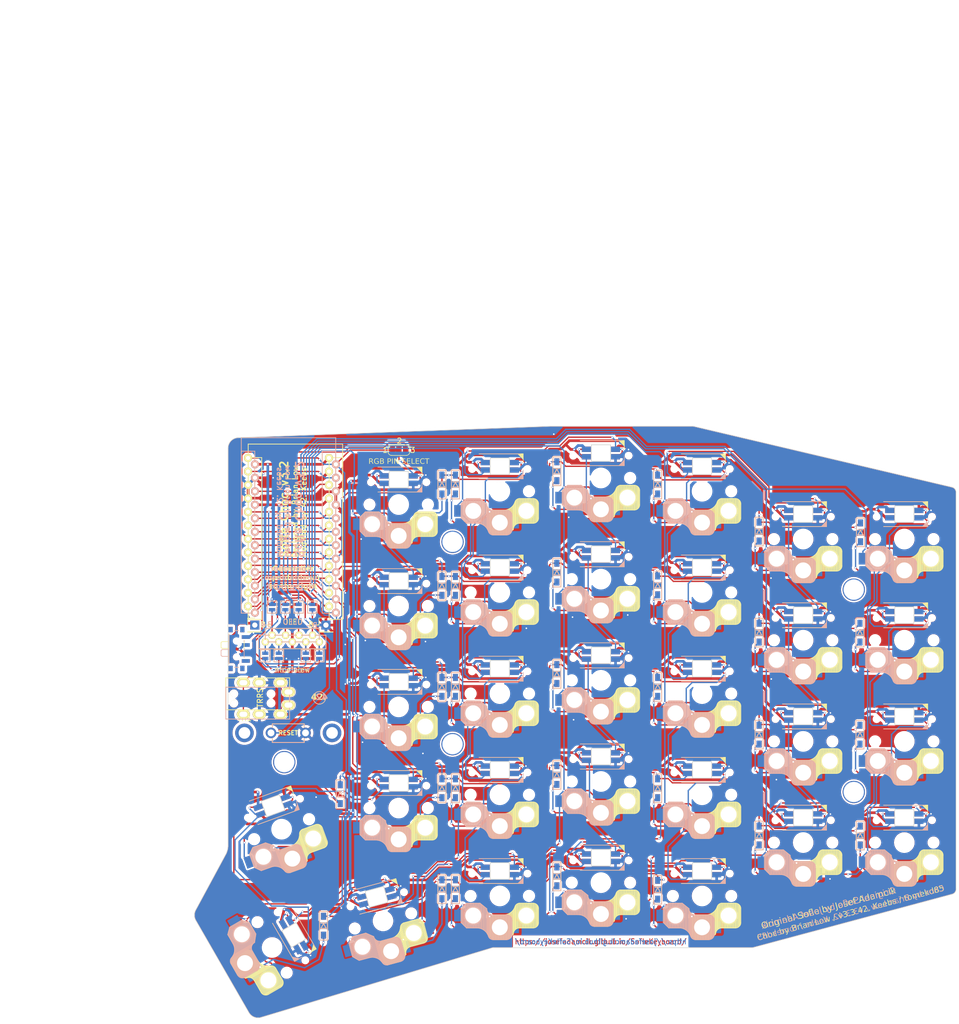
<source format=kicad_pcb>
(kicad_pcb (version 20240108) (generator "pcbnew") (generator_version "8.0")
  (layers (0 "F.Cu" jumper) (31 "B.Cu" signal) (34 "B.Paste" user) (35 "F.Paste" user) (36 "B.SilkS" user "B.Silkscreen") (37 "F.SilkS" user "F.Silkscreen") (38 "B.Mask" user) (39 "F.Mask" user) (44 "Edge.Cuts" user))
  (net 0 "")
  (net 1 "row4")
  (net 2 "row0")
  (net 3 "row1")
  (net 4 "row2")
  (net 5 "row3")
  (net 6 "VCC")
  (net 7 "GND")
  (net 8 "col0")
  (net 9 "col1")
  (net 10 "col2")
  (net 11 "col3")
  (net 12 "col4")
  (net 13 "SDA")
  (net 14 "LED")
  (net 15 "SCL")
  (net 16 "RESET")
  (net 17 "DATA")
  (net 18 "ENCB")
  (net 19 "ENCA")
  (net 20 "RAW")
  (net 21 "BAT")
  (net 22 "Net-(D1-A)")
  (net 23 "Net-(D2-A)")
  (net 24 "Net-(D3-A)")
  (net 25 "Net-(D4-A)")
  (net 26 "Net-(D5-A)")
  (net 27 "Net-(D6-A)")
  (net 28 "Net-(D7-A)")
  (net 29 "Net-(D8-A)")
  (net 30 "Net-(D9-A)")
  (net 31 "Net-(D10-A)")
  (net 32 "Net-(D11-A)")
  (net 33 "Net-(D12-A)")
  (net 34 "Net-(D13-A)")
  (net 35 "Net-(D14-A)")
  (net 36 "Net-(D15-A)")
  (net 37 "Net-(D16-A)")
  (net 38 "Net-(D17-A)")
  (net 39 "Net-(D18-A)")
  (net 40 "Net-(D19-A)")
  (net 41 "Net-(D20-A)")
  (net 42 "Net-(D21-A)")
  (net 43 "Net-(D22-A)")
  (net 44 "Net-(D23-A)")
  (net 45 "Net-(D24-A)")
  (net 46 "Net-(D26-A)")
  (net 47 "Net-(D27-A)")
  (net 48 "Net-(D28-A)")
  (net 49 "Net-(D29-A)")
  (net 50 "Net-(D30-A)")
  (net 51 "Net-(J3-P1)")
  (net 52 "Net-(J3-P2)")
  (net 53 "Net-(J3-P4)")
  (net 54 "Net-(SW1B-DOUT)")
  (net 55 "Net-(SW2B-DOUT)")
  (net 56 "Net-(SW2B-DIN)")
  (net 57 "Net-(SW3B-DOUT)")
  (net 58 "Net-(SW4B-DOUT)")
  (net 59 "Net-(SW10B-DOUT)")
  (net 60 "Net-(SW11B-DIN)")
  (net 62 "Net-(SW12B-DOUT)")
  (net 63 "Net-(SW13B-DIN)")
  (net 64 "Net-(SW14B-DOUT)")
  (net 65 "Net-(SW15B-DIN)")
  (net 66 "Net-(SW10B-DIN)")
  (net 67 "Net-(SW11B-DOUT)")
  (net 68 "Net-(SW12B-DIN)")
  (net 69 "Net-(SW13B-DOUT)")
  (net 70 "Net-(SW14B-DIN)")
  (net 71 "Net-(SW15B-DOUT)")
  (net 72 "Net-(SW16B-DIN)")
  (net 73 "Net-(SW17B-DOUT)")
  (net 74 "Net-(SW18B-DIN)")
  (net 75 "Net-(SW19B-DOUT)")
  (net 76 "Net-(SW20B-DIN)")
  (net 77 "Net-(SW21B-DOUT)")
  (net 78 "Net-(SW22B-DIN)")
  (net 79 "Net-(SW23B-DOUT)")
  (net 80 "Net-(SW26B-DOUT)")
  (net 81 "Net-(SW27B-DOUT)")
  (net 82 "Net-(SW29B-DOUT)")
  (net 84 "Net-(J2-P1)")
  (net 85 "Net-(J2-P2)")
  (net 86 "Net-(J2-P3)")
  (net 87 "Net-(J2-P4)")
  (net 88 "Net-(J3-P5)")
  (net 89 "unconnected-(SW31-C-Pad3)")
  (net 90 "unconnected-(SW32-A-Pad1)")
  (net 91 "Net-(D25-A)")
  (net 92 "LED2")
  (net 93 "CS{slash}LED")
  (net 95 "col5")
  (net 97 "Net-(SW26B-DIN)")
  (footprint "SofleChoc:MJ-4PP-9" (layer "F.Cu") (at 88 85.65 90)
    (property "Reference" "J1")
    (property "Value" "4PIN" (hide yes))
  )
  (footprint "SofleChoc:HOLE_M2_TH_Smaller" (layer "F.Cu") (at 99 98.5)
    (property "Reference" "TH7" (hide yes))
    (property "Value" "HOLE" (hide yes))
  )
  (footprint "SofleChoc:ProMicro" (layer "F.Cu") (at 101 56)
    (property "Reference" "U1" (hide yes))
    (property "Value" "ProMicro" (hide yes))
  )
  (footprint "SofleChoc:Jumper" (layer "F.Cu") (at 104.3 69.299999 90)
    (property "Reference" "JP1" (hide yes))
    (property "Value" "Jumper_NO_Small" (hide yes))
  )
  (footprint "SofleChoc:Jumper" (layer "F.Cu") (at 101.7 69.299999 90)
    (property "Reference" "JP2" (hide yes))
    (property "Value" "Jumper_NO_Small" (hide yes))
  )
  (footprint "SofleChoc:Jumper" (layer "F.Cu") (at 99.2 69.3 90)
    (property "Reference" "JP3" (hide yes))
    (property "Value" "Jumper_NO_Small" (hide yes))
  )
  (footprint "SofleChoc:TACT_SWITCH_TVBP06" (layer "F.Cu") (at 99.75 93 180)
    (property "Reference" "RSW1" (hide yes))
    (property "Value" "SW_RST" (hide yes))
  )
  (footprint "SofleChoc:crkbd-diode" (layer "F.Cu") (at 128.704999 46.227 -90)
    (property "Reference" "D1" (hide yes))
    (property "Value" "D" (hide yes))
  )
  (footprint "SofleChoc:crkbd-diode" (layer "F.Cu") (at 131.245 46.23 -90)
    (property "Reference" "D2" (hide yes))
    (property "Value" "D" (hide yes))
  )
  (footprint "SofleChoc:crkbd-diode" (layer "F.Cu") (at 150.345001 43.73 -90)
    (property "Reference" "D3" (hide yes))
    (property "Value" "D" (hide yes))
  )
  (footprint "SofleChoc:crkbd-diode" (layer "F.Cu") (at 169.345 46.23 -90)
    (property "Reference" "D4" (hide yes))
    (property "Value" "D" (hide yes))
  )
  (footprint "SofleChoc:crkbd-diode" (layer "F.Cu") (at 188.445 55.1 -90)
    (property "Reference" "D5" (hide yes))
    (property "Value" "D" (hide yes))
  )
  (footprint "SofleChoc:crkbd-diode" (layer "F.Cu") (at 207.545 55.23 -90)
    (property "Reference" "D6" (hide yes))
    (property "Value" "D" (hide yes))
  )
  (footprint "SofleChoc:crkbd-diode" (layer "F.Cu") (at 128.705 84.33 -90)
    (property "Reference" "D13" (hide yes))
    (property "Value" "D" (hide yes))
  )
  (footprint "SofleChoc:crkbd-diode" (layer "F.Cu") (at 128.705001 103.43 -90)
    (property "Reference" "D19" (hide yes))
    (property "Value" "D" (hide yes))
  )
  (footprint "SofleChoc:crkbd-diode" (layer "F.Cu") (at 109.55 104.53264 -90)
    (property "Reference" "D25" (hide yes))
    (property "Value" "D" (hide yes))
  )
  (footprint "SofleChoc:crkbd-diode" (layer "F.Cu") (at 106.39912 129.30264 -90)
    (property "Reference" "D26" (hide yes))
    (property "Value" "D" (hide yes))
  )
  (footprint "SofleChoc:Choc_Hotswap_SK6812MiniE" (layer "F.Cu") (at 120.55 50 180)
    (property "Reference" "SW1" (hide yes))
    (property "Value" "SW_PUSH_LED" (hide yes))
    (fp_line (start 1.8 6.249) (end 1.8 3.149) (stroke (width 0.12)) (layer "Edge.Cuts"))
    (fp_line (start 1.8 3.149) (end -1.8 3.149) (stroke (width 0.12)) (layer "Edge.Cuts"))
    (fp_line (start -1.8 6.249) (end 1.8 6.249) (stroke (width 0.12)) (layer "Edge.Cuts"))
    (fp_line (start -1.8 3.149) (end -1.8 6.249) (stroke (width 0.12)) (layer "Edge.Cuts"))
  )
  (footprint "SofleChoc:Choc_Hotswap_SK6812MiniE" (layer "F.Cu") (at 158.65 45 180)
    (property "Reference" "SW3" (hide yes))
    (property "Value" "SW_PUSH_LED" (hide yes))
    (fp_line (start 1.8 6.249) (end 1.8 3.149) (stroke (width 0.12)) (layer "Edge.Cuts"))
    (fp_line (start 1.8 3.149) (end -1.8 3.149) (stroke (width 0.12)) (layer "Edge.Cuts"))
    (fp_line (start -1.8 6.249) (end 1.8 6.249) (stroke (width 0.12)) (layer "Edge.Cuts"))
    (fp_line (start -1.8 3.149) (end -1.8 6.249) (stroke (width 0.12)) (layer "Edge.Cuts"))
  )
  (footprint "SofleChoc:Choc_Hotswap_SK6812MiniE" (layer "F.Cu") (at 120.549999 88.1 180)
    (property "Reference" "SW13" (hide yes))
    (property "Value" "SW_PUSH_LED" (hide yes))
    (fp_line (start 1.8 6.249) (end 1.8 3.149) (stroke (width 0.12)) (layer "Edge.Cuts"))
    (fp_line (start 1.8 3.149) (end -1.8 3.149) (stroke (width 0.12)) (layer "Edge.Cuts"))
    (fp_line (start -1.8 6.249) (end 1.8 6.249) (stroke (width 0.12)) (layer "Edge.Cuts"))
    (fp_line (start -1.8 3.149) (end -1.8 6.249) (stroke (width 0.12)) (layer "Edge.Cuts"))
  )
  (footprint "SofleChoc:Choc_Hotswap_SK6812MiniE" (layer "F.Cu") (at 139.6 85.600001 180)
    (property "Reference" "SW14" (hide yes))
    (property "Value" "SW_PUSH_LED" (hide yes))
    (fp_line (start 1.8 6.249) (end 1.8 3.149) (stroke (width 0.12)) (layer "Edge.Cuts"))
    (fp_line (start 1.8 3.149) (end -1.8 3.149) (stroke (width 0.12)) (layer "Edge.Cuts"))
    (fp_line (start -1.8 6.249) (end 1.8 6.249) (stroke (width 0.12)) (layer "Edge.Cuts"))
    (fp_line (start -1.8 3.149) (end -1.8 6.249) (stroke (width 0.12)) (layer "Edge.Cuts"))
  )
  (footprint "SofleChoc:Choc_Hotswap_SK6812MiniE" (layer "F.Cu") (at 120.55 107.15 180)
    (property "Reference" "SW19" (hide yes))
    (property "Value" "SW_PUSH_LED" (hide yes))
    (fp_line (start 1.8 6.249) (end 1.8 3.149) (stroke (width 0.12)) (layer "Edge.Cuts"))
    (fp_line (start 1.8 3.149) (end -1.8 3.149) (stroke (width 0.12)) (layer "Edge.Cuts"))
    (fp_line (start -1.8 6.249) (end 1.8 6.249) (stroke (width 0.12)) (layer "Edge.Cuts"))
    (fp_line (start -1.8 3.149) (end -1.8 6.249) (stroke (width 0.12)) (layer "Edge.Cuts"))
  )
  (footprint "SofleChoc:Choc_Hotswap_SK6812MiniE" (layer "F.Cu") (at 158.65 102.15 180)
    (property "Reference" "SW21" (hide yes))
    (property "Value" "SW_PUSH_LED" (hide yes))
    (fp_line (start 1.8 6.249) (end 1.8 3.149) (stroke (width 0.12)) (layer "Edge.Cuts"))
    (fp_line (start 1.8 3.149) (end -1.8 3.149) (stroke (width 0.12)) (layer "Edge.Cuts"))
    (fp_line (start -1.8 6.249) (end 1.8 6.249) (stroke (width 0.12)) (layer "Edge.Cuts"))
    (fp_line (start -1.8 3.149) (end -1.8 6.249) (stroke (width 0.12)) (layer "Edge.Cuts"))
  )
  (footprint "SofleChoc:Choc_Hotswap_SK6812MiniE" (layer "F.Cu") (at 196.75 113.65 180)
    (property "Reference" "SW23" (hide yes))
    (property "Value" "SW_PUSH_LED" (hide yes))
    (fp_line (start 1.8 6.249) (end 1.8 3.149) (stroke (width 0.12)) (layer "Edge.Cuts"))
    (fp_line (start 1.8 3.149) (end -1.8 3.149) (stroke (width 0.12)) (layer "Edge.Cuts"))
    (fp_line (start -1.8 6.249) (end 1.8 6.249) (stroke (width 0.12)) (layer "Edge.Cuts"))
    (fp_line (start -1.8 3.149) (end -1.8 6.249) (stroke (width 0.12)) (layer "Edge.Cuts"))
  )
  (footprint "SofleChoc:Choc_Hotswap_SK6812MiniE" (layer "F.Cu") (at 96.71 133.4 120)
    (property "Reference" "SW26" (hide yes))
    (property "Value" "SW_PUSH_LED" (hide yes))
    (fp_line (start 1.8 3.149) (end -1.8 3.149) (stroke (width 0.12)) (layer "Edge.Cuts"))
    (fp_line (start -1.8 3.149) (end -1.8 6.249) (stroke (width 0.12)) (layer "Edge.Cuts"))
    (fp_line (start 1.8 6.249) (end 1.8 3.149) (stroke (width 0.12)) (layer "Edge.Cuts"))
    (fp_line (start -1.8 6.249) (end 1.8 6.249) (stroke (width 0.12)) (layer "Edge.Cuts"))
  )
  (footprint "MountingHole:MountingHole_2.2mm_M2_ISO7380_Pad" (layer "F.Cu") (at 91.499999 93)
    (property "Reference" "TH1")
    (property "Value" "HOLE")
  )
  (footprint "SofleChoc:Jumper" (layer "F.Cu") (at 96.7 69.299999 90)
    (property "Reference" "JP4" (hide yes))
    (property "Value" "Jumper_NO_Small" (hide yes))
  )
  (footprint "SofleChoc:OLED_4Pin" (layer "F.Cu") (at 96.7 74.6)
    (property "Reference" "J2" (hide yes))
    (property "Value" "OLED" (hide yes))
  )
  (footprint "MountingHole:MountingHole_2.2mm_M2_ISO7380_Pad" (layer "F.Cu") (at 108 93)
    (property "Reference" "TH2" (hide yes))
    (property "Value" "HOLE")
  )
  (footprint "SofleChoc:Choc_Hotswap_SK6812MiniE" (layer "F.Cu") (at 117.6 128.4 -165)
    (property "Reference" "SW27" (hide yes))
    (property "Value" "SW_PUSH_LED" (hide yes))
    (fp_line (start 1.8 6.249) (end 1.8 3.149) (stroke (width 0.12)) (layer "Edge.Cuts"))
    (fp_line (start 1.8 3.149) (end -1.8 3.149) (stroke (width 0.12)) (layer "Edge.Cuts"))
    (fp_line (start -1.8 6.249) (end 1.8 6.249) (stroke (width 0.12)) (layer "Edge.Cuts"))
    (fp_line (start -1.8 3.149) (end -1.8 6.249) (stroke (width 0.12)) (layer "Edge.Cuts"))
  )
  (footprint "SofleChoc:Choc_Hotswap_SK6812MiniE" (layer "F.Cu") (at 215.8 75.55 180)
    (property "Reference" "SW12" (hide yes))
    (property "Value" "SW_PUSH_LED" (hide yes))
    (fp_line (start 1.8 6.249) (end 1.8 3.149) (stroke (width 0.12)) (layer "Edge.Cuts"))
    (fp_line (start 1.8 3.149) (end -1.8 3.149) (stroke (width 0.12)) (layer "Edge.Cuts"))
    (fp_line (start -1.8 6.249) (end 1.8 6.249) (stroke (width 0.12)) (layer "Edge.Cuts"))
    (fp_line (start -1.8 3.149) (end -1.8 6.249) (stroke (width 0.12)) (layer "Edge.Cuts"))
  )
  (footprint "SofleChoc:Choc_Hotswap_SK6812MiniE" (layer "F.Cu") (at 215.8 94.6 180)
    (property "Reference" "SW18" (hide yes))
    (property "Value" "SW_PUSH_LED" (hide yes))
    (fp_line (start 1.8 6.249) (end 1.8 3.149) (stroke (width 0.12)) (layer "Edge.Cuts"))
    (fp_line (start 1.8 3.149) (end -1.8 3.149) (stroke (width 0.12)) (layer "Edge.Cuts"))
    (fp_line (start -1.8 6.249) (end 1.8 6.249) (stroke (width 0.12)) (layer "Edge.Cuts"))
    (fp_line (start -1.8 3.149) (end -1.8 6.249) (stroke (width 0.12)) (layer "Edge.Cuts"))
  )
  (footprint "SofleChoc:Choc_Hotswap_SK6812MiniE" (layer "F.Cu") (at 215.8 113.65 180)
    (property "Reference" "SW24" (hide yes))
    (property "Value" "SW_PUSH_LED" (hide yes))
    (fp_line (start 1.8 6.249) (end 1.8 3.149) (stroke (width 0.12)) (layer "Edge.Cuts"))
    (fp_line (start 1.8 3.149) (end -1.8 3.149) (stroke (width 0.12)) (layer "Edge.Cuts"))
    (fp_line (start -1.8 6.249) (end 1.8 6.249) (stroke (width 0.12)) (layer "Edge.Cuts"))
    (fp_line (start -1.8 3.149) (end -1.8 6.249) (stroke (width 0.12)) (layer "Edge.Cuts"))
  )
  (footprint "SofleChoc:Choc_Hotswap_SK6812MiniE" (layer "F.Cu") (at 177.7 47.5 180)
    (property "Reference" "SW4" (hide yes))
    (property "Value" "SW_PUSH_LED" (hide yes))
    (fp_line (start 1.8 6.249) (end 1.8 3.149) (stroke (width 0.12)) (layer "Edge.Cuts"))
    (fp_line (start 1.8 3.149) (end -1.8 3.149) (stroke (width 0.12)) (layer "Edge.Cuts"))
    (fp_line (start -1.8 6.249) (end 1.8 6.249) (stroke (width 0.12)) (layer "Edge.Cuts"))
    (fp_line (start -1.8 3.149) (end -1.8 6.249) (stroke (width 0.12)) (layer "Edge.Cuts"))
  )
  (footprint "SofleChoc:HOLE_M2_TH_Smaller" (layer "F.Cu") (at 206.275 66.025)
    (property "Reference" "TH4" (hide yes))
    (property "Value" "HOLE" (hide yes))
  )
  (footprint "SofleChoc:crkbd-diode" (layer "F.Cu") (at 128.705001 65.33 -90)
    (property "Reference" "D7" (hide yes))
    (property "Value" "D" (hide yes))
  )
  (footprint "SofleChoc:crkbd-diode" (layer "F.Cu") (at 131.245 65.33 -90)
    (property "Reference" "D8" (hide yes))
    (property "Value" "D" (hide yes))
  )
  (footprint "SofleChoc:crkbd-diode" (layer "F.Cu") (at 150.345 62.82 -90)
    (property "Reference" "D9" (hide yes))
    (property "Value" "D" (hide yes))
  )
  (footprint "SofleChoc:crkbd-diode" (layer "F.Cu") (at 169.345 65.23 -90)
    (property "Reference" "D10" (hide yes))
    (property "Value" "D" (hide yes))
  )
  (footprint "SofleChoc:crkbd-diode" (layer "F.Cu") (at 188.445 74.129999 -90)
    (property "Reference" "D11" (hide yes))
    (property "Value" "D" (hide yes))
  )
  (footprint "SofleChoc:crkbd-diode" (layer "F.Cu") (at 207.445001 74.130001 -90)
    (property "Reference" "D12" (hide yes))
    (property "Value" "D" (hide yes))
  )
  (footprint "SofleChoc:Choc_Hotswap_SK6812MiniE" (layer "F.Cu") (at 196.75 56.5 180)
    (property "Reference" "SW5" (hide yes))
    (property "Value" "SW_PUSH_LED" (hide yes))
    (fp_line (start 1.8 6.249) (end 1.8 3.149) (stroke (width 0.12)) (layer "Edge.Cuts"))
    (fp_line (start 1.8 3.149) (end -1.8 3.149) (stroke (width 0.12)) (layer "Edge.Cuts"))
    (fp_line (start -1.8 6.249) (end 1.8 6.249) (stroke (width 0.12)) (layer "Edge.Cuts"))
    (fp_line (start -1.8 3.149) (end -1.8 6.249) (stroke (width 0.12)) (layer "Edge.Cuts"))
  )
  (footprint "SofleChoc:Choc_Hotswap_SK6812MiniE" (layer "F.Cu") (at 139.6 66.550001 180)
    (property "Reference" "SW8" (hide yes))
    (property "Value" "SW_PUSH_LED" (hide yes))
    (fp_line (start 1.8 6.249) (end 1.8 3.149) (stroke (width 0.12)) (layer "Edge.Cuts"))
    (fp_line (start 1.8 3.149) (end -1.8 3.149) (stroke (width 0.12)) (layer "Edge.Cuts"))
    (fp_line (start -1.8 6.249) (end 1.8 6.249) (stroke (width 0.12)) (layer "Edge.Cuts"))
    (fp_line (start -1.8 3.149) (end -1.8 6.249) (stroke (width 0.12)) (layer "Edge.Cuts"))
  )
  (footprint "SofleChoc:Choc_Hotswap_SK6812MiniE" (layer "F.Cu") (at 177.7 66.55 180)
    (property "Reference" "SW10" (hide yes))
    (property "Value" "SW_PUSH_LED" (hide yes))
    (fp_line (start 1.8 6.249) (end 1.8 3.149) (stroke (width 0.12)) (layer "Edge.Cuts"))
    (fp_line (start 1.8 3.149) (end -1.8 3.149) (stroke (width 0.12)) (layer "Edge.Cuts"))
    (fp_line (start -1.8 6.249) (end 1.8 6.249) (stroke (width 0.12)) (layer "Edge.Cuts"))
    (fp_line (start -1.8 3.149) (end -1.8 6.249) (stroke (width 0.12)) (layer "Edge.Cuts"))
  )
  (footprint "SofleChoc:Choc_Hotswap_SK6812MiniE" (layer "F.Cu") (at 158.650001 64.05 180)
    (property "Reference" "SW9" (hide yes))
    (property "Value" "SW_PUSH_LED" (hide yes))
    (fp_line (start 1.8 6.249) (end 1.8 3.149) (stroke (width 0.12)) (layer "Edge.Cuts"))
    (fp_line (start 1.8 3.149) (end -1.8 3.149) (stroke (width 0.12)) (layer "Edge.Cuts"))
    (fp_line (start -1.8 6.249) (end 1.8 6.249) (stroke (width 0.12)) (layer "Edge.Cuts"))
    (fp_line (start -1.8 3.149) (end -1.8 6.249) (stroke (width 0.12)) (layer "Edge.Cuts"))
  )
  (footprint "SofleChoc:Choc_Hotswap_SK6812MiniE" (layer "F.Cu") (at 177.7 85.600001 180)
    (property "Reference" "SW16" (hide yes))
    (property "Value" "SW_PUSH_LED" (hide yes))
    (fp_line (start 1.8 6.249) (end 1.8 3.149) (stroke (width 0.12)) (layer "Edge.Cuts"))
    (fp_line (start 1.8 3.149) (end -1.8 3.149) (stroke (width 0.12)) (layer "Edge.Cuts"))
    (fp_line (start -1.8 6.249) (end 1.8 6.249) (stroke (width 0.12)) (layer "Edge.Cuts"))
    (fp_line (start -1.8 3.149) (end -1.8 6.249) (stroke (width 0.12)) (layer "Edge.Cuts"))
  )
  (footprint "SofleChoc:Choc_Hotswap_SK6812MiniE" (layer "F.Cu") (at 215.8 56.5 180)
    (property "Reference" "SW6" (hide yes))
    (property "Value" "SW_PUSH_LED" (hide yes))
    (fp_line (start 1.8 6.249) (end 1.8 3.149) (stroke (width 0.12)) (layer "Edge.Cuts"))
    (fp_line (start 1.8 3.149) (end -1.8 3.149) (stroke (width 0.12)) (layer "Edge.Cuts"))
    (fp_line (start -1.8 6.249) (end 1.8 6.249) (stroke (width 0.12)) (layer "Edge.Cuts"))
    (fp_line (start -1.8 3.149) (end -1.8 6.249) (stroke (width 0.12)) (layer "Edge.Cuts"))
  )
  (footprint "SofleChoc:Choc_Hotswap_SK6812MiniE" (layer "F.Cu") (at 120.549999 69.1 180)
    (property "Reference" "SW7" (hide yes))
    (property "Value" "SW_PUSH_LED" (hide yes))
    (fp_line (start 1.8 6.249) (end 1.8 3.149) (stroke (width 0.12)) (layer "Edge.Cuts"))
    (fp_line (start 1.8 3.149) (end -1.8 3.149) (stroke (width 0.12)) (layer "Edge.Cuts"))
    (fp_line (start -1.8 6.249) (end 1.8 6.249) (stroke (width 0.12)) (layer "Edge.Cuts"))
    (fp_line (start -1.8 3.149) (end -1.8 6.249) (stroke (width 0.12)) (layer "Edge.Cuts"))
  )
  (footprint "SofleChoc:Choc_Hotswap_SK6812MiniE" (layer "F.Cu") (at 177.7 123.699999 180)
    (property "Reference" "SW30" (hide yes))
    (property "Value" "SW_PUSH_LED" (hide yes))
    (fp_line (start 1.8 6.249) (end 1.8 3.149) (stroke (width 0.12)) (layer "Edge.Cuts"))
    (fp_line (start 1.8 3.149) (end -1.8 3.149) (stroke (width 0.12)) (layer "Edge.Cuts"))
    (fp_line (start -1.8 6.249) (end 1.8 6.249) (stroke (width 0.12)) (layer "Edge.Cuts"))
    (fp_line (start -1.8 3.149) (end -1.8 6.249) (stroke (width 0.12)) (layer "Edge.Cuts"))
  )
  (footprint "SofleChoc:Choc_Hotswap_SK6812MiniE" (layer "F.Cu") (at 196.75 75.549999 180)
    (property "Reference" "SW11" (hide yes))
    (property "Value" "SW_PUSH_LED" (hide yes))
    (fp_line (start 1.8 6.249) (end 1.8 3.149) (stroke (width 0.12)) (layer "Edge.Cuts"))
    (fp_line (start 1.8 3.149) (end -1.8 3.149) (stroke (width 0.12)) (layer "Edge.Cuts"))
    (fp_line (start -1.8 6.249) (end 1.8 6.249) (stroke (width 0.12)) (layer "Edge.Cuts"))
    (fp_line (start -1.8 3.149) (end -1.8 6.249) (stroke (width 0.12)) (layer "Edge.Cuts"))
  )
  (footprint "SofleChoc:Choc_Hotswap_SK6812MiniE" (layer "F.Cu") (at 177.7 104.650001 180)
    (property "Reference" "SW22" (hide yes))
    (property "Value" "SW_PUSH_LED" (hide yes))
    (fp_line (start 1.8 6.249) (end 1.8 3.149) (stroke (width 0.12)) (layer "Edge.Cuts"))
    (fp_line (start 1.8 3.149) (end -1.8 3.149) (stroke (width 0.12)) (layer "Edge.Cuts"))
    (fp_line (start -1.8 6.249) (end 1.8 6.249) (stroke (width 0.12)) (layer "Edge.Cuts"))
    (fp_line (start -1.8 3.149) (end -1.8 6.249) (stroke (width 0.12)) (layer "Edge.Cuts"))
  )
  (footprint "SofleChoc:Choc_Hotswap_SK6812MiniE" (layer "F.Cu") (at 196.75 94.6 180)
    (property "Reference" "SW17" (hide yes))
    (property "Value" "SW_PUSH_LED" (hide yes))
    (fp_line (start 1.8 6.249) (end 1.8 3.149) (stroke (width 0.12)) (layer "Edge.Cuts"))
    (fp_line (start 1.8 3.149) (end -1.8 3.149) (stroke (width 0.12)) (layer "Edge.Cuts"))
    (fp_line (start -1.8 6.249) (end 1.8 6.249) (stroke (width 0.12)) (layer "Edge.Cuts"))
    (fp_line (start -1.8 3.149) (end -1.8 6.249) (stroke (width 0.12)) (layer "Edge.Cuts"))
  )
  (footprint "SofleChoc:Choc_Hotswap_SK6812MiniE" (layer "F.Cu") (at 158.65 121.2 180)
    (property "Reference" "SW29" (hide yes))
    (property "Value" "SW_PUSH_LED" (hide yes))
    (fp_line (start 1.8 6.249) (end 1.8 3.149) (stroke (width 0.12)) (layer "Edge.Cuts"))
    (fp_line (start 1.8 3.149) (end -1.8 3.149) (stroke (width 0.12)) (layer "Edge.Cuts"))
    (fp_line (start -1.8 6.249) (end 1.8 6.249) (stroke (width 0.12)) (layer "Edge.Cuts"))
    (fp_line (start -1.8 3.149) (end -1.8 6.249) (stroke (width 0.12)) (layer "Edge.Cuts"))
  )
  (footprint "SofleChoc:Choc_Hotswap_SK6812MiniE" (layer "F.Cu") (at 158.65 83.1 180)
    (property "Reference" "SW15" (hide yes))
    (property "Value" "SW_PUSH_LED" (hide yes))
    (fp_line (start 1.8 6.249) (end 1.8 3.149) (stroke (width 0.12)) (layer "Edge.Cuts"))
    (fp_line (start 1.8 3.149) (end -1.8 3.149) (stroke (width 0.12)) (layer "Edge.Cuts"))
    (fp_line (start -1.8 6.249) (end 1.8 6.249) (stroke (width 0.12)) (layer "Edge.Cuts"))
    (fp_line (start -1.8 3.149) (end -1.8 6.249) (stroke (width 0.12)) (layer "Edge.Cuts"))
  )
  (footprint "SofleChoc:Choc_Hotswap_SK6812MiniE" (layer "F.Cu") (at 139.6 47.5 180)
    (property "Reference" "SW2" (hide yes))
    (property "Value" "SW_PUSH_LED" (hide yes))
    (fp_line (start 1.8 6.249) (end 1.8 3.149) (stroke (width 0.12)) (layer "Edge.Cuts"))
    (fp_line (start 1.8 3.149) (end -1.8 3.149) (stroke (width 0.12)) (layer "Edge.Cuts"))
    (fp_line (start -1.8 6.249) (end 1.8 6.249) (stroke (width 0.12)) (layer "Edge.Cuts"))
    (fp_line (start -1.8 3.149) (end -1.8 6.249) (stroke (width 0.12)) (layer "Edge.Cuts"))
  )
  (footprint "SofleChoc:crkbd-diode" (layer "F.Cu") (at 128.705 122.43 -90)
    (property "Reference" "D27" (hide yes))
    (property "Value" "D" (hide yes))
  )
  (footprint "SofleChoc:Choc_Hotswap_SK6812MiniE" (layer "F.Cu") (at 139.6 104.650001 180)
    (property "Reference" "SW20" (hide yes))
    (property "Value" "SW_PUSH_LED" (hide yes))
    (fp_line (start 1.8 6.249) (end 1.8 3.149) (stroke (width 0.12)) (layer "Edge.Cuts"))
    (fp_line (start 1.8 3.149) (end -1.8 3.149) (stroke (width 0.12)) (layer "Edge.Cuts"))
    (fp_line (start -1.8 6.249) (end 1.8 6.249) (stroke (width 0.12)) (layer "Edge.Cuts"))
    (fp_line (start -1.8 3.149) (end -1.8 6.249) (stroke (width 0.12)) (layer "Edge.Cuts"))
  )
  (footprint "SofleChoc:HOLE_M2_TH_Smaller" (layer "F.Cu") (at 206.275 104.125)
    (property "Reference" "TH6" (hide yes))
    (property "Value" "HOLE" (hide yes))
  )
  (footprint "SofleChoc:crkbd-diode" (layer "F.Cu") (at 150.345 81.92 -90)
    (property "Reference" "D15" (hide yes))
    (property "Value" "D" (hide yes))
  )
  (footprint "SofleChoc:crkbd-diode" (layer "F.Cu") (at 169.345 84.33 -90)
    (property "Reference" "D16" (hide yes))
    (property "Value" "D" (hide yes))
  )
  (footprint "SofleChoc:crkbd-diode" (layer "F.Cu") (at 188.445 93.33 -90)
    (property "Reference" "D17" (hide yes))
    (property "Value" "D" (hide yes))
  )
  (footprint "SofleChoc:crkbd-diode" (layer "F.Cu") (at 207.445 93.33 -90)
    (property "Reference" "D18" (hide yes))
    (property "Value" "D" (hide yes))
  )
  (footprint "SofleChoc:crkbd-diode" (layer "F.Cu") (at 131.245 122.43 -90)
    (property "Reference" "D28" (hide yes))
    (property "Value" "D" (hide yes))
  )
  (footprint "SofleChoc:crkbd-diode" (layer "F.Cu") (at 150.345 120.02 -90)
    (property "Reference" "D29" (hide yes))
    (property "Value" "D" (hide yes))
  )
  (footprint "SofleChoc:crkbd-diode" (layer "F.Cu") (at 207.495 112.33 -90)
    (property "Reference" "D24" (hide yes))
    (property "Value" "D" (hide yes))
  )
  (footprint "SofleChoc:crkbd-diode" (layer "F.Cu") (at 131.245 103.43 -90)
    (property "Reference" "D20" (hide yes))
    (property "Value" "D" (hide yes))
  )
  (footprint "SofleChoc:crkbd-diode" (layer "F.Cu") (at 150.345 100.92 -90)
    (property "Reference" "D21" (hide yes))
    (property "Value" "D" (hide yes))
  )
  (footprint "SofleChoc:crkbd-diode" (layer "F.Cu") (at 169.344999 103.43 -90)
    (property "Reference" "D22" (hide yes))
    (property "Value" "D" (hide yes))
  )
  (footprint "SofleChoc:crkbd-diode" (layer "F.Cu") (at 188.445 112.33 -90)
    (property "Reference" "D23" (hide yes))
    (property "Value" "D" (hide yes))
  )
  (footprint "SofleChoc:crkbd-diode" (layer "F.Cu") (at 131.245 84.330001 -90)
    (property "Reference" "D14" (hide yes))
    (property "Value" "D" (hide yes))
  )
  (footprint "SofleChoc:crkbd-diode" (layer "F.Cu") (at 169.345 122.53 -90)
    (property "Reference" "D30" (hide yes))
    (property "Value" "D" (hide yes))
  )
  (footprint "SofleChoc:Choc_Hotswap_SK6812MiniE" (layer "F.Cu") (at 139.599999 123.7 180)
    (property "Reference" "SW28" (hide yes))
    (property "Value" "SW_PUSH_LED" (hide yes))
    (fp_line (start 1.8 6.249) (end 1.8 3.149) (stroke (width 0.12)) (layer "Edge.Cuts"))
    (fp_line (start 1.8 3.149) (end -1.8 3.149) (stroke (width 0.12)) (layer "Edge.Cuts"))
    (fp_line (start -1.8 6.249) (end 1.8 6.249) (stroke (width 0.12)) (layer "Edge.Cuts"))
    (fp_line (start -1.8 3.149) (end -1.8 6.249) (stroke (width 0.12)) (layer "Edge.Cuts"))
  )
  (footprint "SofleChoc:HOLE_M2_TH_Smaller" (layer "F.Cu") (at 130.7 57.024999)
    (property "Reference" "TH3" (hide yes))
    (property "Value" "HOLE" (hide yes))
  )
  (footprint "SofleChoc:HOLE_M2_TH_Smaller" (layer "F.Cu") (at 130.7 95.125)
    (property "Reference" "TH5" (hide yes))
    (property "Value" "HOLE" (hide yes))
  )
  (footprint "Connector_PinHeader_2.54mm:PinHeader_1x01_P2.54mm_Vertical" (layer "F.Cu") (at 93.45 72.7)
    (property "Reference" "J4")
    (property "Value" "B+")
  )
  (footprint "SofleChoc:Jumper" (layer "F.Cu") (at 95.43 78.50038 -90)
    (property "Reference" "JP12" (hide yes))
    (property "Value" "Jumper_NO_Small" (hide yes))
  )
  (footprint "SofleChoc:Jumper" (layer "F.Cu") (at 103.05 78.50038 -90)
    (property "Reference" "JP10" (hide yes))
    (property "Value" "Jumper_NO_Small" (hide yes))
  )
  (footprint "Button_Switch_SMD:SW_SPDT_PCM12" (layer "F.Cu") (at 90.325 77.2 -90)
    (property "Reference" "SW31" (hide yes))
    (property "Value" "PWR Top")
  )
  (footprint "SofleChoc:Choc_Hotswap_SK6812MiniE" (layer "F.Cu") (at 98.5 111.132845 -160)
    (property "Reference" "SW33" (hide yes))
    (property "Value" "SW_PUSH_LED" (hide yes))
    (fp_line (start 1.8 6.249) (end 1.8 3.149) (stroke (width 0.12)) (layer "Edge.Cuts"))
    (fp_line (start 1.8 3.149) (end -1.8 3.149) (stroke (width 0.12)) (layer "Edge.Cuts"))
    (fp_line (start -1.799999 6.249) (end 1.8 6.249) (stroke (width 0.12)) (layer "Edge.Cuts"))
    (fp_line (start -1.8 3.149) (end -1.799999 6.249) (stroke (width 0.12)) (layer "Edge.Cuts"))
  )
  (footprint "SofleChoc:Jumper" (layer "F.Cu") (at 97.97 78.50038 -90)
    (property "Reference" "JP11" (hide yes))
    (property "Value" "Jumper_NO_Small" (hide yes))
  )
  (footprint "SofleChoc:niceview_5Pin" (layer "F.Cu") (at 95.43 75.87)
    (property "Reference" "J3")
    (property "Value" "nice!view")
  )
  (footprint "SofleChoc:Jumper" (layer "F.Cu") (at 105.59 78.50038 -90)
    (property "Reference" "JP9" (hide yes))
    (property "Value" "Jumper_NO_Small" (hide yes))
  )
  (footprint "Jumper:SolderJumper-3_P1.3mm_Bridged12_RoundedPad1.0x1.5mm_NumberLabels" (layer "F.Cu") (at 120.6 39.7575)
    (property "Reference" "JP17" (hide yes))
    (property "Value" "Jumper_3_Bridged12")
  )
  (footprint "Connector_PinHeader_2.54mm:PinHeader_1x01_P2.54mm_Vertical" (layer "F.Cu") (at 106.85 72.7)
    (property "Reference" "J5")
    (property "Value" "B-")
  )
  (footprint "SofleChoc:Jumper" (layer "B.Cu") (at 101.7 69.299999 90)
    (property "Reference" "JP6" (hide yes))
    (property "Value" "Jumper_NO_Small" (hide yes))
  )
  (footprint "SofleChoc:Jumper" (layer "B.Cu") (at 99.2 69.3 90)
    (property "Reference" "JP7" (hide yes))
    (property "Value" "Jumper_NO_Small" (hide yes))
  )
  (footprint "SofleChoc:Jumper" (layer "B.Cu") (at 96.7 69.299999 90)
    (property "Reference" "JP8" (hide yes))
    (property "Value" "Jumper_NO_Small" (hide yes))
  )
  (footprint "SofleChoc:Jumper" (layer "B.Cu") (at 104.3 69.299999 90)
    (property "Reference" "JP5" (hide yes))
    (property "Value" "Jumper_NO_Small" (hide yes))
  )
  (footprint "SofleChoc:Jumper" (layer "B.Cu") (at 95.43 78.50038 -90)
    (property "Reference" "JP16" (hide yes))
    (property "Value" "Jumper_NO_Small" (hide yes))
  )
  (footprint "SofleChoc:Jumper" (layer "B.Cu") (at 97.97 78.50038 -90)
    (property "Reference" "JP15" (hide yes))
    (property "Value" "Jumper_NO_Small" (hide yes))
  )
  (footprint "SofleChoc:Jumper" (layer "B.Cu") (at 103.05 78.50038 -90)
    (property "Reference" "JP14" (hide yes))
    (property "Value" "Jumper_NO_Small" (hide yes))
  )
  (footprint "SofleChoc:Jumper" (layer "B.Cu") (at 105.59 78.50038 -90)
    (property "Reference" "JP13" (hide yes))
    (property "Value" "Jumper_NO_Small" (hide yes))
  )
  (footprint "Button_Switch_SMD:SW_SPDT_PCM12" (layer "B.Cu") (at 90.325 77.2 90)
    (property "Reference" "SW32" (hide yes))
    (property "Value" "PWR Bottom")
  )
  (gr_circle (center 105.61756 86.398397) (end 104.43856 86.398397) (stroke (width 0.12)) (fill none) (layer "B.SilkS"))
  (gr_circle (center 105.6142 86.398397) (end 106.7932 86.398397) (stroke (width 0.12)) (fill none) (layer "F.SilkS"))
  (gr_line (start 149.0972 35.2491) (end 176.0472 35.2491) (stroke (width 0.1)) (layer "Edge.Cuts"))
  (gr_line (start 224.80938 123.372775) (end 187.225 133.4495) (stroke (width 0.1)) (layer "Edge.Cuts"))
  (gr_line (start 82.290056 126.397417) (end 88.0972 115.6531) (stroke (width 0.1)) (layer "Edge.Cuts"))
  (gr_arc (start 94.62 146.5795) (mid 93.316046 146.512209) (end 92.331436 145.654671) (stroke (width 0.1)) (layer "Edge.Cuts"))
  (gr_line (start 88.4 114.403101) (end 88.4 39.4) (stroke (width 0.1)) (layer "Edge.Cuts"))
  (gr_line (start 149.0972 35.2491) (end 90.326655 37.401345) (stroke (width 0.1)) (layer "Edge.Cuts"))
  (gr_line (start 88.2972 115.0531) (end 88.0972 115.6531) (stroke (width 0.1)) (layer "Edge.Cuts"))
  (gr_arc (start 224.757209 46.721203) (mid 225.326821 47.069981) (end 225.55 47.6995) (stroke (width 0.1)) (layer "Edge.Cuts"))
  (gr_line (start 88.4 114.403101) (end 88.2972 115.0531) (stroke (width 0.1)) (layer "Edge.Cuts"))
  (gr_arc (start 225.55 122.407) (mid 225.343608 123.015591) (end 224.80938 123.372775) (stroke (width 0.1)) (layer "Edge.Cuts"))
  (gr_line (start 92.331436 145.654671) (end 82.341192 128.315144) (stroke (width 0.1)) (layer "Edge.Cuts"))
  (gr_arc (start 82.341192 128.315144) (mid 82.070767 127.36281) (end 82.290056 126.397417) (stroke (width 0.1)) (layer "Edge.Cuts"))
  (gr_line (start 138.251328 133.4495) (end 94.62 146.5795) (stroke (width 0.1)) (layer "Edge.Cuts"))
  (gr_line (start 176.0472 35.2491) (end 224.757209 46.721203) (stroke (width 0.1)) (layer "Edge.Cuts"))
  (gr_arc (start 88.4 39.4) (mid 88.96008 38.011952) (end 90.326655 37.401345) (stroke (width 0.1)) (layer "Edge.Cuts"))
  (gr_line (start 138.251328 133.4495) (end 187.225 133.4495) (stroke (width 0.1)) (layer "Edge.Cuts"))
  (gr_line (start 225.55 47.6995) (end 225.55 122.407) (stroke (width 0.1)) (layer "Edge.Cuts"))
  (gr_text "https://josefadamcik.github.io/SofleKeyboard/" (at 158.6 132.3 0) (layer "F.Cu") (effects (font (size 1 0.9))))
  (gr_text "https://josefadamcik.github.io/SofleKeyboard/" (at 158.6 132.3 0) (layer "B.Cu") (effects (font (size 1 0.9)) (justify mirror)))
  (gr_text "Choc by Brian Low / v3.3 42. Keebs / tomekd85" (at 205.7 126.95 15) (layer "B.SilkS") (effects (font (size 1.1 1.1) (thickness 0.2)) (justify mirror)))
  (gr_text "Original Sofle by Josef Adamcik" (at 201.525 126.05 15) (layer "B.SilkS") (effects (font (size 1.2 1.2) (thickness 0.2)) (justify mirror)))
  (gr_text "Controller\nupside down\nto the right" (at 100.25 66.05 0) (layer "B.SilkS") (effects (font (size 1 1) (thickness 0.2) (bold yes)) (justify bottom mirror)))
  (gr_text "Designed by Brian Low\nModified by 42. Keebs" (at 97.55 60.1 -90) (layer "B.SilkS") (effects (font (size 1 1) (thickness 0.2) (bold yes)) (justify left bottom mirror)))
  (gr_text "OLED" (at 100.6 72.1 0) (layer "B.SilkS") (effects (font (size 1 1)) (justify mirror)))
  (gr_text "Sofle Choc v3.2" (at 100.95 60.2 270) (layer "B.SilkS") (effects (font (size 1.5 1.5) (thickness 0.3) (bold yes)) (justify left bottom mirror)))
  (gr_text "nice!view" (at 100.5 81.1 0) (layer "B.SilkS") (effects (font (size 1 1)) (justify mirror)))
  (gr_text "42. " (at 105.43176 86.3 -0) (layer "B.SilkS") (effects (font (size 1.2 1.2) (thickness 0.1) (italic yes)) (justify mirror)))
  (gr_text "2" (at 120.1 38.6 0) (layer "F.SilkS") (effects (font (size 1 1)) (justify left bottom)))
  (gr_text "RGB PIN SELECT" (at 120.6 42.5 0) (layer "F.SilkS") (effects (font (size 1 1) (thickness 0.125)) (justify bottom)))
  (gr_text "Sofle Choc v3.2" (at 99.85 60.2 90) (layer "F.SilkS") (effects (font (size 1.5 1.5) (thickness 0.3) (bold yes)) (justify left bottom)))
  (gr_text "nice!view" (at 100.5 81.1 0) (layer "F.SilkS") (effects (font (size 1 1))))
  (gr_text "Choc by Brian Low / v3.3 42. Keebs / tomekd85" (at 205.708369 126.95 15) (layer "F.SilkS") (effects (font (size 1.1 1.1) (thickness 0.2))))
  (gr_text "Designed by Brian Low\nModified by 42. Keebs" (at 103.25 60.1 90) (layer "F.SilkS") (effects (font (size 1 1) (thickness 0.2) (bold yes)) (justify left bottom)))
  (gr_text "Original Sofle by Josef Adamcik" (at 201.525 126.05 15) (layer "F.SilkS") (effects (font (size 1.2 1.2) (thickness 0.2))))
  (gr_text "Controller\nupside down\nto the right" (at 100.7 66.05 0) (layer "F.SilkS") (effects (font (size 1 1) (thickness 0.2) (bold yes)) (justify bottom)))
  (gr_text "OLED" (at 100.6 72.1 0) (layer "F.SilkS") (effects (font (size 1 1))))
  (gr_text "42. " (at 105.8 86.3 0) (layer "F.SilkS") (effects (font (size 1.2 1.2) (thickness 0.1) (italic yes))))
  (segment (start 169.345 119.945) (end 169.345 120.655) (width 0.25) (layer "F.Cu") (net 1))
  (segment (start 107.37912 127.54264) (end 110.498468 127.54264) (width 0.25) (layer "F.Cu") (net 1))
  (segment (start 169.345 120.655) (end 170.485 120.654999) (width 0.25) (layer "F.Cu") (net 1))
  (segment (start 107.36412 127.52764) (end 106.39912 127.52764) (width 0.25) (layer "F.Cu") (net 1))
  (segment (start 165.354 119.507) (end 168.907 119.507) (width 0.25) (layer "F.Cu") (net 1))
  (segment (start 107.37912 127.54264) (end 107.36412 127.52764) (width 0.25) (layer "F.Cu") (net 1))
  (segment (start 168.907 119.507) (end 169.345 119.945) (width 0.25) (layer "F.Cu") (net 1))
  (segment (start 148.96501 118.55299) (end 148.96501 120.382175) (width 0.25) (layer "F.Cu") (net 1))
  (segment (start 110.873202 127.917374) (end 111.349547 127.917374) (width 0.25) (layer "F.Cu") (net 1))
  (segment (start 127.847233 120.655) (end 127.754357 120.747876) (width 0.25) (layer "F.Cu") (net 1))
  (segment (start 164.87464 119.02764) (end 165.354 119.507) (width 0.25) (layer "F.Cu") (net 1))
  (segment (start 151.412407 118.391594) (end 152.048453 119.02764) (width 0.25) (layer "F.Cu") (net 1))
  (segment (start 125.45166 123.716218) (end 125.45166 123.230101) (width 0.25) (layer "F.Cu") (net 1))
  (segment (start 148.96501 120.382175) (end 147.869546 121.477639) (width 0.25) (layer "F.Cu") (net 1))
  (segment (start 124.904234 124.263644) (end 125.45166 123.716218) (width 0.25) (layer "F.Cu") (net 1))
  (segment (start 109.55 102.75764) (end 109.55 101.20224) (width 0.25) (layer "F.Cu") (net 1))
  (segment (start 103.877832 65.35) (end 96.59097 65.35) (width 0.25) (layer "F.Cu") (net 1))
  (segment (start 152.048453 119.02764) (end 164.87464 119.02764) (width 0.25) (layer "F.Cu") (net 1))
  (segment (start 111.349547 127.917374) (end 111.379276 127.887645) (width 0.25) (layer "F.Cu") (net 1))
  (segment (start 151.412407 118.391594) (end 151.175815 118.155001) (width 0.25) (layer "F.Cu") (net 1))
  (segment (start 132.06764 121.47764) (end 131.245 120.655) (width 0.25) (layer "F.Cu") (net 1))
  (segment (start 93.83 69.17) (end 92.18 69.17) (width 0.25) (layer "F.Cu") (net 1))
  (segment (start 110.498468 127.54264) (end 110.873202 127.917374) (width 0.25) (layer "F.Cu") (net 1))
  (segment (start 127.753884 120.747876) (end 127.754357 120.747876) (width 0.25) (layer "F.Cu") (net 1))
  (segment (start 147.869546 121.477639) (end 132.06764 121.47764) (width 0.25) (layer "F.Cu") (net 1))
  (segment (start 94.8 68.200001) (end 93.83 69.17) (width 0.25) (layer "F.Cu") (net 1))
  (segment (start 96.59097 65.35) (end 94.8 67.14097) (width 0.25) (layer "F.Cu") (net 1))
  (segment (start 109.55 101.20224) (end 109.82612 100.92612) (width 0.25) (layer "F.Cu") (net 1))
  (segment (start 105.238916 66.711084) (end 103.877832 65.35) (width 0.25) (layer "F.Cu") (net 1))
  (segment (start 151.175815 118.155001) (end 149.363 118.155001) (width 0.25) (layer "F.Cu") (net 1))
  (segment (start 111.379276 127.887645) (end 124.904234 124.263644) (width 0.25) (layer "F.Cu") (net 1))
  (segment (start 149.363 118.155001) (end 148.96501 118.55299) (width 0.25) (layer "F.Cu") (net 1))
  (segment (start 125.697545 122.804214) (end 127.753884 120.747876) (width 0.25) (layer "F.Cu") (net 1))
  (segment (start 94.8 67.14097) (end 94.8 68.200001) (width 0.25) (layer "F.Cu") (net 1))
  (segment (start 128.705 120.655) (end 127.847233 120.655) (width 0.25) (layer "F.Cu") (net 1))
  (segment (start 125.45166 123.230101) (end 125.697545 122.804214) (width 0.25) (layer "F.Cu") (net 1))
  (segment (start 128.705 120.655) (end 131.245 120.655) (width 0.25) (layer "F.Cu") (net 1))
  (via (at 170.485 120.654999) (size 0.4) (drill 0.3) (layers "F.Cu" "B.Cu") (net 1))
  (via (at 151.412407 118.391594) (size 0.4) (drill 0.3) (layers "F.Cu" "B.Cu") (net 1))
  (via (at 127.754357 120.747876) (size 0.4) (drill 0.3) (layers "F.Cu" "B.Cu") (net 1))
  (via (at 109.82612 100.92612) (size 0.4) (drill 0.3) (layers "F.Cu" "B.Cu") (net 1))
  (via (at 107.37912 127.54264) (size 0.4) (drill 0.3) (layers "F.Cu" "B.Cu") (net 1))
  (via (at 105.238916 66.711084) (size 0.4) (drill 0.3) (layers "F.Cu" "B.Cu") (net 1))
  (segment (start 169.345 120.655) (end 170.485 120.654999) (width 0.25) (layer "B.Cu") (net 1))
  (segment (start 151.175815 118.155001) (end 151.412407 118.391594) (width 0.25) (layer "B.Cu") (net 1))
  (segment (start 150.345 118.155001) (end 151.175815 118.155001) (width 0.25) (layer "B.Cu") (net 1))
  (segment (start 109.925897 124.995863) (end 107.37912 127.54264) (width 0.25) (layer "B.Cu") (net 1))
  (segment (start 110.625 101.725001) (end 110.625 108.171878) (width 0.25) (layer "B.Cu") (net 1))
  (segment (start 109.82612 100.92612) (end 110.625 101.725001) (width 0.25) (layer "B.Cu") (net 1))
  (segment (start 108.718815 70.365745) (end 108.85 70.49693) (width 0.25) (layer "B.Cu") (net 1))
  (segment (start 110.677 86.777) (end 110.677 100.123) (width 0.25) (layer "B.Cu") (net 1))
  (segment (start 107.36412 127.52764) (end 106.39912 127.52764) (width 0.25) (layer "B.Cu") (net 1))
  (segment (start 107.37912 127.54264) (end 107.36412 127.52764) (width 0.25) (layer "B.Cu") (net 1))
  (segment (start 109.55 101.20224) (end 109.82612 100.92612) (width 0.25) (layer "B.Cu") (net 1))
  (segment (start 105.261084 66.711084) (end 106.3 67.75) (width 0.25) (layer "B.Cu") (net 1))
  (segment (start 106.77 70.37) (end 108.77 70.37) (width 0.25) (layer "B.Cu") (net 1))
  (segment (start 109.55 102.75764) (end 109.55 101.20224) (width 0.25) (layer "B.Cu") (net 1))
  (segment (start 105.238916 66.711084) (end 105.261084 66.711084) (width 0.25) (layer "B.Cu") (net 1))
  (segment (start 108.85 84.95) (end 110.677 86.777) (width 0.25) (layer "B.Cu") (net 1))
  (segment (start 110.677 100.123) (end 109.873881 100.92612) (width 0.25) (layer "B.Cu") (net 1))
  (segment (start 110.625 108.171878) (end 109.925897 108.870981) (width 0.25) (layer "B.Cu") (net 1))
  (segment (start 127.847233 120.655) (end 127.754357 120.747876) (width 0.25) (layer "B.Cu") (net 1))
  (segment (start 128.705 120.655) (end 131.245 120.655) (width 0.25) (layer "B.Cu") (net 1))
  (segment (start 109.873881 100.92612) (end 109.82612 100.92612) (width 0.25) (layer "B.Cu") (net 1))
  (segment (start 128.705 120.655) (end 127.847233 120.655) (width 0.25) (layer "B.Cu") (net 1))
  (segment (start 108.85 70.49693) (end 108.85 84.95) (width 0.25) (layer "B.Cu") (net 1))
  (segment (start 106.3 69.9) (end 106.77 70.37) (width 0.25) (layer "B.Cu") (net 1))
  (segment (start 106.3 67.75) (end 106.3 69.9) (width 0.25) (layer "B.Cu") (net 1))
  (segment (start 109.925897 108.870981) (end 109.925897 124.995863) (width 0.25) (layer "B.Cu") (net 1))
  (segment (start 92.18 59.01) (end 105.69 59.01) (width 0.25) (layer "F.Cu") (net 2))
  (segment (start 191.20964 54.28764) (end 206.53536 54.28764) (width 0.25) (layer "F.Cu") (net 2))
  (segment (start 190.247 53.325) (end 191.20964 54.28764) (width 0.25) (layer "F.Cu") (net 2))
  (segment (start 130.00086 44.452) (end 131.242 44.452) (width 0.25) (layer "F.Cu") (net 2))
  (segment (start 184.377308 45.974) (end 183.760948 45.35764) (width 0.25) (layer "F.Cu") (net 2))
  (segment (start 188.445 53.325001) (end 190.247 53.325) (width 0.25) (layer "F.Cu") (net 2))
  (segment (start 207.368 53.455) (end 206.556 54.267) (width 0.25) (layer "F.Cu") (net 2))
  (segment (start 188.445001 51.90052) (end 188.445 53.325001) (width 0.25) (layer "F.Cu") (net 2))
  (segment (start 169.345 43.745) (end 169.345 44.455) (width 0.25) (layer "F.Cu") (net 2))
  (segment (start 148.96501 44.182176) (end 147.896186 45.251) (width 0.25) (layer "F.Cu") (net 2))
  (segment (start 151.175814 41.955) (end 152.018454 42.79764) (width 0.25) (layer "F.Cu") (net 2))
  (segment (start 150.345 41.954999) (end 149.363 41.955) (width 0.25) (layer "F.Cu") (net 2))
  (segment (start 131.242 44.452) (end 131.245 44.455) (width 0.25) (layer "F.Cu") (net 2))
  (segment (start 150.345 41.954999) (end 151.175814 41.955) (width 0.25) (layer "F.Cu") (net 2))
  (segment (start 165.354 43.307) (end 168.907 43.307) (width 0.25) (layer "F.Cu") (net 2))
  (segment (start 130.00086 44.452) (end 130.002941 44.45408) (width 0.25) (layer "F.Cu") (net 2))
  (segment (start 186.944 45.974) (end 184.377308 45.974) (width 0.25) (layer "F.Cu") (net 2))
  (segment (start 132.041 45.251) (end 131.245 44.455) (width 0.25) (layer "F.Cu") (net 2))
  (segment (start 206.53536 54.28764) (end 206.556 54.267) (width 0.25) (layer "F.Cu") (net 2))
  (segment (start 188.445 47.475001) (end 186.944 45.974) (width 0.25) (layer "F.Cu") (net 2))
  (segment (start 110.9646 47.78764) (end 126.507546 47.78764) (width 0.25) (layer "F.Cu") (net 2))
  (segment (start 183.760948 45.35764) (end 170.24764 45.357642) (width 0.25) (layer "F.Cu") (net 2))
  (segment (start 168.907 43.307) (end 169.345 43.745) (width 0.25) (layer "F.Cu") (net 2))
  (segment (start 188.445 47.475001) (end 188.445001 51.90052) (width 0.25) (layer "F.Cu") (net 2))
  (segment (start 152.018454 42.79764) (end 164.84464 42.79764) (width 0.25) (layer "F.Cu") (net 2))
  (segment (start 149.363 41.955) (end 149.217241 42.10076) (width 0.25) (layer "F.Cu") (net 2))
  (segment (start 126.507546 47.78764) (end 128.705 45.590186) (width 0.25) (layer "F.Cu") (net 2))
  (segment (start 207.545 53.455) (end 207.368 53.455) (width 0.25) (layer "F.Cu") (net 2))
  (segment (start 170.24764 45.357642) (end 169.345 44.455) (width 0.25) (layer "F.Cu") (net 2))
  (segment (start 128.705 45.590186) (end 128.705 44.452) (width 0.25) (layer "F.Cu") (net 2))
  (segment (start 128.705 44.452) (end 130.00086 44.452) (width 0.25) (layer "F.Cu") (net 2))
  (segment (start 164.84464 42.79764) (end 165.354 43.307) (width 0.25) (layer "F.Cu") (net 2))
  (segment (start 105.69 59.01) (end 105.7 59) (width 0.25) (layer "F.Cu") (net 2))
  (segment (start 148.96501 42.352991) (end 148.96501 44.182176) (width 0.25) (layer "F.Cu") (net 2))
  (segment (start 147.896186 45.251) (end 132.041 45.251) (width 0.25) (layer "F.Cu") (net 2))
  (segment (start 109.85 48.90224) (end 110.9646 47.78764) (width 0.25) (layer "F.Cu") (net 2))
  (segment (start 149.217241 42.10076) (end 148.96501 42.352991) (width 0.25) (layer "F.Cu") (net 2))
  (via (at 130.002941 44.45408) (size 0.4) (drill 0.3) (layers "F.Cu" "B.Cu") (net 2))
  (via (at 149.217241 42.10076) (size 0.4) (drill 0.3) (layers "F.Cu" "B.Cu") (net 2))
  (via (at 109.85 48.90224) (size 0.4) (drill 0.3) (layers "F.Cu" "B.Cu") (net 2))
  (via (at 105.7 59) (size 0.4) (drill 0.3) (layers "F.Cu" "B.Cu") (net 2))
  (via (at 206.556 54.267) (size 0.4) (drill 0.3) (layers "F.Cu" "B.Cu") (net 2))
  (via (at 188.445001 51.90052) (size 0.4) (drill 0.3) (layers "F.Cu" "B.Cu") (net 2))
  (via (at 168.907 43.38199) (size 0.4) (drill 0.3) (layers "F.Cu" "B.Cu") (net 2))
  (segment (start 169.345 43.81999) (end 168.907 43.38199) (width 0.25) (layer "B.Cu") (net 2))
  (segment (start 149.363 41.955) (end 149.217241 42.10076) (width 0.25) (layer "B.Cu") (net 2))
  (segment (start 108.744255 60.205745) (end 108.718815 60.205745) (width 0.25) (layer "B.Cu") (net 2))
  (segment (start 105.899999 59.199999) (end 105.7 59) (width 0.25) (layer "B.Cu") (net 2))
  (segment (start 207.368 53.455) (end 206.556 54.267) (width 0.25) (layer "B.Cu") (net 2))
  (segment (start 188.445 53.325001) (end 188.445001 51.90052) (width 0.25) (layer "B.Cu") (net 2))
  (segment (start 207.545 53.455) (end 207.368 53.455) (width 0.25) (layer "B.Cu") (net 2))
  (segment (start 106.91 60.21) (end 105.899999 59.199999) (width 0.25) (layer "B.Cu") (net 2))
  (segment (start 169.345 44.455) (end 169.345 43.81999) (width 0.25) (layer "B.Cu") (net 2))
  (segment (start 131.245 44.455) (end 128.708 44.455) (width 0.25) (layer "B.Cu") (net 2))
  (segment (start 108.77 60.210002) (end 106.91 60.21) (width 0.25) (layer "B.Cu") (net 2))
  (segment (start 150.345 41.954999) (end 149.363 41.955) (width 0.25) (layer "B.Cu") (net 2))
  (segment (start 109.85 59.1) (end 108.744255 60.205745) (width 0.25) (layer "B.Cu") (net 2))
  (segment (start 128.708 44.455) (end 128.705 44.452) (width 0.25) (layer "B.Cu") (net 2))
  (segment (start 109.85 48.90224) (end 109.85 59.1) (width 0.25) (layer "B.Cu") (net 2))
  (segment (start 172.296832 64.47252) (end 171.315812 63.4915) (width 0.25) (layer "F.Cu") (net 3))
  (segment (start 183.373814 64.47252) (end 172.296832 64.47252) (width 0.25) (layer "F.Cu") (net 3))
  (segment (start 183.911795 65.0105) (end 183.373814 64.47252) (width 0.25) (layer "F.Cu") (net 3))
  (segment (start 186.944 65.010501) (end 183.911795 65.0105) (width 0.25) (layer "F.Cu") (net 3))
  (segment (start 170.485 63.491501) (end 169.345 63.4915) (width 0.25) (layer "F.Cu") (net 3))
  (segment (start 171.315812 63.4915) (end 170.485 63.491501) (width 0.25) (layer "F.Cu") (net 3))
  (segment (start 131.831814 63.4915) (end 131.245 63.4915) (width 0.25) (layer "F.Cu") (net 3))
  (segment (start 147.711166 64.47252) (end 132.812834 64.47252) (width 0.25) (layer "F.Cu") (net 3))
  (segment (start 148.96501 63.218677) (end 147.711166 64.47252) (width 0.25) (layer "F.Cu") (net 3))
  (segment (start 132.812834 64.47252) (end 131.831814 63.4915) (width 0.25) (layer "F.Cu") (net 3))
  (segment (start 148.96501 61.389491) (end 148.96501 63.218677) (width 0.25) (layer "F.Cu") (net 3))
  (segment (start 207.368 72.4915) (end 206.556 73.303501) (width 0.25) (layer "F.Cu") (net 3))
  (segment (start 131.242 63.4885) (end 131.245 63.4915) (width 0.25) (layer "F.Cu") (net 3))
  (segment (start 130.00086 63.4885) (end 130.00294 63.49058) (width 0.25) (layer "F.Cu") (net 3))
  (segment (start 128.705 63.4885) (end 130.00086 63.4885) (width 0.25) (layer "F.Cu") (net 3))
  (segment (start 130.00086 63.4885) (end 131.242 63.4885) (width 0.25) (layer "F.Cu") (net 3))
  (segment (start 169.345001 63.455) (end 169.345 62.88237) (width 0.25) (layer "F.Cu") (net 3))
  (segment (start 151.405314 61.228093) (end 151.412406 61.228093) (width 0.25) (layer "F.Cu") (net 3))
  (segment (start 152.061953 61.87764) (end 164.88814 61.877641) (width 0.25) (layer "F.Cu") (net 3))
  (segment (start 169.345 62.88237) (end 168.88112 62.41849) (width 0.25) (layer "F.Cu") (net 3))
  (segment (start 150.345 61.045) (end 151.22222 61.045) (width 0.25) (layer "F.Cu") (net 3))
  (segment (start 190.247 72.3615) (end 191.21314 73.32764) (width 0.25) (layer "F.Cu") (net 3))
  (segment (start 151.22222 61.045) (end 151.405314 61.228093) (width 0.25) (layer "F.Cu") (net 3))
  (segment (start 191.21314 73.32764) (end 206.53186 73.32764) (width 0.25) (layer "F.Cu") (net 3))
  (segment (start 105.500001 61.700001) (end 105.7 61.9) (width 0.25) (layer "F.Cu") (net 3))
  (segment (start 126.404859 61.64349) (end 109.821069 61.64349) (width 0.25) (layer "F.Cu") (net 3))
  (segment (start 188.445 72.3615) (end 190.247 72.3615) (width 0.25) (layer "F.Cu") (net 3))
  (segment (start 109.821069 61.64349) (end 108.718814 62.745745) (width 0.25) (layer "F.Cu") (net 3))
  (segment (start 127.461859 60.586489) (end 126.404859 61.64349) (width 0.25) (layer "F.Cu") (net 3))
  (segment (start 188.06675 66.13325) (end 186.944 65.010501) (width 0.25) (layer "F.Cu") (net 3))
  (segment (start 188.445 71.1064) (end 188.445 66.5115) (width 0.25) (layer "F.Cu") (net 3))
  (segment (start 105.25 61.45) (end 105.500001 61.700001) (width 0.25) (layer "F.Cu") (net 3))
  (segment (start 188.445 71.1064) (end 188.445 72.3615) (width 0.25) (layer "F.Cu") (net 3))
  (segment (start 149.3095 61.045) (end 148.96501 61.389491) (width 0.25) (layer "F.Cu") (net 3))
  (segment (start 206.53186 73.32764) (end 206.556 73.303501) (width 0.25) (layer "F.Cu") (net 3))
  (segment (start 150.345 61.045) (end 149.3095 61.045) (width 0.25) (layer "F.Cu") (net 3))
  (segment (start 188.445 66.511502) (end 188.06675 66.13325) (width 0.25) (layer "F.Cu") (net 3))
  (segment (start 188.445 66.5115) (end 188.06675 66.13325) (width 0.25) (layer "F.Cu") (net 3))
  (segment (start 164.88814 61.877641) (end 165.354 62.3435) (width 0.25) (layer "F.Cu") (net 3))
  (segment (start 92.23 61.45) (end 105.25 61.45) (width 0.25) (layer "F.Cu") (net 3))
  (segment (start 128.24112 60.586489) (end 127.461859 60.586489) (width 0.25) (layer "F.Cu") (net 3))
  (segment (start 165.354 62.3435) (end 168.907 62.3435) (width 0.25) (layer "F.Cu") (net 3))
  (segment (start 151.412406 61.228093) (end 152.061953 61.87764) (width 0.25) (layer "F.Cu") (net 3))
  (via (at 206.556 73.303501) (size 0.4) (drill 0.3) (layers "F.Cu" "B.Cu") (net 3))
  (via (at 130.00294 63.49058) (size 0.4) (drill 0.3) (layers "F.Cu" "B.Cu") (net 3))
  (via (at 105.7 61.9) (size 0.4) (drill 0.3) (layers "F.Cu" "B.Cu") (net 3))
  (via (at 188.445 71.1064) (size 0.4) (drill 0.3) (layers "F.Cu" "B.Cu") (net 3))
  (via (at 168.88112 62.41849) (size 0.4) (drill 0.3) (layers "F.Cu" "B.Cu") (net 3))
  (via (at 149.3095 61.045) (size 0.4) (drill 0.3) (layers "F.Cu" "B.Cu") (net 3))
  (via (at 128.24112 60.586489) (size 0.4) (drill 0.3) (layers "F.Cu" "B.Cu") (net 3))
  (segment (start 207.368 72.4915) (end 206.556 73.303501) (width 0.25) (layer "B.Cu") (net 3))
  (segment (start 131.245 63.4915) (end 128.708 63.4915) (width 0.25) (layer "B.Cu") (net 3))
  (segment (start 128.705 61.050369) (end 128.24112 60.586489) (width 0.25) (layer "B.Cu") (net 3))
  (segment (start 169.345001 63.455) (end 169.345 62.88237) (width 0.25) (layer "B.Cu") (net 3))
  (segment (start 128.705001 63.555) (end 128.705 61.050369) (width 0.25) (layer "B.Cu") (net 3))
  (segment (start 169.345 62.88237) (end 168.88112 62.41849) (width 0.25) (layer "B.Cu") (net 3))
  (segment (start 150.345 61.045) (end 149.3095 61.045) (width 0.25) (layer "B.Cu") (net 3))
  (segment (start 188.445 72.355) (end 188.445 71.1064) (width 0.25) (layer "B.Cu") (net 3))
  (segment (start 106.55 62.75) (end 105.899999 62.099998) (width 0.25) (layer "B.Cu") (net 3))
  (segment (start 105.899999 62.099998) (end 105.7 61.9) (width 0.25) (layer "B.Cu") (net 3))
  (segment (start 108.77 62.75) (end 106.55 62.75) (width 0.25) (layer "B.Cu") (net 3))
  (segment (start 148.96501 82.282177) (end 148.96501 80.45139) (width 0.25) (layer "F.Cu") (net 4))
  (segment (start 147.884546 83.362641) (end 148.96501 82.282177) (width 0.25) (layer "F.Cu") (net 4))
  (segment (start 130.00086 82.552) (end 130.00294 82.554079) (width 0.25) (layer "F.Cu") (net 4))
  (segment (start 151.412407 80.291593) (end 152.068454 80.94764) (width 0.25) (layer "F.Cu") (net 4))
  (segment (start 149.2714 80.145) (end 150.345 80.145) (width 0.25) (layer "F.Cu") (net 4))
  (segment (start 206.52536 92.39764) (end 206.556 92.367001) (width 0.25) (layer "F.Cu") (net 4))
  (segment (start 188.445 91.425) (end 190.285827 91.425) (width 0.25) (layer "F.Cu") (net 4))
  (segment (start 127.45372 79.64624) (end 128.24112 79.64624) (width 0.25) (layer "F.Cu") (net 4))
  (segment (start 188.445001 85.575) (end 188.135 85.265) (width 0.25) (layer "F.Cu") (net 4))
  (segment (start 127.45372 79.658129) (end 127.45372 79.64624) (width 0.25) (layer "F.Cu") (net 4))
  (segment (start 169.345 82.555) (end 169.344999 81.91999) (width 0.25) (layer "F.Cu") (net 4))
  (segment (start 126.404859 80.70699) (end 127.45372 79.658129) (width 0.25) (layer "F.Cu") (net 4))
  (segment (start 128.705 82.552) (end 130.00086 82.552) (width 0.25) (layer "F.Cu") (net 4))
  (segment (start 109.922735 66.316225) (end 109.922734 68.389055) (width 0.25) (layer "F.Cu") (net 4))
  (segment (start 183.911794 84.074) (end 183.188795 83.351001) (width 0.25) (layer "F.Cu") (net 4))
  (segment (start 165.354 81.407) (end 168.907 81.407) (width 0.25) (layer "F.Cu") (net 4))
  (segment (start 132.639454 83.36264) (end 147.884546 83.362641) (width 0.25) (layer "F.Cu") (net 4))
  (segment (start 93.905755 64.090001) (end 92.18 64.09) (width 0.25) (layer "F.Cu") (net 4))
  (segment (start 105.286851 63.35) (end 94.645756 63.35) (width 0.25) (layer "F.Cu") (net 4))
  (segment (start 186.944001 84.074) (end 183.911794 84.074) (width 0.25) (layer "F.Cu") (net 4))
  (segment (start 164.89464 80.94764) (end 165.354 81.407) (width 0.25) (layer "F.Cu") (net 4))
  (segment (start 169.344999 81.91999) (end 168.907 81.48199) (width 0.25) (layer "F.Cu") (net 4))
  (segment (start 108.892255 65.285745) (end 109.922735 66.316225) (width 0.25) (layer "F.Cu") (net 4))
  (segment (start 131.245 82.555) (end 131.831814 82.555) (width 0.25) (layer "F.Cu") (net 4))
  (segment (start 188.445001 90.33834) (end 188.445 91.425) (width 0.25) (layer "F.Cu") (net 4))
  (segment (start 151.26206 80.145) (end 151.408653 80.291593) (width 0.25) (layer "F.Cu") (net 4))
  (segment (start 207.368 91.555) (end 206.556 92.367001) (width 0.25) (layer "F.Cu") (net 4))
  (segment (start 130.00086 82.552) (end 131.242 82.552) (width 0.25) (layer "F.Cu") (net 4))
  (segment (start 183.188795 83.351001) (end 170.141001 83.351001) (width 0.25) (layer "F.Cu") (net 4))
  (segment (start 112.49312 74.99312) (end 112.49312 80.24314) (width 0.25) (layer "F.Cu") (net 4))
  (segment (start 131.831814 82.555) (end 132.639454 83.36264) (width 0.25) (layer "F.Cu") (net 4))
  (segment (start 188.135 85.265) (end 186.944001 84.074) (width 0.25) (layer "F.Cu") (net 4))
  (segment (start 110.765922 69.23224) (end 110.765922 73.265922) (width 0.25) (layer "F.Cu") (net 4))
  (segment (start 131.242 82.552) (end 131.245 82.555) (width 0.25) (layer "F.Cu") (net 4))
  (segment (start 108.718815 65.285745) (end 108.892255 65.285745) (width 0.25) (layer "F.Cu") (net 4))
  (segment (start 150.345 80.145) (end 151.26206 80.145) (width 0.25) (layer "F.Cu") (net 4))
  (segment (start 110.765922 73.265922) (end 112.49312 74.99312) (width 0.25) (layer "F.Cu") (net 4))
  (segment (start 188.445001 90.33834) (end 188.445002 85.575001) (width 0.25) (layer "F.Cu") (net 4))
  (segment (start 109.922734 68.389055) (end 110.765922 69.23224) (width 0.25) (layer "F.Cu") (net 4))
  (segment (start 188.445002 85.575001) (end 188.135 85.265) (width 0.25) (layer "F.Cu") (net 4))
  (segment (start 190.285827 91.425) (end 191.258466 92.39764) (width 0.25) (layer "F.Cu") (net 4))
  (segment (start 152.068454 80.94764) (end 164.89464 80.94764) (width 0.25) (layer "F.Cu") (net 4))
  (segment (start 112.95697 80.70699) (end 126.404859 80.70699) (width 0.25) (layer "F.Cu") (net 4))
  (segment (start 148.96501 80.45139) (end 149.2714 80.145) (width 0.25) (layer "F.Cu") (net 4))
  (segment (start 170.141001 83.351001) (end 169.345 82.555) (width 0.25) (layer "F.Cu") (net 4))
  (segment (start 94.645756 63.35) (end 93.905755 64.090001) (width 0.25) (layer "F.Cu") (net 4))
  (segment (start 112.49312 80.24314) (end 112.95697 80.70699) (width 0.25) (layer "F.Cu") (net 4))
  (segment (start 191.258466 92.39764) (end 206.52536 92.39764) (width 0.25) (layer "F.Cu") (net 4))
  (segment (start 151.408653 80.291593) (end 151.412407 80.291593) (width 0.25) (layer "F.Cu") (net 4))
  (via (at 206.556 92.367001) (size 0.4) (drill 0.3) (layers "F.Cu" "B.Cu") (net 4))
  (via (at 105.286851 63.35) (size 0.4) (drill 0.3) (layers "F.Cu" "B.Cu") (net 4))
  (via (at 149.26632 80.145) (size 0.4) (drill 0.3) (layers "F.Cu" "B.Cu") (net 4))
  (via (at 188.445001 90.33834) (size 0.4) (drill 0.3) (layers "F.Cu" "B.Cu") (net 4))
  (via (at 130.00294 82.554079) (size 0.4) (drill 0.3) (layers "F.Cu" "B.Cu") (net 4))
  (via (at 168.907 81.48199) (size 0.4) (drill 0.3) (layers "F.Cu" "B.Cu") (net 4))
  (via (at 128.24112 79.64624) (size 0.4) (drill 0.3) (layers "F.Cu" "B.Cu") (net 4))
  (segment (start 188.445 91.555001) (end 188.445001 90.33834) (width 0.25) (layer "B.Cu") (net 4))
  (segment (start 169.345 82.555) (end 169.344999 81.91999) (width 0.25) (layer "B.Cu") (net 4))
  (segment (start 128.705 80.11012) (end 128.24112 79.64624) (width 0.25) (layer "B.Cu") (net 4))
  (segment (start 105.286851 63.35) (end 105.286851 63.640371) (width 0.25) (layer "B.Cu") (net 4))
  (segment (start 131.245 82.555) (end 128.708 82.555) (width 0.25) (layer "B.Cu") (net 4))
  (segment (start 150.345 80.145) (end 149.26632 80.145) (width 0.25) (layer "B.Cu") (net 4))
  (segment (start 128.708 82.555) (end 128.705 82.552) (width 0.25) (layer "B.Cu") (net 4))
  (segment (start 105.286851 63.640371) (end 106.932225 65.285745) (width 0.25) (layer "B.Cu") (net 4))
  (segment (start 106.932225 65.285745) (end 108.718815 65.285745) (width 0.25) (layer "B.Cu") (net 4))
  (segment (start 128.705 82.555) (end 128.705 80.11012) (width 0.25) (layer "B.Cu") (net 4))
  (segment (start 169.344999 81.91999) (end 168.907 81.48199) (width 0.25) (layer "B.Cu") (net 4))
  (segment (start 207.368 91.555) (end 206.556 92.367001) (width 0.25) (layer "B.Cu") (net 4))
  (segment (start 127.46186 98.699989) (end 128.13952 98.699989) (width 0.25) (layer "F.Cu") (net 5))
  (segment (start 111.902 90.101393) (end 111.901999 98.76552) (width 0.25) (layer "F.Cu") (net 5))
  (segment (start 191.20964 111.43764) (end 206.53536 111.43764) (width 0.25) (layer "F.Cu") (net 5))
  (segment (start 128.705 101.602) (end 130.000859 101.602) (width 0.25) (layer "F.Cu") (net 5))
  (segment (start 186.943999 103.124) (end 183.911794 103.124) (width 0.25) (layer "F.Cu") (net 5))
  (segment (start 165.354 100.457) (end 168.907 100.457) (width 0.25) (layer "F.Cu") (net 5))
  (segment (start 190.247 110.475) (end 191.20964 111.43764) (width 0.25) (layer "F.Cu") (net 5))
  (segment (start 105.8 64.95) (end 105.25 64.4) (width 0.25) (layer "F.Cu") (net 5))
  (segment (start 171.315811 101.605) (end 169.345 101.605) (width 0.25) (layer "F.Cu") (net 5))
  (segment (start 131.242 101.602) (end 131.245 101.605) (width 0.25) (layer "F.Cu") (net 5))
  (segment (start 131.831814 101.605) (end 131.245 101.605) (width 0.25) (layer "F.Cu") (net 5))
  (segment (start 126.404859 99.75699) (end 127.46186 98.699989) (width 0.25) (layer "F.Cu") (net 5))
  (segment (start 206.53536 111.43764) (end 206.556001 111.417) (width 0.25) (layer "F.Cu") (net 5))
  (segment (start 148.96501 99.502989) (end 148.965011 101.332176) (width 0.25) (layer "F.Cu") (net 5))
  (segment (start 152.028454 99.95764) (end 164.85464 99.957642) (width 0.25) (layer "F.Cu") (net 5))
  (segment (start 169.345 101.655) (end 169.345 100.96999) (width 0.25) (layer "F.Cu") (net 5))
  (segment (start 183.188795 102.401001) (end 172.111813 102.401001) (width 0.25) (layer "F.Cu") (net 5))
  (segment (start 132.279287 102.052473) (end 131.831814 101.605) (width 0.25) (layer "F.Cu") (net 5))
  (segment (start 130.000859 101.602) (end 131.242 101.602) (width 0.25) (layer "F.Cu") (net 5))
  (segment (start 207.368001 110.605) (end 206.556001 111.417) (width 0.25) (layer "F.Cu") (net 5))
  (segment (start 96.268149 64.4) (end 94.038149 66.63) (width 0.25) (layer "F.Cu") (net 5))
  (segment (start 110.31591 69.422842) (end 108.718815 67.825745) (width 0.25) (layer "F.Cu") (net 5))
  (segment (start 164.85464 99.957642) (end 165.354 100.457) (width 0.25) (layer "F.Cu") (net 5))
  (segment (start 188.445 109.35532) (end 188.445 110.475) (width 0.25) (layer "F.Cu") (net 5))
  (segment (start 132.279287 102.052473) (end 132.784454 102.55764) (width 0.25) (layer "F.Cu") (net 5))
  (segment (start 149.363 99.105001) (end 151.175814 99.105) (width 0.25) (layer "F.Cu") (net 5))
  (segment (start 130.000859 101.602) (end 130.002941 101.604079) (width 0.25) (layer "F.Cu") (net 5))
  (segment (start 149.138501 99.3295) (end 148.96501 99.502989) (width 0.25) (layer "F.Cu") (net 5))
  (segment (start 169.345 100.96999) (end 168.907 100.53199) (width 0.25) (layer "F.Cu") (net 5))
  (segment (start 188.445 104.625) (end 186.943999 103.124) (width 0.25) (layer "F.Cu") (net 5))
  (segment (start 94.038149 66.63) (end 92.18 66.63) (width 0.25) (layer "F.Cu") (net 5))
  (segment (start 111.901999 98.76552) (end 112.89347 99.75699) (width 0.25) (layer "F.Cu") (net 5))
  (segment (start 151.175814 99.105) (end 152.028454 99.95764) (width 0.25) (layer "F.Cu") (net 5))
  (segment (start 183.911794 103.124) (end 183.188795 102.401001) (width 0.25) (layer "F.Cu") (net 5))
  (segment (start 172.111813 102.401001) (end 171.315811 101.605) (width 0.25) (layer "F.Cu") (net 5))
  (segment (start 132.784454 102.55764) (end 147.739546 102.55764) (width 0.25) (layer "F.Cu") (net 5))
  (segment (start 105.25 64.4) (end 96.268149 64.4) (width 0.25) (layer "F.Cu") (net 5))
  (segment (start 207.545 110.605001) (end 207.368001 110.605) (width 0.25) (layer "F.Cu") (net 5))
  (segment (start 188.445 109.35532) (end 188.445 104.625) (width 0.25) (layer "F.Cu") (net 5))
  (segment (start 112.247308 89.756085) (end 111.902 90.101393) (width 0.25) (layer "F.Cu") (net 5))
  (segment (start 188.445 110.475) (end 190.247 110.475) (width 0.25) (layer "F.Cu") (net 5))
  (segment (start 147.739546 102.55764) (end 148.316833 101.980353) (width 0.25) (layer "F.Cu") (net 5))
  (segment (start 148.965011 101.332176) (end 148.316833 101.980353) (width 0.25) (layer "F.Cu") (net 5))
  (segment (start 112.89347 99.75699) (end 126.404859 99.75699) (width 0.25) (layer "F.Cu") (net 5))
  (segment (start 111.902 75.17584) (end 110.31591 73.58975) (width 0.25) (layer "F.Cu") (net 5))
  (segment (start 149.138501 99.3295) (end 149.363 99.105001) (width 0.25) (layer "F.Cu") (net 5))
  (segment (start 110.31591 73.58975) (end 110.31591 69.422842) (width 0.25) (layer "F.Cu") (net 5))
  (via (at 130.002941 101.604079) (size 0.4) (drill 0.3) (layers "F.Cu" "B.Cu") (net 5))
  (via (at 105.8 64.95) (size 0.4) (drill 0.3) (layers "F.Cu" "B.Cu") (net 5))
  (via (at 168.907 100.53199) (size 0.4) (drill 0.3) (layers "F.Cu" "B.Cu") (net 5))
  (via (at 112.247308 89.756085) (size 0.4) (drill 0.3) (layers "F.Cu" "B.Cu") (net 5))
  (via (at 111.902 75.17584) (size 0.4) (drill 0.3) (layers "F.Cu" "B.Cu") (net 5))
  (via (at 206.556001 111.417) (size 0.4) (drill 0.3) (layers "F.Cu" "B.Cu") (net 5))
  (via (at 149.138501 99.3295) (size 0.4) (drill 0.3) (layers "F.Cu" "B.Cu") (net 5))
  (via (at 188.445 109.35532) (size 0.4) (drill 0.3) (layers "F.Cu" "B.Cu") (net 5))
  (via (at 128.13952 98.699989) (size 0.4) (drill 0.3) (layers "F.Cu" "B.Cu") (net 5))
  (segment (start 105.8 64.95) (end 106.200001 65.350001) (width 0.25) (layer "B.Cu") (net 5))
  (segment (start 111.902 75.20003) (end 111.902 89.410777) (width 0.25) (layer "B.Cu") (net 5))
  (segment (start 111.902 89.410777) (end 112.247308 89.756085) (width 0.25) (layer "B.Cu") (net 5))
  (segment (start 149.138501 99.3295) (end 149.36536 99.10264) (width 0.25) (layer "B.Cu") (net 5))
  (segment (start 207.368001 110.605) (end 206.556001 111.417) (width 0.25) (layer "B.Cu") (net 5))
  (segment (start 128.705 99.265469) (end 128.13952 98.699989) (width 0.25) (layer "B.Cu") (net 5))
  (segment (start 169.345 100.96999) (end 168.907 100.53199) (width 0.25) (layer "B.Cu") (net 5))
  (segment (start 106.200001 67.000001) (end 107.03 67.83) (width 0.25) (layer "B.Cu") (net 5))
  (segment (start 107.03 67.83) (end 108.77 67.83) (width 0.25) (layer "B.Cu") (net 5))
  (segment (start 188.445 110.555) (end 188.445 109.35532) (width 0.25) (layer "B.Cu") (net 5))
  (segment (start 169.345 101.655) (end 169.345 100.96999) (width 0.25) (layer "B.Cu") (net 5))
  (segment (start 150.30264 99.10264) (end 150.345 99.145) (width 0.25) (layer "B.Cu") (net 5))
  (segment (start 207.545 110.605001) (end 207.368001 110.605) (width 0.25) (layer "B.Cu") (net 5))
  (segment (start 131.245 101.605) (end 128.708 101.605) (width 0.25) (layer "B.Cu") (net 5))
  (segment (start 149.36536 99.10264) (end 150.30264 99.10264) (width 0.25) (layer "B.Cu") (net 5))
  (segment (start 106.200001 65.350001) (end 106.200001 67.000001) (width 0.25) (layer "B.Cu") (net 5))
  (segment (start 128.705 101.654999) (end 128.705 99.265469) (width 0.25) (layer "B.Cu") (net 5))
  (segment (start 134.52 80.139) (end 133.531 80.139) (width 0.5) (layer "F.Cu") (net 6))
  (segment (start 133.531 80.139) (end 132.896001 79.504) (width 0.5) (layer "F.Cu") (net 6))
  (segment (start 117.019 103.150999) (end 115.47 101.602) (width 0.5) (layer "F.Cu") (net 6))
  (segment (start 117.8 103.150998) (end 117.019 103.150999) (width 0.5) (layer "F.Cu") (net 6))
  (segment (start 193.95 109.651) (end 193.189998 109.651) (width 0.5) (layer "F.Cu") (net 6))
  (segment (start 193.189998 109.651) (end 191.548499 108.009501) (width 0.5) (layer "F.Cu") (net 6))
  (segment (start 171.504 98.065002) (end 171.504 98.046) (width 0.5) (layer "F.Cu") (net 6))
  (segment (start 167.68698 99.18198) (end 170.36802 99.18198) (width 0.5) (layer "F.Cu") (net 6))
  (segment (start 163.630001 95.125) (end 167.68698 99.18198) (width 0.5) (layer "F.Cu") (net 6))
  (segment (start 126.643035 81.281999) (end 127.625046 80.299989) (width 0.5) (layer "F.Cu") (net 6))
  (segment (start 127.625046 80.299989) (end 132.100011 80.299989) (width 0.5) (layer "F.Cu") (net 6))
  (segment (start 115.243 81.282) (end 126.643035 81.281999) (width 0.5) (layer "F.Cu") (net 6))
  (segment (start 115.116 81.282) (end 115.243 81.282) (width 0.5) (layer "F.Cu") (net 6))
  (segment (start 114.5445 81.8535) (end 115.116 81.282) (width 0.5) (layer "F.Cu") (net 6))
  (segment (start 132.100011 80.299989) (end 132.896001 79.504) (width 0.5) (layer "F.Cu") (net 6))
  (segment (start 114.2905 82.1075) (end 114.5445 81.8535) (width 0.5) (layer "F.Cu") (net 6))
  (segment (start 171.882999 99.06) (end 171.186501 98.3635) (width 0.5) (layer "F.Cu") (net 6))
  (segment (start 172.498997 99.06) (end 171.882999 99.06) (width 0.5) (layer "F.Cu") (net 6))
  (segment (start 171.186501 98.3635) (end 171.504 98.046) (width 0.5) (layer "F.Cu") (net 6))
  (segment (start 170.36802 99.18198) (end 171.186501 98.3635) (width 0.5) (layer "F.Cu") (net 6))
  (segment (start 171.504 98.046) (end 171.758 97.792) (width 0.5) (layer "F.Cu") (net 6))
  (segment (start 171.758 97.792) (end 183.50596 97.792) (width 0.5) (layer "F.Cu") (net 6))
  (segment (start 117.8 103.150998) (end 117.039998 103.150999) (width 0.5) (layer "F.Cu") (net 6))
  (segment (start 113.846 101.602) (end 113.8325 101.615501) (width 0.5) (layer "F.Cu") (net 6))
  (segment (start 115.47 101.602) (end 113.846 101.602) (width 0.5) (layer "F.Cu") (net 6))
  (segment (start 113.8325 82.565499) (end 114.2905 82.1075) (width 0.5) (layer "F.Cu") (net 6))
  (segment (start 152.96 115.824) (end 152.0095 114.8735) (width 0.5) (layer "F.Cu") (net 6))
  (segment (start 153.610002 115.824) (end 152.96 115.824) (width 0.5) (layer "F.Cu") (net 6))
  (segment (start 132.100011 118.399989) (end 132.896 117.604) (width 0.5) (layer "F.Cu") (net 6))
  (segment (start 134.52 118.239) (end 133.531 118.239) (width 0.5) (layer "F.Cu") (net 6))
  (segment (start 133.531 118.239) (end 132.896 117.604) (width 0.5) (layer "F.Cu") (net 6))
  (segment (start 113.784497 125.200277) (end 113.042666 125.39905) (width 0.5) (layer "F.Cu") (net 6))
  (segment (start 113.042666 125.39905) (end 111.563175 124.544864) (width 0.5) (layer "F.Cu") (net 6))
  (segment (start 111.563175 124.544864) (end 111.252089 124.36526) (width 0.5) (layer "F.Cu") (net 6))
  (segment (start 98.847875 128.878251) (end 98.463875 128.213144) (width 0.5) (layer "F.Cu") (net 6))
  (segment (start 98.463875 128.213144) (end 98.906033 126.562985) (width 0.5) (layer "F.Cu") (net 6))
  (segment (start 98.906033 126.562985) (end 98.999004 126.216015) (width 0.5) (layer "F.Cu") (net 6))
  (segment (start 152.708 37.975) (end 163.63 37.975) (width 0.5) (layer "F.Cu") (net 6))
  (segment (start 126.643034 43.181999) (end 127.625046 42.19999) (width 0.5) (layer "F.Cu") (net 6))
  (segment (start 190.430997 106.891999) (end 189.719999 106.181002) (width 0.5) (layer "F.Cu") (net 6))
  (segment (start 148.989047 39.56099) (end 151.12201 39.56099) (width 0.5) (layer "F.Cu") (net 6))
  (segment (start 113.8325 101.615501) (end 115.116 100.332) (width 0.5) (layer "F.Cu") (net 6))
  (segment (start 155.07748 79.101) (end 155.85 79.101) (width 0.5) (layer "F.Cu") (net 6))
  (segment (start 153.596328 96.71099) (end 153.610002 96.724664) (width 0.5) (layer "F.Cu") (net 6))
  (segment (start 115.47 44.452) (end 113.846 44.452) (width 0.5) (layer "F.Cu") (net 6))
  (segment (start 98.445154 108.687691) (end 98.426262 108.668799) (width 0.5) (layer "F.Cu") (net 6))
  (segment (start 172.498998 80.010001) (end 171.883 80.010001) (width 0.5) (layer "F.Cu") (net 6))
  (segment (start 163.63 76.075) (end 167.68698 80.131979) (width 0.5) (layer "F.Cu") (net 6))
  (segment (start 174.12748 81.601) (end 172.536481 80.010001) (width 0.5) (layer "F.Cu") (net 6))
  (segment (start 189.719999 46.85604) (end 183.50596 40.642) (width 0.5) (layer "F.Cu") (net 6))
  (segment (start 210.679998 50.879998) (end 210.566 50.879998) (width 0.5) (layer "F.Cu") (net 6))
  (segment (start 206.393047 51.28099) (end 205.601397 52.07264) (width 0.5) (layer "F.Cu") (net 6))
  (segment (start 170.36802 80.13198) (end 171.1865 79.313501) (width 0.5) (layer "F.Cu") (net 6))
  (segment (start 117.019 65.0375) (end 115.47 63.4885) (width 0.5) (layer "F.Cu") (net 6))
  (segment (start 134.57548 118.239) (end 134.52 118.239) (width 0.5) (layer "F.Cu") (net 6))
  (segment (start 189.72 49.031002) (end 189.719999 46.85604) (width 0.5) (layer "F.Cu") (net 6))
  (segment (start 153.617333 77.667333) (end 153.617333 77.632669) (width 0.5) (layer "F.Cu") (net 6))
  (segment (start 98 50.045745) (end 106.224255 50.045745) (width 0.5) (layer "F.Cu") (net 6))
  (segment (start 134.61912 99.09264) (end 134.61912 99.270121) (width 0.5) (layer "F.Cu") (net 6))
  (segment (start 153.610002 96.724664) (end 153.657426 96.724664) (width 0.5) (layer "F.Cu") (net 6))
  (segment (start 132.896 60.4405) (end 133.404 59.932499) (width 0.5) (layer "F.Cu") (net 6))
  (segment (start 136.75 81.601) (end 136.03748 81.601) (width 0.5) (layer "F.Cu") (net 6))
  (segment (start 204.742047 71.235547) (end 202.111 68.604499) (width 0.5) (layer "F.Cu") (net 6))
  (segment (start 136.071334 43.501) (end 134.609334 42.039) (width 0.5) (layer "F.Cu") (net 6))
  (segment (start 134.609334 42.039) (end 134.52 42.039) (width 0.5) (layer "F.Cu") (net 6))
  (segment (start 103.552292 127.40264) (end 105.668942 125.28599) (width 0.5) (layer "F.Cu") (net 6))
  (segment (start 202.284999 106.891999) (end 190.430997 106.891999) (width 0.5) (layer "F.Cu") (net 6))
  (segment (start 153.657426 96.724664) (end 155.083762 98.151) (width 0.5) (layer "F.Cu") (net 6))
  (segment (start 152.708 57.0115) (end 163.63 57.0115) (width 0.5) (layer "F.Cu") (net 6))
  (segment (start 213.05 71.5375) (end 212.187002 71.5375) (width 0.5) (layer "F.Cu") (net 6))
  (segment (start 193.950001 52.501) (end 193.189998 52.501) (width 0.5) (layer "F.Cu") (net 6))
  (segment (start 171.504 78.996) (end 171.758 78.742) (width 0.5) (layer "F.Cu") (net 6))
  (segment (start 100.400008 68.8) (end 100.400008 70.550008) (width 0.5) (layer "F.Cu") (net 6))
  (segment (start 174.85 62.5375) (end 174.089998 62.5375) (width 0.5) (layer "F.Cu") (net 6))
  (segment (start 208.927002 69.916498) (end 208.52601 70.31749) (width 0.5) (layer "F.Cu") (net 6))
  (segment (start 213.049999 109.651) (end 212.238073 109.651) (width 0.5) (layer "F.Cu") (net 6))
  (segment (start 153.610002 39.624) (end 152.96 39.624) (width 0.5) (layer "F.Cu") (net 6))
  (segment (start 128.193749 118.399989) (end 125.904002 120.689736) (width 0.5) (layer "F.Cu") (net 6))
  (segment (start 101.699619 68.8) (end 101.7 68.799619) (width 0.5) (layer "F.Cu") (net 6))
  (segment (start 152.0095 38.673499) (end 152.708 37.975) (width 0.5) (layer "F.Cu") (net 6))
  (segment (start 112.703 45.595) (end 113.8325 44.4655) (width 0.5) (layer "F.Cu") (net 6))
  (segment (start 198.619096 49.568) (end 190.256998 49.568) (width 0.5) (layer "F.Cu") (net 6))
  (segment (start 153.610002 96.724664) (end 153.610002 96.689998) (width 0.5) (layer "F.Cu") (net 6))
  (segment (start 153.61099 77.66099) (end 153.617333 77.667333) (width 0.5) (layer "F.Cu") (net 6))
  (segment (start 95.373368 109.140831) (end 94.548107 108.31557) (width 0.5) (layer "F.Cu") (net 6))
  (segment (start 91.744107 109.971481) (end 91 109.227374) (width 0.5) (layer "F.Cu") (net 6))
  (segment (start 155.85 117.201) (end 155.047481 117.201) (width 0.5) (layer "F.Cu") (net 6))
  (segment (start 208.52601 89.38099) (end 208.927002 88.979999) (width 0.5) (layer "F.Cu") (net 6))
  (segment (start 189.35698 103.643021) (end 189.56998 103.856021) (width 0.5) (layer "F.Cu") (net 6))
  (segment (start 153.69048 39.624) (end 153.610002 39.624) (width 0.5) (layer "F.Cu") (net 6))
  (segment (start 151.12201 58.59749) (end 152.0095 57.71) (width 0.5) (layer "F.Cu") (net 6))
  (segment (start 134.52 42.039) (end 133.531 42.039) (width 0.5) (layer "F.Cu") (net 6))
  (segment (start 155.175001 76.075001) (end 163.63 76.075) (width 0.5) (layer "F.Cu") (net 6))
  (segment (start 208.52601 70.31749) (end 206.393048 70.31749) (width 0.5) (layer "F.Cu") (net 6))
  (segment (start 153.643813 77.667333) (end 155.07748 79.101) (width 0.5) (layer "F.Cu") (net 6))
  (segment (start 112.95 64.3) (end 113.7615 63.4885) (width 0.5) (layer "F.Cu") (net 6))
  (segment (start 155.486273 114.175) (end 163.63 114.174999) (width 0.5) (layer "F.Cu") (net 6))
  (segment (start 111.54 83.695) (end 111.252 83.407) (width 0.5) (layer "F.Cu") (net 6))
  (segment (start 115.116 43.182) (end 115.243 43.182) (width 0.5) (layer "F.Cu") (net 6))
  (segment (start 213.05 90.601) (end 212.238073 90.601) (width 0.5) (layer "F.Cu") (net 6))
  (segment (start 111.1 89.5) (end 111.252 89.652) (width 0.5) (layer "F.Cu") (net 6))
  (segment (start 148.989047 77.66099) (end 153.61099 77.66099) (width 0.5) (layer "F.Cu") (net 6))
  (segment (start 172.536481 80.010001) (end 172.498998 80.010001) (width 0.5) (layer "F.Cu") (net 6))
  (segment (start 153.617333 77.667333) (end 153.643813 77.667333) (width 0.5) (layer "F.Cu") (net 6))
  (segment (start 147.908037 97.792) (end 148.989048 96.71099) (width 0.5) (layer "F.Cu") (net 6))
  (segment (start 133.16063 98.81863) (end 134.18726 97.792) (width 0.5) (layer "F.Cu") (net 6))
  (segment (start 205.601397 52.07264) (end 204.615639 52.07264) (width 0.5) (layer "F.Cu") (net 6))
  (segment (start 117.019 46.001) (end 115.47 44.452) (width 0.5) (layer "F.Cu") (net 6))
  (segment (start 151.122009 115.760991) (end 152.0095 114.8735) (width 0.5) (layer "F.Cu") (net 6))
  (segment (start 190.256998 68.6045) (end 189.72 68.067502) (width 0.5) (layer "F.Cu") (net 6))
  (segment (start 147.908036 59.678501) (end 148.989047 58.597489) (width 0.5) (layer "F.Cu") (net 6))
  (segment (start 92.5 104.632845) (end 93 104.132845) (width 0.5) (layer "F.Cu") (net 6))
  (segment (start 117.8 65.0375) (end 117.019 65.0375) (width 0.5) (layer "F.Cu") (net 6))
  (segment (start 117.8 65.0375) (end 117.039997 65.0375) (width 0.5) (layer "F.Cu") (net 6))
  (segment (start 125.904002 120.689736) (end 119.571736 120.689736) (width 0.5) (layer "F.Cu") (net 6))
  (segment (start 110.57774 124.36526) (end 111.252089 124.36526) (width 0.5) (layer "F.Cu") (net 6))
  (segment (start 117.019 84.100999) (end 115.47 82.552) (width 0.5) (layer "F.Cu") (net 6))
  (segment (start 153.617333 77.632669) (end 155.175001 76.075001) (width 0.5) (layer "F.Cu") (net 6))
  (segment (start 115.243 43.182) (end 126.643034 43.181999) (width 0.5) (layer "F.Cu") (net 6))
  (segment (start 210.61707 108.029998) (end 210.566 108.029998) (width 0.5) (layer "F.Cu") (net 6))
  (segment (start 111.252089 123.436796) (end 111.959443 122.729444) (width 0.5) (layer "F.Cu") (net 6))
  (segment (start 100.51 81.34) (end 98.3 83.55) (width 0.5) (layer "F.Cu") (net 6))
  (segment (start 153.610002 58.6605) (end 152.96 58.6605) (width 0.5) (layer "F.Cu") (net 6))
  (segment (start 111.95 101.6) (end 113.816999 101.6) (width 0.5) (layer "F.Cu") (net 6))
  (segment (start 134.57548 80.139) (end 134.52 80.139) (width 0.5) (layer "F.Cu") (net 6))
  (segment (start 155.047481 117.201) (end 153.67048 115.824) (width 0.5) (layer "F.Cu") (net 6))
  (segment (start 155.174999 95.125001) (end 163.630001 95.125) (width 0.5) (layer "F.Cu") (net 6))
  (segment (start 183.50596 40.642) (end 171.758 40.642) (width 0.5) (layer "F.Cu") (net 6))
  (segment (start 133.657999 116.842) (end 142.275276 116.841999) (width 0.5) (layer "F.Cu") (net 6))
  (segment (start 112.703 83.695) (end 111.54 83.695) (width 0.5) (layer "F.Cu") (net 6))
  (segment (start 95.373368 109.140831) (end 94.381354 110.132845) (width 0.5) (layer "F.Cu") (net 6))
  (segment (start 189.720002 84.956041) (end 189.720001 87.131003) (width 0.5) (layer "F.Cu") (net 6))
  (segment (start 174.161334 119.701001) (end 172.570334 118.11) (width 0.5) (layer "F.Cu") (net 6))
  (segment (start 205.47499 109.349046) (end 204.742047 109.349047) (width 0.5) (layer "F.Cu") (net 6))
  (segment (start 152.96 39.624) (end 152.0095 38.673499) (width 0.5) (layer "F.Cu") (net 6))
  (segment (start 135.999999 100.651001) (end 136.850001 100.651001) (width 0.5) (layer "F.Cu") (net 6))
  (segment (start 206.393047 89.38099) (end 208.52601 89.38099) (width 0.5) (layer "F.Cu") (net 6))
  (segment (start 134.61912 99.270121) (end 135.999999 100.651001) (width 0.5) (layer "F.Cu") (net 6))
  (segment (start 113.846 82.552) (end 113.8325 82.565499) (width 0.5) (layer "F.Cu") (net 6))
  (segment (start 212.187002 71.5375) (end 210.566 69.916498) (width 0.5) (layer "F.Cu") (net 6))
  (segment (start 92 110.132845) (end 91.838636 109.971481) (width 0.5) (layer "F.Cu") (net 6))
  (segment (start 155.85 60.0375) (end 155.07398 60.0375) (width 0.5) (layer "F.Cu") (net 6))
  (segment (start 193.95 90.601) (end 193.189998 90.601) (width 0.5) (layer "F.Cu") (net 6))
  (segment (start 189.01373 65.18627) (end 189.569979 65.74252) (width 0.5) (layer "F.Cu") (net 6))
  (segment (start 133.658 59.6785) (end 147.908036 59.678501) (width 0.5) (layer "F.Cu") (net 6))
  (segment (start 183.50596 59.6785) (end 189.01373 65.18627) (width 0.5) (layer "F.Cu") (net 6))
  (segment (start 91.5 104.632845) (end 92.5 104.632845) (width 0.5) (layer "F.Cu") (net 6))
  (segment (start 171.758 40.642) (end 171.504 40.896) (width 0.5) (layer "F.Cu") (net 6))
  (segment (start 113.8325 44.4655) (end 114.2905 44.0075) (width 0.5) (layer "F.Cu") (net 6))
  (segment (start 96.541055 109.140831) (end 95.373368 109.140831) (width 0.5) (layer "F.Cu") (net 6))
  (segment (start 134.61912 99.09264) (end 133.43464 99.09264) (width 0.5) (layer "F.Cu") (net 6))
  (segment (start 142.305518 116.872242) (end 147.877796 116.872242) (width 0.5) (layer "F.Cu") (net 6))
  (segment (start 152.0095 114.8735) (end 154.787773 114.8735) (width 0.5) (layer "F.Cu") (net 6))
  (segment (start 136.03748 119.701) (end 134.57548 118.239) (width 0.5) (layer "F.Cu") (net 6))
  (segment (start 189.72 68.067502) (end 189.72 65.89254) (width 0.5) (layer "F.Cu") (net 6))
  (segment (start 190.256998 87.667999) (end 189.720001 87.131003) (width 0.5) (layer "F.Cu") (net 6))
  (segment (start 210.61707 88.979998) (end 210.566 88.979998) (width 0.5) (layer "F.Cu") (net 6))
  (segment (start 152.0095 57.71) (end 152.708 57.0115) (width 0.5) (layer "F.Cu") (net 6))
  (segment (start 127.625046 42.19999) (end 132.100011 42.199989) (width 0.5) (layer "F.Cu") (net 6))
  (segment (start 134.774 61.3295) (end 134.52 61.075501) (width 0.5) (layer "F.Cu") (net 6))
  (segment (start 174.850001 100.651) (end 174.151333 100.651) (width 0.5) (layer "F.Cu") (net 6))
  (segment (start 172.570334 118.11) (end 172.498997 118.11) (width 0.5) (layer "F.Cu") (net 6))
  (segment (start 172.498998 41.91) (end 171.883 41.910001) (width 0.5) (layer "F.Cu") (net 6))
  (segment (start 147.908037 78.742) (end 148.989047 77.66099) (width 0.5) (layer "F.Cu") (net 6))
  (segment (start 134.18726 97.792) (end 147.908037 97.792) (width 0.5) (layer "F.Cu") (net 6))
  (segment (start 189.719999 106.181002) (end 191.548499 108.009501) (width 0.5) (layer "F.Cu") (net 6))
  (segment (start 155.85 41.001) (end 155.06748 41.001) (width 0.5) (layer "F.Cu") (net 6))
  (segment (start 208.927002 88.979999) (end 210.566 88.979998) (width 0.5) (layer "F.Cu") (net 6))
  (segment (start 171.1865 60.250001) (end 171.504 59.9325) (width 0.5) (layer "F.Cu") (net 6))
  (segment (start 115.116 100.332) (end 126.643035 100.331999) (width 0.5) (layer "F.Cu") (net 6))
  (segment (start 133.404 59.932499) (end 133.658 59.6785) (width 0.5) (layer "F.Cu") (net 6))
  (segment (start 115.47 63.467002) (end 116.718501 62.218501) (width 0.5) (layer "F.Cu") (net 6))
  (segment (start 126.643034 62.2185) (end 127.625046 61.236489) (width 0.5) (layer "F.Cu") (net 6))
  (segment (start 202.111 68.604499) (end 190.256998 68.6045) (width 0.5) (layer "F.Cu") (net 6))
  (segment (start 210.566 69.916498) (end 208.927002 69.916498) (width 0.5) (layer "F.Cu") (net 6))
  (segment (start 100.236495 126.216015) (end 101.42312 127.40264) (width 0.5) (layer "F.Cu") (net 6))
  (segment (start 106.542803 108.2) (end 105.987824 107.645021) (width 0.5) (layer "F.Cu") (net 6))
  (segment (start 174.849999 43.501) (end 174.12748 43.501) (width 0.5) (layer "F.Cu") (net 6))
  (segment (start 170.36802 61.06848) (end 171.1865 60.250001) (width 0.5) (layer "F.Cu") (net 6))
  (segment (start 100.400008 68.8) (end 101.699619 68.8) (width 0.5) (layer "F.Cu") (net 6))
  (segment (start 189.72 65.89254) (end 189.01373 65.18627) (width 0.5) (layer "F.Cu") (net 6))
  (segment (start 163.63 114.174999) (end 167.565 118.11) (width 0.5) (layer "F.Cu") (net 6))
  (segment (start 106.224255 50.045745) (end 107.42 48.85) (width 0.5) (layer "F.Cu") (net 6))
  (segment (start 172.53648 41.91) (end 172.498998 41.91) (width 0.5) (layer "F.Cu") (net 6))
  (segment (start 100.400008 70.550008) (end 100.51 70.66) (width 0.5) (layer "F.Cu") (net 6))
  (segment (start 202.130999 49.588) (end 198.639096 49.588) (width 0.5) (layer "F.Cu") (net 6))
  (segment (start 210.566 50.879998) (end 208.927002 50.879998) (width 0.5) (layer "F.Cu") (net 6))
  (segment (start 206.393048 70.31749) (end 205.47499 71.235547) (width 0.5) (layer "F.Cu") (net 6))
  (segment (start 212.238073 90.601) (end 210.61707 88.979998) (width 0.5) (layer "F.Cu") (net 6))
  (segment (start 135.982 62.5375) (end 134.774 61.3295) (width 0.5) (layer "F.Cu") (net 6))
  (segment (start 167.68698 42.031979) (end 170.36802 42.03198) (width 0.5) (layer "F.Cu") (net 6))
  (segment (start 153.67048 115.824) (end 153.610002 115.824) (width 0.5) (layer "F.Cu") (net 6))
  (segment (start 111.559999 45.595) (end 112.703 45.595) (width 0.5) (layer "F.Cu") (net 6))
  (segment (start 98.426262 108.668799) (end 97.013087 108.668799) (width 0.5) (layer "F.Cu") (net 6))
  (segment (start 191.548499 50.859501) (end 189.72 49.031002) (width 0.5) (layer "F.Cu") (net 6))
  (segment (start 133.43464 99.09264) (end 133.16063 98.81863) (width 0.5) (layer "F.Cu") (net 6))
  (segment (start 113.846 44.452) (end 113.8325 44.4655) (width 0.5) (layer "F.Cu") (net 6))
  (segment (start 212.238073 109.651) (end 210.61707 108.029998) (width 0.5) (layer "F.Cu") (net 6))
  (segment (start 133.531 61.0755) (end 132.896 60.4405) (width 0.5) (layer "F.Cu") (net 6))
  (segment (start 208.52601 108.430991) (end 206.393047 108.430989) (width 0.5) (layer "F.Cu") (net 6))
  (segment (start 208.52601 51.28099) (end 206.393047 51.28099) (width 0.5) (layer "F.Cu") (net 6))
  (segment (start 136.75 119.701) (end 136.03748 119.701) (width 0.5) (layer "F.Cu") (net 6))
  (segment (start 155.083762 98.151) (end 155.85 98.151) (width 0.5) (layer "F.Cu") (net 6))
  (segment (start 132.896001 79.504) (end 133.657999 78.742) (width 0.5) (layer "F.Cu") (net 6))
  (segment (start 127.625046 61.236489) (end 132.100011 61.236489) (width 0.5) (layer "F.Cu") (net 6))
  (segment (start 204.742047 109.349047) (end 202.284999 106.891999) (width 0.5) (layer "F.Cu") (net 6))
  (segment (start 153.610002 96.689998) (end 155.174999 95.125001) (width 0.5) (layer "F.Cu") (net 6))
  (segment (start 213.049999 52.501001) (end 212.301001 52.501001) (width 0.5) (layer "F.Cu") (net 6))
  (segment (start 132.100011 61.236489) (end 132.896 60.4405) (width 0.5) (layer "F.Cu") (net 6))
  (segment (start 172.560334 99.06) (end 172.498997 99.06) (width 0.5) (layer "F.Cu") (net 6))
  (segment (start 115.47 82.552) (end 113.846 82.552) (width 0.5) (layer "F.Cu") (net 6))
  (segment (start 132.100011 118.399989) (end 128.193749 118.399989) (width 0.5) (layer "F.Cu") (net 6))
  (segment (start 134.52 61.075501) (end 133.531 61.0755) (width 0.5) (layer "F.Cu") (net 6))
  (segment (start 97.013087 108.668799) (end 96.541055 109.140831) (width 0.5) (layer "F.Cu") (net 6))
  (segment (start 183.50596 97.792) (end 189.35698 103.643021) (width 0.5) (layer "F.Cu") (net 6))
  (segment (start 117.8 84.100999) (end 117.039998 84.100998) (width 0.5) (layer "F.Cu") (net 6))
  (segment (start 98 50.045745) (end 93.478815 50.045745) (width 0.5) (layer "F.Cu") (net 6))
  (segment (start 117.8 84.100999) (end 117.019 84.100999) (width 0.5) (layer "F.Cu") (net 6))
  (segment (start 148.989048 96.71099) (end 153.596328 96.71099) (width 0.5) (layer "F.Cu") (net 6))
  (segment (start 133.657998 40.642) (end 147.908036 40.642) (width 0.5) (layer "F.Cu") (net 6))
  (segment (start 205.47499 71.235547) (end 204.742047 71.235547) (width 0.5) (layer "F.Cu") (net 6))
  (segment (start 111.252089 124.36526) (end 111.252089 123.436796) (width 0.5) (layer "F.Cu") (net 6))
  (segment (start 109.65701 125.28599) (end 110.57774 124.36526) (width 0.5) (layer "F.Cu") (net 6))
  (segment (start 147.908036 40.642) (end 148.989047 39.56099) (width 0.5) (layer "F.Cu") (net 6))
  (segment (start 204.742047 90.299047) (end 205.47499 90.299046) (width 0.5) (layer "F.Cu") (net 6))
  (segment (start 171.1865 41.2135) (end 171.504 40.896) (width 0.5) (layer "F.Cu") (net 6))
  (segment (start 193.189998 52.501) (end 191.548499 50.859501) (width 0.5) (layer "F.Cu") (net 6))
  (segment (start 208.927002 50.879998) (end 208.52601 51.28099) (width 0.5) (layer "F.Cu") (net 6))
  (segment (start 171.758 59.6785) (end 183.50596 59.6785) (width 0.5) (layer "F.Cu") (net 6))
  (segment (start 189.72 104.00604) (end 189.719999 106.181002) (width 0.5) (layer "F.Cu") (net 6))
  (segment (start 117.800001 46.001001) (end 117.039999 46.001) (width 0.5) (layer "F.Cu") (net 6))
  (segment (start 132.896 41.404) (end 133.404001 40.896) (width 0.5) (layer "F.Cu") (net 6))
  (segment (start 174.151333 100.651) (end 172.560334 99.06) (width 0.5) (layer "F.Cu") (net 6))
  (segment (start 147.877796 116.872242) (end 148.989046 115.760992) (width 0.5) (layer "F.Cu") (net 6))
  (segment (start 127.625045 99.349989) (end 132.629271 99.34999) (width 0.5) (layer "F.Cu") (net 6))
  (segment (start 189.720001 87.131003) (end 191.548499 88.959501) (width 0.5) (layer "F.Cu") (net 6))
  (segment (start 98.999004 126.216015) (end 100.236495 126.216015) (width 0.5) (layer "F.Cu") (net 6))
  (segment (start 148.989047 58.597489) (end 151.12201 58.59749) (width 0.5) (layer "F.Cu") (net 6))
  (segment (start 111.95 108) (end 111.75 108.2) (width 0.5) (layer "F.Cu") (net 6))
  (segment (start 111.959443 122.729444) (end 119.571736 120.689736) (width 0.5) (layer "F.Cu") (net 6))
  (segment (start 189.35698 103.643021) (end 189.72 104.00604) (width 0.5) (layer "F.Cu") (net 6))
  (segment (start 172.498998 60.9465) (end 171.882999 60.9465) (width 0.5) (layer "F.Cu") (net 6))
  (segment (start 155.06748 41.001) (end 153.69048 39.624) (width 0.5) (layer "F.Cu") (net 6))
  (segment (start 136.03748 81.601) (end 134.57548 80.139) (width 0.5) (layer "F.Cu") (net 6))
  (segment (start 142.275276 116.841999) (end 142.305518 116.872242) (width 0.5) (layer "F.Cu") (net 6))
  (segment (start 191.548499 69.896001) (end 189.72 68.067502) (width 0.5) (layer "F.Cu") (net 6))
  (segment (start 174.85 81.601) (end 174.12748 81.601) (width 0.5) (layer "F.Cu") (net 6))
  (segment (start 174.089998 62.5375) (end 172.498998 60.9465) (width 0.5) (layer "F.Cu") (net 6))
  (segment (start 163.63 57.0115) (end 167.68698 61.06848) (width 0.5) (layer "F.Cu") (net 6))
  (segment (start 170.36802 42.03198) (end 171.1865 41.2135) (width 0.5) (layer "F.Cu") (net 6))
  (segment (start 171.1865 79.313501) (end 171.504 78.996) (width 0.5) (layer "F.Cu") (net 6))
  (segment (start 174.12748 43.501) (end 172.53648 41.91) (width 0.5) (layer "F.Cu") (net 6))
  (segment (start 152.96 58.6605) (end 152.0095 57.71) (width 0.5) (layer "F.Cu") (net 6))
  (segment (start 171.883 80.010001) (end 171.1865 79.313501) (width 0.5) (layer "F.Cu") (net 6))
  (segment (start 113.7615 63.4885) (end 115.47 63.4885) (width 0.5) (layer "F.Cu") (net 6))
  (segment (start 167.68698 80.131979) (end 170.36802 80.13198) (width 0.5) (layer "F.Cu") (net 6))
  (segment (start 163.63 37.975) (end 167.68698 42.031979) (width 0.5) (layer "F.Cu") (net 6))
  (segment (start 132.100011 42.199989) (end 132.896 41.404) (width 0.5) (layer "F.Cu") (net 6))
  (segment (start 204.615639 52.07264) (end 202.130999 49.588) (width 0.5) (layer "F.Cu") (net 6))
  (segment (start 112.05 64.3) (end 112.95 64.3) (width 0.5) (layer "F.Cu") (net 6))
  (segment (start 114.2905 44.0075) (end 114.5445 43.7535) (width 0.5) (layer "F.Cu") (net 6))
  (segment (start 154.787773 114.8735) (end 155.486273 114.175) (width 0.5) (layer "F.Cu") (net 6))
  (segment (start 100.51 70.66) (end 100.51 75.87) (width 0.5) (layer "F.Cu") (net 6))
  (segment (start 171.882999 60.9465) (end 171.1865 60.250001) (width 0.5) (layer "F.Cu") (net 6))
  (segment (start 100.51 75.87) (end 100.51 81.34) (width 0.5) (layer "F.Cu") (net 6))
  (segment (start 132.629271 99.34999) (end 133.16063 98.81863) (width 0.5) (layer "F.Cu") (net 6))
  (segment (start 171.883 41.910001) (end 171.1865 41.2135) (width 0.5) (layer "F.Cu") (net 6))
  (segment (start 114.5445 43.7535) (end 115.116 43.182) (width 0.5) (layer "F.Cu") (net 6))
  (segment (start 117.800001 46.001001) (end 117.019 46.001) (width 0.5) (layer "F.Cu") (net 6))
  (segment (start 193.95 71.5375) (end 193.189998 71.5375) (width 0.5) (layer "F.Cu") (net 6))
  (segment (start 198.639096 49.588) (end 198.619096 49.568) (width 0.5) (layer "F.Cu") (net 6))
  (segment (start 148.989046 115.760992) (end 151.122009 115.760991) (width 0.5) (layer "F.Cu") (net 6))
  (segment (start 105.987824 107.645021) (end 99.487824 107.645021) (width 0.5) (layer "F.Cu") (net 6))
  (segment (start 205.47499 90.299046) (end 206.393047 89.38099) (width 0.5) (layer "F.Cu") (net 6))
  (segment (start 183.50596 78.742) (end 189.720002 84.956041) (width 0.5) (layer "F.Cu") (net 6))
  (segment (start 111.75 108.2) (end 106.542803 108.2) (width 0.5) (layer "F.Cu") (net 6))
  (segment (start 155.07398 60.0375) (end 153.69698 58.6605) (width 0.5) (layer "F.Cu") (net 6))
  (segment (start 91.838636 109.971481) (end 91.744107 109.971481) (width 0.5) (layer "F.Cu") (net 6))
  (segment (start 151.12201 39.56099) (end 152.0095 38.673499) (width 0.5) (layer "F.Cu") (net 6))
  (segment (start 171.758 78.742) (end 183.50596 78.742) (width 0.5) (layer "F.Cu") (net 6))
  (segment (start 212.301001 52.501001) (end 210.679998 50.879998) (width 0.5) (layer "F.Cu") (net 6))
  (segment (start 94.381354 110.132845) (end 92 110.132845) (width 0.5) (layer "F.Cu") (net 6))
  (segment (start 167.68698 61.06848) (end 170.36802 61.06848) (width 0.5) (layer "F.Cu") (net 6))
  (segment (start 93 104.132845) (end 94 104.132845) (width 0.5) (layer "F.Cu") (net 6))
  (segment (start 174.849999 119.701) (end 174.161334 119.701001) (width 0.5) (layer "F.Cu") (net 6))
  (segment (start 190.256998 49.568) (end 189.72 49.031002) (width 0.5) (layer "F.Cu") (net 6))
  (segment (start 113.816999 101.6) (end 113.8325 101.615501) (width 0.5) (layer "F.Cu") (net 6))
  (segment (start 112.703 83.695) (end 113.8325 82.565499) (width 0.5) (layer "F.Cu") (net 6))
  (segment (start 208.927002 108.029998) (end 208.52601 108.430991) (width 0.5) (layer "F.Cu") (net 6))
  (segment (start 133.531 42.039) (end 132.896 41.404) (width 0.5) (layer "F.Cu") (net 6))
  (segment (start 136.75 62.5375) (end 135.982 62.5375) (width 0.5) (layer "F.Cu") (net 6))
  (segment (start 167.565 118.11) (end 172.498997 118.11) (width 0.5) (layer "F.Cu") (net 6))
  (segment (start 101.42312 127.40264) (end 103.552292 127.40264) (width 0.5) (layer "F.Cu") (net 6))
  (segment (start 105.668942 125.28599) (end 109.65701 125.28599) (width 0.5) (layer "F.Cu") (net 6))
  (segment (start 193.189998 71.5375) (end 191.548499 69.896001) (width 0.5) (layer "F.Cu") (net 6))
  (segment (start 210.566 108.029998) (end 208.927002 108.029998) (width 0.5) (layer "F.Cu") (net 6))
  (segment (start 99.487824 107.645021) (end 98.445154 108.687691) (width 0.5) (layer "F.Cu") (net 6))
  (segment (start 98.3 89.5) (end 111.1 89.5) (width 0.5) (layer "F.Cu") (net 6))
  (segment (start 91 109.227374) (end 91 105.132845) (width 0.5) (layer "F.Cu") (net 6))
  (segment (start 133.657999 78.742) (end 147.908037 78.742) (width 0.5) (layer "F.Cu") (net 6))
  (segment (start 193.189998 90.601) (end 191.548499 88.959501) (width 0.5) (layer "F.Cu") (net 6))
  (segment (start 132.896 117.604) (end 133.657999 116.842) (width 0.5) (layer "F.Cu") (net 6))
  (segment (start 171.504 59.9325) (end 171.758 59.6785) (width 0.5) (layer "F.Cu") (net 6))
  (segment (start 136.75 43.501) (end 136.071334 43.501) (width 0.5) (layer "F.Cu") (net 6))
  (segment (start 116.718501 62.218501) (end 126.643034 62.2185) (width 0.5) (layer "F.Cu") (net 6))
  (segment (start 206.393047 108.430989) (end 205.47499 109.349046) (width 0.5) (layer "F.Cu") (net 6))
  (segment (start 171.504 59.951502) (end 171.504 59.9325) (width 0.5) (layer "F.Cu") (net 6))
  (segment (start 133.404001 40.896) (end 133.657998 40.642) (width 0.5) (layer "F.Cu") (net 6))
  (segment (start 115.47 63.4885) (end 115.47 63.467002) (width 0.5) (layer "F.Cu") (net 6))
  (segment (start 202.111 87.667999) (end 190.256998 87.667999) (width 0.5) (layer "F.Cu") (net 6))
  (segment (start 202.111 87.667999) (end 204.742047 90.299047) (width 0.5) (layer "F.Cu") (net 6))
  (segment (start 91 105.132845) (end 91.5 104.632845) (width 0.5) (layer "F.Cu") (net 6))
  (segment (start 126.643035 100.331999) (end 127.625045 99.349989) (width 0.5) (layer "F.Cu") (net 6))
  (segment (start 171.504001 79.015002) (end 171.504 78.996) (width 0.5) (layer "F.Cu") (net 6))
  (segment (start 153.69698 58.6605) (end 153.610002 58.6605) (width 0.5) (layer "F.Cu") (net 6))
  (segment (start 171.504 40.915002) (end 171.504 40.896) (width 0.5) (layer "F.Cu") (net 6))
  (via (at 134.61912 99.09264) (size 0.4) (drill 0.3) (layers "F.Cu" "B.Cu") (net 6))
  (via (at 153.610002 96.724664) (size 0.4) (drill 0.3) (layers "F.Cu" "B.Cu") (net 6))
  (via (at 210.566 108.029998) (size 0.4) (drill 0.3) (layers "F.Cu" "B.Cu") (net 6))
  (via (at 172.498997 99.06) (size 0.4) (drill 0.3) (layers "F.Cu" "B.Cu") (net 6))
  (via (at 191.548499 108.009501) (size 0.4) (drill 0.3) (layers "F.Cu" "B.Cu") (net 6))
  (via (at 115.47 101.602) (size 0.4) (drill 0.3) (layers "F.Cu" "B.Cu") (net 6))
  (via (at 153.610002 115.824) (size 0.4) (drill 0.3) (layers "F.Cu" "B.Cu") (net 6))
  (via (at 172.498997 118.11) (size 0.4) (drill 0.3) (layers "F.Cu" "B.Cu") (net 6))
  (via (at 134.52 118.239) (size 0.4) (drill 0.3) (layers "F.Cu" "B.Cu") (net 6))
  (via (at 111.252089 124.36526) (size 0.4) (drill 0.3) (layers "F.Cu" "B.Cu") (net 6))
  (via (at 98.999004 126.216015) (size 0.4) (drill 0.3) (layers "F.Cu" "B.Cu") (net 6))
  (via (at 112.05 64.3) (size 0.4) (drill 0.3) (layers "F.Cu" "B.Cu") (net 6))
  (via (at 94 104.132845) (size 0.4) (drill 0.3) (layers "F.Cu" "B.Cu") (net 6))
  (via (at 134.52 80.139) (size 0.4) (drill 0.3) (layers "F.Cu" "B.Cu") (net 6))
  (via (at 115.47 44.452) (size 0.4) (drill 0.3) (layers "F.Cu" "B.Cu") (net 6))
  (via (at 111.252 89.652) (size 0.4) (drill 0.3) (layers "F.Cu" "B.Cu") (net 6))
  (via (at 98 50.045745) (size 0.4) (drill 0.3) (layers "F.Cu" "B.Cu") (net 6))
  (via (at 191.548499 50.859501) (size 0.4) (drill 0.3) (layers "F.Cu" "B.Cu") (net 6))
  (via (at 191.548499 88.959501) (size 0.4) (drill 0.3) (layers "F.Cu" "B.Cu") (net 6))
  (via (at 111.95 101.6) (size 0.4) (drill 0.3) (layers "F.Cu" "B.Cu") (net 6))
  (via (at 153.610002 58.6605) (size 0.4) (drill 0.3) (layers "F.Cu" "B.Cu") (net 6))
  (via (at 153.617333 77.667333) (size 0.4) (drill 0.3) (layers "F.Cu" "B.Cu") (net 6))
  (via (at 210.566 88.979998) (size 0.4) (drill 0.3) (layers "F.Cu" "B.Cu") (net 6))
  (via (at 172.498998 60.9465) (size 0.4) (drill 0.3) (layers "F.Cu" "B.Cu") (net 6))
  (via (at 134.52 42.039) (size 0.4) (drill 0.3) (layers "F.Cu" "B.Cu") (net 6))
  (via (at 100.400008 68.8) (size 0.4) (drill 0.3) (layers "F.Cu" "B.Cu") (net 6))
  (via (at 210.566 69.916498) (size 0.4) (drill 0.3) (layers "F.Cu" "B.Cu") (net 6))
  (via (at 111.559999 45.595) (size 0.4) (drill 0.3) (layers "F.Cu" "B.Cu") (net 6))
  (via (at 111.959443 122.729444) (size 0.4) (drill 0.3) (layers "F.Cu" "B.Cu") (net 6))
  (via (at 210.566 50.879998) (size 0.4) (drill 0.3) (layers "F.Cu" "B.Cu") (net 6))
  (via (at 172.498998 41.91) (size 0.4) (drill 0.3) (layers "F.Cu" "B.Cu") (net 6))
  (via (at 153.610002 39.624) (size 0.4) (drill 0.3) (layers "F.Cu" "B.Cu") (net 6))
  (via (at 111.252 83.407) (size 0.4) (drill 0.3) (layers "F.Cu" "B.Cu") (net 6))
  (via (at 172.498998 80.010001) (size 0.4) (drill 0.3) (layers "F.Cu" "B.Cu") (net 6))
  (via (at 115.47 82.552) (size 0.4) (drill 0.3) (layers "F.Cu" "B.Cu") (net 6))
  (via (at 111.95 108) (size 0.4) (drill 0.3) (layers "F.Cu" "B.Cu") (net 6))
  (via (at 134.52 61.075501) (size 0.4) (drill 0.3) (layers "F.Cu" "B.Cu") (net 6))
  (via (at 191.548499 69.896001) (size 0.4) (drill 0.3) (layers "F.Cu" "B.Cu") (net 6))
  (via (at 115.47 63.4885) (size 0.4) (drill 0.3) (layers "F.Cu" "B.Cu") (net 6))
  (segment (start 117.75 101.751) (end 116.837 100.838) (width 0.5) (layer "B.Cu") (net 6))
  (segment (start 116.837 100.838) (end 116.27459 100.838) (width 0.5) (layer "B.Cu") (net 6))
  (segment (start 210.979597 107.616401) (end 210.566 108.029998) (width 0.5) (layer "B.Cu") (net 6))
  (segment (start 212.415401 107.616401) (end 210.979597 107.616401) (width 0.5) (layer "B.Cu") (net 6))
  (segment (start 213.05 108.251) (end 212.415401 107.616401) (width 0.5) (layer "B.Cu") (net 6))
  (segment (start 172.990118 98.56888) (end 172.498997 99.06) (width 0.5) (layer "B.Cu") (net 6))
  (segment (start 174.16788 98.56888) (end 172.990118 98.56888) (width 0.5) (layer "B.Cu") (net 6))
  (segment (start 174.85 99.251) (end 174.16788 98.56888) (width 0.5) (layer "B.Cu") (net 6))
  (segment (start 193.213428 107.514428) (end 192.043572 107.514428) (width 0.5) (layer "B.Cu") (net 6))
  (segment (start 192.043572 107.514428) (end 191.548499 108.009501) (width 0.5) (layer "B.Cu") (net 6))
  (segment (start 193.95 108.251) (end 193.213428 107.514428) (width 0.5) (layer "B.Cu") (net 6))
  (segment (start 116.234 100.838) (end 115.47 101.602) (width 0.5) (layer "B.Cu") (net 6))
  (segment (start 116.27459 100.838) (end 116.234 100.838) (width 0.5) (layer "B.Cu") (net 6))
  (segment (start 172.990118 117.61888) (end 172.498997 118.11) (width 0.5) (layer "B.Cu") (net 6))
  (segment (start 174.167879 117.61888) (end 172.990118 117.61888) (width 0.5) (layer "B.Cu") (net 6))
  (segment (start 174.85 118.301) (end 174.167879 117.61888) (width 0.5) (layer "B.Cu") (net 6))
  (segment (start 136.071872 117.622871) (end 135.136129 117.622871) (width 0.5) (layer "B.Cu") (net 6))
  (segment (start 135.136129 117.622871) (end 134.52 118.239) (width 0.5) (layer "B.Cu") (net 6))
  (segment (start 136.75 118.301) (end 136.071872 117.622871) (width 0.5) (layer "B.Cu") (net 6))
  (segment (start 112.591614 123.368471) (end 111.687758 123.610659) (width 0.5) (layer "B.Cu") (net 6))
  (segment (start 113.42215 123.84798) (end 112.591614 123.368471) (width 0.5) (layer "B.Cu") (net 6))
  (segment (start 111.687758 123.610659) (end 111.252089 124.36526) (width 0.5) (layer "B.Cu") (net 6))
  (segment (start 100.308523 127.25191) (end 99.840651 126.441534) (width 0.5) (layer "B.Cu") (net 6))
  (segment (start 100.06031 128.178251) (end 100.308523 127.25191) (width 0.5) (layer "B.Cu") (net 6))
  (segment (start 99.840651 126.441534) (end 98.999004 126.216015) (width 0.5) (layer "B.Cu") (net 6))
  (segment (start 155.85 39.601) (end 155.149 38.9) (width 0.5) (layer "B.Cu") (net 6))
  (segment (start 136.75 61.1375) (end 136.071872 60.459371) (width 0.5) (layer "B.Cu") (net 6))
  (segment (start 154.213954 58.007211) (end 153.610002 58.611164) (width 0.5) (layer "B.Cu") (net 6))
  (segment (start 112.05 64.3) (end 112 64.25) (width 0.5) (layer "B.Cu") (net 6))
  (segment (start 213.05 89.201) (end 212.4154 88.566401) (width 0.5) (layer "B.Cu") (net 6))
  (segment (start 153.610002 115.774664) (end 153.610002 115.824) (width 0.5) (layer "B.Cu") (net 6))
  (segment (start 93.5 106.937885) (end 93.504982 106.942867) (width 0.25) (layer "B.Cu") (net 6))
  (segment (start 212.415401 50.466401) (end 210.979597 50.466401) (width 0.5) (layer "B.Cu") (net 6))
  (segment (start 210.979597 88.566401) (end 210.566 88.979998) (width 0.5) (layer "B.Cu") (net 6))
  (segment (start 155.149 38.9) (end 154.334002 38.9) (width 0.5) (layer "B.Cu") (net 6))
  (segment (start 192.043572 69.400928) (end 191.548499 69.896001) (width 0.5) (layer "B.Cu") (net 6))
  (segment (start 116.837 81.788) (end 116.27459 81.788) (width 0.5) (layer "B.Cu") (net 6))
  (segment (start 100.399628 68.79962) (end 100.400008 68.8) (width 0.5) (layer "B.Cu") (net 6))
  (segment (start 111.252 100.102) (end 111.95 100.8) (width 0.5) (layer "B.Cu") (net 6))
  (segment (start 111.4 117.5) (end 111.4 122.170001) (width 0.5) (layer "B.Cu") (net 6))
  (segment (start 117.75 63.637501) (end 116.837 62.7245) (width 0.5) (layer "B.Cu") (net 6))
  (segment (start 193.213428 88.464428) (end 192.043572 88.464428) (width 0.5) (layer "B.Cu") (net 6))
  (segment (start 154.213954 96.120712) (end 155.219712 96.120712) (width 0.5) (layer "B.Cu") (net 6))
  (segment (start 136.071871 79.522871) (end 135.13613 79.522871) (width 0.5) (layer "B.Cu") (net 6))
  (segment (start 98 50.045745) (end 98 65.7) (width 0.5) (layer "B.Cu") (net 6))
  (segment (start 98.09999 89.29999) (end 98.3 89.5) (width 0.5) (layer "B.Cu") (net 6))
  (segment (start 112 55.95) (end 111.27162 55.22162) (width 0.5) (layer "B.Cu") (net 6))
  (segment (start 213.05 70.1375) (end 212.415401 69.502901) (width 0.5) (layer "B.Cu") (net 6))
  (segment (start 100.400008 68.100008) (end 100.400008 68.8) (width 0.5) (layer "B.Cu") (net 6))
  (segment (start 155.219712 58.007212) (end 154.213954 58.007211) (width 0.5) (layer "B.Cu") (net 6))
  (segment (start 174.85 61.1375) (end 174.16788 60.45538) (width 0.5) (layer "B.Cu") (net 6))
  (segment (start 155.219712 96.120712) (end 155.85 96.751) (width 0.5) (layer "B.Cu") (net 6))
  (segment (start 153.617333 77.667333) (end 154.334666 76.95) (width 0.5) (layer "B.Cu") (net 6))
  (segment (start 210.979597 50.466401) (end 210.566 50.879998) (width 0.5) (layer "B.Cu") (net 6))
  (segment (start 212.415401 69.502901) (end 210.979597 69.502901) (width 0.5) (layer "B.Cu") (net 6))
  (segment (start 116.837 43.688) (end 116.27459 43.688) (width 0.5) (layer "B.Cu") (net 6))
  (segment (start 99.2 68.79962) (end 100.399628 68.79962) (width 0.5) (layer "B.Cu") (net 6))
  (segment (start 153.610002 58.611164) (end 153.610002 58.6605) (width 0.5) (layer "B.Cu") (net 6))
  (segment (start 135.13613 79.522871) (end 134.52 80.139) (width 0.5) (layer "B.Cu") (net 6))
  (segment (start 193.213428 69.400928) (end 192.043572 69.400928) (width 0.5) (layer "B.Cu") (net 6))
  (segment (start 155.099 76.95) (end 155.85 77.701) (width 0.5) (layer "B.Cu") (net 6))
  (segment (start 111.4 111) (end 111.4 117.5) (width 0.5) (layer "B.Cu") (net 6))
  (segment (start 193.213428 50.364428) (end 192.043572 50.364428) (width 0.5) (layer "B.Cu") (net 6))
  (segment (start 116.837 62.7245) (end 116.27459 62.724499) (width 0.5) (layer "B.Cu") (net 6))
  (segment (start 116.27459 62.724499) (end 116.234 62.724499) (width 0.5) (layer "B.Cu") (net 6))
  (segment (start 154.334666 76.95) (end 155.099 76.95) (width 0.5) (layer "B.Cu") (net 6))
  (segment (start 94.069278 104.202123) (end 94 104.132845) (width 0.5) (layer "B.Cu") (net 6))
  (segment (start 116.27459 81.788) (end 116.233999 81.788) (width 0.5) (layer "B.Cu") (net 6))
  (segment (start 155.85 58.6375) (end 155.219712 58.007212) (width 0.5) (layer "B.Cu") (net 6))
  (segment (start 117.749999 82.701) (end 116.837 81.788) (width 0.5) (layer "B.Cu") (net 6))
  (segment (start 135.136129 41.422871) (end 134.52 42.039) (width 0.5) (layer "B.Cu") (net 6))
  (segment (start 111.4 122.170001) (end 111.959443 122.729444) (width 0.5) (layer "B.Cu") (net 6))
  (segment (start 212.4154 88.566401) (end 210.979597 88.566401) (width 0.5) (layer "B.Cu") (net 6))
  (segment (start 116.234 43.688) (end 115.47 44.452) (width 0.5) (layer "B.Cu") (net 6))
  (segment (start 155.149 115.1) (end 154.284666 115.1) (width 0.5) (layer "B.Cu") (net 6))
  (segment (start 213.05 51.101) (end 212.415401 50.466401) (width 0.5) (layer "B.Cu") (net 6))
  (segment (start 192.043572 88.464428) (end 191.548499 88.959501) (width 0.5) (layer "B.Cu") (net 6))
  (segment (start 155.85 115.801) (end 155.149 115.1) (width 0.5) (layer "B.Cu") (net 6))
  (segment (start 136.051873 98.552873) (end 136.75 99.251) (width 0.5) (layer "B.Cu") (net 6))
  (segment (start 116.27459 43.688) (end 116.234 43.688) (width 0.5) (layer "B.Cu") (net 6))
  (segment (start 136.071872 60.459371) (end 135.136129 60.459371) (width 0.5) (layer "B.Cu") (net 6))
  (segment (start 116.234 62.724499) (end 115.47 63.4885) (width 0.5) (layer "B.Cu") (net 6))
  (segment (start 174.16788 60.45538) (end 172.990118 60.45538) (width 0.5) (layer "B.Cu") (net 6))
  (segment (start 134.61912 99.09264) (end 135.158887 98.552873) (width 0.5) (layer "B.Cu") (net 6))
  (segment (start 111.95 101.6) (end 111.95 108.65) (width 0.5) (layer "B.Cu") (net 6))
  (segment (start 193.95 70.137501) (end 193.213428 69.400928) (width 0.5) (layer "B.Cu") (net 6))
  (segment (start 98 65.7) (end 100.400008 68.100008) (width 0.5) (layer "B.Cu") (net 6))
  (segment (start 117.75 44.601) (end 116.837 43.688) (width 0.5) (layer "B.Cu") (net 6))
  (segment (start 111.252 71.598) (end 111.252 83.407) (width 0.5) (layer "B.Cu") (net 6))
  (segment (start 172.990118 60.45538) (end 172.498998 60.9465) (width 0.5) (layer "B.Cu") (net 6))
  (segment (start 174.16788 41.41888) (end 172.990118 41.41888) (width 0.5) (layer "B.Cu") (net 6))
  (segment (start 111.27162 45.883379) (end 111.559999 45.595) (width 0.5) (layer "B.Cu") (net 6))
  (segment (start 112.05 70.8) (end 111.252 71.598) (width 0.5) (layer "B.Cu") (net 6))
  (segment (start 192.043572 50.364428) (end 191.548499 50.859501) (width 0.5) (layer "B.Cu") (net 6))
  (segment (start 174.16788 79.51888) (end 172.990118 79.51888) (width 0.5) (layer "B.Cu") (net 6))
  (segment (start 111.4 109.2) (end 111.4 111) (width 0.5) (layer "B.Cu") (net 6))
  (segment (start 174.849999 80.201) (end 174.16788 79.51888) (width 0.5) (layer "B.Cu") (net 6))
  (segment (start 172.990118 79.51888) (end 172.498998 80.010001) (width 0.5) (layer "B.Cu") (net 6))
  (segment (start 97.899999 83.55) (end 98.3 83.55) (width 0.5) (layer "B.Cu") (net 6))
  (segment (start 98.09999 83.75001) (end 98.09999 89.29999) (width 0.5) (layer "B.Cu") (net 6))
  (segment (start 174.85 42.101) (end 174.16788 41.41888) (width 0.5) (layer "B.Cu") (net 6))
  (segment (start 111.95 100.8) (end 111.95 101.6) (width 0.5) (layer "B.Cu") (net 6))
  (segment (start 94.069278 107) (end 94.069278 104.202123) (width 0.5) (layer "B.Cu") (net 6))
  (segment (start 116.233999 81.788) (end 115.47 82.552) (width 0.5) (layer "B.Cu") (net 6))
  (segment (start 98.3 83.55) (end 98.09999 83.75001) (width 0.5) (layer "B.Cu") (net 6))
  (segment (start 172.990118 41.41888) (end 172.498998 41.91) (width 0.5) (layer "B.Cu") (net 6))
  (segment (start 112.05 64.3) (end 112.05 70.8) (width 0.5) (layer "B.Cu") (net 6))
  (segment (start 154.334002 38.9) (end 153.610002 39.624) (width 0.5) (layer "B.Cu") (net 6))
  (segment (start 136.75 42.101) (end 136.071872 41.422871) (width 0.5) (layer "B.Cu") (net 6))
  (segment (start 111.27162 55.22162) (end 111.27162 45.883379) (width 0.5) (layer "B.Cu") (net 6))
  (segment (start 193.95 89.201001) (end 193.213428 88.464428) (width 0.5) (layer "B.Cu") (net 6))
  (segment (start 111.252 83.407) (end 111.252 100.102) (width 0.5) (layer "B.Cu") (net 6))
  (segment (start 153.610002 96.724664) (end 154.213954 96.120712) (width 0.5) (layer "B.Cu") (net 6))
  (segment (start 112 64.25) (end 112 55.95) (width 0.5) (layer "B.Cu") (net 6))
  (segment (start 135.158887 98.552873) (end 136.051873 98.552873) (width 0.5) (layer "B.Cu") (net 6))
  (segment (start 193.95 51.101) (end 193.213428 50.364428) (width 0.5) (layer "B.Cu") (net 6))
  (segment (start 154.284666 115.1) (end 153.610002 115.774664) (width 0.5) (layer "B.Cu") (net 6))
  (segment (start 136.750001 80.201) (end 136.071871 79.522871) (width 0.5) (layer "B.Cu") (net 6))
  (segment (start 135.136129 60.459371) (end 134.52 61.075501) (width 0.5) (layer "B.Cu") (net 6))
  (segment (start 111.95 108.65) (end 111.4 109.2) (width 0.5) (layer "B.Cu") (net 6))
  (segment (start 136.071872 41.422871) (end 135.136129 41.422871) (width 0.5) (layer "B.Cu") (net 6))
  (segment (start 210.979597 69.502901) (end 210.566 69.916498) (width 0.5) (layer "B.Cu") (net 6))
  (segment (start 187.223997 102.499999) (end 184.037998 99.314) (width 0.5) (layer "F.Cu") (net 7))
  (segment (start 184.037998 99.314) (end 182.782 99.314) (width 0.5) (layer "F.Cu") (net 7))
  (segment (start 125.156376 101.092379) (end 125.663998 101.6) (width 0.5) (layer "F.Cu") (net 7))
  (segment (start 123.908621 101.092378) (end 125.156376 101.092379) (width 0.5) (layer "F.Cu") (net 7))
  (segment (start 123.25 101.751) (end 123.908621 101.092378) (width 0.5) (layer "F.Cu") (net 7))
  (segment (start 127.914999 100.049999) (end 127.254 100.710998) (width 0.5) (layer "F.Cu") (net 7))
  (segment (start 131.978998 100.049999) (end 127.914999 100.049999) (width 0.5) (layer "F.Cu") (net 7))
  (segment (start 126.364998 101.6) (end 127.254 100.710998) (width 0.5) (layer "F.Cu") (net 7))
  (segment (start 125.663998 101.6) (end 126.364998 101.6) (width 0.5) (layer "F.Cu") (net 7))
  (segment (start 163.186987 96.129977) (end 163.845008 96.787997) (width 0.5) (layer "F.Cu") (net 7))
  (segment (start 167.370991 99.88199) (end 164.276998 96.787998) (width 0.5) (layer "F.Cu") (net 7))
  (segment (start 164.276998 96.787998) (end 163.845008 96.787997) (width 0.5) (layer "F.Cu") (net 7))
  (segment (start 161.971023 96.129977) (end 163.186987 96.129977) (width 0.5) (layer "F.Cu") (net 7))
  (segment (start 161.35 96.751) (end 161.971023 96.129977) (width 0.5) (layer "F.Cu") (net 7))
  (segment (start 200.109001 107.591999) (end 201.180003 107.591999) (width 0.5) (layer "F.Cu") (net 7))
  (segment (start 199.45 108.251) (end 200.109001 107.591999) (width 0.5) (layer "F.Cu") (net 7))
  (segment (start 201.180003 107.591999) (end 201.876002 108.287998) (width 0.5) (layer "F.Cu") (net 7))
  (segment (start 142.853657 98.647344) (end 143.935345 98.647343) (width 0.5) (layer "F.Cu") (net 7))
  (segment (start 143.935345 98.647343) (end 144.526 99.237999) (width 0.5) (layer "F.Cu") (net 7))
  (segment (start 142.25 99.251) (end 142.853657 98.647344) (width 0.5) (layer "F.Cu") (net 7))
  (segment (start 163.186987 115.179977) (end 163.845008 115.837998) (width 0.5) (layer "F.Cu") (net 7))
  (segment (start 167.37099 118.93199) (end 164.276998 115.837998) (width 0.5) (layer "F.Cu") (net 7))
  (segment (start 164.276998 115.837998) (end 163.845008 115.837998) (width 0.5) (layer "F.Cu") (net 7))
  (segment (start 161.971024 115.179977) (end 163.186987 115.179977) (width 0.5) (layer "F.Cu") (net 7))
  (segment (start 161.35 115.801) (end 161.971024 115.179977) (width 0.5) (layer "F.Cu") (net 7))
  (segment (start 118.734742 122.424476) (end 119.161592 121.68515) (width 0.5) (layer "F.Cu") (net 7))
  (segment (start 119.161592 121.68515) (end 120.206423 121.405188) (width 0.5) (layer "F.Cu") (net 7))
  (segment (start 120.206423 121.405188) (end 120.929824 121.822845) (width 0.5) (layer "F.Cu") (net 7))
  (segment (start 121.250709 122.008107) (end 122.576923 121.652749) (width 0.5) (layer "F.Cu") (net 7))
  (segment (start 122.576923 121.652749) (end 124.918024 123.004385) (width 0.5) (layer "F.Cu") (net 7))
  (segment (start 120.929824 121.822845) (end 121.250709 122.008107) (width 0.5) (layer "F.Cu") (net 7))
  (segment (start 124.918024 123.004385) (end 124.494106 123.738631) (width 0.5) (layer "F.Cu") (net 7))
  (segment (start 102.81031 132.941391) (end 103.634921 133.162345) (width 0.5) (layer "F.Cu") (net 7))
  (segment (start 114.008051 104.648) (end 125.983999 104.648) (width 0.5) (layer "F.Cu") (net 7))
  (segment (start 181.03836 117.61264) (end 182.03064 117.61264) (width 0.5) (layer "F.Cu") (net 7))
  (segment (start 184.100979 83.449999) (end 187.223997 83.449999) (width 0.5) (layer "F.Cu") (net 7))
  (segment (start 172.349999 82.776001) (end 183.426981 82.776001) (width 0.5) (layer "F.Cu") (net 7))
  (segment (start 105.8 69.530379) (end 105.8 71.7) (width 0.5) (layer "F.Cu") (net 7))
  (segment (start 106.224255 44.965745) (end 107.42 43.77) (width 0.5) (layer "F.Cu") (net 7))
  (segment (start 180.968359 79.58264) (end 182.10064 79.58264) (width 0.5) (layer "F.Cu") (net 7))
  (segment (start 219.178359 88.57264) (end 220.206638 88.57264) (width 0.5) (layer "F.Cu") (net 7))
  (segment (start 182.02064 98.55264) (end 182.782 99.314) (width 0.5) (layer "F.Cu") (net 7))
  (segment (start 98.074999 66.425) (end 102.624998 66.425) (width 0.5) (layer "F.Cu") (net 7))
  (segment (start 92.18 48.85) (end 92.18 46.309999) (width 0.5) (layer "F.Cu") (net 7))
  (segment (start 184.037997 80.264) (end 182.782 80.264) (width 0.5) (layer "F.Cu") (net 7))
  (segment (start 125.380707 122.202994) (end 124.918024 123.004385) (width 0.5) (layer "F.Cu") (net 7))
  (segment (start 113.80211 46.295009) (end 114.719741 47.21264) (width 0.5) (layer "F.Cu") (net 7))
  (segment (start 126.364998 82.55) (end 127.254 81.660998) (width 0.5) (layer "F.Cu") (net 7))
  (segment (start 203.638504 110.86264) (end 191.447812 110.86264) (width 0.5) (layer "F.Cu") (net 7))
  (segment (start 218.55 108.251) (end 219.22836 107.57264) (width 0.5) (layer "F.Cu") (net 7))
  (segment (start 165.78197 61.768489) (end 165.316121 61.30264) (width 0.5) (layer "F.Cu") (net 7))
  (segment (start 133.755001 82.776001) (end 147.657998 82.776001) (width 0.5) (layer "F.Cu") (net 7))
  (segment (start 115.0051 66.5345) (end 125.983999 66.5345) (width 0.5) (layer "F.Cu") (net 7))
  (segment (start 165.082812 42.22264) (end 153.14564 42.22264) (width 0.5) (layer "F.Cu") (net 7))
  (segment (start 221.667 108.24) (end 220.823998 108.24) (width 0.5) (layer "F.Cu") (net 7))
  (segment (start 184.34176 102.499999) (end 187.223997 102.499999) (width 0.5) (layer "F.Cu") (net 7))
  (segment (start 187.223997 83.449999) (end 184.037997 80.264) (width 0.5) (layer "F.Cu") (net 7))
  (segment (start 180.350001 42.101) (end 181.008861 41.44214) (width 0.5) (layer "F.Cu") (net 7))
  (segment (start 181.96 60.3785) (end 182.782 61.2005) (width 0.5) (layer "F.Cu") (net 7))
  (segment (start 133.91164 101.98264) (end 147.50136 101.98264) (width 0.5) (layer "F.Cu") (net 7))
  (segment (start 204.452097 110.049047) (end 205.764953 110.049047) (width 0.5) (layer "F.Cu") (net 7))
  (segment (start 151.184 78.361) (end 149.279 78.361) (width 0.5) (layer "F.Cu") (net 7))
  (segment (start 149.279 97.411) (end 148.39 98.3) (width 0.5) (layer "F.Cu") (net 7))
  (segment (start 206.683 51.980999) (end 208.46748 51.981001) (width 0.5) (layer "F.Cu") (net 7))
  (segment (start 167.37099 80.831992) (end 170.405988 80.83199) (width 0.5) (layer "F.Cu") (net 7))
  (segment (start 96.9 44.965745) (end 106.224255 44.965745) (width 0.5) (layer "F.Cu") (net 7))
  (segment (start 149.279 116.461001) (end 148.39 117.35) (width 0.5) (layer "F.Cu") (net 7))
  (segment (start 165.78197 118.93199) (end 165.302621 118.45264) (width 0.5) (layer "F.Cu") (net 7))
  (segment (start 105.157767 133.707767) (end 105.157767 126.787115) (width 0.5) (layer "F.Cu") (net 7))
  (segment (start 208.842 109.512) (end 208.842 109.53552) (width 0.5) (layer "F.Cu") (net 7))
  (segment (start 167.37099 118.93199) (end 165.78197 118.93199) (width 0.5) (layer "F.Cu") (net 7))
  (segment (start 108.718815 47.505745) (end 109.92955 46.29501) (width 0.5) (layer "F.Cu") (net 7))
  (segment (start 152.073 117.56652) (end 152.073 117.55652) (width 0.5) (layer "F.Cu") (net 7))
  (segment (start 115.0051 85.598001) (end 113.802109 84.39501) (width 0.5) (layer "F.Cu") (net 7))
  (segment (start 144.526 42.087997) (end 144.530643 42.09264) (width 0.5) (layer "F.Cu") (net 7))
  (segment (start 114.719741 47.21264) (end 126.269359 47.21264) (width 0.5) (layer "F.Cu") (net 7))
  (segment (start 167.37099 80.831992) (end 165.781971 80.83199) (width 0.5) (layer "F.Cu") (net 7))
  (segment (start 144.526 99.237999) (end 144.531358 99.23264) (width 0.5) (layer "F.Cu") (net 7))
  (segment (start 222.504 90.027) (end 221.667 89.19) (width 0.5) (layer "F.Cu") (net 7))
  (segment (start 125.156376 82.042379) (end 125.663998 82.55) (width 0.5) (layer "F.Cu") (net 7))
  (segment (start 205.764953 71.935547) (end 206.683 71.0175) (width 0.5) (layer "F.Cu") (net 7))
  (segment (start 218.55 89.201) (end 219.178359 88.57264) (width 0.5) (layer "F.Cu") (net 7))
  (segment (start 126.269359 47.21264) (end 127.254 46.228) (width 0.5) (layer "F.Cu") (net 7))
  (segment (start 148.39 41.15) (end 148.390001 43.944) (width 0.5) (layer "F.Cu") (net 7))
  (segment (start 131.978998 61.936499) (end 133.940011 63.89751) (width 0.5) (layer "F.Cu") (net 7))
  (segment (start 167.37099 61.768491) (end 164.276998 58.674498) (width 0.5) (layer "F.Cu") (net 7))
  (segment (start 172.535008 63.89751) (end 183.23099 63.89751) (width 0.5) (layer "F.Cu") (net 7))
  (segment (start 152.073 117.55652) (end 150.977481 116.461001) (width 0.5) (layer "F.Cu") (net 7))
  (segment (start 106.876237 47.6) (end 108.7 47.6) (width 0.5) (layer "F.Cu") (net 7))
  (segment (start 113.802109 84.39501) (end 111.09701 84.39501) (width 0.5) (layer "F.Cu") (net 7))
  (segment (start 131.978999 119.099998) (end 128.483702 119.099999) (width 0.5) (layer "F.Cu") (net 7))
  (segment (start 199.45 70.1375) (end 200.109001 69.478499) (width 0.5) (layer "F.Cu") (net 7))
  (segment (start 170.405988 61.768489) (end 167.37099 61.768491) (width 0.5) (layer "F.Cu") (net 7))
  (segment (start 182.06014 41.44214) (end 182.782 42.164) (width 0.5) (layer "F.Cu") (net 7))
  (segment (start 165.282621 99.38264) (end 153.15912 99.38264) (width 0.5) (layer "F.Cu") (net 7))
  (segment (start 222.504001 110.272) (end 222.504 109.077) (width 0.5) (layer "F.Cu") (net 7))
  (segment (start 106.8 72.7) (end 106.85 72.7) (width 0.5) (layer "F.Cu") (net 7))
  (segment (start 200.109001 88.541999) (end 201.180003 88.541999) (width 0.5) (layer "F.Cu") (net 7))
  (segment (start 104.3 68.100002) (end 104.3 68.79962) (width 0.5) (layer "F.Cu") (net 7))
  (segment (start 144.526 80.187997) (end 144.540643 80.202642) (width 0.5) (layer "F.Cu") (net 7))
  (segment (start 132.642 119.763001) (end 131.978999 119.099998) (width 0.5) (layer "F.Cu") (net 7))
  (segment (start 170.405989 99.88199) (end 172.349999 101.826001) (width 0.5) (layer "F.Cu") (net 7))
  (segment (start 182.03064 117.61264) (end 182.782 118.364001) (width 0.5) (layer "F.Cu") (net 7))
  (segment (start 161.35 77.701002) (end 161.971023 77.079977) (width 0.5) (layer "F.Cu") (net 7))
  (segment (start 191.45264 72.75264) (end 189.02 70.32) (width 0.5) (layer "F.Cu") (net 7))
  (segment (start 219.113622 69.573878) (end 220.271376 69.573878) (width 0.5) (layer "F.Cu") (net 7))
  (segment (start 161.971023 58.016477) (end 163.186986 58.016477) (width 0.5) (layer "F.Cu") (net 7))
  (segment (start 204.452096 90.999046) (end 205.764954 90.999046) (width 0.5) (layer "F.Cu") (net 7))
  (segment (start 221.488 111.288) (end 222.504001 110.272) (width 0.5) (layer "F.Cu") (net 7))
  (segment (start 108.718815 47.505745) (end 108.718816 50.045745) (width 0.5) (layer "F.Cu") (net 7))
  (segment (start 125.663998 82.55) (end 126.364998 82.55) (width 0.5) (layer "F.Cu") (net 7))
  (segment (start 92.23 48.8) (end 96.9 48.8) (width 0.5) (layer "F.Cu") (net 7))
  (segment (start 205.764953 110.049047) (end 206.683 109.131) (width 0.5) (layer "F.Cu") (net 7))
  (segment (start 172.456638 44.78264) (end 183.99912 44.78264) (width 0.5) (layer "F.Cu") (net 7))
  (segment (start 180.35 99.250999) (end 181.048359 98.55264) (width 0.5) (layer "F.Cu") (net 7))
  (segment (start 127.254 84.328) (end 125.983999 85.598001) (width 0.5) (layer "F.Cu") (net 7))
  (segment (start 142.853657 79.597344) (end 143.935345 79.597343) (width 0.5) (layer "F.Cu") (net 7))
  (segment (start 153.189141 61.30264) (end 151.184 59.297499) (width 0.5) (layer "F.Cu") (net 7))
  (segment (start 148.0725 44.261499) (end 148.390001 43.944) (width 0.5) (layer "F.Cu") (net 7))
  (segment (start 105.8 71.7) (end 106.8 72.7) (width 0.5) (layer "F.Cu") (net 7))
  (segment (start 105.157767 126.787115) (end 105.958883 125.986) (width 0.5) (layer "F.Cu") (net 7))
  (segment (start 123.25 63.6375) (end 123.908622 62.978878) (width 0.5) (layer "F.Cu") (net 7))
  (segment (start 151.184001 97.411) (end 149.279 97.411) (width 0.5) (layer "F.Cu") (net 7))
  (segment (start 204.452097 71.935547) (end 203.635004 72.75264) (width 0.5) (layer "F.Cu") (net 7))
  (segment (start 201.876002 70.174498) (end 202.691049 70.174498) (width 0.5) (layer "F.Cu") (net 7))
  (segment (start 221.667 70.1265) (end 220.823998 70.1265) (width 0.5) (layer "F.Cu") (net 7))
  (segment (start 145.89364 99.23264) (end 148.0725 101.4115) (width 0.5) (layer "F.Cu") (net 7))
  (segment (start 189.02 108.434828) (end 189.02 104.296002) (width 0.5) (layer "F.Cu") (net 7))
  (segment (start 165.316121 61.30264) (end 153.189141 61.30264) (width 0.5) (layer "F.Cu") (net 7))
  (segment (start 165.781971 80.83199) (end 165.322621 80.37264) (width 0.5) (layer "F.Cu") (net 7))
  (segment (start 189.02 51.284828) (end 189.02 47.146002) (width 0.5) (layer "F.Cu") (net 7))
  (segment (start 127.254 81.660998) (end 127.254 84.328) (width 0.5) (layer "F.Cu") (net 7))
  (segment (start 144.540643 80.202642) (end 145.91364 80.20264) (width 0.5) (layer "F.Cu") (net 7))
  (segment (start 184.037998 42.164) (end 182.782 42.164) (width 0.5) (layer "F.Cu") (net 7))
  (segment (start 171.762879 44.088881) (end 170.405988 42.73199) (width 0.5) (layer "F.Cu") (net 7))
  (segment (start 111.80949 65.33151) (end 113.80211 65.33151) (width 0.5) (layer "F.Cu") (net 7))
  (segment (start 96.7 67.799999) (end 98.074999 66.425) (width 0.5) (layer "F.Cu") (net 7))
  (segment (start 111 101.639949) (end 114.008051 104.648) (width 0.5) (layer "F.Cu") (net 7))
  (segment (start 183.61199 121.06101) (end 172.535008 121.06101) (width 0.5) (layer "F.Cu") (net 7))
  (segment (start 202.691048 108.287998) (end 204.452097 110.049047) (width 0.5) (layer "F.Cu") (net 7))
  (segment (start 145.89364 118.28264) (end 148.0725 120.4615) (width 0.5) (layer "F.Cu") (net 7))
  (segment (start 145.903641 42.09264) (end 148.0725 44.261499) (width 0.5) (layer "F.Cu") (net 7))
  (segment (start 125.663998 63.4865) (end 126.364998 63.4865) (width 0.5) (layer "F.Cu") (net 7))
  (segment (start 206.683 71.0175) (end 208.461 71.0175) (width 0.5) (layer "F.Cu") (net 7))
  (segment (start 125.156377 43.942378) (end 125.663998 44.45) (width 0.5) (layer "F.Cu") (net 7))
  (segment (start 105 105.090209) (end 105 104.632845) (width 0.5) (layer "F.Cu") (net 7))
  (segment (start 180.35 61.1375) (end 181.109 60.3785) (width 0.5) (layer "F.Cu") (net 7))
  (segment (start 206.683 109.131) (end 208.461 109.130999) (width 0.5) (layer "F.Cu") (net 7))
  (segment (start 148.39 62.980502) (end 148.0725 63.298) (width 0.5) (layer "F.Cu") (net 7))
  (segment (start 127.254 65.2645) (end 127.254 62.597497) (width 0.5) (layer "F.Cu") (net 7))
  (segment (start 104.180343 133.707767) (end 103.634921 133.162345) (width 0.5) (layer "F.Cu") (net 7))
  (segment (start 204.452097 71.935547) (end 205.764953 71.935547) (width 0.5) (layer "F.Cu") (net 7))
  (segment (start 148.39 120.144) (end 148.0725 120.4615) (width 0.5) (layer "F.Cu") (net 7))
  (segment (start 180.35 80.200999) (end 180.968359 79.58264) (width 0.5) (layer "F.Cu") (net 7))
  (segment (start 220.206638 88.57264) (end 220.823998 89.19) (width 0.5) (layer "F.Cu") (net 7))
  (segment (start 184.177 118.874) (end 184.177001 120.496) (width 0.5) (layer "F.Cu") (net 7))
  (segment (start 147.63136 120.90264) (end 133.77912 120.902641) (width 0.5) (layer "F.Cu") (net 7))
  (segment (start 131.978998 42.899999) (end 133.754999 44.676) (width 0.5) (layer "F.Cu") (net 7))
  (segment (start 184.177001 120.496) (end 183.61199 121.06101) (width 0.5) (layer "F.Cu") (net 7))
  (segment (start 172.535008 63.89751) (end 170.405988 61.768489) (width 0.5) (layer "F.Cu") (net 7))
  (segment (start 144.531358 118.28264) (end 145.89364 118.28264) (width 0.5) (layer "F.Cu") (net 7))
  (segment (start 201.180003 50.441999) (end 201.876002 51.137998) (width 0.5) (layer "F.Cu") (net 7))
  (segment (start 182.10064 79.58264) (end 182.782 80.264) (width 0.5) (layer "F.Cu") (net 7))
  (segment (start 208.842 109.53552) (end 210.59448 111.288001) (width 0.5) (layer "F.Cu") (net 7))
  (segment (start 205.891359 52.77264) (end 206.683 51.980999) (width 0.5) (layer "F.Cu") (net 7))
  (segment (start 191.447812 110.86264) (end 189.02 108.434828) (width 0.5) (layer "F.Cu") (net 7))
  (segment (start 151.184 40.261) (end 149.279 40.261) (width 0.5) (layer "F.Cu") (net 7))
  (segment (start 210.62448 54.138) (end 221.488 54.138) (width 0.5) (layer "F.Cu") (net 7))
  (segment (start 147.47299 63.89751) (end 148.0725 63.298) (width 0.5) (layer "F.Cu") (net 7))
  (segment (start 143.935345 79.597343) (end 144.526 80.187997) (width 0.5) (layer "F.Cu") (net 7))
  (segment (start 128.483702 119.099999) (end 125.380707 122.202994) (width 0.5) (layer "F.Cu") (net 7))
  (segment (start 125.983999 104.648) (end 127.254 103.378) (width 0.5) (layer "F.Cu") (net 7))
  (segment (start 142.25 118.301) (end 142.874158 117.676842) (width 0.5) (layer "F.Cu") (net 7))
  (segment (start 183.667761 101.826001) (end 184.34176 102.499999) (width 0.5) (layer "F.Cu") (net 7))
  (segment (start 199.449999 89.201) (end 200.109001 88.541999) (width 0.5) (layer "F.Cu") (net 7))
  (segment (start 148.39 101.094) (end 148.0725 101.4115) (width 0.5) (layer "F.Cu") (net 7))
  (segment (start 144.544142 61.14264) (end 145.91714 61.14264) (width 0.5) (layer "F.Cu") (net 7))
  (segment (start 142.250001 42.101) (end 142.853657 41.497343) (width 0.5) (layer "F.Cu") (net 7))
  (segment (start 105.676238 48.8) (end 96.9 48.8) (width 0.5) (layer "F.Cu") (net 7))
  (segment (start 150.977481 116.461001) (end 149.279 116.461001) (width 0.5) (layer "F.Cu") (net 7))
  (segment (start 148.39 79.25) (end 148.39 82.044) (width 0.5) (layer "F.Cu") (net 7))
  (segment (start 204.32569 52.77264) (end 205.891359 52.77264) (width 0.5) (layer "F.Cu") (net 7))
  (segment (start 148.39 98.3) (end 148.39 101.094) (width 0.5) (layer "F.Cu") (net 7))
  (segment (start 163.186987 38.979977) (end 163.845008 39.637999) (width 0.5) (layer "F.Cu") (net 7))
  (segment (start 161.971023 77.079977) (end 163.186987 77.079977) (width 0.5) (layer "F.Cu") (net 7))
  (segment (start 201.876002 89.237998) (end 202.691048 89.237998) (width 0.5) (layer "F.Cu") (net 7))
  (segment (start 161.35 58.637502) (end 161.971023 58.016477) (width 0.5) (layer "F.Cu") (net 7))
  (segment (start 142.853657 41.497343) (end 143.935345 41.497343) (width 0.5) (layer "F.Cu") (net 7))
  (segment (start 210.618 92.238) (end 221.488 92.238) (width 0.5) (layer "F.Cu") (net 7))
  (segment (start 184.100979 64.386499) (end 183.61199 63.89751) (width 0.5) (layer "F.Cu") (net 7))
  (segment (start 218.55 51.101) (end 219.18836 50.46264) (width 0.5) (layer "F.Cu") (net 7))
  (segment (start 202.691047 51.137998) (end 204.32569 52.77264) (width 0.5) (layer "F.Cu") (net 7))
  (segment (start 164.276998 77.737998) (end 163.845008 77.737997) (width 0.5) (layer "F.Cu") (net 7))
  (segment (start 133.754999 44.676) (end 147.658 44.676) (width 0.5) (layer "F.Cu") (net 7))
  (segment (start 187.223997 64.386499) (end 184.038 61.2005) (width 0.5) (layer "F.Cu") (net 7))
  (segment (start 163.186986 58.016477) (end 163.845008 58.674499) (width 0.5) (layer "F.Cu") (net 7))
  (segment (start 219.22836 107.57264) (end 220.156638 107.57264) (width 0.5) (layer "F.Cu") (net 7))
  (segment (start 204.452096 90.999046) (end 203.628502 91.82264) (width 0.5) (layer "F.Cu") (net 7))
  (segment (start 221.488 73.1745) (end 222.504 72.1585) (width 0.5) (layer "F.Cu") (net 7))
  (segment (start 189.020001 89.346004) (end 189.020001 85.246003) (width 0.5) (layer "F.Cu") (net 7))
  (segment (start 165.781971 99.88199) (end 165.282621 99.38264) (width 0.5) (layer "F.Cu") (net 7))
  (segment (start 210.59448 111.288001) (end 221.488 111.288) (width 0.5) (layer "F.Cu") (net 7))
  (segment (start 208.461 90.081) (end 210.618 92.238) (width 0.5) (layer "F.Cu") (net 7))
  (segment (start 148.39 60.1865) (end 148.39 62.980502) (width 0.5) (layer "F.Cu") (net 7))
  (segment (start 153.14564 42.22264) (end 151.184 40.261) (width 0.5) (layer "F.Cu") (net 7))
  (segment (start 221.488 92.238) (end 222.504 91.222001) (width 0.5) (layer "F.Cu") (net 7))
  (segment (start 111 101.1) (end 111 101.639949) (width 0.5) (layer "F.Cu") (net 7))
  (segment (start 203.635004 72.75264) (end 191.45264 72.75264) (width 0.5) (layer "F.Cu") (net 7))
  (segment (start 105 105.622795) (end 105 105.090209) (width 0.5) (layer "F.Cu") (net 7))
  (segment (start 181.109 60.3785) (end 181.96 60.3785) (width 0.5) (layer "F.Cu") (net 7))
  (segment (start 133.940011 63.89751) (end 147.47299 63.89751) (width 0.5) (layer "F.Cu") (net 7))
  (segment (start 123.25 82.701) (end 123.908622 82.042379) (width 0.5) (layer "F.Cu") (net 7))
  (segment (start 164.276999 39.637998) (end 163.845008 39.637999) (width 0.5) (layer "F.Cu") (net 7))
  (segment (start 105 104.632845) (end 104.5 104.132845) (width 0.5) (layer "F.Cu") (net 7))
  (segment (start 172.535008 121.06101) (end 170.405989 118.93199) (width 0.5) (layer "F.Cu") (net 7))
  (segment (start 132.642 119.76552) (end 132.642 119.763001) (width 0.5) (layer "F.Cu") (net 7))
  (segment (start 123.908622 62.978878) (end 125.156376 62.978878) (width 0.5) (layer "F.Cu") (net 7))
  (segment (start 148.39 117.35) (end 148.39 120.144) (width 0.5) (layer "F.Cu") (net 7))
  (segment (start 161.971023 38.979977) (end 163.186987 38.979977) (width 0.5) (layer "F.Cu") (net 7))
  (segment (start 127.254 43.560998) (end 127.914999 42.899999) (width 0.5) (layer "F.Cu") (net 7))
  (segment (start 220.271376 69.573878) (end 220.823998 70.1265) (width 0.5) (layer "F.Cu") (net 7))
  (segment (start 199.45 51.101) (end 200.109001 50.441999) (width 0.5) (layer "F.Cu") (net 7))
  (segment (start 206.683 90.081) (end 208.461 90.081) (width 0.5) (layer "F.Cu") (net 7))
  (segment (start 161.35 39.601) (end 161.971023 38.979977) (width 0.5) (layer "F.Cu") (net 7))
  (segment (start 143.935345 60.533843) (end 144.526 61.124498) (width 0.5) (layer "F.Cu") (net 7))
  (segment (start 93.478815 44.965745) (end 96.9 44.965745) (width 0.5) (layer "F.Cu") (net 7))
  (segment (start 189.02 47.146002) (end 187.223997 45.349999) (width 0.5) (layer "F.Cu") (net 7))
  (segment (start 165.322621 80.37264) (end 153.19564 80.37264) (width 0.5) (layer "F.Cu") (net 7))
  (segment (start 152.07648 98.3) (end 152.073 98.3) (width 0.5) (layer "F.Cu") (net 7))
  (segment (start 221.488 54.138) (end 222.503999 53.122) (width 0.5) (layer "F.Cu") (net 7))
  (segment (start 104.5 104.132845) (end 100.223633 104.132845) (width 0.5) (layer "F.Cu") (net 7))
  (segment (start 167.37099 42.73199) (end 165.592163 42.73199) (width 0.5) (layer "F.Cu") (net 7))
  (segment (start 208.46748 51.981001) (end 210.62448 54.138) (width 0.5) (layer "F.Cu") (net 7))
  (segment (start 113.80211 65.33151) (end 115.0051 66.5345) (width 0.5) (layer "F.Cu") (net 7))
  (segment (start 184.038 61.2005) (end 182.782 61.2005) (width 0.5) (layer "F.Cu") (net 7))
  (segment (start 203.628502 91.82264) (end 191.496638 91.822641) (width 0.5) (layer "F.Cu") (net 7))
  (segment (start 127.254 62.597497) (end 127.914999 61.936499) (width 0.5) (layer "F.Cu") (net 7))
  (segment (start 106.877205 107.5) (end 105 105.622795) (width 0.5) (layer "F.Cu") (net 7))
  (segment (start 201.876002 108.287998) (end 202.691048 108.287998) (width 0.5) (layer "F.Cu") (net 7))
  (segment (start 110.497745 76.347745) (end 106.85 72.7) (width 0.5) (layer "F.Cu") (net 7))
  (segment (start 222.504 109.077) (end 221.667 108.24) (width 0.5) (layer "F.Cu") (net 7))
  (segment (start 126.364998 63.4865) (end 127.254 62.597497) (width 0.5) (layer "F.Cu") (net 7))
  (segment (start 92.18 48.85) (end 92.23 48.8) (width 0.5) (layer "F.Cu") (net 7))
  (segment (start 222.503999 53.122) (end 222.504 51.927) (width 0.5) (layer "F.Cu") (net 7))
  (segment (start 105.06924 68.799619) (end 105.8 69.530379) (width 0.5) (layer "F.Cu") (net 7))
  (segment (start 189.02 104.296002) (end 187.223997 102.499999) (width 0.5) (layer "F.Cu") (net 7))
  (segment (start 149.279 59.2975) (end 148.39 60.1865) (width 0.5) (layer "F.Cu") (net 7))
  (segment (start 170.405988 80.83199) (end 172.349999 82.776001) (width 0.5) (layer "F.Cu") (net 7))
  (segment (start 220.196638 50.46264) (end 220.823998 51.09) (width 0.5) (layer "F.Cu") (net 7))
  (segment (start 105.157767 133.707767) (end 104.180343 133.707767) (width 0.5) (layer "F.Cu") (net 7))
  (segment (start 127.914999 61.936499) (end 131.978998 61.936499) (width 0.5) (layer "F.Cu") (net 7))
  (segment (start 210.617994 73.174494) (end 210.617994 73.1745) (width 0.5) (layer "F.Cu") (net 7))
  (segment (start 222.504 72.1585) (end 222.504 70.963501) (width 0.5) (layer "F.Cu") (net 7))
  (segment (start 201.180003 88.541999) (end 201.876002 89.237998) (width 0.5) (layer "F.Cu") (net 7))
  (segment (start 109.92955 46.29501) (end 113.80211 46.295009) (width 0.5) (layer "F.Cu") (net 7))
  (segment (start 105.676238 48.8) (end 106.876237 47.6) (width 0.5) (layer "F.Cu") (net 7))
  (segment (start 200.109001 50.441999) (end 201.180003 50.441999) (width 0.5) (layer "F.Cu") (net 7))
  (segment (start 102.624998 66.425) (end 104.3 68.100002) (width 0.5) (layer "F.Cu") (net 7))
  (segment (start 149.279 40.261) (end 148.39 41.15) (width 0.5) (layer "F.Cu") (net 7))
  (segment (start 171.762879 44.088881) (end 172.456638 44.78264) (width 0.5) (layer "F.Cu") (net 7))
  (segment (start 152.95912 118.452641) (end 152.073 117.56652) (width 0.5) (layer "F.Cu") (net 7))
  (segment (start 152.073 98.3) (end 151.184001 97.411) (width 0.5) (layer "F.Cu") (net 7))
  (segment (start 124.525356 123.769881) (end 111.192626 127.342374) (width 0.5) (layer "F.Cu") (net 7))
  (segment (start 144.530643 42.09264) (end 145.903641 42.09264) (width 0.5) (layer "F.Cu") (net 7))
  (segment (start 202.691049 70.174498) (end 204.452097 71.935547) (width 0.5) (layer "F.Cu") (net 7))
  (segment (start 167.37099 42.73199) (end 164.276999 39.637998) (width 0.5) (layer "F.Cu") (net 7))
  (segment (start 147.658 44.676) (end 148.390001 43.944) (width 0.5) (layer "F.Cu") (net 7))
  (segment (start 110.497745 66.643255) (end 111.80949 65.33151) (width 0.5) (layer "F.Cu") (net 7))
  (segment (start 123.25 44.601) (end 123.908622 43.942379) (width 0.5) (layer "F.Cu") (net 7))
  (segment (start 153.15912 99.38264) (end 152.07648 98.3) (width 0.5) (layer "F.Cu") (net 7))
  (segment (start 204.32569 52.77264) (end 203.38569 53.71264) (width 0.5) (layer "F.Cu") (net 7))
  (segment (start 222.504 70.963501) (end 221.667 70.1265) (width 0.5) (layer "F.Cu") (net 7))
  (segment (start 208.461 109.130999) (end 208.842 109.512) (width 0.5) (layer "F.Cu") (net 7))
  (segment (start 142.249999 61.1375) (end 142.853656 60.533843) (width 0.5) (layer "F.Cu") (net 7))
  (segment (start 181.008861 41.44214) (end 182.06014 41.44214) (width 0.5) (layer "F.Cu") (net 7))
  (segment (start 163.186987 77.079977) (end 163.845008 77.737997) (width 0.5) (layer "F.Cu") (net 7))
  (segment (start 187.223997 45.349999) (end 184.566479 45.349999) (width 0.5) (layer "F.Cu") (net 7))
  (segment (start 205.764954 90.999046) (end 206.683 90.081) (width 0.5) (layer "F.Cu") (net 7))
  (segment (start 219.18836 50.46264) (end 220.196638 50.46264) (width 0.5) (layer "F.Cu") (net 7))
  (segment (start 148.0725 120.4615) (end 147.63136 120.90264) (width 0.5) (layer "F.Cu") (net 7))
  (segment (start 142.853656 60.533843) (end 143.935345 60.533843) (width 0.5) (layer "F.Cu") (net 7))
  (segment (start 187.223997 64.386499) (end 184.100979 64.386499) (width 0.5) (layer "F.Cu") (net 7))
  (segment (start 167.370991 99.88199) (end 165.781971 99.88199) (width 0.5) (layer "F.Cu") (net 7))
  (segment (start 221.667 89.19) (end 220.823998 89.19) (width 0.5) (layer "F.Cu") (net 7))
  (segment (start 126.364998 44.45) (end 127.254 43.560998) (width 0.5) (layer "F.Cu") (net 7))
  (segment (start 183.61199 63.89751) (end 183.23099 63.89751) (width 0.5) (layer "F.Cu") (net 7))
  (segment (start 165.592163 42.73199) (end 165.082812 42.22264) (width 0.5) (layer "F.Cu") (net 7))
  (segment (start 149.279 78.361) (end 148.39 79.25) (width 0.5) (layer "F.Cu") (net 7))
  (segment (start 172.349999 101.826001) (end 183.667761 101.826001) (width 0.5) (layer "F.Cu") (net 7))
  (segment (start 200.109001 69.478499) (end 201.180003 69.478498) (width 0.5) (layer "F.Cu") (net 7))
  (segment (start 111.2 107.5) (end 106.877205 107.5) (width 0.5) (layer "F.Cu") (net 7))
  (segment (start 109.755 125.986) (end 111.111374 127.342375) (width 0.5) (layer "F.Cu") (net 7))
  (segment (start 144.526 61.124498) (end 144.544142 61.14264) (width 0.5) (layer "F.Cu") (net 7))
  (segment (start 187.223997 45.349999) (end 184.037998 42.164) (width 0.5) (layer "F.Cu") (net 7))
  (segment (start 208.461 71.0175) (end 210.617994 73.174494) (width 0.5) (layer "F.Cu") (net 7))
  (segment (start 189.020001 85.246003) (end 187.223997 83.449999) (width 0.5) (layer "F.Cu") (net 7))
  (segment (start 131.978998 80.999999) (end 133.755001 82.776001) (width 0.5) (layer "F.Cu") (net 7))
  (segment (start 183.99912 44.78264) (end 184.566479 45.349999) (width 0.5) (layer "F.Cu") (net 7))
  (segment (start 125.156376 62.978878) (end 125.663998 63.4865) (width 0.5) (layer "F.Cu") (net 7))
  (segment (start 147.657998 82.776001) (end 148.0725 82.3615) (width 0.5) (layer "F.Cu") (net 7))
  (segment (start 201.180003 69.478498) (end 201.876002 70.174498) (width 0.5) (layer "F.Cu") (net 7))
  (segment (start 111.111374 127.342375) (end 111.192626 127.342374) (width 0.5) (layer "F.Cu") (net 7))
  (segment (start 127.914999 80.999999) (end 131.978998 80.999999) (width 0.5) (layer "F.Cu") (net 7))
  (segment (start 221.667 51.09) (end 220.823998 51.09) (width 0.5) (layer "F.Cu") (net 7))
  (segment (start 204.452097 110.049047) (end 203.638504 110.86264) (width 0.5) (layer "F.Cu") (net 7))
  (segment (start 127.254 46.228) (end 127.254 43.560998) (width 0.5) (layer "F.Cu") (net 7))
  (segment (start 103.95957 134.905964) (end 105.157767 133.707767) (width 0.5) (layer "F.Cu") (net 7))
  (segment (start 180.35 118.301) (end 181.03836 117.61264) (width 0.5) (layer "F.Cu") (net 7))
  (segment (start 167.37099 80.831992) (end 164.276998 77.737998) (width 0.5) (layer "F.Cu") (net 7))
  (segment (start 125.983999 85.598001) (end 115.0051 85.598001) (width 0.5) (layer "F.Cu") (net 7))
  (segment (start 218.55 70.1375) (end 219.113622 69.573878) (width 0.5) (layer "F.Cu") (net 7))
  (segment (start 151.184 59.297499) (end 149.279 59.2975) (width 0.5) (layer "F.Cu") (net 7))
  (segment (start 170.405988 42.73199) (end 167.37099 42.73199) (width 0.5) (layer "F.Cu") (net 7))
  (segment (start 191.447812 53.71264) (end 189.02 51.284828) (width 0.5) (layer "F.Cu") (net 7))
  (segment (start 170.405989 118.93199) (end 167.37099 118.93199) (width 0.5) (layer "F.Cu") (net 7))
  (segment (start 111.09701 84.39501) (end 110.497745 83.795745) (width 0.5) (layer "F.Cu") (net 7))
  (segment (start 142.874158 117.676842) (end 143.914844 117.676842) (width 0.5) (layer "F.Cu") (net 7))
  (segment (start 125.983999 66.5345) (end 127.254 65.2645) (width 0.5) (layer "F.Cu") (net 7))
  (segment (start 202.691048 89.237998) (end 204.452096 90.999046) (width 0.5) (layer "F.Cu") (net 7))
  (segment (start 183.426981 82.776001) (end 184.100979 83.449999) (width 0.5) (layer "F.Cu") (net 7))
  (segment (start 145.91714 61.14264) (end 148.0725 63.298) (width 0.5) (layer "F.Cu") (net 7))
  (segment (start 131.978998 100.049999) (end 133.91164 101.98264) (width 0.5) (layer "F.Cu") (net 7))
  (segment (start 220.156638 107.57264) (end 220.823998 108.24) (width 0.5) (layer "F.Cu") (net 7))
  (segment (start 222.504 51.927) (end 221.667 51.09) (width 0.5) (layer "F.Cu") (net 7))
  (segment (start 123.908622 82.042379) (end 125.156376 82.042379) (width 0.5) (layer "F.Cu") (net 7))
  (segment (start 142.25 80.200999) (end 142.853657 79.597344) (width 0.5) (layer "F.Cu") (net 7))
  (segment (start 133.77912 120.902641) (end 132.642 119.76552) (width 0.5) (layer "F.Cu") (net 7))
  (segment (start 191.496638 91.822641) (end 189.020001 89.346004) (width 0.5) (layer "F.Cu") (net 7))
  (segment (start 164.276998 58.674498) (end 163.845008 58.674499) (width 0.5) (layer "F.Cu") (net 7))
  (segment (start 105.958883 125.986) (end 109.755 125.986) (width 0.5) (layer "F.Cu") (net 7))
  (segment (start 148.39 82.044) (end 148.0725 82.3615) (width 0.5) (layer "F.Cu") (net 7))
  (segment (start 123.908622 43.942379) (end 125.156377 43.942378) (width 0.5) (layer "F.Cu") (net 7))
  (segment (start 144.531358 99.23264) (end 145.89364 99.23264) (width 0.5) (layer "F.Cu") (net 7))
  (segment (start 182.782 118.364001) (end 183.667 118.364) (width 0.5) (layer "F.Cu") (net 7))
  (segment (start 127.914999 42.899999) (end 131.978998 42.899999) (width 0.5) (layer "F.Cu") (net 7))
  (segment (start 181.048359 98.55264) (end 182.02064 98.55264) (width 0.5) (layer "F.Cu") (net 7))
  (segment (start 145.91364 80.20264) (end 148.0725 82.3615) (width 0.5) (layer "F.Cu") (net 7))
  (segment (start 222.504 91.222001) (end 222.504 90.027) (width 0.5) (layer "F.Cu") (net 7))
  (segment (start 167.370991 99.88199) (end 170.405989 99.88199) (width 0.5) (layer "F.Cu") (net 7))
  (segment (start 210.617994 73.1745) (end 221.488 73.1745) (width 0.5) (layer "F.Cu") (net 7))
  (segment (start 127.254 103.378) (end 127.254 100.710998) (width 0.5) (layer "F.Cu") (net 7))
  (segment (start 92.18 46.26456) (end 93.478815 44.965745) (width 0.5) (layer "F.Cu") (net 7))
  (segment (start 100.223633 104.132845) (end 99.237588 105.11889) (width 0.5) (layer "F.Cu") (net 7))
  (segment (start 143.914844 117.676842) (end 144.526 118.288) (width 0.5) (layer "F.Cu") (net 7))
  (segment (start 153.19564 80.37264) (end 151.184 78.361) (width 0.5) (layer "F.Cu") (net 7))
  (segment (start 167.37099 61.768491) (end 165.78197 61.768489) (width 0.5) (layer "F.Cu") (net 7))
  (segment (start 183.667 118.364) (end 184.177 118.874) (width 0.5) (layer "F.Cu") (net 7))
  (segment (start 143.935345 41.497343) (end 144.526 42.087997) (width 0.5) (layer "F.Cu") (net 7))
  (segment (start 189.02 70.32) (end 189.02 66.182502) (width 0.5) (layer "F.Cu") (net 7))
  (segment (start 189.02 66.182502) (end 187.223997 64.386499) (width 0.5) (layer "F.Cu") (net 7))
  (segment (start 127.254 81.660998) (end 127.914999 80.999999) (width 0.5) (layer "F.Cu") (net 7))
  (segment (start 125.663998 44.45) (end 126.364998 44.45) (width 0.5) (layer "F.Cu") (net 7))
  (segment (start 147.50136 101.98264) (end 148.0725 101.4115) (width 0.5) (layer "F.Cu") (net 7))
  (segment (start 165.302621 118.45264) (end 152.95912 118.452641) (width 0.5) (layer "F.Cu") (net 7))
  (segment (start 144.526 118.288) (end 144.531358 118.28264) (width 0.5) (layer "F.Cu") (net 7))
  (segment (start 104.3 68.799619) (end 105.06924 68.799619) (width 0.5) (layer "F.Cu") (net 7))
  (segment (start 203.38569 53.71264) (end 191.447812 53.71264) (width 0.5) (layer "F.Cu") (net 7))
  (segment (start 201.876002 51.137998) (end 202.691047 51.137998) (width 0.5) (layer "F.Cu") (net 7))
  (via (at 182.782 99.314) (size 0.4) (drill 0.3) (layers "F.Cu" "B.Cu") (net 7))
  (via (at 125.663998 101.6) (size 0.4) (drill 0.3) (layers "F.Cu" "B.Cu") (net 7))
  (via (at 144.526 99.237999) (size 0.4) (drill 0.3) (layers "F.Cu" "B.Cu") (net 7))
  (via (at 220.823998 108.24) (size 0.4) (drill 0.3) (layers "F.Cu" "B.Cu") (net 7))
  (via (at 163.845008 96.787997) (size 0.4) (drill 0.3) (layers "F.Cu" "B.Cu") (net 7))
  (via (at 201.876002 108.287998) (size 0.4) (drill 0.3) (layers "F.Cu" "B.Cu") (net 7))
  (via (at 163.845008 115.837998) (size 0.4) (drill 0.3) (layers "F.Cu" "B.Cu") (net 7))
  (via (at 182.782 118.364001) (size 0.4) (drill 0.3) (layers "F.Cu" "B.Cu") (net 7))
  (via (at 144.526 118.288) (size 0.4) (drill 0.3) (layers "F.Cu" "B.Cu") (net 7))
  (via (at 120.929824 121.822845) (size 0.4) (drill 0.3) (layers "F.Cu" "B.Cu") (net 7))
  (via (at 103.95957 134.905964) (size 0.4) (drill 0.3) (layers "F.Cu" "B.Cu") (net 7))
  (via (at 182.782 80.264) (size 0.4) (drill 0.3) (layers "F.Cu" "B.Cu") (net 7))
  (via (at 163.38912 128.00264) (size 0.4) (drill 0.3) (layers "F.Cu" "B.Cu") (net 7))
  (via (at 96.9 48.8) (size 0.4) (drill 0.3) (layers "F.Cu" "B.Cu") (net 7))
  (via (at 125.663998 44.45) (size 0.4) (drill 0.3) (layers "F.Cu" "B.Cu") (net 7))
  (via (at 149.767621 36.74564) (size 0.4) (drill 0.3) (layers "F.Cu" "B.Cu") (net 7))
  (via (at 113.73912 94.75264) (size 0.4) (drill 0.3) (layers "F.Cu" "B.Cu") (net 7))
  (via (at 125.663998 63.4865) (size 0.4) (drill 0.3) (layers "F.Cu" "B.Cu") (net 7))
  (via (at 125.6 75.8) (size 0.4) (drill 0.3) (layers "F.Cu" "B.Cu") (net 7))
  (via (at 182.782 42.164) (size 0.4) (drill 0.3) (layers "F.Cu" "B.Cu") (net 7))
  (via (at 163.7 70.8) (size 0.4) (drill 0.3) (layers "F.Cu" "B.Cu") (net 7))
  (via (at 153.5 90.525) (size 0.4) (drill 0.3) (layers "F.Cu" "B.Cu") (net 7))
  (via (at 163.845008 39.637999) (size 0.4) (drill 0.3) (layers "F.Cu" "B.Cu") (net 7))
  (via (at 96.7 67.799999) (size 0.4) (drill 0.3) (layers "F.Cu" "B.Cu") (net 7))
  (via (at 144.526 42.087997) (size 0.4) (drill 0.3) (layers "F.Cu" "B.Cu") (net 7))
  (via (at 201.876002 89.237998) (size 0.4) (drill 0.3) (layers "F.Cu" "B.Cu") (net 7))
  (via (at 109.755 125.986) (size 0.4) (drill 0.3) (layers "F.Cu" "B.Cu") (net 7))
  (via (at 201.8 120.5) (size 0.4) (drill 0.3) (layers "F.Cu" "B.Cu") (net 7))
  (via (at 101.7 79) (size 0.4) (drill 0.3) (layers "F.Cu" "B.Cu") (net 7))
  (via (at 110.497745 66.643255) (size 0.4) (drill 0.3) (layers "F.Cu" "B.Cu") (net 7))
  (via (at 153.3 71.2) (size 0.4) (drill 0.3) (layers "F.Cu" "B.Cu") (net 7))
  (via (at 144.6 73.3) (size 0.4) (drill 0.3) (layers "F.Cu" "B.Cu") (net 7))
  (via (at 182.782 61.2005) (size 0.4) (drill 0.3) (layers "F.Cu" "B.Cu") (net 7))
  (via (at 96.9 44.965745) (size 0.4) (drill 0.3) (layers "F.Cu" "B.Cu") (net 7))
  (via (at 191.7 101.8) (size 0.4) (drill 0.3) (layers "F.Cu" "B.Cu") (net 7))
  (via (at 190.68912 63.85264) (size 0.4) (drill 0.3) (layers "F.Cu" "B.Cu") (net 7))
  (via (at 163.845008 58.674499) (size 0.4) (drill 0.3) (layers "F.Cu" "B.Cu") (net 7))
  (via (at 201.876002 70.174498) (size 0.4) (drill 0.3) (layers "F.Cu" "B.Cu") (net 7))
  (via (at 113.48912 56.50264) (size 0.4) (drill 0.3) (layers "F.Cu" "B.Cu") (net 7))
  (via (at 110.497745 76.347745) (size 0.4) (drill 0.3) (layers "F.Cu" "B.Cu") (net 7))
  (via (at 111 101.1) (size 0.4) (drill 0.3) (layers "F.Cu" "B.Cu") (net 7))
  (via (at 220.823998 51.09) (size 0.4) (drill 0.3) (layers "F.Cu" "B.Cu") (net 7))
  (via (at 125.11692 96.86744) (size 0.4) (drill 0.3) (layers "F.Cu" "B.Cu") (net 7))
  (via (at 220.823998 89.19) (size 0.4) (drill 0.3) (layers "F.Cu" "B.Cu") (net 7))
  (via (at 125.663998 82.55) (size 0.4) (drill 0.3) (layers "F.Cu" "B.Cu") (net 7))
  (via (at 220.823998 70.1265) (size 0.4) (drill 0.3) (layers "F.Cu" "B.Cu") (net 7))
  (via (at 163.845008 77.737997) (size 0.4) (drill 0.3) (layers "F.Cu" "B.Cu") (net 7))
  (via (at 114.27112 75.60764) (size 0.4) (drill 0.3) (layers "F.Cu" "B.Cu") (net 7))
  (via (at 110.497745 83.795745) (size 0.4) (drill 0.3) (layers "F.Cu" "B.Cu") (net 7))
  (via (at 111.2 107.5) (size 0.4) (drill 0.3) (layers "F.Cu" "B.Cu") (net 7))
  (via (at 105 105.090209) (size 0.4) (drill 0.3) (layers "F.Cu" "B.Cu") (net 7))
  (via (at 190.73912 82.85264) (size 0.4) (drill 0.3) (layers "F.Cu" "B.Cu") (net 7))
  (via (at 152.58912 52.40264) (size 0.4) (drill 0.3) (layers "F.Cu" "B.Cu") (net 7))
  (via (at 99.4 79) (size 0.4) (drill 0.3) (layers "F.Cu" "B.Cu") (net 7))
  (via (at 201.876002 51.137998) (size 0.4) (drill 0.3) (layers "F.Cu" "B.Cu") (net 7))
  (via (at 144.526 80.187997) (size 0.4) (drill 0.3) (layers "F.Cu" "B.Cu") (net 7))
  (via (at 144.526 61.124498) (size 0.4) (drill 0.3) (layers "F.Cu" "B.Cu") (net 7))
  (segment (start 124.112998 103.151) (end 125.663998 101.6) (width 0.5) (layer "B.Cu") (net 7))
  (segment (start 123.25 103.151) (end 124.112998 103.151) (width 0.5) (layer "B.Cu") (net 7))
  (segment (start 163.562166 96.787998) (end 163.845008 96.787997) (width 0.5) (layer "B.Cu") (net 7))
  (segment (start 161.35 98.151) (end 162.199162 98.151) (width 0.5) (layer "B.Cu") (net 7))
  (segment (start 162.199162 98.151) (end 163.562166 96.787998) (width 0.5) (layer "B.Cu") (net 7))
  (segment (start 163.562166 115.838) (end 163.845008 115.837998) (width 0.5) (layer "B.Cu") (net 7))
  (segment (start 161.35 117.201) (end 162.199163 117.201) (width 0.5) (layer "B.Cu") (net 7))
  (segment (start 162.199163 117.201) (end 163.562166 115.838) (width 0.5) (layer "B.Cu") (net 7))
  (segment (start 120.955706 121.919437) (end 120.929824 121.822845) (width 0.5) (layer "B.Cu") (net 7))
  (segment (start 119.097089 123.776771) (end 120.027274 123.52753) (width 0.5) (layer "B.Cu") (net 7))
  (segment (start 120.027274 123.52753) (end 120.955706 121.919437) (width 0.5) (layer "B.Cu") (net 7))
  (segment (start 103.872968 134.955964) (end 103.95957 134.905964) (width 0.5) (layer "B.Cu") (net 7))
  (segment (start 101.597875 133.641391) (end 102.079374 134.475372) (width 0.5) (layer "B.Cu") (net 7))
  (segment (start 102.079374 134.475372) (end 103.872968 134.955964) (width 0.5) (layer "B.Cu") (net 7))
  (segment (start 163.562166 58.674498) (end 163.845008 58.674499) (width 0.5) (layer "B.Cu") (net 7))
  (segment (start 201.715534 89.237998) (end 201.876002 89.237998) (width 0.5) (layer "B.Cu") (net 7))
  (segment (start 181.28426 62.537499) (end 182.62126 61.2005) (width 0.5) (layer "B.Cu") (net 7))
  (segment (start 220.779166 89.189999) (end 220.823998 89.19) (width 0.5) (layer "B.Cu") (net 7))
  (segment (start 96.9 48.8) (end 96.9 44.965745) (width 0.5) (layer "B.Cu") (net 7))
  (segment (start 94.3 84.900002) (end 94.300001 89.5) (width 0.5) (layer "B.Cu") (net 7))
  (segment (start 199.45 90.601) (end 200.352533 90.601) (width 0.5) (layer "B.Cu") (net 7))
  (segment (start 181.278166 81.601) (end 182.615166 80.263999) (width 0.5) (layer "B.Cu") (net 7))
  (segment (start 143.864917 42.816843) (end 143.877026 42.816843) (width 0.5) (layer "B.Cu") (net 7))
  (segment (start 100.945412 107.148675) (end 102.51583 107.148675) (width 0.5) (layer "B.Cu") (net 7))
  (segment (start 142.25 100.651001) (end 143.192869 100.651) (width 0.5) (layer "B.Cu") (net 7))
  (segment (start 181.258166 43.501) (end 182.595166 42.164) (width 0.5) (layer "B.Cu") (net 7))
  (segment (start 161.35 41.001) (end 162.199165 41.001001) (width 0.5) (layer "B.Cu") (net 7))
  (segment (start 200.352533 52.501) (end 201.715535 51.137998) (width 0.5) (layer "B.Cu") (net 7))
  (segment (start 182.595666 118.364) (end 182.782 118.364001) (width 0.5) (layer "B.Cu") (net 7))
  (segment (start 142.35 119.701) (end 143.172367 119.701) (width 0.5) (layer "B.Cu") (net 7))
  (segment (start 182.615166 80.263999) (end 182.782 80.264) (width 0.5) (layer "B.Cu") (net 7))
  (segment (start 182.62126 61.2005) (end 182.782 61.2005) (width 0.5) (layer "B.Cu") (net 7))
  (segment (start 180.349999 43.501) (end 181.258166 43.501) (width 0.5) (layer "B.Cu") (net 7))
  (segment (start 142.250001 43.501) (end 143.18076 43.501) (width 0.5) (layer "B.Cu") (net 7))
  (segment (start 111.2 101.3) (end 111.2 107.5) (width 0.5) (layer "B.Cu") (net 7))
  (segment (start 96.9 51.552002) (end 96.9 48.8) (width 0.5) (layer "B.Cu") (net 7))
  (segment (start 110.497745 66.643255) (end 110.497745 76.605745) (width 0.5) (layer "B.Cu") (net 7))
  (segment (start 200.352533 109.651) (end 201.715535 108.287998) (width 0.5) (layer "B.Cu") (net 7))
  (segment (start 143.192869 100.651) (end 144.526 99.317869) (width 0.5) (layer "B.Cu") (net 7))
  (segment (start 144.526 80.267869) (end 144.526 80.187997) (width 0.5) (layer "B.Cu") (net 7))
  (segment (start 111.2 108.410051) (end 110.500897 109.109153) (width 0.5) (layer "B.Cu") (net 7))
  (segment (start 219.358166 52.501) (end 220.769166 51.09) (width 0.5) (layer "B.Cu") (net 7))
  (segment (start 201.715535 51.137998) (end 201.876002 51.137998) (width 0.5) (layer "B.Cu") (net 7))
  (segment (start 144.526 61.213487) (end 144.526 61.124498) (width 0.5) (layer "B.Cu") (net 7))
  (segment (start 143.172367 119.701) (end 144.526 118.347369) (width 0.5) (layer "B.Cu") (net 7))
  (segment (start 180.350001 62.5375) (end 181.28426 62.537499) (width 0.5) (layer "B.Cu") (net 7))
  (segment (start 199.45 109.651) (end 200.352533 109.651) (width 0.5) (layer "B.Cu") (net 7))
  (segment (start 105 106.632845) (end 105 105.090209) (width 0.5) (layer "B.Cu") (net 7))
  (segment (start 143.877026 42.816843) (end 144.526 42.167869) (width 0.5) (layer "B.Cu") (net 7))
  (segment (start 111.2 107.5) (end 111.2 108.410051) (width 0.5) (layer "B.Cu") (net 7))
  (segment (start 110.500897 109.109153) (end 110.500897 125.240103) (width 0.5) (layer "B.Cu") (net 7))
  (segment (start 143.192869 81.601) (end 144.526 80.267869) (width 0.5) (layer "B.Cu") (net 7))
  (segment (start 142.25 81.601) (end 143.192869 81.601) (width 0.5) (layer "B.Cu") (net 7))
  (segment (start 218.55 52.501) (end 219.358166 52.501) (width 0.5) (layer "B.Cu") (net 7))
  (segment (start 96.700001 68.79962) (end 96.7 67.799999) (width 0.5) (layer "B.Cu") (net 7))
  (segment (start 123.249999 46.001) (end 124.112999 46.001) (width 0.5) (layer "B.Cu") (net 7))
  (segment (start 161.35 60.0375) (end 162.199163 60.0375) (width 0.5) (layer "B.Cu") (net 7))
  (segment (start 123.25 65.0375) (end 124.112999 65.0375) (width 0.5) (layer "B.Cu") (net 7))
  (segment (start 96.9 67.6) (end 96.9 51.552002) (width 0.5) (layer "B.Cu") (net 7))
  (segment (start 124.112998 84.101) (end 125.663998 82.55) (width 0.5) (layer "B.Cu") (net 7))
  (segment (start 124.112999 65.0375) (end 125.663998 63.4865) (width 0.5) (layer "B.Cu") (net 7))
  (segment (start 144.526 99.317869) (end 144.526 99.237999) (width 0.5) (layer "B.Cu") (net 7))
  (segment (start 219.368166 90.601) (end 220.779166 89.189999) (width 0.5) (layer "B.Cu") (net 7))
  (segment (start 218.55 109.651) (end 219.358666 109.651) (width 0.5) (layer "B.Cu") (net 7))
  (segment (start 180.35 81.601) (end 181.278166 81.601) (width 0.5) (layer "B.Cu") (net 7))
  (segment (start 180.35 100.651) (end 181.288284 100.651) (width 0.5) (layer "B.Cu") (net 7))
  (segment (start 218.55 71.5375) (end 219.412998 71.5375) (width 0.5) (layer "B.Cu") (net 7))
  (segment (start 123.25 84.101) (end 124.112998 84.101) (width 0.5) (layer "B.Cu") (net 7))
  (segment (start 162.199163 60.0375) (end 163.562166 58.674498) (width 0.5) (layer "B.Cu") (net 7))
  (segment (start 163.562167 39.637998) (end 163.845008 39.637999) (width 0.5) (layer "B.Cu") (net 7))
  (segment (start 199.45 71.537499) (end 200.287524 71.5375) (width 0.5) (layer "B.Cu") (net 7))
  (segment (start 94.3 83.549999) (end 94.3 84.900002) (width 0.5) (layer "B.Cu") (net 7))
  (segment (start 105 106.632845) (end 103.03166 106.632845) (width 0.5) (layer "B.Cu") (net 7))
  (segment (start 201.715535 108.287998) (end 201.876002 108.287998) (width 0.5) (layer "B.Cu") (net 7))
  (segment (start 201.650526 70.174498) (end 201.876002 70.174498) (width 0.5) (layer "B.Cu") (net 7))
  (segment (start 200.287524 71.5375) (end 201.650526 70.174498) (width 0.5) (layer "B.Cu") (net 7))
  (segment (start 103.03166 106.632845) (end 102.51583 107.148675) (width 0.5) (layer "B.Cu") (net 7))
  (segment (start 219.358666 109.651) (end 220.769666 108.24) (width 0.5) (layer "B.Cu") (net 7))
  (segment (start 163.562166 77.737998) (end 163.845008 77.737997) (width 0.5) (layer "B.Cu") (net 7))
  (segment (start 220.769666 108.24) (end 220.823998 108.24) (width 0.5) (layer "B.Cu") (net 7))
  (segment (start 181.258665 119.701) (end 182.595666 118.364) (width 0.5) (layer "B.Cu") (net 7))
  (segment (start 181.288284 100.651) (end 182.625284 99.314) (width 0.5) (layer "B.Cu") (net 7))
  (segment (start 180.35 119.701) (end 181.258665 119.701) (width 0.5) (layer "B.Cu") (net 7))
  (segment (start 124.112999 46.001) (end 125.663998 44.45) (width 0.5) (layer "B.Cu") (net 7))
  (segment (start 142.25 62.5375) (end 143.201986 62.5375) (width 0.5) (layer "B.Cu") (net 7))
  (segment (start 110.500897 125.240103) (end 109.755 125.986) (width 0.5) (layer "B.Cu") (net 7))
  (segment (start 96.7 67.799999) (end 96.9 67.6) (width 0.5) (layer "B.Cu") (net 7))
  (segment (start 162.199165 41.001001) (end 163.562167 39.637998) (width 0.5) (layer "B.Cu") (net 7))
  (segment (start 143.18076 43.501) (end 143.864917 42.816843) (width 0.5) (layer "B.Cu") (net 7))
  (segment (start 144.526 118.347369) (end 144.526 118.288) (width 0.5) (layer "B.Cu") (net 7))
  (segment (start 100.513803 106.717066) (end 100.945412 107.148675) (width 0.5) (layer "B.Cu") (net 7))
  (segment (start 218.55 90.601) (end 219.368166 90.601) (width 0.5) (layer "B.Cu") (net 7))
  (segment (start 161.35 79.101) (end 162.199163 79.101) (width 0.5) (layer "B.Cu") (net 7))
  (segment (start 182.595166 42.164) (end 182.782 42.164) (width 0.5) (layer "B.Cu") (net 7))
  (segment (start 199.449999 52.501) (end 200.352533 52.501) (width 0.5) (layer "B.Cu") (net 7))
  (segment (start 200.352533 90.601) (end 201.715534 89.237998) (width 0.5) (layer "B.Cu") (net 7))
  (segment (start 110.497745 76.605745) (end 110.497745 83.795745) (width 0.5) (layer "B.Cu") (net 7))
  (segment (start 162.199163 79.101) (end 163.562166 77.737998) (width 0.5) (layer "B.Cu") (net 7))
  (segment (start 111 101.1) (end 111.2 101.3) (width 0.5) (layer "B.Cu") (net 7))
  (segment (start 220.769166 51.09) (end 220.823998 51.09) (width 0.5) (layer "B.Cu") (net 7))
  (segment (start 143.201986 62.5375) (end 144.526 61.213487) (width 0.5) (layer "B.Cu") (net 7))
  (segment (start 144.526 42.167869) (end 144.526 42.087997) (width 0.5) (layer "B.Cu") (net 7))
  (segment (start 219.412998 71.5375) (end 220.823998 70.1265) (width 0.5) (layer "B.Cu") (net 7))
  (segment (start 182.625284 99.314) (end 182.782 99.314) (width 0.5) (layer "B.Cu") (net 7))
  (segment (start 106.17 57.67) (end 107.47 56.37) (width 0.25) (layer "F.Cu") (net 8))
  (segment (start 223.700001 116.117) (end 223.699999 117.35) (width 0.25) (layer "F.Cu") (net 8))
  (segment (start 218.4545 115.3165) (end 222.899499 115.3165) (width 0.25) (layer "F.Cu") (net 8))
  (segment (start 222.899499 115.3165) (end 223.700001 116.117) (width 0.25) (layer "F.Cu") (net 8))
  (segment (start 214.299 116.114) (end 217.657 116.114001) (width 0.25) (layer "F.Cu") (net 8))
  (segment (start 217.657 116.114001) (end 218.4545 115.3165) (width 0.25) (layer "F.Cu") (net 8))
  (segment (start 208.894 115.352001) (end 213.537 115.351999) (width 0.25) (layer "F.Cu") (net 8))
  (segment (start 208.892 115.354) (end 208.894 115.352001) (width 0.25) (layer "F.Cu") (net 8))
  (segment (start 213.537 115.351999) (end 214.299 116.114) (width 0.25) (layer "F.Cu") (net 8))
  (segment (start 185.500001 126.167) (end 185.499999 127.4) (width 0.25) (layer "F.Cu") (net 8))
  (segment (start 180.2545 125.3665) (end 184.6995 125.3665) (width 0.25) (layer "F.Cu") (net 8))
  (segment (start 184.6995 125.3665) (end 185.500001 126.167) (width 0.25) (layer "F.Cu") (net 8))
  (segment (start 176.099 126.164) (end 179.457 126.164) (width 0.25) (layer "F.Cu") (net 8))
  (segment (start 179.457 126.164) (end 180.2545 125.3665) (width 0.25) (layer "F.Cu") (net 8))
  (segment (start 170.694 125.402) (end 175.337 125.402) (width 0.25) (layer "F.Cu") (net 8))
  (segment (start 170.692 125.404) (end 170.694 125.402) (width 0.25) (layer "F.Cu") (net 8))
  (segment (start 175.337 125.402) (end 176.099 126.164) (width 0.25) (layer "F.Cu") (net 8))
  (segment (start 223.7 58.967) (end 223.7 60.2) (width 0.25) (layer "F.Cu") (net 8))
  (segment (start 217.657 78.0005) (end 218.4545 77.203) (width 0.25) (layer "F.Cu") (net 8))
  (segment (start 218.4545 58.166499) (end 222.899499 58.1665) (width 0.25) (layer "F.Cu") (net 8))
  (segment (start 222.899499 96.2665) (end 223.7 97.067) (width 0.25) (layer "F.Cu") (net 8))
  (segment (start 217.657 97.064) (end 218.4545 96.266499) (width 0.25) (layer "F.Cu") (net 8))
  (segment (start 191.5 121.5) (end 185.6 127.4) (width 0.25) (layer "F.Cu") (net 8))
  (segment (start 214.299 78.0005) (end 217.657 78.0005) (width 0.25) (layer "F.Cu") (net 8))
  (segment (start 217.656999 58.964) (end 218.4545 58.166499) (width 0.25) (layer "F.Cu") (net 8))
  (segment (start 222.8995 77.203) (end 223.7 78.0035) (width 0.25) (layer "F.Cu") (net 8))
  (segment (start 200 119.6) (end 198.1 121.5) (width 0.25) (layer "F.Cu") (net 8))
  (segment (start 208.602 58.202) (end 213.537 58.202) (width 0.25) (layer "F.Cu") (net 8))
  (segment (start 213.537 96.301999) (end 214.298999 97.064) (width 0.25) (layer "F.Cu") (net 8))
  (segment (start 222.899499 58.1665) (end 223.7 58.967) (width 0.25) (layer "F.Cu") (net 8))
  (segment (start 218.4545 96.266499) (end 222.899499 96.2665) (width 0.25) (layer "F.Cu") (net 8))
  (segment (start 208.6 58.2) (end 208.602 58.202) (width 0.25) (layer "F.Cu") (net 8))
  (segment (start 102.152246 57.665745) (end 102.117351 57.700639) (width 0.25) (layer "F.Cu") (net 8))
  (segment (start 198.1 121.5) (end 191.5 121.5) (width 0.25) (layer "F.Cu") (net 8))
  (segment (start 208.892 96.304) (end 208.894 96.302) (width 0.25) (layer "F.Cu") (net 8))
  (segment (start 213.537 58.202) (end 214.299 58.964) (width 0.25) (layer "F.Cu") (net 8))
  (segment (start 218.4545 77.203) (end 222.8995 77.203) (width 0.25) (layer "F.Cu") (net 8))
  (segment (start 102.241015 57.665745) (end 102.152246 57.665745) (width 0.25) (layer "F.Cu") (net 8))
  (segment (start 223.7 97.067) (end 223.7 98.3) (width 0.25) (layer "F.Cu") (net 8))
  (segment (start 213.536999 77.2385) (end 214.299 78.0005) (width 0.25) (layer "F.Cu") (net 8))
  (segment (start 208.894 77.2385) (end 213.536999 77.2385) (width 0.25) (layer "F.Cu") (net 8))
  (segment (start 205.2 119.6) (end 200 119.6) (width 0.25) (layer "F.Cu") (net 8))
  (segment (start 208.892001 77.2405) (end 208.894 77.2385) (width 0.25) (layer "F.Cu") (net 8))
  (segment (start 102.675 57.665745) (end 102.241015 57.665745) (width 0.25) (layer "F.Cu") (net 8))
  (segment (start 223.7 78.0035) (end 223.7 79.2365) (width 0.25) (layer "F.Cu") (net 8))
  (segment (start 106.165745 57.665745) (end 106.17 57.67) (width 0.25) (layer "F.Cu") (net 8))
  (segment (start 214.299 58.964) (end 217.656999 58.964) (width 0.25) (layer "F.Cu") (net 8))
  (segment (start 214.298999 97.064) (end 217.657 97.064) (width 0.25) (layer "F.Cu") (net 8))
  (segment (start 208.894 96.302) (end 213.537 96.301999) (width 0.25) (layer "F.Cu") (net 8))
  (segment (start 106.165745 57.665745) (end 102.675 57.665745) (width 0.25) (layer "F.Cu") (net 8))
  (segment (start 102.241015 57.665745) (end 93.478815 57.665745) (width 0.25) (layer "F.Cu") (net 8))
  (via (at 208.892 115.354) (size 0.4) (drill 0.3) (layers "F.Cu" "B.Cu") (net 8))
  (via (at 208.6 58.2) (size 0.4) (drill 0.3) (layers "F.Cu" "B.Cu") (net 8))
  (via (at 170.692 125.404) (size 0.4) (drill 0.3) (layers "F.Cu" "B.Cu") (net 8))
  (via (at 208.892 96.304) (size 0.4) (drill 0.3) (layers "F.Cu" "B.Cu") (net 8))
  (via (at 205.2 119.6) (size 0.4) (drill 0.3) (layers "F.Cu" "B.Cu") (net 8))
  (via (at 208.892001 77.2405) (size 0.4) (drill 0.3) (layers "F.Cu" "B.Cu") (net 8))
  (via (at 102.117351 57.700639) (size 0.4) (drill 0.3) (layers "F.Cu" "B.Cu") (net 8))
  (segment (start 208 117.35) (end 208 116.246) (width 0.25) (layer "B.Cu") (net 8))
  (segment (start 208 116.246) (end 208.892 115.354) (width 0.25) (layer "B.Cu") (net 8))
  (segment (start 169.799999 127.399999) (end 169.8 126.295999) (width 0.25) (layer "B.Cu") (net 8))
  (segment (start 169.8 126.295999) (end 170.692 125.404) (width 0.25) (layer "B.Cu") (net 8))
  (segment (start 208.892001 77.2405) (end 208.892 69.34976) (width 0.25) (layer "B.Cu") (net 8))
  (segment (start 102.151015 52.811492) (end 102.13312 52.829387) (width 0.25) (layer "B.Cu") (net 8))
  (segment (start 208 97.196) (end 208.892 96.304) (width 0.25) (layer "B.Cu") (net 8))
  (segment (start 208 78.1325) (end 208.892001 77.2405) (width 0.25) (layer "B.Cu") (net 8))
  (segment (start 208 98.3) (end 208 97.196) (width 0.25) (layer "B.Cu") (net 8))
  (segment (start 205.2 119.6) (end 206.720896 119.6) (width 0.25) (layer "B.Cu") (net 8))
  (segment (start 204.6 47.1) (end 190.036396 47.1) (width 0.25) (layer "B.Cu") (net 8))
  (segment (start 208.891999 107.14976) (end 210.08912 105.95264) (width 0.25) (layer "B.Cu") (net 8))
  (segment (start 208.6 51.1) (end 204.6 47.1) (width 0.25) (layer "B.Cu") (net 8))
  (segment (start 208 58.8) (end 208 60.2) (width 0.25) (layer "B.Cu") (net 8))
  (segment (start 167.251302 39.05) (end 164.04692 35.845618) (width 0.25) (layer "B.Cu") (net 8))
  (segment (start 206.720896 119.6) (end 208 118.320896) (width 0.25) (layer "B.Cu") (net 8))
  (segment (start 102.151016 40.590745) (end 102.151015 52.811492) (width 0.25) (layer "B.Cu") (net 8))
  (segment (start 150.23134 37.6126) (end 105.129161 37.6126) (width 0.25) (layer "B.Cu") (net 8))
  (segment (start 208.892 115.354) (end 208.891999 107.14976) (width 0.25) (layer "B.Cu") (net 8))
  (segment (start 208.892 69.34976) (end 210.13912 68.10264) (width 0.25) (layer "B.Cu") (net 8))
  (segment (start 210.08912 100.38912) (end 208 98.3) (width 0.25) (layer "B.Cu") (net 8))
  (segment (start 208.892 80.142) (end 208 79.25) (width 0.25) (layer "B.Cu") (net 8))
  (segment (start 102.133119 55.351492) (end 102.117351 55.367261) (width 0.25) (layer "B.Cu") (net 8))
  (segment (start 164.04692 35.845618) (end 151.998321 35.845619) (width 0.25) (layer "B.Cu") (net 8))
  (segment (start 102.13312 52.829387) (end 102.133119 55.351492) (width 0.25) (layer "B.Cu") (net 8))
  (segment (start 210.13912 68.10264) (end 210.13912 62.33912) (width 0.25) (layer "B.Cu") (net 8))
  (segment (start 105.129161 37.6126) (end 102.151016 40.590745) (width 0.25) (layer "B.Cu") (net 8))
  (segment (start 208.6 58.2) (end 208 58.8) (width 0.25) (layer "B.Cu") (net 8))
  (segment (start 181.986396 39.05) (end 167.251302 39.05) (width 0.25) (layer "B.Cu") (net 8))
  (segment (start 151.998321 35.845619) (end 150.23134 37.6126) (width 0.25) (layer "B.Cu") (net 8))
  (segment (start 210.08912 105.95264) (end 210.08912 100.38912) (width 0.25) (layer "B.Cu") (net 8))
  (segment (start 102.117351 55.367261) (end 102.117351 57.700639) (width 0.25) (layer "B.Cu") (net 8))
  (segment (start 190.036396 47.1) (end 181.986396 39.05) (width 0.25) (layer "B.Cu") (net 8))
  (segment (start 208 118.320896) (end 208 117.35) (width 0.25) (layer "B.Cu") (net 8))
  (segment (start 208.6 58.2) (end 208.6 51.1) (width 0.25) (layer "B.Cu") (net 8))
  (segment (start 208 79.2365) (end 208 78.1325) (width 0.25) (layer "B.Cu") (net 8))
  (segment (start 208.892 96.304) (end 208.892 80.142) (width 0.25) (layer "B.Cu") (net 8))
  (segment (start 210.13912 62.33912) (end 208 60.2) (width 0.25) (layer "B.Cu") (net 8))
  (segment (start 204.600001 116.117) (end 204.6 117.35) (width 0.25) (layer "F.Cu") (net 9))
  (segment (start 199.3545 115.3165) (end 203.7995 115.316501) (width 0.25) (layer "F.Cu") (net 9))
  (segment (start 198.557 116.114) (end 199.3545 115.3165) (width 0.25) (layer "F.Cu") (net 9))
  (segment (start 189.793999 115.352) (end 194.437 115.352) (width 0.25) (layer "F.Cu") (net 9))
  (segment (start 194.437 115.352) (end 195.199 116.114) (width 0.25) (layer "F.Cu") (net 9))
  (segment (start 189.791999 115.354) (end 189.793999 115.352) (width 0.25) (layer "F.Cu") (net 9))
  (segment (start 203.7995 115.316501) (end 204.600001 116.117) (width 0.25) (layer "F.Cu") (net 9))
  (segment (start 195.199 116.114) (end 198.557 116.114) (width 0.25) (layer "F.Cu") (net 9))
  (segment (start 166.499999 123.667) (end 166.5 124.9) (width 0.25) (layer "F.Cu") (net 9))
  (segment (start 161.254499 122.8665) (end 165.6995 122.8665) (width 0.25) (layer "F.Cu") (net 9))
  (segment (start 165.6995 122.8665) (end 166.499999 123.667) (width 0.25) (layer "F.Cu") (net 9))
  (segment (start 157.099 123.664) (end 160.457 123.664001) (width 0.25) (layer "F.Cu") (net 9))
  (segment (start 160.457 123.664001) (end 161.254499 122.8665) (width 0.25) (layer "F.Cu") (net 9))
  (segment (start 151.694 122.902) (end 156.337 122.902) (width 0.25) (layer "F.Cu") (net 9))
  (segment (start 151.692 122.904) (end 151.694 122.902) (width 0.25) (layer "F.Cu") (net 9))
  (segment (start 156.337 122.902) (end 157.099 123.664) (width 0.25) (layer "F.Cu") (net 9))
  (segment (start 167.340759 124.9) (end 168.11912 124.12164) (width 0.25) (layer "F.Cu") (net 9))
  (segment (start 194.436998 96.302) (end 195.199 97.064) (width 0.25) (layer "F.Cu") (net 9))
  (segment (start 199.354499 58.1665) (end 203.799501 58.1665) (width 0.25) (layer "F.Cu") (net 9))
  (segment (start 189.792 77.2405) (end 189.794 77.2385) (width 0.25) (layer "F.Cu") (net 9))
  (segment (start 93.478815 60.205745) (end 102.749015 60.205745) (width 0.25) (layer "F.Cu") (net 9))
  (segment (start 103.175001 60.205745) (end 106.224255 60.205745) (width 0.25) (layer "F.Cu") (net 9))
  (segment (start 195.199 58.964) (end 198.557 58.964) (width 0.25) (layer "F.Cu") (net 9))
  (segment (start 199.3545 96.2665) (end 203.7995 96.2665) (width 0.25) (layer "F.Cu") (net 9))
  (segment (start 102.749015 60.205745) (end 103.175001 60.205745) (width 0.25) (layer "F.Cu") (net 9))
  (segment (start 204.6 58.967) (end 204.6 60.199999) (width 0.25) (layer "F.Cu") (net 9))
  (segment (start 189.794 58.202) (end 194.436999 58.202) (width 0.25) (layer "F.Cu") (net 9))
  (segment (start 194.436999 58.202) (end 195.199 58.964) (width 0.25) (layer "F.Cu") (net 9))
  (segment (start 203.7995 96.2665) (end 204.6 97.067) (width 0.25) (layer "F.Cu") (net 9))
  (segment (start 189.791999 96.304) (end 189.793999 96.302) (width 0.25) (layer "F.Cu") (net 9))
  (segment (start 102.677247 60.205745) (end 102.642351 60.24064) (width 0.25) (layer "F.Cu") (net 9))
  (segment (start 198.557 97.064) (end 199.3545 96.2665) (width 0.25) (layer "F.Cu") (net 9))
  (segment (start 204.6 78.003499) (end 204.6 79.2365) (width 0.25) (layer "F.Cu") (net 9))
  (segment (start 189.791999 58.204) (end 189.794 58.202) (width 0.25) (layer "F.Cu") (net 9))
  (segment (start 194.437 77.2385) (end 195.199 78.0005) (width 0.25) (layer "F.Cu") (net 9))
  (segment (start 203.799501 58.1665) (end 204.6 58.967) (width 0.25) (layer "F.Cu") (net 9))
  (segment (start 106.224255 60.205745) (end 107.42 59.01) (width 0.25) (layer "F.Cu") (net 9))
  (segment (start 168.11912 116.75564) (end 168.85572 116.01904) (width 0.25) (layer "F.Cu") (net 9))
  (segment (start 189.126959 116.01904) (end 189.791999 115.354) (width 0.25) (layer "F.Cu") (net 9))
  (segment (start 189.794 77.2385) (end 194.437 77.2385) (width 0.25) (layer "F.Cu") (net 9))
  (segment (start 168.85572 116.01904) (end 189.126959 116.01904) (width 0.25) (layer "F.Cu") (net 9))
  (segment (start 195.199 97.064) (end 198.557 97.064) (width 0.25) (layer "F.Cu") (net 9))
  (segment (start 195.199 78.0005) (end 198.557 78.0005) (width 0.25) (layer "F.Cu") (net 9))
  (segment (start 199.3545 77.203) (end 203.7995 77.203) (width 0.25) (layer "F.Cu") (net 9))
  (segment (start 189.793999 96.302) (end 194.436998 96.302) (width 0.25) (layer "F.Cu") (net 9))
  (segment (start 203.7995 77.203) (end 204.6 78.003499) (width 0.25) (layer "F.Cu") (net 9))
  (segment (start 204.6 97.067) (end 204.6 98.3) (width 0.25) (layer "F.Cu") (net 9))
  (segment (start 198.557 58.964) (end 199.354499 58.1665) (width 0.25) (layer "F.Cu") (net 9))
  (segment (start 102.749015 60.205745) (end 102.677247 60.205745) (width 0.25) (layer "F.Cu") (net 9))
  (segment (start 166.55 124.9) (end 167.340759 124.9) (width 0.25) (layer "F.Cu") (net 9))
  (segment (start 198.557 78.0005) (end 199.3545 77.203) (width 0.25) (layer "F.Cu") (net 9))
  (via (at 189.791999 115.354) (size 0.4) (drill 0.3) (layers "F.Cu" "B.Cu") (net 9))
  (via (at 151.692 122.904) (size 0.4) (drill 0.3) (layers "F.Cu" "B.Cu") (net 9))
  (via (at 102.642351 60.24064) (size 0.4) (drill 0.3) (layers "F.Cu" "B.Cu") (net 9))
  (via (at 189.792 77.2405) (size 0.4) (drill 0.3) (layers "F.Cu" "B.Cu") (net 9))
  (via (at 189.791999 96.304) (size 0.4) (drill 0.3) (layers "F.Cu" "B.Cu") (net 9))
  (via (at 168.11912 116.75564) (size 0.4) (drill 0.3) (layers "F.Cu" "B.Cu") (net 9))
  (via (at 189.791999 58.204) (size 0.4) (drill 0.3) (layers "F.Cu" "B.Cu") (net 9))
  (via (at 168.11912 124.12164) (size 0.4) (drill 0.3) (layers "F.Cu" "B.Cu") (net 9))
  (segment (start 188.9 116.246) (end 189.791999 115.354) (width 0.25) (layer "B.Cu") (net 9))
  (segment (start 188.9 117.349999) (end 188.9 116.246) (width 0.25) (layer "B.Cu") (net 9))
  (segment (start 150.8 124.9) (end 150.8 123.796) (width 0.25) (layer "B.Cu") (net 9))
  (segment (start 150.8 123.796) (end 151.692 122.904) (width 0.25) (layer "B.Cu") (net 9))
  (segment (start 188.9 78.1325) (end 189.792 77.2405) (width 0.25) (layer "B.Cu") (net 9))
  (segment (start 150.41774 38.06261) (end 105.315546 38.06261) (width 0.25) (layer "B.Cu") (net 9))
  (segment (start 189.792 61.042001) (end 188.949999 60.2) (width 0.25) (layer "B.Cu") (net 9))
  (segment (start 102.66235 57.926387) (end 102.642351 57.946387) (width 0.25) (layer "B.Cu") (net 9))
  (segment (start 189.791999 58.204) (end 189.791999 47.491999) (width 0.25) (layer "B.Cu") (net 9))
  (segment (start 167.064891 39.5) (end 163.86052 36.295629) (width 0.25) (layer "B.Cu") (net 9))
  (segment (start 188.9 60.2) (end 188.9 59.096) (width 0.25) (layer "B.Cu") (net 9))
  (segment (start 105.315546 38.06261) (end 102.662351 40.715805) (width 0.25) (layer "B.Cu") (net 9))
  (segment (start 163.86052 36.295629) (end 152.184721 36.295629) (width 0.25) (layer "B.Cu") (net 9))
  (segment (start 102.662351 40.715805) (end 102.66235 57.926387) (width 0.25) (layer "B.Cu") (net 9))
  (segment (start 152.184721 36.295629) (end 150.41774 38.06261) (width 0.25) (layer "B.Cu") (net 9))
  (segment (start 188.9 59.096) (end 189.791999 58.204) (width 0.25) (layer "B.Cu") (net 9))
  (segment (start 168.11912 124.12164) (end 168.11912 116.75564) (width 0.25) (layer "B.Cu") (net 9))
  (segment (start 188.9 98.299999) (end 188.9 97.196) (width 0.25) (layer "B.Cu") (net 9))
  (segment (start 189.791999 47.491999) (end 181.8 39.5) (width 0.25) (layer "B.Cu") (net 9))
  (segment (start 189.791999 96.304) (end 189.791999 80.092) (width 0.25) (layer "B.Cu") (net 9))
  (segment (start 189.792 77.2405) (end 189.792 61.042001) (width 0.25) (layer "B.Cu") (net 9))
  (segment (start 189.791999 80.092) (end 188.95 79.25) (width 0.25) (layer "B.Cu") (net 9))
  (segment (start 188.899999 79.2365) (end 188.9 78.1325) (width 0.25) (layer "B.Cu") (net 9))
  (segment (start 181.8 39.5) (end 167.064891 39.5) (width 0.25) (layer "B.Cu") (net 9))
  (segment (start 102.642351 57.946387) (end 102.642351 60.24064) (width 0.25) (layer "B.Cu") (net 9))
  (segment (start 189.791999 115.354) (end 189.791999 99.142) (width 0.25) (layer "B.Cu") (net 9))
  (segment (start 188.9 97.196) (end 189.791999 96.304) (width 0.25) (layer "B.Cu") (net 9))
  (segment (start 189.791999 99.142) (end 188.95 98.3) (width 0.25) (layer "B.Cu") (net 9))
  (segment (start 185.5 107.117) (end 185.5 108.350001) (width 0.25) (layer "F.Cu") (net 10))
  (segment (start 180.2545 106.3165) (end 184.6995 106.3165) (width 0.25) (layer "F.Cu") (net 10))
  (segment (start 184.6995 106.3165) (end 185.5 107.117) (width 0.25) (layer "F.Cu") (net 10))
  (segment (start 176.099 107.114) (end 179.457 107.114) (width 0.25) (layer "F.Cu") (net 10))
  (segment (start 179.457 107.114) (end 180.2545 106.3165) (width 0.25) (layer "F.Cu") (net 10))
  (segment (start 170.694 106.352) (end 175.337 106.352) (width 0.25) (layer "F.Cu") (net 10))
  (segment (start 170.692 106.354) (end 170.694 106.352) (width 0.25) (layer "F.Cu") (net 10))
  (segment (start 175.337 106.352) (end 176.099 107.114) (width 0.25) (layer "F.Cu") (net 10))
  (segment (start 147.4 126.167) (end 147.4 127.399999) (width 0.25) (layer "F.Cu") (net 10))
  (segment (start 142.1545 125.3665) (end 146.5995 125.3665) (width 0.25) (layer "F.Cu") (net 10))
  (segment (start 146.5995 125.3665) (end 147.4 126.167) (width 0.25) (layer "F.Cu") (net 10))
  (segment (start 137.999 126.164) (end 141.357 126.164) (width 0.25) (layer "F.Cu") (net 10))
  (segment (start 141.357 126.164) (end 142.1545 125.3665) (width 0.25) (layer "F.Cu") (net 10))
  (segment (start 132.594 125.402) (end 137.237 125.402) (width 0.25) (layer "F.Cu") (net 10))
  (segment (start 132.592 125.404) (end 132.594 125.402) (width 0.25) (layer "F.Cu") (net 10))
  (segment (start 137.237 125.402) (end 137.999 126.164) (width 0.25) (layer "F.Cu") (net 10))
  (segment (start 106.224255 62.745745) (end 103.7 62.745747) (width 0.25) (layer "F.Cu") (net 10))
  (segment (start 153.069619 112.94564) (end 150.91062 115.10464) (width 0.25) (layer "F.Cu") (net 10))
  (segment (start 107.42 61.55) (end 106.224255 62.745745) (width 0.25) (layer "F.Cu") (net 10))
  (segment (start 180.254501 68.203) (end 184.6995 68.203) (width 0.25) (layer "F.Cu") (net 10))
  (segment (start 103.202246 62.745745) (end 103.167351 62.78064) (width 0.25) (layer "F.Cu") (net 10))
  (segment (start 180.2545 87.2665) (end 184.6995 87.2665) (width 0.25) (layer "F.Cu") (net 10))
  (segment (start 176.099 49.964) (end 179.456999 49.964) (width 0.25) (layer "F.Cu") (net 10))
  (segment (start 175.337 49.202) (end 176.099 49.964) (width 0.25) (layer "F.Cu") (net 10))
  (segment (start 150.91062 115.10464) (end 149.51362 115.10464) (width 0.25) (layer "F.Cu") (net 10))
  (segment (start 148.274385 127.4) (end 149.007881 126.666503) (width 0.25) (layer "F.Cu") (net 10))
  (segment (start 184.6995 49.1665) (end 185.499999 49.967) (width 0.25) (layer "F.Cu") (net 10))
  (segment (start 147.5 127.4) (end 148.274385 127.4) (width 0.25) (layer "F.Cu") (net 10))
  (segment (start 175.337 68.238501) (end 176.099 69.0005) (width 0.25) (layer "F.Cu") (net 10))
  (segment (start 184.6995 87.2665) (end 185.5 88.067) (width 0.25) (layer "F.Cu") (net 10))
  (segment (start 180.254501 49.1665) (end 184.6995 49.1665) (width 0.25) (layer "F.Cu") (net 10))
  (segment (start 185.5 88.067) (end 185.5 89.300001) (width 0.25) (layer "F.Cu") (net 10))
  (segment (start 170.692 49.204) (end 170.694 49.202) (width 0.25) (layer "F.Cu") (net 10))
  (segment (start 170.692 87.304) (end 170.694 87.302) (width 0.25) (layer "F.Cu") (net 10))
  (segment (start 185.499999 49.967) (end 185.5 51.2) (width 0.25) (layer "F.Cu") (net 10))
  (segment (start 179.456999 69.0005) (end 180.254501 68.203) (width 0.25) (layer "F.Cu") (net 10))
  (segment (start 179.456999 49.964) (end 180.254501 49.1665) (width 0.25) (layer "F.Cu") (net 10))
  (segment (start 184.6995 68.203) (end 185.5 69.0035) (width 0.25) (layer "F.Cu") (net 10))
  (segment (start 175.337 87.301999) (end 176.099 88.064) (width 0.25) (layer "F.Cu") (net 10))
  (segment (start 170.694 49.202) (end 175.337 49.202) (width 0.25) (layer "F.Cu") (net 10))
  (segment (start 103.7 62.745747) (end 103.314224 62.745745) (width 0.25) (layer "F.Cu") (net 10))
  (segment (start 185.5 69.0035) (end 185.5 70.2365) (width 0.25) (layer "F.Cu") (net 10))
  (segment (start 103.314224 62.745745) (end 103.202246 62.745745) (width 0.25) (layer "F.Cu") (net 10))
  (segment (start 170.694 68.238503) (end 175.337 68.238501) (width 0.25) (layer "F.Cu") (net 10))
  (segment (start 169.57962 112.94564) (end 153.069619 112.94564) (width 0.25) (layer "F.Cu") (net 10))
  (segment (start 179.457 88.064) (end 180.2545 87.2665) (width 0.25) (layer "F.Cu") (net 10))
  (segment (start 103.314224 62.745745) (end 93.478815 62.745745) (width 0.25) (layer "F.Cu") (net 10))
  (segment (start 170.692 68.2405) (end 170.694 68.238503) (width 0.25) (layer "F.Cu") (net 10))
  (segment (start 176.099 69.0005) (end 179.456999 69.0005) (width 0.25) (layer "F.Cu") (net 10))
  (segment (start 176.099 88.064) (end 179.457 88.064) (width 0.25) (layer "F.Cu") (net 10))
  (segment (start 170.694 87.302) (end 175.337 87.301999) (width 0.25) (layer "F.Cu") (net 10))
  (via (at 170.692 106.354) (size 0.4) (drill 0.3) (layers "F.Cu" "B.Cu") (net 10))
  (via (at 132.592 125.404) (size 0.4) (drill 0.3) (layers "F.Cu" "B.Cu") (net 10))
  (via (at 149.51362 115.10464) (size 0.4) (drill 0.3) (layers "F.Cu" "B.Cu") (net 10))
  (via (at 170.692 87.304) (size 0.4) (drill 0.3) (layers "F.Cu" "B.Cu") (net 10))
  (via (at 170.692 68.2405) (size 0.4) (drill 0.3) (layers "F.Cu" "B.Cu") (net 10))
  (via (at 103.167351 62.78064) (size 0.4) (drill 0.3) (layers "F.Cu" "B.Cu") (net 10))
  (via (at 170.692 49.204) (size 0.4) (drill 0.3) (layers "F.Cu" "B.Cu") (net 10))
  (via (at 149.007881 126.666503) (size 0.4) (drill 0.3) (layers "F.Cu" "B.Cu") (net 10))
  (via (at 169.57962 112.94564) (size 0.4) (drill 0.3) (layers "F.Cu" "B.Cu") (net 10))
  (segment (start 169.800001 108.35) (end 169.8 107.245999) (width 0.25) (layer "B.Cu") (net 10))
  (segment (start 169.8 107.245999) (end 170.692 106.354) (width 0.25) (layer "B.Cu") (net 10))
  (segment (start 131.7 127.400001) (end 131.699999 126.295999) (width 0.25) (layer "B.Cu") (net 10))
  (segment (start 131.699999 126.295999) (end 132.592 125.404) (width 0.25) (layer "B.Cu") (net 10))
  (segment (start 169.8 70.2365) (end 169.8 69.1325) (width 0.25) (layer "B.Cu") (net 10))
  (segment (start 169.800001 89.299999) (end 169.800001 88.196) (width 0.25) (layer "B.Cu") (net 10))
  (segment (start 149.007881 115.610379) (end 149.51362 115.10464) (width 0.25) (layer "B.Cu") (net 10))
  (segment (start 150.60414 38.51262) (end 151.22812 37.888642) (width 0.25) (layer "B.Cu") (net 10))
  (segment (start 170.692 51.992) (end 169.9 51.2) (width 0.25) (layer "B.Cu") (net 10))
  (segment (start 170.692 87.304) (end 170.692 71.042) (width 0.25) (layer "B.Cu") (net 10))
  (segment (start 169.800001 50.096) (end 170.692 49.204) (width 0.25) (layer "B.Cu") (net 10))
  (segment (start 169.8 69.1325) (end 170.692 68.2405) (width 0.25) (layer "B.Cu") (net 10))
  (segment (start 169.770119 40.04764) (end 170.692 40.96952) (width 0.25) (layer "B.Cu") (net 10))
  (segment (start 170.692 106.354) (end 170.692 90.092) (width 0.25) (layer "B.Cu") (net 10))
  (segment (start 170.692 90.092) (end 169.9 89.3) (width 0.25) (layer "B.Cu") (net 10))
  (segment (start 149.007881 126.666503) (end 149.007881 115.610379) (width 0.25) (layer "B.Cu") (net 10))
  (segment (start 105.501933 38.51262) (end 150.60414 38.51262) (width 0.25) (layer "B.Cu") (net 10))
  (segment (start 166.97612 40.04764) (end 169.770119 40.04764) (width 0.25) (layer "B.Cu") (net 10))
  (segment (start 170.692 71.042) (end 169.9 70.25) (width 0.25) (layer "B.Cu") (net 10))
  (segment (start 170.692 40.96952) (end 170.692 49.204) (width 0.25) (layer "B.Cu") (net 10))
  (segment (start 169.9 108.35) (end 169.9 112.62526) (width 0.25) (layer "B.Cu") (net 10))
  (segment (start 169.800001 88.196) (end 170.692 87.304) (width 0.25) (layer "B.Cu") (net 10))
  (segment (start 169.9 112.62526) (end 169.57962 112.94564) (width 0.25) (layer "B.Cu") (net 10))
  (segment (start 152.37112 36.745639) (end 163.67412 36.74564) (width 0.25) (layer "B.Cu") (net 10))
  (segment (start 151.22812 37.888642) (end 152.37112 36.745639) (width 0.25) (layer "B.Cu") (net 10))
  (segment (start 103.167351 62.78064) (end 103.167351 60.486387) (width 0.25) (layer "B.Cu") (net 10))
  (segment (start 163.67412 36.74564) (end 166.97612 40.04764) (width 0.25) (layer "B.Cu") (net 10))
  (segment (start 169.8 51.2) (end 169.800001 50.096) (width 0.25) (layer "B.Cu") (net 10))
  (segment (start 103.187351 40.827202) (end 105.501933 38.51262) (width 0.25) (layer "B.Cu") (net 10))
  (segment (start 170.692 68.2405) (end 170.692 51.992) (width 0.25) (layer "B.Cu") (net 10))
  (segment (start 103.167351 60.486387) (end 103.187351 60.466387) (width 0.25) (layer "B.Cu") (net 10))
  (segment (start 103.187351 60.466387) (end 103.187351 40.827202) (width 0.25) (layer "B.Cu") (net 10))
  (segment (start 166.5 104.617) (end 166.5 105.85) (width 0.25) (layer "F.Cu") (net 11))
  (segment (start 161.254499 103.8165) (end 165.699499 103.816501) (width 0.25) (layer "F.Cu") (net 11))
  (segment (start 165.699499 103.816501) (end 166.5 104.617) (width 0.25) (layer "F.Cu") (net 11))
  (segment (start 157.099 104.614) (end 160.457 104.614) (width 0.25) (layer "F.Cu") (net 11))
  (segment (start 160.457 104.614) (end 161.254499 103.8165) (width 0.25) (layer "F.Cu") (net 11))
  (segment (start 151.694 103.852) (end 156.337 103.852) (width 0.25) (layer "F.Cu") (net 11))
  (segment (start 151.692 103.854) (end 151.694 103.852) (width 0.25) (layer "F.Cu") (net 11))
  (segment (start 156.337 103.852) (end 157.099 104.614) (width 0.25) (layer "F.Cu") (net 11))
  (segment (start 125.944471 128.841015) (end 126.263593 130.032) (width 0.25) (layer "F.Cu") (net 11))
  (segment (start 124.96406 128.274976) (end 125.944471 128.841015) (width 0.25) (layer "F.Cu") (net 11))
  (segment (start 157.099 85.564) (end 160.457 85.564) (width 0.25) (layer "F.Cu") (net 11))
  (segment (start 130.01912 117.749989) (end 131.936825 117.74999) (width 0.25) (layer "F.Cu") (net 11))
  (segment (start 131.936825 117.74999) (end 133.419822 116.266992) (width 0.25) (layer "F.Cu") (net 11))
  (segment (start 115.92977 130.732458) (end 116.863024 131.271275) (width 0.25) (layer "F.Cu") (net 11))
  (segment (start 151.693999 65.7385) (end 156.337 65.7385) (width 0.25) (layer "F.Cu") (net 11))
  (segment (start 156.337 46.701999) (end 157.099 47.464001) (width 0.25) (layer "F.Cu") (net 11))
  (segment (start 160.457 47.464) (end 161.2545 46.666501) (width 0.25) (layer "F.Cu") (net 11))
  (segment (start 160.457 85.564) (end 161.254499 84.7665) (width 0.25) (layer "F.Cu") (net 11))
  (segment (start 149.32312 114.53314) (end 150.015742 114.53314) (width 0.25) (layer "F.Cu") (net 11))
  (segment (start 157.099 47.464001) (end 160.457 47.464) (width 0.25) (layer "F.Cu") (net 11))
  (segment (start 120.106602 130.40216) (end 120.670522 129.425425) (width 0.25) (layer "F.Cu") (net 11))
  (segment (start 161.2545 46.666501) (end 165.6995 46.666501) (width 0.25) (layer "F.Cu") (net 11))
  (segment (start 156.337 84.802) (end 157.099 85.564) (width 0.25) (layer "F.Cu") (net 11))
  (segment (start 111.443561 131.936606) (end 111.444976 131.934155) (width 0.25) (layer "F.Cu") (net 11))
  (segment (start 103.712851 63.8745) (end 107.2045 63.8745) (width 0.25) (layer "F.Cu") (net 11))
  (segment (start 94.96456 63.8) (end 93.478815 65.285745) (width 0.25) (layer "F.Cu") (net 11))
  (segment (start 103.638351 63.8) (end 94.96456 63.8) (width 0.25) (layer "F.Cu") (net 11))
  (segment (start 166.499999 66.503499) (end 166.5 67.7365) (width 0.25) (layer "F.Cu") (net 11))
  (segment (start 161.254499 84.7665) (end 165.699499 84.7665) (width 0.25) (layer "F.Cu") (net 11))
  (segment (start 147.589268 116.266992) (end 149.32312 114.53314) (width 0.25) (layer "F.Cu") (net 11))
  (segment (start 120.670522 129.425425) (end 124.96406 128.274976) (width 0.25) (layer "F.Cu") (net 11))
  (segment (start 151.692 65.7405) (end 151.693999 65.7385) (width 0.25) (layer "F.Cu") (net 11))
  (segment (start 160.457 66.5005) (end 161.2545 65.703) (width 0.25) (layer "F.Cu") (net 11))
  (segment (start 111.444976 131.934155) (end 115.92977 130.732458) (width 0.25) (layer "F.Cu") (net 11))
  (segment (start 165.6995 46.666501) (end 166.499999 47.467) (width 0.25) (layer "F.Cu") (net 11))
  (segment (start 151.692 46.703999) (end 151.694 46.701999) (width 0.25) (layer "F.Cu") (net 11))
  (segment (start 107.2045 63.8745) (end 107.42 64.09) (width 0.25) (layer "F.Cu") (net 11))
  (segment (start 103.712851 63.8745) (end 103.638351 63.8) (width 0.25) (layer "F.Cu") (net 11))
  (segment (start 133.419822 116.266992) (end 147.589268 116.266992) (width 0.25) (layer "F.Cu") (net 11))
  (segment (start 166.5 85.567) (end 166.5 86.8) (width 0.25) (layer "F.Cu") (net 11))
  (segment (start 161.2545 65.703) (end 165.6995 65.703) (width 0.25) (layer "F.Cu") (net 11))
  (segment (start 151.694 84.802) (end 156.337 84.802) (width 0.25) (layer "F.Cu") (net 11))
  (segment (start 150.015742 114.53314) (end 150.844181 113.704701) (width 0.25) (layer "F.Cu") (net 11))
  (segment (start 166.499999 47.467) (end 166.5 48.7) (width 0.25) (layer "F.Cu") (net 11))
  (segment (start 165.6995 65.703) (end 166.499999 66.503499) (width 0.25) (layer "F.Cu") (net 11))
  (segment (start 151.692 84.803999) (end 151.694 84.802) (width 0.25) (layer "F.Cu") (net 11))
  (segment (start 157.099 66.500502) (end 160.457 66.5005) (width 0.25) (layer "F.Cu") (net 11))
  (segment (start 116.863024 131.271275) (end 120.106602 130.40216) (width 0.25) (layer "F.Cu") (net 11))
  (segment (start 156.337 65.7385) (end 157.099 66.500502) (width 0.25) (layer "F.Cu") (net 11))
  (segment (start 165.699499 84.7665) (end 166.5 85.567) (width 0.25) (layer "F.Cu") (net 11))
  (segment (start 151.694 46.701999) (end 156.337 46.701999) (width 0.25) (layer "F.Cu") (net 11))
  (via (at 151.692 103.854) (size 0.4) (drill 0.3) (layers "F.Cu" "B.Cu") (net 11))
  (via (at 111.443561 131.936606) (size 0.4) (drill 0.3) (layers "F.Cu" "B.Cu") (net 11))
  (via (at 124.96406 128.274976) (size 0.4) (drill 0.3) (layers "F.Cu" "B.Cu") (net 11))
  (via (at 103.712851 63.8745) (size 0.4) (drill 0.3) (layers "F.Cu" "B.Cu") (net 11))
  (via (at 151.692 46.703999) (size 0.4) (drill 0.3) (layers "F.Cu" "B.Cu") (net 11))
  (via (at 151.692 84.803999) (size 0.4) (drill 0.3) (layers "F.Cu" "B.Cu") (net 11))
  (via (at 151.692 65.7405) (size 0.4) (drill 0.3) (layers "F.Cu" "B.Cu") (net 11))
  (via (at 130.01912 117.749989) (size 0.4) (drill 0.3) (layers "F.Cu" "B.Cu") (net 11))
  (via (at 150.844181 113.704701) (size 0.4) (drill 0.3) (layers "F.Cu" "B.Cu") (net 11))
  (segment (start 150.8 105.85) (end 150.8 104.746) (width 0.25) (layer "B.Cu") (net 11))
  (segment (start 150.8 104.746) (end 151.692 103.854) (width 0.25) (layer "B.Cu") (net 11))
  (segment (start 111.098559 134.095459) (end 110.812822 133.029077) (width 0.25) (layer "B.Cu") (net 11))
  (segment (start 110.812822 133.029077) (end 111.443561 131.936606) (width 0.25) (layer "B.Cu") (net 11))
  (segment (start 150.8 67.7365) (end 150.800001 66.6325) (width 0.25) (layer "B.Cu") (net 11))
  (segment (start 150.800001 66.6325) (end 151.692 65.7405) (width 0.25) (layer "B.Cu") (net 11))
  (segment (start 150.85 113.698882) (end 150.844181 113.704701) (width 0.25) (layer "B.Cu") (net 11))
  (segment (start 103.712351 63.874) (end 103.712351 40.938597) (width 0.25) (layer "B.Cu") (net 11))
  (segment (start 124.96406 120.7377) (end 124.96406 128.274976) (width 0.25) (layer "B.Cu") (net 11))
  (segment (start 150.85 112.26352) (end 150.85 113.698882) (width 0.25) (layer "B.Cu") (net 11))
  (segment (start 151.692 65.7405) (end 151.692001 49.542) (width 0.25) (layer "B.Cu") (net 11))
  (segment (start 150.8 86.8) (end 150.8 85.696) (width 0.25) (layer "B.Cu") (net 11))
  (segment (start 150.8 47.596) (end 151.692 46.703999) (width 0.25) (layer "B.Cu") (net 11))
  (segment (start 151.692 103.854) (end 151.692 87.641999) (width 0.25) (layer "B.Cu") (net 11))
  (segment (start 151.692 84.803999) (end 151.692 68.591999) (width 0.25) (layer "B.Cu") (net 11))
  (segment (start 103.712851 63.8745) (end 103.712351 63.874) (width 0.25) (layer "B.Cu") (net 11))
  (segment (start 127.951771 117.749989) (end 124.96406 120.7377) (width 0.25) (layer "B.Cu") (net 11))
  (segment (start 130.01912 117.749989) (end 127.951771 117.749989) (width 0.25) (layer "B.Cu") (net 11))
  (segment (start 151.692 39.876519) (end 151.692 46.703999) (width 0.25) (layer "B.Cu") (net 11))
  (segment (start 150.85 105.85) (end 150.85 112.26352) (width 0.25) (layer "B.Cu") (net 11))
  (segment (start 151.692001 49.542) (end 150.85 48.7) (width 0.25) (layer "B.Cu") (net 11))
  (segment (start 105.688318 38.96263) (end 150.77811 38.962629) (width 0.25) (layer "B.Cu") (net 11))
  (segment (start 150.8 48.7) (end 150.8 47.596) (width 0.25) (layer "B.Cu") (net 11))
  (segment (start 150.8 85.696) (end 151.692 84.803999) (width 0.25) (layer "B.Cu") (net 11))
  (segment (start 103.712351 40.938597) (end 105.688318 38.96263) (width 0.25) (layer "B.Cu") (net 11))
  (segment (start 151.692 87.641999) (end 150.85 86.8) (width 0.25) (layer "B.Cu") (net 11))
  (segment (start 150.77811 38.962629) (end 151.692 39.876519) (width 0.25) (layer "B.Cu") (net 11))
  (segment (start 151.692 68.591999) (end 150.85 67.75) (width 0.25) (layer "B.Cu") (net 11))
  (segment (start 147.4 107.117) (end 147.400001 108.35) (width 0.25) (layer "F.Cu") (net 12))
  (segment (start 142.1545 106.3165) (end 146.5995 106.3165) (width 0.25) (layer "F.Cu") (net 12))
  (segment (start 146.5995 106.3165) (end 147.4 107.117) (width 0.25) (layer "F.Cu") (net 12))
  (segment (start 137.999 107.114) (end 141.357 107.114) (width 0.25) (layer "F.Cu") (net 12))
  (segment (start 141.357 107.114) (end 142.1545 106.3165) (width 0.25) (layer "F.Cu") (net 12))
  (segment (start 132.594 106.352) (end 137.237001 106.352) (width 0.25) (layer "F.Cu") (net 12))
  (segment (start 132.592 106.354) (end 132.594 106.352) (width 0.25) (layer "F.Cu") (net 12))
  (segment (start 137.237001 106.352) (end 137.999 107.114) (width 0.25) (layer "F.Cu") (net 12))
  (segment (start 111.827241 121.237802) (end 111.31517 121.375011) (width 0.25) (layer "F.Cu") (net 12))
  (segment (start 132.594 87.302) (end 137.236999 87.302) (width 0.25) (layer "F.Cu") (net 12))
  (segment (start 125.718121 119.405641) (end 127.86012 117.26364) (width 0.25) (layer "F.Cu") (net 12))
  (segment (start 131.48513 116.68663) (end 131.79712 116.37464) (width 0.25) (layer "F.Cu") (net 12))
  (segment (start 142.1545 87.2665) (end 146.5995 87.2665) (width 0.25) (layer "F.Cu") (net 12))
  (segment (start 142.1545 68.203) (end 146.5995 68.203) (width 0.25) (layer "F.Cu") (net 12))
  (segment (start 146.5995 68.203) (end 147.4 69.0035) (width 0.25) (layer "F.Cu") (net 12))
  (segment (start 137.237 68.238501) (end 137.999 69.0005) (width 0.25) (layer "F.Cu") (net 12))
  (segment (start 96.575502 136.363706) (end 98.798002 140.213189) (width 0.25) (layer "F.Cu") (net 12))
  (segment (start 108.685905 123.810962) (end 110.923946 121.572921) (width 0.25) (layer "F.Cu") (net 12))
  (segment (start 91.95363 128.101089) (end 94.85208 125.20264) (width 0.25) (layer "F.Cu") (net 12))
  (segment (start 112.963526 120.933338) (end 116.329268 120.031492) (width 0.25) (layer "F.Cu") (net 12))
  (segment (start 103.13912 125.20264) (end 104.530798 123.810961) (width 0.25) (layer "F.Cu") (net 12))
  (segment (start 141.357001 49.964) (end 142.1545 49.1665) (width 0.25) (layer "F.Cu") (net 12))
  (segment (start 104.237851 64.9245) (end 104.262351 64.9) (width 0.25) (layer "F.Cu") (net 12))
  (segment (start 129.57872 116.68663) (end 131.48513 116.68663) (width 0.25) (layer "F.Cu") (net 12))
  (segment (start 146.5995 49.1665) (end 147.4 49.966999) (width 0.25) (layer "F.Cu") (net 12))
  (segment (start 137.236999 87.302) (end 137.999 88.064) (width 0.25) (layer "F.Cu") (net 12))
  (segment (start 95.486097 136.071802) (end 96.575502 136.363706) (width 0.25) (layer "F.Cu") (net 12))
  (segment (start 146.5995 87.2665) (end 147.4 88.067) (width 0.25) (layer "F.Cu") (net 12))
  (segment (start 98.504999 141.306694) (end 97.437191 141.923193) (width 0.25) (layer "F.Cu") (net 12))
  (segment (start 132.594 68.238501) (end 137.237 68.238501) (width 0.25) (layer "F.Cu") (net 12))
  (segment (start 132.594 49.202) (end 137.237 49.202) (width 0.25) (layer "F.Cu") (net 12))
  (segment (start 147.4 69.0035) (end 147.4 70.2365) (width 0.25) (layer "F.Cu") (net 12))
  (segment (start 94.086008 132.122777) (end 93.807097 133.163689) (width 0.25) (layer "F.Cu") (net 12))
  (segment (start 116.955121 119.405639) (end 125.718121 119.405641) (width 0.25) (layer "F.Cu") (net 12))
  (segment (start 137.999 49.963999) (end 141.357001 49.964) (width 0.25) (layer "F.Cu") (net 12))
  (segment (start 104.262351 64.9) (end 104.9 64.9) (width 0.25) (layer "F.Cu") (net 12))
  (segment (start 104.237851 64.9245) (end 104.163351 64.85) (width 0.25) (layer "F.Cu") (net 12))
  (segment (start 132.592 49.204) (end 132.594 49.202) (width 0.25) (layer "F.Cu") (net 12))
  (segment (start 110.987523 121.462803) (end 111.31517 121.375011) (width 0.25) (layer "F.Cu") (net 12))
  (segment (start 98.798002 140.213189) (end 98.504999 141.306694) (width 0.25) (layer "F.Cu") (net 12))
  (segment (start 141.357001 69.0005) (end 142.1545 68.203) (width 0.25) (layer "F.Cu") (net 12))
  (segment (start 137.237 49.202) (end 137.999 49.963999) (width 0.25) (layer "F.Cu") (net 12))
  (segment (start 142.1545 49.1665) (end 146.5995 49.1665) (width 0.25) (layer "F.Cu") (net 12))
  (segment (start 129.00171 117.26364) (end 129.57872 116.68663) (width 0.25) (layer "F.Cu") (net 12))
  (segment (start 112.963526 120.933338) (end 111.827241 121.237802) (width 0.25) (layer "F.Cu") (net 12))
  (segment (start 132.592 87.304) (end 132.594 87.302) (width 0.25) (layer "F.Cu") (net 12))
  (segment (start 137.999 88.064) (end 141.357 88.064) (width 0.25) (layer "F.Cu") (net 12))
  (segment (start 91.761776 128.101089) (end 91.764508 128.101821) (width 0.25) (layer "F.Cu") (net 12))
  (segment (start 132.592 68.240501) (end 132.594 68.238501) (width 0.25) (layer "F.Cu") (net 12))
  (segment (start 104.163351 64.85) (end 96.45456 64.85) (width 0.25) (layer "F.Cu") (net 12))
  (segment (start 91.761776 128.101089) (end 91.95363 128.101089) (width 0.25) (layer "F.Cu") (net 12))
  (segment (start 104.9 64.9) (end 106.63 66.63) (width 0.25) (layer "F.Cu") (net 12))
  (segment (start 137.999 69.0005) (end 141.357001 69.0005) (width 0.25) (layer "F.Cu") (net 12))
  (segment (start 96.45456 64.85) (end 93.478815 67.825745) (width 0.25) (layer "F.Cu") (net 12))
  (segment (start 104.530798 123.810961) (end 108.685905 123.810962) (width 0.25) (layer "F.Cu") (net 12))
  (segment (start 94.85208 125.20264) (end 103.13912 125.20264) (width 0.25) (layer "F.Cu") (net 12))
  (segment (start 147.4 88.067) (end 147.400001 89.3) (width 0.25) (layer "F.Cu") (net 12))
  (segment (start 106.63 66.63) (end 107.42 66.63) (width 0.25) (layer "F.Cu") (net 12))
  (segment (start 141.357 88.064) (end 142.1545 87.2665) (width 0.25) (layer "F.Cu") (net 12))
  (segment (start 110.923946 121.572921) (end 110.987523 121.462803) (width 0.25) (layer "F.Cu") (net 12))
  (segment (start 116.329268 120.031492) (end 116.955121 119.405639) (width 0.25) (layer "F.Cu") (net 12))
  (segment (start 91.764508 128.101821) (end 94.086008 132.122777) (width 0.25) (layer "F.Cu") (net 12))
  (segment (start 147.4 49.966999) (end 147.400001 51.2) (width 0.25) (layer "F.Cu") (net 12))
  (segment (start 127.86012 117.26364) (end 129.00171 117.26364) (width 0.25) (layer "F.Cu") (net 12))
  (segment (start 93.807097 133.163689) (end 95.486097 136.071802) (width 0.25) (layer "F.Cu") (net 12))
  (via (at 132.592 106.354) (size 0.4) (drill 0.3) (layers "F.Cu" "B.Cu") (net 12))
  (via (at 104.237851 64.9245) (size 0.4) (drill 0.3) (layers "F.Cu" "B.Cu") (net 12))
  (via (at 131.79712 116.37464) (size 0.4) (drill 0.3) (layers "F.Cu" "B.Cu") (net 12))
  (via (at 132.592 68.240501) (size 0.4) (drill 0.3) (layers "F.Cu" "B.Cu") (net 12))
  (via (at 91.761776 128.101089) (size 0.4) (drill 0.3) (layers "F.Cu" "B.Cu") (net 12))
  (via (at 132.592 49.204) (size 0.4) (drill 0.3) (layers "F.Cu" "B.Cu") (net 12))
  (via (at 132.592 87.304) (size 0.4) (drill 0.3) (layers "F.Cu" "B.Cu") (net 12))
  (segment (start 131.700001 108.35) (end 131.7 107.246) (width 0.25) (layer "B.Cu") (net 12))
  (segment (start 131.7 107.246) (end 132.592 106.354) (width 0.25) (layer "B.Cu") (net 12))
  (segment (start 90.543282 127.774595) (end 91.761776 128.101089) (width 0.25) (layer "B.Cu") (net 12))
  (segment (start 105.874703 39.412641) (end 131.797121 39.412641) (width 0.25) (layer "B.Cu") (net 12))
  (segment (start 131.8 51.2) (end 134.118001 53.518001) (width 0.25) (layer "B.Cu") (net 12))
  (segment (start 131.700001 89.3) (end 131.700001 88.196) (width 0.25) (layer "B.Cu") (net 12))
  (segment (start 131.7 51.200001) (end 131.699999 50.096) (width 0.25) (layer "B.Cu") (net 12))
  (segment (start 131.8 108.350001) (end 131.8 116.37176) (width 0.25) (layer "B.Cu") (net 12))
  (segment (start 104.237351 64.513388) (end 104.23735 41.049993) (width 0.25) (layer "B.Cu") (net 12))
  (segment (start 132.592 98.323) (end 132.592 106.354) (width 0.25) (layer "B.Cu") (net 12))
  (segment (start 131.8 116.37176) (end 131.79712 116.37464) (width 0.25) (layer "B.Cu") (net 12))
  (segment (start 132.43275 68.39975) (end 132.592 68.240501) (width 0.25) (layer "B.Cu") (net 12))
  (segment (start 131.797121 39.412641) (end 132.592 40.20752) (width 0.25) (layer "B.Cu") (net 12))
  (segment (start 134.118001 59.442348) (end 132.43275 61.127599) (width 0.25) (layer "B.Cu") (net 12))
  (segment (start 132.43275 61.127599) (end 132.43275 68.39975) (width 0.25) (layer "B.Cu") (net 12))
  (segment (start 133.560001 91.060001) (end 133.560001 97.354999) (width 0.25) (layer "B.Cu") (net 12))
  (segment (start 104.237851 64.9245) (end 104.237851 64.513888) (width 0.25) (layer "B.Cu") (net 12))
  (segment (start 131.700001 88.196) (end 132.592 87.304) (width 0.25) (layer "B.Cu") (net 12))
  (segment (start 131.799999 89.3) (end 133.560001 91.060001) (width 0.25) (layer "B.Cu") (net 12))
  (segment (start 104.23735 41.049993) (end 105.874703 39.412641) (width 0.25) (layer "B.Cu") (net 12))
  (segment (start 104.237851 64.513888) (end 104.237351 64.513388) (width 0.25) (layer "B.Cu") (net 12))
  (segment (start 131.7 70.236502) (end 131.7 69.1325) (width 0.25) (layer "B.Cu") (net 12))
  (segment (start 131.8 70.25) (end 132.592 71.042) (width 0.25) (layer "B.Cu") (net 12))
  (segment (start 134.118001 53.518001) (end 134.118001 59.442348) (width 0.25) (layer "B.Cu") (net 12))
  (segment (start 133.560001 97.354999) (end 132.592 98.323) (width 0.25) (layer "B.Cu") (net 12))
  (segment (start 132.592 40.20752) (end 132.592 49.204) (width 0.25) (layer "B.Cu") (net 12))
  (segment (start 132.592 71.042) (end 132.592 87.304) (width 0.25) (layer "B.Cu") (net 12))
  (segment (start 131.699999 50.096) (end 132.592 49.204) (width 0.25) (layer "B.Cu") (net 12))
  (segment (start 131.7 69.1325) (end 132.43275 68.39975) (width 0.25) (layer "B.Cu") (net 12))
  (segment (start 89.587191 128.326594) (end 90.543282 127.774595) (width 0.25) (layer "B.Cu") (net 12))
  (segment (start 96.05 67.3) (end 95.8785 67.4715) (width 0.25) (layer "F.Cu") (net 13))
  (segment (start 95.25 69.428119) (end 95.8785 68.799619) (width 0.25) (layer "F.Cu") (net 13))
  (segment (start 102.251031 67.813844) (end 101.962187 67.525) (width 0.25) (layer "F.Cu") (net 13))
  (segment (start 95.8785 68.799619) (end 96.7 68.799619) (width 0.25) (layer "F.Cu") (net 13))
  (segment (start 95.43 79.83) (end 95.43 79.00076) (width 0.25) (layer "F.Cu") (net 13))
  (segment (start 101.482538 67.525) (end 101.382538 67.625) (width 0.25) (layer "F.Cu") (net 13))
  (segment (start 96.1 51.390001) (end 105.59 51.390001) (width 0.25) (layer "F.Cu") (net 13))
  (segment (start 105.59 51.390001) (end 105.6 51.4) (width 0.25) (layer "F.Cu") (net 13))
  (segment (start 101.382538 67.625) (end 97.874619 67.625) (width 0.25) (layer "F.Cu") (net 13))
  (segment (start 95.25 73.95) (end 95.25 69.428119) (width 0.25) (layer "F.Cu") (net 13))
  (segment (start 101.962187 67.525) (end 101.482538 67.525) (width 0.25) (layer "F.Cu") (net 13))
  (segment (start 94.55076 79.00076) (end 93.55 78) (width 0.25) (layer "F.Cu") (net 13))
  (segment (start 93.55 75.65) (end 95.25 73.95) (width 0.25) (layer "F.Cu") (net 13))
  (segment (start 93.55 78) (end 93.55 75.65) (width 0.25) (layer "F.Cu") (net 13))
  (segment (start 95.8785 67.4715) (end 95.8785 68.799619) (width 0.25) (layer "F.Cu") (net 13))
  (segment (start 92.18 51.39) (end 96.1 51.390001) (width 0.25) (layer "F.Cu") (net 13))
  (segment (start 96.7 81.1) (end 95.43 79.83) (width 0.25) (layer "F.Cu") (net 13))
  (segment (start 95.43 79.00076) (end 94.55076 79.00076) (width 0.25) (layer "F.Cu") (net 13))
  (segment (start 97.874619 67.625) (end 96.7 68.799619) (width 0.25) (layer "F.Cu") (net 13))
  (via (at 96.1 51.390001) (size 0.4) (drill 0.3) (layers "F.Cu" "B.Cu") (net 13))
  (via (at 96.7 81.1) (size 0.4) (drill 0.3) (layers "F.Cu" "B.Cu") (net 13))
  (via (at 105.6 51.4) (size 0.4) (drill 0.3) (layers "F.Cu" "B.Cu") (net 13))
  (via (at 102.251031 67.813844) (size 0.4) (drill 0.3) (layers "F.Cu" "B.Cu") (net 13))
  (via (at 96.05 67.3) (size 0.4) (drill 0.3) (layers "F.Cu" "B.Cu") (net 13))
  (segment (start 96.05 67.3) (end 96.05 51.44) (width 0.25) (layer "B.Cu") (net 13))
  (segment (start 96.7 81.1) (end 103.49076 81.1) (width 0.25) (layer "B.Cu") (net 13))
  (segment (start 103.236807 68.79962) (end 104.3 68.79962) (width 0.25) (layer "B.Cu") (net 13))
  (segment (start 96.05 51.44) (end 96.1 51.390001) (width 0.25) (layer "B.Cu") (net 13))
  (segment (start 102.251031 67.813844) (end 103.236807 68.79962) (width 0.25) (layer "B.Cu") (net 13))
  (segment (start 106.785745 52.585746) (end 108.718815 52.585745) (width 0.25) (layer "B.Cu") (net 13))
  (segment (start 105.6 51.4) (end 106.785745 52.585746) (width 0.25) (layer "B.Cu") (net 13))
  (segment (start 103.49076 81.1) (end 105.59 79.00076) (width 0.25) (layer "B.Cu") (net 13))
  (segment (start 124.602378 45.748621) (end 124.35 46.001) (width 0.25) (layer "F.Cu") (net 14))
  (segment (start 120.6 41.5) (end 120.6 39.7575) (width 0.25) (layer "F.Cu") (net 14))
  (segment (start 124.35 46.001) (end 123.249999 46.001) (width 0.25) (layer "F.Cu") (net 14))
  (segment (start 120.8 41.7) (end 120.6 41.5) (width 0.25) (layer "F.Cu") (net 14))
  (segment (start 124.602379 44.592379) (end 124.602378 45.748621) (width 0.25) (layer "F.Cu") (net 14))
  (via (at 124.602379 44.592379) (size 0.4) (drill 0.3) (layers "F.Cu" "B.Cu") (net 14))
  (via (at 120.8 41.7) (size 0.4) (drill 0.3) (layers "F.Cu" "B.Cu") (net 14))
  (segment (start 123.25 44.601) (end 124.593758 44.601) (width 0.25) (layer "B.Cu") (net 14))
  (segment (start 123.3 44.2) (end 123.3 44.601) (width 0.25) (layer "B.Cu") (net 14))
  (segment (start 124.593758 44.601) (end 124.602379 44.592379) (width 0.25) (layer "B.Cu") (net 14))
  (segment (start 120.8 41.7) (end 123.3 44.2) (width 0.25) (layer "B.Cu") (net 14))
  (segment (start 98.3785 68.79962) (end 99.2 68.79962) (width 0.25) (layer "F.Cu") (net 15))
  (segment (start 101.700001 68.05) (end 101.675001 68.075) (width 0.25) (layer "F.Cu") (net 15))
  (segment (start 99.2 68.35) (end 99.2 68.79962) (width 0.25) (layer "F.Cu") (net 15))
  (segment (start 97.7245 69.45362) (end 98.3785 68.79962) (width 0.25) (layer "F.Cu") (net 15))
  (segment (start 97.7245 71.566117) (end 97.7245 69.45362) (width 0.25) (layer "F.Cu") (net 15))
  (segment (start 105.430017 53.93) (end 101.7 53.93) (width 0.25) (layer "F.Cu") (net 15))
  (segment (start 101.675001 68.075) (end 99.475 68.075) (width 0.25) (layer "F.Cu") (net 15))
  (segment (start 99.475 68.075) (end 99.2 68.35) (width 0.25) (layer "F.Cu") (net 15))
  (segment (start 97.7 80.575) (end 97.97 80.305) (width 0.25) (layer "F.Cu") (net 15))
  (segment (start 92.18 53.93) (end 101.7 53.93) (width 0.25) (layer "F.Cu") (net 15))
  (segment (start 97.97 80.305) (end 97.97 79.00076) (width 0.25) (layer "F.Cu") (net 15))
  (segment (start 105.700018 54.200001) (end 105.430017 53.93) (width 0.25) (layer "F.Cu") (net 15))
  (via (at 101.700001 68.05) (size 0.4) (drill 0.3) (layers "F.Cu" "B.Cu") (net 15))
  (via (at 97.7245 71.566117) (size 0.4) (drill 0.3) (layers "F.Cu" "B.Cu") (net 15))
  (via (at 97.7 80.575) (size 0.4) (drill 0.3) (layers "F.Cu" "B.Cu") (net 15))
  (via (at 105.700018 54.200001) (size 0.4) (drill 0.3) (layers "F.Cu" "B.Cu") (net 15))
  (via (at 100.46912 53.93) (size 0.4) (drill 0.3) (layers "F.Cu" "B.Cu") (net 15))
  (segment (start 97.7245 71.985729) (end 97.7245 71.566117) (width 0.25) (layer "B.Cu") (net 15))
  (segment (start 103.05 80.15) (end 103.05 79.00076) (width 0.25) (layer "B.Cu") (net 15))
  (segment (start 105.900017 54.4) (end 105.700018 54.200001) (width 0.25) (layer "B.Cu") (net 15))
  (segment (start 101.700001 68.05) (end 101.700001 68.79962) (width 0.25) (layer "B.Cu") (net 15))
  (segment (start 100.46912 53.93) (end 100.46912 65.17264) (width 0.25) (layer "B.Cu") (net 15))
  (segment (start 95.575 80.575) (end 94.3 79.3) (width 0.25) (layer "B.Cu") (net 15))
  (segment (start 97.7 80.575) (end 102.625 80.575) (width 0.25) (layer "B.Cu") (net 15))
  (segment (start 100.46912 65.17264) (end 101.7 66.40352) (width 0.25) (layer "B.Cu") (net 15))
  (segment (start 101.7 66.40352) (end 101.700001 68.05) (width 0.25) (layer "B.Cu") (net 15))
  (segment (start 94.3 75.410229) (end 97.7245 71.985729) (width 0.25) (layer "B.Cu") (net 15))
  (segment (start 101.6 68.69962) (end 101.700001 68.79962) (width 0.25) (layer "B.Cu") (net 15))
  (segment (start 108.718816 55.125745) (end 106.625763 55.125745) (width 0.25) (layer "B.Cu") (net 15))
  (segment (start 97.7 80.575) (end 95.575 80.575) (width 0.25) (layer "B.Cu") (net 15))
  (segment (start 106.625763 55.125745) (end 105.900017 54.4) (width 0.25) (layer "B.Cu") (net 15))
  (segment (start 94.3 79.3) (end 94.3 75.410229) (width 0.25) (layer "B.Cu") (net 15))
  (segment (start 102.625 80.575) (end 103.05 80.15) (width 0.25) (layer "B.Cu") (net 15))
  (segment (start 102.95 67.7) (end 102.95 71.55) (width 0.25) (layer "F.Cu") (net 16))
  (segment (start 104.394253 47.505745) (end 105.7 46.2) (width 0.25) (layer "F.Cu") (net 16))
  (segment (start 102.32534 67.07534) (end 102.95 67.7) (width 0.25) (layer "F.Cu") (net 16))
  (segment (start 100.325212 67.07534) (end 102.32534 67.07534) (width 0.25) (layer "F.Cu") (net 16))
  (segment (start 93.478815 47.505745) (end 104.394253 47.505745) (width 0.25) (layer "F.Cu") (net 16))
  (segment (start 107.46 46.2) (end 107.469999 46.21) (width 0.25) (layer "F.Cu") (net 16))
  (segment (start 105.7 46.2) (end 107.46 46.2) (width 0.25) (layer "F.Cu") (net 16))
  (via (at 99.65 47.505745) (size 0.4) (drill 0.3) (layers "F.Cu" "B.Cu") (net 16))
  (via (at 102.95 71.55) (size 0.4) (drill 0.3) (layers "F.Cu" "B.Cu") (net 16))
  (via (at 100.325212 67.07534) (size 0.4) (drill 0.3) (layers "F.Cu" "B.Cu") (net 16))
  (segment (start 100.325212 67.07534) (end 99.65 66.400128) (width 0.25) (layer "B.Cu") (net 16))
  (segment (start 99.65 47.505745) (end 99.65 66.2) (width 0.25) (layer "B.Cu") (net 16))
  (segment (start 107.5 76.2375) (end 102.95 71.6875) (width 0.25) (layer "B.Cu") (net 16))
  (segment (start 107.5 84.513603) (end 99.013603 93) (width 0.25) (layer "B.Cu") (net 16))
  (segment (start 99.65 66.400128) (end 99.65 66.2) (width 0.25) (layer "B.Cu") (net 16))
  (segment (start 96.5 93) (end 99.013603 93) (width 0.25) (layer "B.Cu") (net 16))
  (segment (start 99.65 66.2) (end 99.65 66.432138) (width 0.25) (layer "B.Cu") (net 16))
  (segment (start 107.5 84.513603) (end 107.5 76.2375) (width 0.25) (layer "B.Cu") (net 16))
  (segment (start 102.95 71.6875) (end 102.95 71.55) (width 0.25) (layer "B.Cu") (net 16))
  (segment (start 91.3 89.5) (end 91.3 83.55) (width 0.25) (layer "F.Cu") (net 17))
  (segment (start 92.18 43.77) (end 94.7 43.77) (width 0.25) (layer "F.Cu") (net 17))
  (segment (start 94.693158 69.893158) (end 94.8 70) (width 0.25) (layer "F.Cu") (net 17))
  (segment (start 95.100001 44.2) (end 95.1 43.792) (width 0.25) (layer "F.Cu") (net 17))
  (segment (start 105.47 43.77) (end 105.500001 43.800001) (width 0.25) (layer "F.Cu") (net 17))
  (segment (start 94.8 70) (end 94.8 73.763604) (width 0.25) (layer "F.Cu") (net 17))
  (segment (start 91.3 83.5) (end 91.3 83.55) (width 0.25) (layer "F.Cu") (net 17))
  (segment (start 94.7 43.77) (end 95.078 43.77) (width 0.25) (layer "F.Cu") (net 17))
  (segment (start 95.078 43.77) (end 105.47 43.77) (width 0.25) (layer "F.Cu") (net 17))
  (segment (start 105.500001 43.800001) (end 105.7 44) (width 0.25) (layer "F.Cu") (net 17))
  (segment (start 94.7 43.77) (end 94.97 43.77) (width 0.25) (layer "F.Cu") (net 17))
  (segment (start 93.1 75.463604) (end 93.1 81.7) (width 0.25) (layer "F.Cu") (net 17))
  (segment (start 95.1 43.792) (end 95.078 43.77) (width 0.25) (layer "F.Cu") (net 17))
  (segment (start 94.8 73.763604) (end 93.1 75.463604) (width 0.25) (layer "F.Cu") (net 17))
  (segment (start 93.1 81.7) (end 91.3 83.5) (width 0.25) (layer "F.Cu") (net 17))
  (via (at 105.7 44) (size 0.4) (drill 0.3) (layers "F.Cu" "B.Cu") (net 17))
  (via (at 95.100001 44.2) (size 0.4) (drill 0.3) (layers "F.Cu" "B.Cu") (net 17))
  (via (at 94.693158 69.893158) (size 0.4) (drill 0.3) (layers "F.Cu" "B.Cu") (net 17))
  (segment (start 105.899999 44.199999) (end 105.7 44) (width 0.25) (layer "B.Cu") (net 17))
  (segment (start 108.718815 44.965745) (end 106.665745 44.965745) (width 0.25) (layer "B.Cu") (net 17))
  (segment (start 106.665745 44.965745) (end 105.899999 44.199999) (width 0.25) (layer "B.Cu") (net 17))
  (segment (start 94.8 69.786316) (end 94.8 44.5) (width 0.25) (layer "B.Cu") (net 17))
  (segment (start 94.693158 69.893158) (end 94.8 69.786316) (width 0.25) (layer "B.Cu") (net 17))
  (segment (start 94.8 44.5) (end 95.100001 44.2) (width 0.25) (layer "B.Cu") (net 17))
  (segment (start 98.874255 55.125745) (end 101.874255 55.125745) (width 0.25) (layer "F.Cu") (net 18))
  (segment (start 101.874255 55.125745) (end 106.224255 55.125745) (width 0.25) (layer "F.Cu") (net 18))
  (segment (start 98.374255 55.125745) (end 98.874255 55.125745) (width 0.25) (layer "F.Cu") (net 18))
  (segment (start 93.478815 55.125745) (end 98.374255 55.125745) (width 0.25) (layer "F.Cu") (net 18))
  (segment (start 106.224255 55.125745) (end 107.42 53.93) (width 0.25) (layer "F.Cu") (net 18))
  (via (at 101.56962 55.06962) (size 0.4) (drill 0.3) (layers "F.Cu" "B.Cu") (net 18))
  (segment (start 107.52 70.82) (end 108.4 71.7) (width 0.25) (layer "B.Cu") (net 18))
  (segment (start 101.56962 64.92314) (end 104.30912 67.66264) (width 0.25) (layer "B.Cu") (net 18))
  (segment (start 105.85 70.086396) (end 106.583604 70.82) (width 0.25) (layer "B.Cu") (net 18))
  (segment (start 101.56962 55.06962) (end 101.56962 64.92314) (width 0.25) (layer "B.Cu") (net 18))
  (segment (start 104.30912 67.66264) (end 105.175516 67.66264) (width 0.25) (layer "B.Cu") (net 18))
  (segment (start 106.583604 70.82) (end 107.52 70.82) (width 0.25) (layer "B.Cu") (net 18))
  (segment (start 105.85 68.337124) (end 105.85 70.086396) (width 0.25) (layer "B.Cu") (net 18))
  (segment (start 105.175516 67.66264) (end 105.85 68.337124) (width 0.25) (layer "B.Cu") (net 18))
  (segment (start 105.914255 52.585745) (end 106 52.5) (width 0.25) (layer "F.Cu") (net 19))
  (segment (start 106.31 52.5) (end 107.42 51.39) (width 0.25) (layer "F.Cu") (net 19))
  (segment (start 93.478815 52.585745) (end 105.914255 52.585745) (width 0.25) (layer "F.Cu") (net 19))
  (segment (start 106 52.5) (end 106.31 52.5) (width 0.25) (layer "F.Cu") (net 19))
  (segment (start 93.478815 42.425745) (end 95.899255 42.425744) (width 0.5) (layer "F.Cu") (net 20))
  (segment (start 93.2 74.2) (end 92.45 74.95) (width 0.5) (layer "F.Cu") (net 20))
  (segment (start 92.45 74.95) (end 91.755 74.95) (width 0.5) (layer "F.Cu") (net 20))
  (segment (start 106.224255 42.425745) (end 107.42 41.23) (width 0.5) (layer "F.Cu") (net 20))
  (segment (start 95.900745 42.425745) (end 106.224255 42.425745) (width 0.5) (layer "F.Cu") (net 20))
  (segment (start 95.899255 42.425744) (end 95.9 42.425) (width 0.5) (layer "F.Cu") (net 20))
  (segment (start 95.9 42.425) (end 95.900745 42.425745) (width 0.5) (layer "F.Cu") (net 20))
  (via (at 93.2 74.2) (size 0.4) (drill 0.3) (layers "F.Cu" "B.Cu") (net 20))
  (via (at 95.9 42.425) (size 0.4) (drill 0.3) (layers "F.Cu" "B.Cu") (net 20))
  (segment (start 94.55 74.2) (end 95.375 73.375) (width 0.5) (layer "B.Cu") (net 20))
  (segment (start 95.9 50.15) (end 95.9 42.425) (width 0.5) (layer "B.Cu") (net 20))
  (segment (start 95.375 73.375) (end 95.375 50.675) (width 0.5) (layer "B.Cu") (net 20))
  (segment (start 93.2 74.2) (end 94.55 74.2) (width 0.5) (layer "B.Cu") (net 20))
  (segment (start 95.375 50.675) (end 95.9 50.15) (width 0.5) (layer "B.Cu") (net 20))
  (segment (start 92.45 74.95) (end 91.755 74.95) (width 0.5) (layer "B.Cu") (net 20))
  (segment (start 93.2 74.2) (end 92.45 74.95) (width 0.5) (layer "B.Cu") (net 20))
  (segment (start 93.1 72.35) (end 93.45 72.7) (width 0.5) (layer "F.Cu") (net 21))
  (segment (start 90.6 77.25) (end 90.05 77.25) (width 0.5) (layer "F.Cu") (net 21))
  (segment (start 90.6 77.25) (end 91.3 77.95) (width 0.5) (layer "F.Cu") (net 21))
  (segment (start 90 72.825) (end 90.475 72.35) (width 0.5) (layer "F.Cu") (net 21))
  (segment (start 89 75) (end 90 74) (width 0.5) (layer "F.Cu") (net 21))
  (segment (start 90 74) (end 90 72.825) (width 0.5) (layer "F.Cu") (net 21))
  (segment (start 89 76.2) (end 89 75) (width 0.5) (layer "F.Cu") (net 21))
  (segment (start 90.05 77.25) (end 89 76.2) (width 0.5) (layer "F.Cu") (net 21))
  (segment (start 91.3 77.95) (end 91.755 77.95) (width 0.5) (layer "F.Cu") (net 21))
  (segment (start 90.475 72.35) (end 93.1 72.35) (width 0.5) (layer "F.Cu") (net 21))
  (via (at 90.6 77.25) (size 0.4) (drill 0.3) (layers "F.Cu" "B.Cu") (net 21))
  (segment (start 90.6 77.25) (end 91.4 76.45) (width 0.5) (layer "B.Cu") (net 21))
  (segment (start 91.4 76.45) (end 91.755 76.45) (width 0.5) (layer "B.Cu") (net 21))
  (segment (start 117.7 55.9) (end 117.7 54.835) (width 0.25) (layer "F.Cu") (net 22))
  (segment (start 117.7 54.835) (end 118.674 53.861) (width 0.25) (layer "F.Cu") (net 22))
  (segment (start 128.705 48.001999) (end 128.705 49.21036) (width 0.25) (layer "F.Cu") (net 22))
  (via (at 118.674 53.861) (size 0.4) (drill 0.3) (layers "F.Cu" "B.Cu") (net 22))
  (via (at 128.705 49.21036) (size 0.4) (drill 0.3) (layers "F.Cu" "B.Cu") (net 22))
  (segment (start 124.641 51.564) (end 123.3 52.905) (width 0.25) (layer "B.Cu") (net 22))
  (segment (start 128.23096 51.564) (end 128.705 51.08996) (width 0.25) (layer "B.Cu") (net 22))
  (segment (start 119.125999 53.861) (end 118.674 53.861) (width 0.25) (layer "B.Cu") (net 22))
  (segment (start 128.705 51.08996) (end 128.705 49.21036) (width 0.25) (layer "B.Cu") (net 22))
  (segment (start 123.300001 54.733) (end 122.428 53.861) (width 0.25) (layer "B.Cu") (net 22))
  (segment (start 123.3 55.85) (end 123.35 55.9) (width 0.25) (layer "B.Cu") (net 22))
  (segment (start 123.3 52.905) (end 123.300001 54.733) (width 0.25) (layer "B.Cu") (net 22))
  (segment (start 128.705 49.21036) (end 128.705 48.001999) (width 0.25) (layer "B.Cu") (net 22))
  (segment (start 122.428 53.861) (end 119.125999 53.861) (width 0.25) (layer "B.Cu") (net 22))
  (segment (start 123.300001 54.733) (end 123.3 55.85) (width 0.25) (layer "B.Cu") (net 22))
  (segment (start 124.641 51.564) (end 128.23096 51.564) (width 0.25) (layer "B.Cu") (net 22))
  (segment (start 130.506 48.614) (end 131.245 47.875002) (width 0.25) (layer "F.Cu") (net 23))
  (segment (start 130.506 49.252) (end 130.506 48.614) (width 0.25) (layer "F.Cu") (net 23))
  (segment (start 130.987001 53.4) (end 130.506 52.919) (width 0.25) (layer "F.Cu") (net 23))
  (segment (start 136.7 53.400002) (end 130.987001 53.4) (width 0.25) (layer "F.Cu") (net 23))
  (segment (start 136.7 53.400002) (end 136.700001 52.335) (width 0.25) (layer "F.Cu") (net 23))
  (segment (start 136.700001 52.335) (end 137.674 51.361001) (width 0.25) (layer "F.Cu") (net 23))
  (via (at 137.674 51.361001) (size 0.4) (drill 0.3) (layers "F.Cu" "B.Cu") (net 23))
  (via (at 130.506 52.919) (size 0.4) (drill 0.3) (layers "F.Cu" "B.Cu") (net 23))
  (via (at 130.506 49.252) (size 0.4) (drill 0.3) (layers "F.Cu" "B.Cu") (net 23))
  (segment (start 130.506 48.614) (end 131.245 47.875002) (width 0.25) (layer "B.Cu") (net 23))
  (segment (start 130.506 49.252) (end 130.506 48.614) (width 0.25) (layer "B.Cu") (net 23))
  (segment (start 138.126 51.361) (end 141.428 51.361) (width 0.25) (layer "B.Cu") (net 23))
  (segment (start 142.3 52.233) (end 142.3 53.4) (width 0.25) (layer "B.Cu") (net 23))
  (segment (start 141.428 51.361) (end 142.3 52.233) (width 0.25) (layer "B.Cu") (net 23))
  (segment (start 130.506 52.919) (end 130.506 49.252) (width 0.25) (layer "B.Cu") (net 23))
  (segment (start 138.126 51.361) (end 137.674 51.361001) (width 0.25) (layer "B.Cu") (net 23))
  (segment (start 155.8 50.9) (end 150.087 50.9) (width 0.25) (layer "F.Cu") (net 24))
  (segment (start 155.8 49.835) (end 156.774 48.861) (width 0.25) (layer "F.Cu") (net 24))
  (segment (start 155.8 50.9) (end 155.8 49.835) (width 0.25) (layer "F.Cu") (net 24))
  (segment (start 150.087 50.9) (end 149.606 50.419) (width 0.25) (layer "F.Cu") (net 24))
  (segment (start 149.606001 46.752001) (end 149.606 46.113999) (width 0.25) (layer "F.Cu") (net 24))
  (segment (start 149.606 46.113999) (end 150.345 45.375) (width 0.25) (layer "F.Cu") (net 24))
  (via (at 156.774 48.861) (size 0.4) (drill 0.3) (layers "F.Cu" "B.Cu") (net 24))
  (via (at 149.606001 46.752001) (size 0.4) (drill 0.3) (layers "F.Cu" "B.Cu") (net 24))
  (via (at 149.606 50.419) (size 0.4) (drill 0.3) (layers "F.Cu" "B.Cu") (net 24))
  (segment (start 149.606 46.113999) (end 150.345 45.375) (width 0.25) (layer "B.Cu") (net 24))
  (segment (start 157.226 48.861) (end 160.528 48.861) (width 0.25) (layer "B.Cu") (net 24))
  (segment (start 149.606 50.419) (end 149.606001 46.752001) (width 0.25) (layer "B.Cu") (net 24))
  (segment (start 157.226 48.861) (end 156.774 48.861) (width 0.25) (layer "B.Cu") (net 24))
  (segment (start 160.528 48.861) (end 161.4 49.733) (width 0.25) (layer "B.Cu") (net 24))
  (segment (start 149.606001 46.752001) (end 149.606 46.113999) (width 0.25) (layer "B.Cu") (net 24))
  (segment (start 161.4 49.733) (end 161.4 50.9) (width 0.25) (layer "B.Cu") (net 24))
  (segment (start 174.800001 52.335) (end 175.773999 51.361) (width 0.25) (layer "F.Cu") (net 25))
  (segment (start 168.606001 49.252) (end 168.606 48.614) (width 0.25) (layer "F.Cu") (net 25))
  (segment (start 168.606 48.614) (end 169.345 47.875) (width 0.25) (layer "F.Cu") (net 25))
  (segment (start 174.8 53.4) (end 169.087 53.400001) (width 0.25) (layer "F.Cu") (net 25))
  (segment (start 169.087 53.400001) (end 168.606 52.919) (width 0.25) (layer "F.Cu") (net 25))
  (segment (start 174.8 53.4) (end 174.800001 52.335) (width 0.25) (layer "F.Cu") (net 25))
  (via (at 168.606 52.919) (size 0.4) (drill 0.3) (layers "F.Cu" "B.Cu") (net 25))
  (via (at 168.606001 49.252) (size 0.4) (drill 0.3) (layers "F.Cu" "B.Cu") (net 25))
  (via (at 175.773999 51.361) (size 0.4) (drill 0.3) (layers "F.Cu" "B.Cu") (net 25))
  (segment (start 176.226 51.361) (end 179.528 51.361) (width 0.25) (layer "B.Cu") (net 25))
  (segment (start 176.226 51.361) (end 175.773999 51.361) (width 0.25) (layer "B.Cu") (net 25))
  (segment (start 168.606 52.919) (end 168.606001 49.252) (width 0.25) (layer "B.Cu") (net 25))
  (segment (start 168.606 48.614) (end 169.345 47.875) (width 0.25) (layer "B.Cu") (net 25))
  (segment (start 179.528 51.361) (end 180.4 52.233) (width 0.25) (layer "B.Cu") (net 25))
  (segment (start 168.606001 49.252) (end 168.606 48.614) (width 0.25) (layer "B.Cu") (net 25))
  (segment (start 180.4 52.233) (end 180.4 53.4) (width 0.25) (layer "B.Cu") (net 25))
  (segment (start 193.9 62.400001) (end 188.187 62.4) (width 0.25) (layer "F.Cu") (net 26))
  (segment (start 188.187 62.4) (end 187.706 61.919) (width 0.25) (layer "F.Cu") (net 26))
  (segment (start 193.9 62.400001) (end 193.9 61.335) (width 0.25) (layer "F.Cu") (net 26))
  (segment (start 187.706 58.252001) (end 187.705999 57.614) (width 0.25) (layer "F.Cu") (net 26))
  (segment (start 187.705999 57.614) (end 188.445 56.875) (width 0.25) (layer "F.Cu") (net 26))
  (segment (start 193.9 61.335) (end 194.874 60.361001) (width 0.25) (layer "F.Cu") (net 26))
  (via (at 187.706 58.252001) (size 0.4) (drill 0.3) (layers "F.Cu" "B.Cu") (net 26))
  (via (at 187.706 61.919) (size 0.4) (drill 0.3) (layers "F.Cu" "B.Cu") (net 26))
  (via (at 194.874 60.361001) (size 0.4) (drill 0.3) (layers "F.Cu" "B.Cu") (net 26))
  (segment (start 187.706 61.919) (end 187.706 58.252001) (width 0.25) (layer "B.Cu") (net 26))
  (segment (start 195.326 60.361) (end 194.874 60.361001) (width 0.25) (layer "B.Cu") (net 26))
  (segment (start 199.5 61.233) (end 199.5 62.4) (width 0.25) (layer "B.Cu") (net 26))
  (segment (start 187.705999 57.614) (end 188.445 56.875) (width 0.25) (layer "B.Cu") (net 26))
  (segment (start 195.326 60.361) (end 198.628 60.361) (width 0.25) (layer "B.Cu") (net 26))
  (segment (start 187.706 58.252001) (end 187.705999 57.614) (width 0.25) (layer "B.Cu") (net 26))
  (segment (start 198.628 60.361) (end 199.5 61.233) (width 0.25) (layer "B.Cu") (net 26))
  (segment (start 213 62.4) (end 213 61.335) (width 0.25) (layer "F.Cu") (net 27))
  (segment (start 207.0965 62.4) (end 206.6155 61.919) (width 0.25) (layer "F.Cu") (net 27))
  (segment (start 213 62.4) (end 207.0965 62.4) (width 0.25) (layer "F.Cu") (net 27))
  (segment (start 206.6155 58.252) (end 206.6155 57.9345) (width 0.25) (layer "F.Cu") (net 27))
  (segment (start 206.6155 57.9345) (end 207.545 57.005) (width 0.25) (layer "F.Cu") (net 27))
  (segment (start 213 61.335) (end 213.973999 60.361) (width 0.25) (layer "F.Cu") (net 27))
  (via (at 206.6155 58.252) (size 0.4) (drill 0.3) (layers "F.Cu" "B.Cu") (net 27))
  (via (at 206.6155 61.919) (size 0.4) (drill 0.3) (layers "F.Cu" "B.Cu") (net 27))
  (via (at 213.973999 60.361) (size 0.4) (drill 0.3) (layers "F.Cu" "B.Cu") (net 27))
  (segment (start 206.6155 61.919) (end 206.6155 58.252) (width 0.25) (layer "B.Cu") (net 27))
  (segment (start 214.426 60.361) (end 213.973999 60.361) (width 0.25) (layer "B.Cu") (net 27))
  (segment (start 217.728 60.361) (end 218.6 61.233) (width 0.25) (layer "B.Cu") (net 27))
  (segment (start 218.6 61.233) (end 218.6 62.4) (width 0.25) (layer "B.Cu") (net 27))
  (segment (start 214.426 60.361) (end 217.728 60.361) (width 0.25) (layer "B.Cu") (net 27))
  (segment (start 206.6155 58.252) (end 206.6155 57.9345) (width 0.25) (layer "B.Cu") (net 27))
  (segment (start 206.6155 57.9345) (end 207.545 57.005) (width 0.25) (layer "B.Cu") (net 27))
  (segment (start 117.7 74.9365) (end 117.7 73.8715) (width 0.25) (layer "F.Cu") (net 28))
  (segment (start 117.7 73.8715) (end 118.674 72.8975) (width 0.25) (layer "F.Cu") (net 28))
  (segment (start 127.47102 67.0385) (end 127.46294 67.04658) (width 0.25) (layer "F.Cu") (net 28))
  (segment (start 128.705 67.0385) (end 127.47102 67.0385) (width 0.25) (layer "F.Cu") (net 28))
  (via (at 118.674 72.8975) (size 0.4) (drill 0.3) (layers "F.Cu" "B.Cu") (net 28))
  (via (at 127.46294 67.04658) (size 0.4) (drill 0.3) (layers "F.Cu" "B.Cu") (net 28))
  (segment (start 119.126 72.897499) (end 122.428 72.8975) (width 0.25) (layer "B.Cu") (net 28))
  (segment (start 119.126 72.897499) (end 118.674 72.8975) (width 0.25) (layer "B.Cu") (net 28))
  (segment (start 122.428 72.8975) (end 123.3 73.7695) (width 0.25) (layer "B.Cu") (net 28))
  (segment (start 123.3 73.7695) (end 123.3 74.9365) (width 0.25) (layer "B.Cu") (net 28))
  (segment (start 123.3 74.9365) (end 123.3 71.941501) (width 0.25) (layer "B.Cu") (net 28))
  (segment (start 123.3 71.941501) (end 124.641 70.600501) (width 0.25) (layer "B.Cu") (net 28))
  (segment (start 124.641 70.600501) (end 124.641 68.5685) (width 0.25) (layer "B.Cu") (net 28))
  (segment (start 126.16292 67.04658) (end 124.641 68.5685) (width 0.25) (layer "B.Cu") (net 28))
  (segment (start 127.46294 67.04658) (end 126.16292 67.04658) (width 0.25) (layer "B.Cu") (net 28))
  (segment (start 127.47102 67.0385) (end 127.46294 67.04658) (width 0.25) (layer "B.Cu") (net 28))
  (segment (start 128.705 67.0385) (end 127.47102 67.0385) (width 0.25) (layer "B.Cu") (net 28))
  (segment (start 130.506 67.650501) (end 131.245001 66.9115) (width 0.25) (layer "F.Cu") (net 29))
  (segment (start 130.506 68.2885) (end 130.506 67.650501) (width 0.25) (layer "F.Cu") (net 29))
  (segment (start 130.986999 72.4365) (end 130.506 71.9555) (width 0.25) (layer "F.Cu") (net 29))
  (segment (start 136.7 72.4365) (end 130.986999 72.4365) (width 0.25) (layer "F.Cu") (net 29))
  (segment (start 136.7 72.4365) (end 136.7 71.3715) (width 0.25) (layer "F.Cu") (net 29))
  (segment (start 136.7 71.3715) (end 137.673999 70.3975) (width 0.25) (layer "F.Cu") (net 29))
  (via (at 137.673999 70.3975) (size 0.4) (drill 0.3) (layers "F.Cu" "B.Cu") (net 29))
  (via (at 130.506 71.9555) (size 0.4) (drill 0.3) (layers "F.Cu" "B.Cu") (net 29))
  (via (at 130.506 68.2885) (size 0.4) (drill 0.3) (layers "F.Cu" "B.Cu") (net 29))
  (segment (start 130.506 67.650501) (end 131.245001 66.9115) (width 0.25) (layer "B.Cu") (net 29))
  (segment (start 130.506 68.2885) (end 130.506 67.650501) (width 0.25) (layer "B.Cu") (net 29))
  (segment (start 138.126 70.3975) (end 141.428 70.3975) (width 0.25) (layer "B.Cu") (net 29))
  (segment (start 142.3 71.2695) (end 142.3 72.4365) (width 0.25) (layer "B.Cu") (net 29))
  (segment (start 141.428 70.3975) (end 142.3 71.2695) (width 0.25) (layer "B.Cu") (net 29))
  (segment (start 130.506 71.9555) (end 130.506 68.2885) (width 0.25) (layer "B.Cu") (net 29))
  (segment (start 138.126 70.3975) (end 137.673999 70.3975) (width 0.25) (layer "B.Cu") (net 29))
  (segment (start 149.606 65.1505) (end 150.345 64.4115) (width 0.25) (layer "F.Cu") (net 30))
  (segment (start 149.606 65.7885) (end 149.606 65.1505) (width 0.25) (layer "F.Cu") (net 30))
  (segment (start 150.087 69.936502) (end 149.605999 69.455499) (width 0.25) (layer "F.Cu") (net 30))
  (segment (start 155.8 69.9365) (end 150.087 69.936502) (width 0.25) (layer "F.Cu") (net 30))
  (segment (start 155.8 69.9365) (end 155.8 68.8715) (width 0.25) (layer "F.Cu") (net 30))
  (segment (start 155.8 68.8715) (end 156.774 67.8975) (width 0.25) (layer "F.Cu") (net 30))
  (via (at 156.774 67.8975) (size 0.4) (drill 0.3) (layers "F.Cu" "B.Cu") (net 30))
  (via (at 149.605999 69.455499) (size 0.4) (drill 0.3) (layers "F.Cu" "B.Cu") (net 30))
  (via (at 149.606 65.7885) (size 0.4) (drill 0.3) (layers "F.Cu" "B.Cu") (net 30))
  (segment (start 149.606 65.1505) (end 150.345 64.4115) (width 0.25) (layer "B.Cu") (net 30))
  (segment (start 149.606 65.7885) (end 149.606 65.1505) (width 0.25) (layer "B.Cu") (net 30))
  (segment (start 157.226 67.8975) (end 160.528 67.8975) (width 0.25) (layer "B.Cu") (net 30))
  (segment (start 161.4 68.7695) (end 161.399999 69.9365) (width 0.25) (layer "B.Cu") (net 30))
  (segment (start 160.528 67.8975) (end 161.4 68.7695) (width 0.25) (layer "B.Cu") (net 30))
  (segment (start 149.605999 69.455499) (end 149.606 65.7885) (width 0.25) (layer "B.Cu") (net 30))
  (segment (start 157.226 67.8975) (end 156.774 67.8975) (width 0.25) (layer "B.Cu") (net 30))
  (segment (start 168.606 67.6505) (end 169.345 66.9115) (width 0.25) (layer "F.Cu") (net 31))
  (segment (start 168.606001 68.2885) (end 168.606 67.6505) (width 0.25) (layer "F.Cu") (net 31))
  (segment (start 169.087 72.4365) (end 168.606 71.9555) (width 0.25) (layer "F.Cu") (net 31))
  (segment (start 174.8 72.4365) (end 169.087 72.4365) (width 0.25) (layer "F.Cu") (net 31))
  (segment (start 174.8 72.4365) (end 174.8 71.3715) (width 0.25) (layer "F.Cu") (net 31))
  (segment (start 174.8 71.3715) (end 175.774 70.3975) (width 0.25) (layer "F.Cu") (net 31))
  (via (at 175.774 70.3975) (size 0.4) (drill 0.3) (layers "F.Cu" "B.Cu") (net 31))
  (via (at 168.606 71.9555) (size 0.4) (drill 0.3) (layers "F.Cu" "B.Cu") (net 31))
  (via (at 168.606001 68.2885) (size 0.4) (drill 0.3) (layers "F.Cu" "B.Cu") (net 31))
  (segment (start 168.606 67.6505) (end 169.345 66.9115) (width 0.25) (layer "B.Cu") (net 31))
  (segment (start 168.606001 68.2885) (end 168.606 67.6505) (width 0.25) (layer "B.Cu") (net 31))
  (segment (start 176.226 70.3975) (end 179.528 70.3975) (width 0.25) (layer "B.Cu") (net 31))
  (segment (start 180.4 71.2695) (end 180.4 72.4365) (width 0.25) (layer "B.Cu") (net 31))
  (segment (start 179.528 70.3975) (end 180.4 71.2695) (width 0.25) (layer "B.Cu") (net 31))
  (segment (start 168.606 71.9555) (end 168.606001 68.2885) (width 0.25) (layer "B.Cu") (net 31))
  (segment (start 176.226 70.3975) (end 175.774 70.3975) (width 0.25) (layer "B.Cu") (net 31))
  (segment (start 193.9 81.4365) (end 188.187 81.4365) (width 0.25) (layer "F.Cu") (net 32))
  (segment (start 188.187 81.4365) (end 187.705999 80.9555) (width 0.25) (layer "F.Cu") (net 32))
  (segment (start 187.706 76.6505) (end 188.444999 75.9115) (width 0.25) (layer "F.Cu") (net 32))
  (segment (start 187.706 77.2885) (end 187.706 76.6505) (width 0.25) (layer "F.Cu") (net 32))
  (segment (start 193.9 80.3715) (end 194.874 79.397501) (width 0.25) (layer "F.Cu") (net 32))
  (segment (start 193.9 81.4365) (end 193.9 80.3715) (width 0.25) (layer "F.Cu") (net 32))
  (via (at 187.706 77.2885) (size 0.4) (drill 0.3) (layers "F.Cu" "B.Cu") (net 32))
  (via (at 187.705999 80.9555) (size 0.4) (drill 0.3) (layers "F.Cu" "B.Cu") (net 32))
  (via (at 194.874 79.397501) (size 0.4) (drill 0.3) (layers "F.Cu" "B.Cu") (net 32))
  (segment (start 187.705999 80.9555) (end 187.706 77.2885) (width 0.25) (layer "B.Cu") (net 32))
  (segment (start 195.326 79.3975) (end 198.628 79.3975) (width 0.25) (layer "B.Cu") (net 32))
  (segment (start 199.5 80.2695) (end 199.5 81.4365) (width 0.25) (layer "B.Cu") (net 32))
  (segment (start 198.628 79.3975) (end 199.5 80.2695) (width 0.25) (layer "B.Cu") (net 32))
  (segment (start 187.706 76.6505) (end 188.444999 75.9115) (width 0.25) (layer "B.Cu") (net 32))
  (segment (start 187.706 77.2885) (end 187.706 76.6505) (width 0.25) (layer "B.Cu") (net 32))
  (segment (start 195.326 79.3975) (end 194.874 79.397501) (width 0.25) (layer "B.Cu") (net 32))
  (segment (start 213 81.4365) (end 213 80.3715) (width 0.25) (layer "F.Cu") (net 33))
  (segment (start 213 80.3715) (end 213.974 79.3975) (width 0.25) (layer "F.Cu") (net 33))
  (segment (start 213 81.4365) (end 207.0965 81.4365) (width 0.25) (layer "F.Cu") (net 33))
  (segment (start 206.6155 77.2885) (end 206.6155 76.7345) (width 0.25) (layer "F.Cu") (net 33))
  (segment (start 206.6155 76.7345) (end 207.445001 75.905) (width 0.25) (layer "F.Cu") (net 33))
  (segment (start 207.0965 81.4365) (end 206.6155 80.9555) (width 0.25) (layer "F.Cu") (net 33))
  (via (at 213.974 79.3975) (size 0.4) (drill 0.3) (layers "F.Cu" "B.Cu") (net 33))
  (via (at 206.6155 80.9555) (size 0.4) (drill 0.3) (layers "F.Cu" "B.Cu") (net 33))
  (via (at 206.6155 77.2885) (size 0.4) (drill 0.3) (layers "F.Cu" "B.Cu") (net 33))
  (segment (start 214.426 79.3975) (end 217.728 79.3975) (width 0.25) (layer "B.Cu") (net 33))
  (segment (start 218.6 80.269499) (end 218.6 81.4365) (width 0.25) (layer "B.Cu") (net 33))
  (segment (start 217.728 79.3975) (end 218.6 80.269499) (width 0.25) (layer "B.Cu") (net 33))
  (segment (start 206.6155 80.9555) (end 206.6155 77.2885) (width 0.25) (layer "B.Cu") (net 33))
  (segment (start 214.426 79.3975) (end 213.974 79.3975) (width 0.25) (layer "B.Cu") (net 33))
  (segment (start 206.6155 76.7345) (end 207.445001 75.905) (width 0.25) (layer "B.Cu") (net 33))
  (segment (start 206.6155 77.2885) (end 206.6155 76.7345) (width 0.25) (layer "B.Cu") (net 33))
  (segment (start 117.7 92.935) (end 118.674 91.961) (width 0.25) (layer "F.Cu") (net 34))
  (segment (start 117.7 94) (end 117.7 92.935) (width 0.25) (layer "F.Cu") (net 34))
  (segment (start 127.47102 86.102) (end 127.46294 86.11008) (width 0.25) (layer "F.Cu") (net 34))
  (segment (start 128.705 86.102) (end 127.47102 86.102) (width 0.25) (layer "F.Cu") (net 34))
  (via (at 118.674 91.961) (size 0.4) (drill 0.3) (layers "F.Cu" "B.Cu") (net 34))
  (via (at 127.46294 86.11008) (size 0.4) (drill 0.3) (layers "F.Cu" "B.Cu") (net 34))
  (segment (start 122.428 91.961) (end 123.3 92.833001) (width 0.25) (layer "B.Cu") (net 34))
  (segment (start 127.47102 86.102) (end 127.46294 86.11008) (width 0.25) (layer "B.Cu") (net 34))
  (segment (start 123.3 92.833001) (end 123.3 94) (width 0.25) (layer "B.Cu") (net 34))
  (segment (start 128.705 86.102) (end 127.47102 86.102) (width 0.25) (layer "B.Cu") (net 34))
  (segment (start 119.126 91.961) (end 122.428 91.961) (width 0.25) (layer "B.Cu") (net 34))
  (segment (start 119.126 91.961) (end 118.674 91.961) (width 0.25) (layer "B.Cu") (net 34))
  (segment (start 123.3 94) (end 123.3 91.005) (width 0.25) (layer "B.Cu") (net 34))
  (segment (start 124.641 89.664) (end 124.641 87.632) (width 0.25) (layer "B.Cu") (net 34))
  (segment (start 126.16292 86.11008) (end 124.641 87.632) (width 0.25) (layer "B.Cu") (net 34))
  (segment (start 127.46294 86.11008) (end 126.16292 86.11008) (width 0.25) (layer "B.Cu") (net 34))
  (segment (start 123.3 91.005) (end 124.641 89.664) (width 0.25) (layer "B.Cu") (net 34))
  (segment (start 136.7 91.499999) (end 130.987 91.499999) (width 0.25) (layer "F.Cu") (net 35))
  (segment (start 130.505999 86.714) (end 131.245 85.974999) (width 0.25) (layer "F.Cu") (net 35))
  (segment (start 130.506 87.352) (end 130.505999 86.714) (width 0.25) (layer "F.Cu") (net 35))
  (segment (start 136.7 90.435) (end 137.674 89.461003) (width 0.25) (layer "F.Cu") (net 35))
  (segment (start 130.987 91.499999) (end 130.506 91.019) (width 0.25) (layer "F.Cu") (net 35))
  (segment (start 136.7 91.499999) (end 136.7 90.435) (width 0.25) (layer "F.Cu") (net 35))
  (via (at 130.506 91.019) (size 0.4) (drill 0.3) (layers "F.Cu" "B.Cu") (net 35))
  (via (at 130.506 87.352) (size 0.4) (drill 0.3) (layers "F.Cu" "B.Cu") (net 35))
  (via (at 137.674 89.461003) (size 0.4) (drill 0.3) (layers "F.Cu" "B.Cu") (net 35))
  (segment (start 138.126 89.461) (end 141.428 89.461) (width 0.25) (layer "B.Cu") (net 35))
  (segment (start 130.506 87.352) (end 130.505999 86.714) (width 0.25) (layer "B.Cu") (net 35))
  (segment (start 138.126 89.461) (end 137.674 89.461003) (width 0.25) (layer "B.Cu") (net 35))
  (segment (start 141.428 89.461) (end 142.3 90.333) (width 0.25) (layer "B.Cu") (net 35))
  (segment (start 130.505999 86.714) (end 131.245 85.974999) (width 0.25) (layer "B.Cu") (net 35))
  (segment (start 130.506 91.019) (end 130.506 87.352) (width 0.25) (layer "B.Cu") (net 35))
  (segment (start 142.3 90.333) (end 142.3 91.5) (width 0.25) (layer "B.Cu") (net 35))
  (segment (start 149.606002 84.852) (end 149.606 84.213999) (width 0.25) (layer "F.Cu") (net 36))
  (segment (start 149.606 84.213999) (end 150.345001 83.475001) (width 0.25) (layer "F.Cu") (net 36))
  (segment (start 155.8 89) (end 150.087 89.000002) (width 0.25) (layer "F.Cu") (net 36))
  (segment (start 155.8 87.935) (end 156.774001 86.961) (width 0.25) (layer "F.Cu") (net 36))
  (segment (start 155.8 89) (end 155.8 87.935) (width 0.25) (layer "F.Cu") (net 36))
  (segment (start 150.087 89.000002) (end 149.606001 88.519001) (width 0.25) (layer "F.Cu") (net 36))
  (via (at 156.774001 86.961) (size 0.4) (drill 0.3) (layers "F.Cu" "B.Cu") (net 36))
  (via (at 149.606001 88.519001) (size 0.4) (drill 0.3) (layers "F.Cu" "B.Cu") (net 36))
  (via (at 149.606002 84.852) (size 0.4) (drill 0.3) (layers "F.Cu" "B.Cu") (net 36))
  (segment (start 160.528 86.961) (end 161.4 87.833) (width 0.25) (layer "B.Cu") (net 36))
  (segment (start 157.226 86.961) (end 160.528 86.961) (width 0.25) (layer "B.Cu") (net 36))
  (segment (start 149.606002 84.852) (end 149.606 84.213999) (width 0.25) (layer "B.Cu") (net 36))
  (segment (start 161.4 87.833) (end 161.4 88.999999) (width 0.25) (layer "B.Cu") (net 36))
  (segment (start 149.606001 88.519001) (end 149.606002 84.852) (width 0.25) (layer "B.Cu") (net 36))
  (segment (start 157.226 86.961) (end 156.774001 86.961) (width 0.25) (layer "B.Cu") (net 36))
  (segment (start 149.606 84.213999) (end 150.345001 83.475001) (width 0.25) (layer "B.Cu") (net 36))
  (segment (start 174.8 91.499999) (end 174.8 90.434999) (width 0.25) (layer "F.Cu") (net 37))
  (segment (start 174.8 91.499999) (end 169.086999 91.5) (width 0.25) (layer "F.Cu") (net 37))
  (segment (start 168.606 87.352) (end 168.606 86.714) (width 0.25) (layer "F.Cu") (net 37))
  (segment (start 174.8 90.434999) (end 175.774 89.461) (width 0.25) (layer "F.Cu") (net 37))
  (segment (start 168.606 86.714) (end 169.345 85.975) (width 0.25) (layer "F.Cu") (net 37))
  (segment (start 169.086999 91.5) (end 168.606 91.019) (width 0.25) (layer "F.Cu") (net 37))
  (via (at 168.606 91.019) (size 0.4) (drill 0.3) (layers "F.Cu" "B.Cu") (net 37))
  (via (at 168.606 87.352) (size 0.4) (drill 0.3) (layers "F.Cu" "B.Cu") (net 37))
  (via (at 175.774 89.461) (size 0.4) (drill 0.3) (layers "F.Cu" "B.Cu") (net 37))
  (segment (start 176.226 89.461) (end 175.774 89.461) (width 0.25) (layer "B.Cu") (net 37))
  (segment (start 179.528 89.461) (end 180.4 90.332999) (width 0.25) (layer "B.Cu") (net 37))
  (segment (start 168.606 86.714) (end 169.345 85.975) (width 0.25) (layer "B.Cu") (net 37))
  (segment (start 176.226 89.461) (end 179.528 89.461) (width 0.25) (layer "B.Cu") (net 37))
  (segment (start 168.606 87.352) (end 168.606 86.714) (width 0.25) (layer "B.Cu") (net 37))
  (segment (start 180.4 90.332999) (end 180.4 91.5) (width 0.25) (layer "B.Cu") (net 37))
  (segment (start 168.606 91.019) (end 168.606 87.352) (width 0.25) (layer "B.Cu") (net 37))
  (segment (start 188.187 100.5) (end 187.706 100.019) (width 0.25) (layer "F.Cu") (net 38))
  (segment (start 193.9 100.499999) (end 193.9 99.435) (width 0.25) (layer "F.Cu") (net 38))
  (segment (start 187.705999 95.714) (end 188.445 94.974999) (width 0.25) (layer "F.Cu") (net 38))
  (segment (start 187.706 96.352001) (end 187.705999 95.714) (width 0.25) (layer "F.Cu") (net 38))
  (segment (start 193.9 100.499999) (end 188.187 100.5) (width 0.25) (layer "F.Cu") (net 38))
  (segment (start 193.9 99.435) (end 194.874 98.460999) (width 0.25) (layer "F.Cu") (net 38))
  (via (at 187.706 96.352001) (size 0.4) (drill 0.3) (layers "F.Cu" "B.Cu") (net 38))
  (via (at 194.874 98.460999) (size 0.4) (drill 0.3) (layers "F.Cu" "B.Cu") (net 38))
  (via (at 187.706 100.019) (size 0.4) (drill 0.3) (layers "F.Cu" "B.Cu") (net 38))
  (segment (start 199.5 99.333) (end 199.5 100.5) (width 0.25) (layer "B.Cu") (net 38))
  (segment (start 187.706 96.352001) (end 187.705999 95.714) (width 0.25) (layer "B.Cu") (net 38))
  (segment (start 187.705999 95.714) (end 188.445 94.974999) (width 0.25) (layer "B.Cu") (net 38))
  (segment (start 187.706 100.019) (end 187.706 96.352001) (width 0.25) (layer "B.Cu") (net 38))
  (segment (start 198.628 98.461) (end 199.5 99.333) (width 0.25) (layer "B.Cu") (net 38))
  (segment (start 195.326 98.461) (end 198.628 98.461) (width 0.25) (layer "B.Cu") (net 38))
  (segment (start 195.326 98.461) (end 194.874 98.460999) (width 0.25) (layer "B.Cu") (net 38))
  (segment (start 206.6155 96.352) (end 206.6155 95.9345) (width 0.25) (layer "F.Cu") (net 39))
  (segment (start 213 100.5) (end 213 99.435) (width 0.25) (layer "F.Cu") (net 39))
  (segment (start 207.0965 100.5) (end 206.6155 100.019) (width 0.25) (layer "F.Cu") (net 39))
  (segment (start 213 100.5) (end 207.0965 100.5) (width 0.25) (layer "F.Cu") (net 39))
  (segment (start 213 99.435) (end 213.974001 98.461) (width 0.25) (layer "F.Cu") (net 39))
  (segment (start 206.6155 95.9345) (end 207.445 95.105) (width 0.25) (layer "F.Cu") (net 39))
  (via (at 213.974001 98.461) (size 0.4) (drill 0.3) (layers "F.Cu" "B.Cu") (net 39))
  (via (at 206.6155 96.352) (size 0.4) (drill 0.3) (layers "F.Cu" "B.Cu") (net 39))
  (via (at 206.6155 100.019) (size 0.4) (drill 0.3) (layers "F.Cu" "B.Cu") (net 39))
  (segment (start 214.425999 98.461) (end 213.974001 98.461) (width 0.25) (layer "B.Cu") (net 39))
  (segment (start 217.728 98.461) (end 218.6 99.332999) (width 0.25) (layer "B.Cu") (net 39))
  (segment (start 206.6155 95.9345) (end 207.445 95.105) (width 0.25) (layer "B.Cu") (net 39))
  (segment (start 218.6 99.332999) (end 218.6 100.5) (width 0.25) (layer "B.Cu") (net 39))
  (segment (start 214.425999 98.461) (end 217.728 98.461) (width 0.25) (layer "B.Cu") (net 39))
  (segment (start 206.6155 96.352) (end 206.6155 95.9345) (width 0.25) (layer "B.Cu") (net 39))
  (segment (start 206.6155 100.019) (end 206.6155 96.352) (width 0.25) (layer "B.Cu") (net 39))
  (segment (start 127.47102 105.152) (end 127.46294 105.16008) (width 0.25) (layer "F.Cu") (net 40))
  (segment (start 117.7 111.985) (end 118.673999 111.011) (width 0.25) (layer "F.Cu") (net 40))
  (segment (start 128.705001 105.152) (end 127.47102 105.152) (width 0.25) (layer "F.Cu") (net 40))
  (segment (start 117.7 113.05) (end 117.7 111.985) (width 0.25) (layer "F.Cu") (net 40))
  (via (at 127.46294 105.16008) (size 0.4) (drill 0.3) (layers "F.Cu" "B.Cu") (net 40))
  (via (at 118.673999 111.011) (size 0.4) (drill 0.3) (layers "F.Cu" "B.Cu") (net 40))
  (segment (start 126.162921 105.16008) (end 124.641001 106.682) (width 0.25) (layer "B.Cu") (net 40))
  (segment (start 123.3 113.05) (end 123.3 110.055) (width 0.25) (layer "B.Cu") (net 40))
  (segment (start 119.126 111.011) (end 118.673999 111.011) (width 0.25) (layer "B.Cu") (net 40))
  (segment (start 119.126 111.011) (end 122.428 111.011) (width 0.25) (layer "B.Cu") (net 40))
  (segment (start 123.3 111.883001) (end 123.3 113.05) (width 0.25) (layer "B.Cu") (net 40))
  (segment (start 127.47102 105.152) (end 127.46294 105.16008) (width 0.25) (layer "B.Cu") (net 40))
  (segment (start 127.46294 105.16008) (end 126.162921 105.16008) (width 0.25) (layer "B.Cu") (net 40))
  (segment (start 124.641001 108.714) (end 124.641001 106.682) (width 0.25) (layer "B.Cu") (net 40))
  (segment (start 123.3 110.055) (end 124.641001 108.714) (width 0.25) (layer "B.Cu") (net 40))
  (segment (start 128.705001 105.152) (end 127.47102 105.152) (width 0.25) (layer "B.Cu") (net 40))
  (segment (start 122.428 111.011) (end 123.3 111.883001) (width 0.25) (layer "B.Cu") (net 40))
  (segment (start 136.7 110.55) (end 130.987 110.549999) (width 0.25) (layer "F.Cu") (net 41))
  (segment (start 136.7 110.55) (end 136.7 109.485002) (width 0.25) (layer "F.Cu") (net 41))
  (segment (start 136.7 109.485002) (end 137.674001 108.511001) (width 0.25) (layer "F.Cu") (net 41))
  (segment (start 130.987 110.549999) (end 130.506 110.069) (width 0.25) (layer "F.Cu") (net 41))
  (segment (start 130.506 106.402) (end 130.506 105.764) (width 0.25) (layer "F.Cu") (net 41))
  (segment (start 130.506 105.764) (end 131.245 105.025) (width 0.25) (layer "F.Cu") (net 41))
  (via (at 130.506 106.402) (size 0.4) (drill 0.3) (layers "F.Cu" "B.Cu") (net 41))
  (via (at 137.674001 108.511001) (size 0.4) (drill 0.3) (layers "F.Cu" "B.Cu") (net 41))
  (via (at 130.506 110.069) (size 0.4) (drill 0.3) (layers "F.Cu" "B.Cu") (net 41))
  (segment (start 138.126001 108.511) (end 141.428 108.511) (width 0.25) (layer "B.Cu") (net 41))
  (segment (start 138.126001 108.511) (end 137.674001 108.511001) (width 0.25) (layer "B.Cu") (net 41))
  (segment (start 130.506 106.402) (end 130.506 105.764) (width 0.25) (layer "B.Cu") (net 41))
  (segment (start 142.3 109.383) (end 142.3 110.55) (width 0.25) (layer "B.Cu") (net 41))
  (segment (start 130.506 110.069) (end 130.506 106.402) (width 0.25) (layer "B.Cu") (net 41))
  (segment (start 141.428 108.511) (end 142.3 109.383) (width 0.25) (layer "B.Cu") (net 41))
  (segment (start 130.506 105.764) (end 131.245 105.025) (width 0.25) (layer "B.Cu") (net 41))
  (segment (start 149.606001 103.902) (end 149.606001 103.264) (width 0.25) (layer "F.Cu") (net 42))
  (segment (start 150.087 108.05) (end 149.606001 107.569002) (width 0.25) (layer "F.Cu") (net 42))
  (segment (start 155.8 108.05) (end 150.087 108.05) (width 0.25) (layer "F.Cu") (net 42))
  (segment (start 155.8 108.05) (end 155.8 107.23463) (width 0.25) (layer "F.Cu") (net 42))
  (segment (start 155.8 108.05) (end 155.8 107.437) (width 0.25) (layer "F.Cu") (net 42))
  (segment (start 155.8 107.23463) (end 157.02363 106.011) (width 0.25) (layer "F.Cu") (net 42))
  (segment (start 149.606001 103.264) (end 150.345 102.525001) (width 0.25) (layer "F.Cu") (net 42))
  (via (at 149.606001 107.569002) (size 0.4) (drill 0.3) (layers "F.Cu" "B.Cu") (net 42))
  (via (at 157.02363 106.011) (size 0.4) (drill 0.3) (layers "F.Cu" "B.Cu") (net 42))
  (via (at 149.606001 103.902) (size 0.4) (drill 0.3) (layers "F.Cu" "B.Cu") (net 42))
  (segment (start 149.606001 107.569002) (end 149.606001 103.902) (width 0.25) (layer "B.Cu") (net 42))
  (segment (start 161.4 108.049999) (end 159.361 106.011) (width 0.25) (layer "B.Cu") (net 42))
  (segment (start 159.361 106.011) (end 157.02363 106.011) (width 0.25) (layer "B.Cu") (net 42))
  (segment (start 149.606001 103.264) (end 150.345 102.525001) (width 0.25) (layer "B.Cu") (net 42))
  (segment (start 149.606001 103.902) (end 149.606001 103.264) (width 0.25) (layer "B.Cu") (net 42))
  (segment (start 169.086999 110.55) (end 168.606 110.069) (width 0.25) (layer "F.Cu") (net 43))
  (segment (start 174.8 110.549999) (end 169.086999 110.55) (width 0.25) (layer "F.Cu") (net 43))
  (segment (start 174.8 109.485) (end 175.774 108.511001) (width 0.25) (layer "F.Cu") (net 43))
  (segment (start 174.8 110.549999) (end 174.8 109.485) (width 0.25) (layer "F.Cu") (net 43))
  (segment (start 168.606 106.402) (end 168.606 105.764) (width 0.25) (layer "F.Cu") (net 43))
  (segment (start 168.606 105.764) (end 169.345 105.025) (width 0.25) (layer "F.Cu") (net 43))
  (via (at 168.606 106.402) (size 0.4) (drill 0.3) (layers "F.Cu" "B.Cu") (net 43))
  (via (at 168.606 110.069) (size 0.4) (drill 0.3) (layers "F.Cu" "B.Cu") (net 43))
  (via (at 175.774 108.511001) (size 0.4) (drill 0.3) (layers "F.Cu" "B.Cu") (net 43))
  (segment (start 176.226 108.510999) (end 175.774 108.511001) (width 0.25) (layer "B.Cu") (net 43))
  (segment (start 168.606 106.402) (end 168.606 105.764) (width 0.25) (layer "B.Cu") (net 43))
  (segment (start 168.606 110.069) (end 168.606 106.402) (width 0.25) (layer "B.Cu") (net 43))
  (segment (start 176.226 108.510999) (end 179.528 108.511) (width 0.25) (layer "B.Cu") (net 43))
  (segment (start 179.528 108.511) (end 180.399999 109.383) (width 0.25) (layer "B.Cu") (net 43))
  (segment (start 180.399999 109.383) (end 180.4 110.55) (width 0.25) (layer "B.Cu") (net 43))
  (segment (start 168.606 105.764) (end 169.345 105.025) (width 0.25) (layer "B.Cu") (net 43))
  (segment (start 193.95 119.05) (end 195.5 117.5) (width 0.25) (layer "F.Cu") (net 44))
  (segment (start 187.705999 114.764) (end 188.445 114.025001) (width 0.25) (layer "F.Cu") (net 44))
  (segment (start 193.95 119.55) (end 193.95 119.05) (width 0.25) (layer "F.Cu") (net 44))
  (segment (start 187.705999 115.402) (end 187.705999 114.764) (width 0.25) (layer "F.Cu") (net 44))
  (segment (start 187.706 119.069001) (end 188.186999 119.55) (width 0.25) (layer "F.Cu") (net 44))
  (segment (start 188.186999 119.55) (end 193.95 119.55) (width 0.25) (layer "F.Cu") (net 44))
  (via (at 195.5 117.5) (size 0.4) (drill 0.3) (layers "F.Cu" "B.Cu") (net 44))
  (via (at 187.705999 115.402) (size 0.4) (drill 0.3) (layers "F.Cu" "B.Cu") (net 44))
  (via (at 187.706 119.069001) (size 0.4) (drill 0.3) (layers "F.Cu" "B.Cu") (net 44))
  (segment (start 197.9 117.5) (end 199.55 119.15) (width 0.25) (layer "B.Cu") (net 44))
  (segment (start 195.5 117.5) (end 197.9 117.5) (width 0.25) (layer "B.Cu") (net 44))
  (segment (start 187.705999 114.764) (end 188.445 114.025001) (width 0.25) (layer "B.Cu") (net 44))
  (segment (start 187.705999 115.402) (end 187.705999 114.764) (width 0.25) (layer "B.Cu") (net 44))
  (segment (start 187.706 119.069001) (end 187.705999 115.402) (width 0.25) (layer "B.Cu") (net 44))
  (segment (start 199.55 119.15) (end 199.55 119.55) (width 0.25) (layer "B.Cu") (net 44))
  (segment (start 207.495 114.105) (end 207.495 115.505) (width 0.25) (layer "F.Cu") (net 45))
  (segment (start 207.495 117.895) (end 209.15 119.55) (width 0.25) (layer "F.Cu") (net 45))
  (segment (start 213 118.485) (end 213.974 117.511) (width 0.25) (layer "F.Cu") (net 45))
  (segment (start 209.15 119.55) (end 213 119.55) (width 0.25) (layer "F.Cu") (net 45))
  (segment (start 207.495 115.505) (end 207.495 117.895) (width 0.25) (layer "F.Cu") (net 45))
  (segment (start 213 119.55) (end 213 118.485) (width 0.25) (layer "F.Cu") (net 45))
  (via (at 207.495 115.505) (size 0.4) (drill 0.3) (layers "F.Cu" "B.Cu") (net 45))
  (via (at 213.974 117.511) (size 0.4) (drill 0.3) (layers "F.Cu" "B.Cu") (net 45))
  (segment (start 218.6 118.382999) (end 218.6 119.55) (width 0.25) (layer "B.Cu") (net 45))
  (segment (start 214.426 117.510999) (end 217.728 117.511) (width 0.25) (layer "B.Cu") (net 45))
  (segment (start 214.426 117.510999) (end 213.974 117.511) (width 0.25) (layer "B.Cu") (net 45))
  (segment (start 207.495 114.105) (end 207.495 115.505) (width 0.25) (layer "B.Cu") (net 45))
  (segment (start 217.728 117.511) (end 218.6 118.382999) (width 0.25) (layer "B.Cu") (net 45))
  (segment (start 94.459567 137.087801) (end 92.333418 133.405203) (width 0.25) (layer "F.Cu") (net 46))
  (segment (start 92.333418 133.405203) (end 91.279778 133.122881) (width 0.25) (layer "F.Cu") (net 46))
  (segment (start 106.39912 132.46764) (end 106.389121 132.47764) (width 0.25) (layer "F.Cu") (net 46))
  (segment (start 91.279778 133.122881) (end 90.712807 133.450222) (width 0.25) (layer "F.Cu") (net 46))
  (segment (start 106.39912 131.07764) (end 106.39912 132.46764) (width 0.25) (layer "F.Cu") (net 46))
  (segment (start 94.456092 137.100772) (end 94.459567 137.087801) (width 0.25) (layer "F.Cu") (net 46))
  (via (at 94.456092 137.100772) (size 0.4) (drill 0.3) (layers "F.Cu" "B.Cu") (net 46))
  (via (at 106.389121 132.47764) (size 0.4) (drill 0.3) (layers "F.Cu" "B.Cu") (net 46))
  (segment (start 106.39912 132.46764) (end 106.389121 132.47764) (width 0.25) (layer "B.Cu") (net 46))
  (segment (start 94.458579 137.105079) (end 94.252903 137.87267) (width 0.25) (layer "B.Cu") (net 46))
  (segment (start 106.39912 131.07764) (end 106.39912 132.46764) (width 0.25) (layer "B.Cu") (net 46))
  (segment (start 96.960243 135.651527) (end 102.827117 137.223551) (width 0.25) (layer "B.Cu") (net 46))
  (segment (start 94.252903 137.87267) (end 92.981934 138.606464) (width 0.25) (layer "B.Cu") (net 46))
  (segment (start 105.536619 135.65922) (end 106.389121 132.47764) (width 0.25) (layer "B.Cu") (net 46))
  (segment (start 94.456092 137.100772) (end 94.458579 137.105079) (width 0.25) (layer "B.Cu") (net 46))
  (segment (start 94.456092 137.100772) (end 94.457192 137.096664) (width 0.25) (layer "B.Cu") (net 46))
  (segment (start 94.457192 137.096664) (end 96.960243 135.651527) (width 0.25) (layer "B.Cu") (net 46))
  (segment (start 102.827117 137.223551) (end 105.536619 135.65922) (width 0.25) (layer "B.Cu") (net 46))
  (segment (start 121.437042 131.907044) (end 120.640958 131.447425) (width 0.25) (layer "F.Cu") (net 47))
  (segment (start 128.705 125.42852) (end 128.705 124.205) (width 0.25) (layer "F.Cu") (net 47))
  (segment (start 116.109076 133.654163) (end 116.42244 134.823656) (width 0.25) (layer "F.Cu") (net 47))
  (segment (start 120.640958 131.447425) (end 116.786914 132.480113) (width 0.25) (layer "F.Cu") (net 47))
  (segment (start 116.786914 132.480113) (end 116.109076 133.654163) (width 0.25) (layer "F.Cu") (net 47))
  (via (at 121.437042 131.907044) (size 0.4) (drill 0.3) (layers "F.Cu" "B.Cu") (net 47))
  (via (at 128.705 125.42852) (size 0.4) (drill 0.3) (layers "F.Cu" "B.Cu") (net 47))
  (segment (start 128.697942 128.981462) (end 128.705 128.974404) (width 0.25) (layer "B.Cu") (net 47))
  (segment (start 128.705 124.205) (end 128.705 125.42852) (width 0.25) (layer "B.Cu") (net 47))
  (segment (start 121.437042 131.907044) (end 121.438747 131.908029) (width 0.25) (layer "B.Cu") (net 47))
  (segment (start 126.954222 132.001673) (end 128.697942 128.981462) (width 0.25) (layer "B.Cu") (net 47))
  (segment (start 128.705 128.974404) (end 128.705 125.42852) (width 0.25) (layer "B.Cu") (net 47))
  (segment (start 121.831625 133.374269) (end 126.954222 132.001673) (width 0.25) (layer "B.Cu") (net 47))
  (segment (start 121.438747 131.908029) (end 121.831625 133.374269) (width 0.25) (layer "B.Cu") (net 47))
  (segment (start 130.986999 129.599999) (end 130.506 129.119) (width 0.25) (layer "F.Cu") (net 48))
  (segment (start 130.506 125.452) (end 130.506 124.814) (width 0.25) (layer "F.Cu") (net 48))
  (segment (start 136.7 129.600001) (end 130.986999 129.599999) (width 0.25) (layer "F.Cu") (net 48))
  (segment (start 136.7 128.535002) (end 137.674 127.561001) (width 0.25) (layer "F.Cu") (net 48))
  (segment (start 136.7 129.600001) (end 136.7 128.535002) (width 0.25) (layer "F.Cu") (net 48))
  (segment (start 130.506 124.814) (end 131.245 124.075) (width 0.25) (layer "F.Cu") (net 48))
  (via (at 130.506 129.119) (size 0.4) (drill 0.3) (layers "F.Cu" "B.Cu") (net 48))
  (via (at 137.674 127.561001) (size 0.4) (drill 0.3) (layers "F.Cu" "B.Cu") (net 48))
  (via (at 130.506 125.452) (size 0.4) (drill 0.3) (layers "F.Cu" "B.Cu") (net 48))
  (segment (start 142.3 128.433) (end 142.3 129.6) (width 0.25) (layer "B.Cu") (net 48))
  (segment (start 130.506 124.814) (end 131.245 124.075) (width 0.25) (layer "B.Cu") (net 48))
  (segment (start 130.506 125.452) (end 130.506 124.814) (width 0.25) (layer "B.Cu") (net 48))
  (segment (start 138.126 127.561) (end 141.428 127.561) (width 0.25) (layer "B.Cu") (net 48))
  (segment (start 141.428 127.561) (end 142.3 128.433) (width 0.25) (layer "B.Cu") (net 48))
  (segment (start 138.126 127.561) (end 137.674 127.561001) (width 0.25) (layer "B.Cu") (net 48))
  (segment (start 130.506 129.119) (end 130.506 125.452) (width 0.25) (layer "B.Cu") (net 48))
  (segment (start 149.606 122.314002) (end 150.344999 121.575) (width 0.25) (layer "F.Cu") (net 49))
  (segment (start 149.606 122.952) (end 149.606 122.314002) (width 0.25) (layer "F.Cu") (net 49))
  (segment (start 150.087 127.1) (end 149.606001 126.619002) (width 0.25) (layer "F.Cu") (net 49))
  (segment (start 155.8 127.1) (end 150.087 127.1) (width 0.25) (layer "F.Cu") (net 49))
  (segment (start 155.8 127.1) (end 155.8 126.035) (width 0.25) (layer "F.Cu") (net 49))
  (segment (start 155.8 126.035) (end 156.774 125.061) (width 0.25) (layer "F.Cu") (net 49))
  (via (at 156.774 125.061) (size 0.4) (drill 0.3) (layers "F.Cu" "B.Cu") (net 49))
  (via (at 149.606001 126.619002) (size 0.4) (drill 0.3) (layers "F.Cu" "B.Cu") (net 49))
  (via (at 149.606 122.952) (size 0.4) (drill 0.3) (layers "F.Cu" "B.Cu") (net 49))
  (segment (start 149.606 122.314002) (end 150.344999 121.575) (width 0.25) (layer "B.Cu") (net 49))
  (segment (start 149.606 122.952) (end 149.606 122.314002) (width 0.25) (layer "B.Cu") (net 49))
  (segment (start 157.226 125.061) (end 160.527999 125.061) (width 0.25) (layer "B.Cu") (net 49))
  (segment (start 161.4 125.933) (end 161.4 127.1) (width 0.25) (layer "B.Cu") (net 49))
  (segment (start 160.527999 125.061) (end 161.4 125.933) (width 0.25) (layer "B.Cu") (net 49))
  (segment (start 149.606001 126.619002) (end 149.606 122.952) (width 0.25) (layer "B.Cu") (net 49))
  (segment (start 157.226 125.061) (end 156.774 125.061) (width 0.25) (layer "B.Cu") (net 49))
  (segment (start 168.606 124.814) (end 169.345 124.075) (width 0.25) (layer "F.Cu") (net 50))
  (segment (start 168.606 125.452) (end 168.606 124.814) (width 0.25) (layer "F.Cu") (net 50))
  (segment (start 169.086999 129.6) (end 168.606 129.119) (width 0.25) (layer "F.Cu") (net 50))
  (segment (start 174.8 129.6) (end 169.086999 129.6) (width 0.25) (layer "F.Cu") (net 50))
  (segment (start 174.8 129.6) (end 174.8 128.535) (width 0.25) (layer "F.Cu") (net 50))
  (segment (start 174.8 128.535) (end 175.774 127.561001) (width 0.25) (layer "F.Cu") (net 50))
  (via (at 175.774 127.561001) (size 0.4) (drill 0.3) (layers "F.Cu" "B.Cu") (net 50))
  (via (at 168.606 129.119) (size 0.4) (drill 0.3) (layers "F.Cu" "B.Cu") (net 50))
  (via (at 168.606 125.452) (size 0.4) (drill 0.3) (layers "F.Cu" "B.Cu") (net 50))
  (segment (start 168.606 124.814) (end 169.345 124.075) (width 0.25) (layer "B.Cu") (net 50))
  (segment (start 168.606 125.452) (end 168.606 124.814) (width 0.25) (layer "B.Cu") (net 50))
  (segment (start 176.225999 127.561) (end 179.528 127.561) (width 0.25) (layer "B.Cu") (net 50))
  (segment (start 180.4 128.433) (end 180.4 129.6) (width 0.25) (layer "B.Cu") (net 50))
  (segment (start 179.528 127.561) (end 180.4 128.433) (width 0.25) (layer "B.Cu") (net 50))
  (segment (start 168.606 129.119) (end 168.606 125.452) (width 0.25) (layer "B.Cu") (net 50))
  (segment (start 176.225999 127.561) (end 175.774 127.561001) (width 0.25) (layer "B.Cu") (net 50))
  (segment (start 95.43 78) (end 95.43 75.87) (width 0.25) (layer "F.Cu") (net 51))
  (segment (start 95.43 78) (end 95.43 75.87) (width 0.25) (layer "B.Cu") (net 51))
  (segment (start 97.97 78) (end 97.97 75.87) (width 0.25) (layer "F.Cu") (net 52))
  (segment (start 97.97 78) (end 97.97 75.87) (width 0.25) (layer "B.Cu") (net 52))
  (segment (start 103.05 78) (end 103.05 75.87) (width 0.25) (layer "F.Cu") (net 53))
  (segment (start 103.05 78) (end 103.05 75.87) (width 0.25) (layer "B.Cu") (net 53))
  (segment (start 124.35 65.0375) (end 123.25 65.0375) (width 0.25) (layer "F.Cu") (net 54))
  (segment (start 124.602379 64.785121) (end 124.35 65.0375) (width 0.25) (layer "F.Cu") (net 54))
  (segment (start 124.602378 63.628879) (end 124.602379 64.785121) (width 0.25) (layer "F.Cu") (net 54))
  (segment (start 117.8 44.601) (end 116.559237 44.601001) (width 0.25) (layer "F.Cu") (net 54))
  (segment (start 116.559237 44.601001) (end 116.471155 44.512918) (width 0.25) (layer "F.Cu") (net 54))
  (via (at 124.602378 63.628879) (size 0.4) (drill 0.3) (layers "F.Cu" "B.Cu") (net 54))
  (via (at 116.471155 44.512918) (size 0.4) (drill 0.3) (layers "F.Cu" "B.Cu") (net 54))
  (segment (start 124.593759 63.6375) (end 124.602378 63.628879) (width 0.25) (layer "B.Cu") (net 54))
  (segment (start 123.25 63.6375) (end 124.593759 63.6375) (width 0.25) (layer "B.Cu") (net 54))
  (segment (start 117.800001 57.114719) (end 123.3 62.614719) (width 0.25) (layer "B.Cu") (net 54))
  (segment (start 116.700001 46.001) (end 117.800001 46.001001) (width 0.25) (layer "B.Cu") (net 54))
  (segment (start 116.471156 45.772155) (end 116.700001 46.001) (width 0.25) (layer "B.Cu") (net 54))
  (segment (start 116.471155 44.512918) (end 116.471156 45.772155) (width 0.25) (layer "B.Cu") (net 54))
  (segment (start 123.3 62.614719) (end 123.3 63.701) (width 0.25) (layer "B.Cu") (net 54))
  (segment (start 117.800001 46.001001) (end 117.800001 57.114719) (width 0.25) (layer "B.Cu") (net 54))
  (segment (start 133.575119 39.92064) (end 147.816211 39.92064) (width 0.25) (layer "F.Cu") (net 55))
  (segment (start 135.562443 42.07287) (end 135.590573 42.101) (width 0.25) (layer "F.Cu") (net 55))
  (segment (start 162.650011 40.23599) (end 162.650012 39.629978) (width 0.25) (layer "F.Cu") (net 55))
  (segment (start 152.552674 37.31714) (end 160.74526 37.31714) (width 0.25) (layer "F.Cu") (net 55))
  (segment (start 148.750871 38.98598) (end 150.883834 38.98598) (width 0.25) (layer "F.Cu") (net 55))
  (segment (start 150.883834 38.98598) (end 152.552674 37.31714) (width 0.25) (layer "F.Cu") (net 55))
  (segment (start 160.74526 37.31714) (end 160.753119 37.325) (width 0.25) (layer "F.Cu") (net 55))
  (segment (start 147.816211 39.92064) (end 148.750871 38.98598) (width 0.25) (layer "F.Cu") (net 55))
  (segment (start 161.35 41.001) (end 161.885002 41.000999) (width 0.25) (layer "F.Cu") (net 55))
  (segment (start 161.885002 41.000999) (end 162.650011 40.23599) (width 0.25) (layer "F.Cu") (net 55))
  (segment (start 135.590573 42.101) (end 136.850001 42.101) (width 0.25) (layer "F.Cu") (net 55))
  (via (at 135.562443 42.07287) (size 0.4) (drill 0.3) (layers "F.Cu" "B.Cu") (net 55))
  (via (at 162.650012 39.629978) (size 0.4) (drill 0.3) (layers "F.Cu" "B.Cu") (net 55))
  (via (at 160.753119 37.325) (size 0.4) (drill 0.3) (layers "F.Cu" "B.Cu") (net 55))
  (via (at 133.575119 39.92064) (size 0.4) (drill 0.3) (layers "F.Cu" "B.Cu") (net 55))
  (segment (start 133.042011 40.45375) (end 133.575119 39.92064) (width 0.25) (layer "B.Cu") (net 55))
  (segment (start 161.4 37.97188) (end 161.4 39.601002) (width 0.25) (layer "B.Cu") (net 55))
  (segment (start 160.753119 37.325) (end 161.4 37.97188) (width 0.25) (layer "B.Cu") (net 55))
  (segment (start 136.11512 44.36564) (end 133.44812 44.36564) (width 0.25) (layer "B.Cu") (net 55))
  (segment (start 161.35 39.601) (end 162.621034 39.601) (width 0.25) (layer "B.Cu") (net 55))
  (segment (start 133.44812 44.36564) (end 133.04201 43.95953) (width 0.25) (layer "B.Cu") (net 55))
  (segment (start 133.04201 43.95953) (end 133.042011 40.45375) (width 0.25) (layer "B.Cu") (net 55))
  (segment (start 136.85 43.501) (end 136.850001 43.630759) (width 0.25) (layer "B.Cu") (net 55))
  (segment (start 136.850001 43.630759) (end 136.11512 44.36564) (width 0.25) (layer "B.Cu") (net 55))
  (segment (start 162.621034 39.601) (end 162.650012 39.629978) (width 0.25) (layer "B.Cu") (net 55))
  (segment (start 135.99748 43.501) (end 136.85 43.501) (width 0.25) (layer "B.Cu") (net 55))
  (segment (start 135.562443 42.07287) (end 135.562443 43.065963) (width 0.25) (layer "B.Cu") (net 55))
  (segment (start 135.562443 43.065963) (end 135.99748 43.501) (width 0.25) (layer "B.Cu") (net 55))
  (segment (start 143.724504 43.908025) (end 143.31748 43.501) (width 0.25) (layer "F.Cu") (net 56))
  (segment (start 143.627288 43.323711) (end 143.45 43.500999) (width 0.25) (layer "F.Cu") (net 56))
  (segment (start 143.31748 43.501) (end 142.35 43.501) (width 0.25) (layer "F.Cu") (net 56))
  (segment (start 136.85 61.151) (end 135.58576 61.150999) (width 0.25) (layer "F.Cu") (net 56))
  (segment (start 143.627288 42.147342) (end 143.627288 43.323711) (width 0.25) (layer "F.Cu") (net 56))
  (segment (start 143.45 43.500999) (end 142.35 43.501) (width 0.25) (layer "F.Cu") (net 56))
  (segment (start 135.58576 61.150999) (end 135.55025 61.186511) (width 0.25) (layer "F.Cu") (net 56))
  (via (at 135.55025 61.186511) (size 0.4) (drill 0.3) (layers "F.Cu" "B.Cu") (net 56))
  (via (at 143.627288 42.147342) (size 0.4) (drill 0.3) (layers "F.Cu" "B.Cu") (net 56))
  (via (at 143.724504 43.908025) (size 0.4) (drill 0.3) (layers "F.Cu" "B.Cu") (net 56))
  (segment (start 136.85 62.551) (end 135.75 62.551) (width 0.25) (layer "B.Cu") (net 56))
  (segment (start 143.580947 42.101001) (end 142.349999 42.101001) (width 0.25) (layer "B.Cu") (net 56))
  (segment (start 133.956119 63.54264) (end 136.36912 63.542639) (width 0.25) (layer "B.Cu") (net 56))
  (segment (start 136.36912 63.542639) (end 136.85 63.06176) (width 0.25) (layer "B.Cu") (net 56))
  (segment (start 137.51212 45.000641) (end 136.87712 45.63564) (width 0.25) (layer "B.Cu") (net 56))
  (segment (start 142.85036 45.00064) (end 137.51212 45.000641) (width 0.25) (layer "B.Cu") (net 56))
  (segment (start 136.85 63.06176) (end 136.85 62.551) (width 0.25) (layer "B.Cu") (net 56))
  (segment (start 132.94012 61.256624) (end 132.94012 62.52664) (width 0.25) (layer "B.Cu") (net 56))
  (segment (start 132.94012 62.52664) (end 133.956119 63.54264) (width 0.25) (layer "B.Cu") (net 56))
  (segment (start 136.87712 45.63564) (end 136.87712 51.71464) (width 0.25) (layer "B.Cu") (net 56))
  (segment (start 136.87712 51.71464) (end 134.568001 54.023759) (width 0.25) (layer "B.Cu") (net 56))
  (segment (start 135.75 62.551) (end 135.55025 62.35125) (width 0.25) (layer "B.Cu") (net 56))
  (segment (start 143.724505 44.126495) (end 142.85036 45.00064) (width 0.25) (layer "B.Cu") (net 56))
  (segment (start 134.568001 59.628745) (end 132.94012 61.256624) (width 0.25) (layer "B.Cu") (net 56))
  (segment (start 143.627288 42.147342) (end 143.580947 42.101001) (width 0.25) (layer "B.Cu") (net 56))
  (segment (start 134.568001 54.023759) (end 134.568001 59.628745) (width 0.25) (layer "B.Cu") (net 56))
  (segment (start 135.55025 62.35125) (end 135.55025 61.186511) (width 0.25) (layer "B.Cu") (net 56))
  (segment (start 143.724504 43.908025) (end 143.724505 44.126495) (width 0.25) (layer "B.Cu") (net 56))
  (segment (start 161.35 60.0375) (end 161.885002 60.0375) (width 0.25) (layer "F.Cu") (net 57))
  (segment (start 162.650012 59.27249) (end 162.650012 58.666478) (width 0.25) (layer "F.Cu") (net 57))
  (segment (start 161.885002 60.0375) (end 162.650012 59.27249) (width 0.25) (layer "F.Cu") (net 57))
  (segment (start 154.584227 39.599213) (end 154.586014 39.601) (width 0.25) (layer "F.Cu") (net 57))
  (segment (start 154.586014 39.601) (end 155.85 39.601) (width 0.25) (layer "F.Cu") (net 57))
  (via (at 162.650012 58.666478) (size 0.4) (drill 0.3) (layers "F.Cu" "B.Cu") (net 57))
  (via (at 154.584227 39.599213) (size 0.4) (drill 0.3) (layers "F.Cu" "B.Cu") (net 57))
  (segment (start 161.35 58.637502) (end 162.621035 58.6375) (width 0.25) (layer "B.Cu") (net 57))
  (segment (start 162.621035 58.6375) (end 162.650012 58.666478) (width 0.25) (layer "B.Cu") (net 57))
  (segment (start 161.4 56.95052) (end 161.400001 58.651) (width 0.25) (layer "B.Cu") (net 57))
  (segment (start 154.584227 40.567747) (end 155.01748 41.001) (width 0.25) (layer "B.Cu") (net 57))
  (segment (start 155.9 41.001001) (end 155.899999 51.45052) (width 0.25) (layer "B.Cu") (net 57))
  (segment (start 155.01748 41.001) (end 155.85 41.001) (width 0.25) (layer "B.Cu") (net 57))
  (segment (start 155.899999 51.45052) (end 161.4 56.95052) (width 0.25) (layer "B.Cu") (net 57))
  (segment (start 154.584227 39.599213) (end 154.584227 40.567747) (width 0.25) (layer "B.Cu") (net 57))
  (segment (start 190.295 48.595) (end 190.610141 48.91014) (width 0.25) (layer "F.Cu") (net 58))
  (segment (start 183.669146 39.992) (end 190.295 46.617854) (width 0.25) (layer "F.Cu") (net 58))
  (segment (start 200.762362 52.288638) (end 200.762362 51.143646) (width 0.25) (layer "F.Cu") (net 58))
  (segment (start 199.449999 52.501) (end 200.55 52.501) (width 0.25) (layer "F.Cu") (net 58))
  (segment (start 171.284045 40.197423) (end 171.489468 39.992) (width 0.25) (layer "F.Cu") (net 58))
  (segment (start 198.88027 48.95435) (end 198.91662 48.918) (width 0.25) (layer "F.Cu") (net 58))
  (segment (start 198.88027 48.91014) (end 198.88027 48.95435) (width 0.25) (layer "F.Cu") (net 58))
  (segment (start 190.610141 48.91014) (end 198.88027 48.91014) (width 0.25) (layer "F.Cu") (net 58))
  (segment (start 171.489468 39.992) (end 183.669146 39.992) (width 0.25) (layer "F.Cu") (net 58))
  (segment (start 190.295 46.617854) (end 190.295 48.595) (width 0.25) (layer "F.Cu") (net 58))
  (segment (start 200.55 52.501) (end 200.762362 52.288638) (width 0.25) (layer "F.Cu") (net 58))
  (segment (start 173.672506 42.127494) (end 173.698999 42.101001) (width 0.25) (layer "F.Cu") (net 58))
  (segment (start 173.698999 42.101001) (end 174.95 42.101001) (width 0.25) (layer "F.Cu") (net 58))
  (via (at 200.762362 51.143646) (size 0.4) (drill 0.3) (layers "F.Cu" "B.Cu") (net 58))
  (via (at 198.91662 48.918) (size 0.4) (drill 0.3) (layers "F.Cu" "B.Cu") (net 58))
  (via (at 171.284045 40.197423) (size 0.4) (drill 0.3) (layers "F.Cu" "B.Cu") (net 58))
  (via (at 173.672506 42.127494) (size 0.4) (drill 0.3) (layers "F.Cu" "B.Cu") (net 58))
  (segment (start 174.09748 43.501) (end 174.95 43.501) (width 0.25) (layer "B.Cu") (net 58))
  (segment (start 200.719716 51.101001) (end 200.762362 51.143646) (width 0.25) (layer "B.Cu") (net 58))
  (segment (start 174.95 44.26576) (end 174.95 43.501) (width 0.25) (layer "B.Cu") (net 58))
  (segment (start 171.284045 40.197423) (end 171.142009 40.339459) (width 0.25) (layer "B.Cu") (net 58))
  (segment (start 171.142009 40.339459) (end 171.14201 44.02303) (width 0.25) (layer "B.Cu") (net 58))
  (segment (start 173.672506 43.076026) (end 174.09748 43.501) (width 0.25) (layer "B.Cu") (net 58))
  (segment (start 199.5 49.50138) (end 199.5 51.101) (width 0.25) (layer "B.Cu") (net 58))
  (segment (start 199.45 51.101) (end 200.719716 51.101001) (width 0.25) (layer "B.Cu") (net 58))
  (segment (start 173.672506 42.127494) (end 173.672506 43.076026) (width 0.25) (layer "B.Cu") (net 58))
  (segment (start 171.14201 44.02303) (end 172.05612 44.93714) (width 0.25) (layer "B.Cu") (net 58))
  (segment (start 198.91662 48.918) (end 199.5 49.50138) (width 0.25) (layer "B.Cu") (net 58))
  (segment (start 172.05612 44.93714) (end 174.27862 44.93714) (width 0.25) (layer "B.Cu") (net 58))
  (segment (start 174.27862 44.93714) (end 174.95 44.26576) (width 0.25) (layer "B.Cu") (net 58))
  (segment (start 173.609238 61.137499) (end 173.577119 61.105381) (width 0.25) (layer "F.Cu") (net 59))
  (segment (start 174.85 61.1375) (end 173.609238 61.137499) (width 0.25) (layer "F.Cu") (net 59))
  (segment (start 180.45 43.501) (end 181.478479 43.501) (width 0.25) (layer "F.Cu") (net 59))
  (segment (start 181.747788 42.092139) (end 181.747788 43.203212) (width 0.25) (layer "F.Cu") (net 59))
  (segment (start 181.747788 43.203212) (end 181.45 43.501) (width 0.25) (layer "F.Cu") (net 59))
  (segment (start 181.478479 43.501) (end 182.08912 44.111641) (width 0.25) (layer "F.Cu") (net 59))
  (segment (start 181.45 43.501) (end 180.349999 43.501) (width 0.25) (layer "F.Cu") (net 59))
  (via (at 173.577119 61.105381) (size 0.4) (drill 0.3) (layers "F.Cu" "B.Cu") (net 59))
  (via (at 181.747788 42.092139) (size 0.4) (drill 0.3) (layers "F.Cu" "B.Cu") (net 59))
  (via (at 182.08912 44.111641) (size 0.4) (drill 0.3) (layers "F.Cu" "B.Cu") (net 59))
  (segment (start 173.75 62.537499) (end 174.85 62.5375) (width 0.25) (layer "B.Cu") (net 59))
  (segment (start 173.577119 62.364619) (end 173.75 62.537499) (width 0.25) (layer "B.Cu") (net 59))
  (segment (start 173.577119 61.105381) (end 173.577119 62.364619) (width 0.25) (layer "B.Cu") (net 59))
  (segment (start 174.78662 45.95314) (end 175.739119 45.00064) (width 0.25) (layer "B.Cu") (net 59))
  (segment (start 181.747788 42.092139) (end 181.738927 42.101) (width 0.25) (layer "B.Cu") (net 59))
  (segment (start 174.949999 62.551) (end 174.95 62.93476) (width 0.25) (layer "B.Cu") (net 59))
  (segment (start 171.14201 55.54975) (end 174.78662 51.90514) (width 0.25) (layer "B.Cu") (net 59))
  (segment (start 174.215121 63.66964) (end 171.929121 63.66964) (width 0.25) (layer "B.Cu") (net 59))
  (segment (start 181.738927 42.101) (end 180.350001 42.101) (width 0.25) (layer "B.Cu") (net 59))
  (segment (start 174.95 62.93476) (end 174.215121 63.66964) (width 0.25) (layer "B.Cu") (net 59))
  (segment (start 171.929121 63.66964) (end 171.14201 62.88253) (width 0.25) (layer "B.Cu") (net 59))
  (segment (start 174.78662 51.90514) (end 174.78662 45.95314) (width 0.25) (layer "B.Cu") (net 59))
  (segment (start 171.14201 62.88253) (end 171.14201 55.54975) (width 0.25) (layer "B.Cu") (net 59))
  (segment (start 181.20012 45.00064) (end 182.08912 44.111641) (width 0.25) (layer "B.Cu") (net 59))
  (segment (start 175.739119 45.00064) (end 181.20012 45.00064) (width 0.25) (layer "B.Cu") (net 59))
  (segment (start 200.36426 71.5375) (end 199.45 71.537499) (width 0.25) (layer "F.Cu") (net 60))
  (segment (start 193.95 51.101) (end 192.709238 51.101) (width 0.25) (layer "F.Cu") (net 60))
  (segment (start 200.777288 70.128497) (end 200.777288 71.124472) (width 0.25) (layer "F.Cu") (net 60))
  (segment (start 200.777288 71.124472) (end 200.36426 71.5375) (width 0.25) (layer "F.Cu") (net 60))
  (segment (start 192.709238 51.101) (end 192.622667 51.014429) (width 0.25) (layer "F.Cu") (net 60))
  (via (at 200.777288 70.128497) (size 0.4) (drill 0.3) (layers "F.Cu" "B.Cu") (net 60))
  (via (at 192.622667 51.014429) (size 0.4) (drill 0.3) (layers "F.Cu" "B.Cu") (net 60))
  (segment (start 192.622667 51.014429) (end 192.622666 51.708668) (width 0.25) (layer "B.Cu") (net 60))
  (segment (start 193.414998 52.501) (end 193.950001 52.501) (width 0.25) (layer "B.Cu") (net 60))
  (segment (start 194 52.501001) (end 194 63.67852) (width 0.25) (layer "B.Cu") (net 60))
  (segment (start 192.622666 51.708668) (end 193.414998 52.501) (width 0.25) (layer "B.Cu") (net 60))
  (segment (start 194 63.67852) (end 199.5 69.17852) (width 0.25) (layer "B.Cu") (net 60))
  (segment (start 199.5 69.17852) (end 199.5 70.151) (width 0.25) (layer "B.Cu") (net 60))
  (segment (start 200.768285 70.1375) (end 199.45 70.1375) (width 0.25) (layer "B.Cu") (net 60))
  (segment (start 200.777288 70.128497) (end 200.768285 70.1375) (width 0.25) (layer "B.Cu") (net 60))
  (segment (start 213.05 70.1375) (end 211.737045 70.137501) (width 0.25) (layer "F.Cu") (net 62))
  (segment (start 219.65 52.501) (end 218.55 52.501) (width 0.25) (layer "F.Cu") (net 62))
  (segment (start 219.827288 52.323712) (end 219.65 52.501) (width 0.25) (layer "F.Cu") (net 62))
  (segment (start 219.827288 51.112639) (end 219.827288 52.323712) (width 0.25) (layer "F.Cu") (net 62))
  (segment (start 211.737045 70.137501) (end 211.721643 70.152903) (width 0.25) (layer "F.Cu") (net 62))
  (segment (start 218.55 52.501) (end 219.52548 52.501001) (width 0.25) (layer "F.Cu") (net 62))
  (segment (start 219.52548 52.501001) (end 220.252619 53.22814) (width 0.25) (layer "F.Cu") (net 62))
  (via (at 220.252619 53.22814) (size 0.4) (drill 0.3) (layers "F.Cu" "B.Cu") (net 62))
  (via (at 211.721643 70.152903) (size 0.4) (drill 0.3) (layers "F.Cu" "B.Cu") (net 62))
  (via (at 219.827288 51.112639) (size 0.4) (drill 0.3) (layers "F.Cu" "B.Cu") (net 62))
  (segment (start 213.01362 55.88638) (end 214.97336 53.92664) (width 0.25) (layer "B.Cu") (net 62))
  (segment (start 211.721643 70.152903) (end 211.721643 71.309142) (width 0.25) (layer "B.Cu") (net 62))
  (segment (start 214.97336 53.92664) (end 219.55412 53.92664) (width 0.25) (layer "B.Cu") (net 62))
  (segment (start 211.950001 71.5375) (end 213.05 71.5375) (width 0.25) (layer "B.Cu") (net 62))
  (segment (start 213.05 72.178261) (end 212.31512 72.913139) (width 0.25) (layer "B.Cu") (net 62))
  (segment (start 210.63912 68.30264) (end 210.63912 63.10264) (width 0.25) (layer "B.Cu") (net 62))
  (segment (start 213.05 71.551) (end 213.05 72.178261) (width 0.25) (layer "B.Cu") (net 62))
  (segment (start 219.827288 51.112639) (end 219.815649 51.101) (width 0.25) (layer "B.Cu") (net 62))
  (segment (start 213.01362 60.72814) (end 213.01362 55.88638) (width 0.25) (layer "B.Cu") (net 62))
  (segment (start 219.815649 51.101) (end 218.55 51.101) (width 0.25) (layer "B.Cu") (net 62))
  (segment (start 219.55412 53.92664) (end 220.252619 53.22814) (width 0.25) (layer "B.Cu") (net 62))
  (segment (start 210.09262 72.91314) (end 209.34201 72.16253) (width 0.25) (layer "B.Cu") (net 62))
  (segment (start 209.34201 72.16253) (end 209.34201 69.59975) (width 0.25) (layer "B.Cu") (net 62))
  (segment (start 212.31512 72.913139) (end 210.09262 72.91314) (width 0.25) (layer "B.Cu") (net 62))
  (segment (start 209.34201 69.59975) (end 210.63912 68.30264) (width 0.25) (layer "B.Cu") (net 62))
  (segment (start 210.63912 63.10264) (end 213.01362 60.72814) (width 0.25) (layer "B.Cu") (net 62))
  (segment (start 211.721643 71.309142) (end 211.950001 71.5375) (width 0.25) (layer "B.Cu") (net 62))
  (segment (start 117.800001 63.637502) (end 116.559237 63.6375) (width 0.25) (layer "F.Cu") (net 63))
  (segment (start 116.559237 63.6375) (end 116.471155 63.549418) (width 0.25) (layer "F.Cu") (net 63))
  (segment (start 124.35 84.101) (end 123.25 84.101) (width 0.25) (layer "F.Cu") (net 63))
  (segment (start 124.602379 83.848621) (end 124.35 84.101) (width 0.25) (layer "F.Cu") (net 63))
  (segment (start 124.602379 82.692379) (end 124.602379 83.848621) (width 0.25) (layer "F.Cu") (net 63))
  (via (at 116.471155 63.549418) (size 0.4) (drill 0.3) (layers "F.Cu" "B.Cu") (net 63))
  (via (at 124.602379 82.692379) (size 0.4) (drill 0.3) (layers "F.Cu" "B.Cu") (net 63))
  (segment (start 116.471155 64.808655) (end 116.700001 65.0375) (width 0.25) (layer "B.Cu") (net 63))
  (segment (start 116.471155 63.549418) (end 116.471155 64.808655) (width 0.25) (layer "B.Cu") (net 63))
  (segment (start 116.700001 65.0375) (end 117.8 65.0375) (width 0.25) (layer "B.Cu") (net 63))
  (segment (start 124.593758 82.701) (end 124.602379 82.692379) (width 0.25) (layer "B.Cu") (net 63))
  (segment (start 123.31352 82.68748) (end 123.3 82.701) (width 0.25) (layer "B.Cu") (net 63))
  (segment (start 123.25 82.701) (end 124.593758 82.701) (width 0.25) (layer "B.Cu") (net 63))
  (segment (start 117.8 75.45352) (end 123.31352 80.96704) (width 0.25) (layer "B.Cu") (net 63))
  (segment (start 123.31352 80.96704) (end 123.31352 82.68748) (width 0.25) (layer "B.Cu") (net 63))
  (segment (start 117.8 65.101) (end 117.8 75.45352) (width 0.25) (layer "B.Cu") (net 63))
  (segment (start 142.885002 62.551) (end 142.35 62.550999) (width 0.25) (layer "F.Cu") (net 64))
  (segment (start 143.29261 62.551) (end 143.98912 63.24751) (width 0.25) (layer "F.Cu") (net 64))
  (segment (start 135.55672 80.201001) (end 136.85 80.201001) (width 0.25) (layer "F.Cu") (net 64))
  (segment (start 143.60812 61.827881) (end 142.885002 62.551) (width 0.25) (layer "F.Cu") (net 64))
  (segment (start 142.35 62.550999) (end 143.29261 62.551) (width 0.25) (layer "F.Cu") (net 64))
  (segment (start 143.60812 61.183843) (end 143.60812 61.827881) (width 0.25) (layer "F.Cu") (net 64))
  (segment (start 135.528589 80.17287) (end 135.55672 80.201001) (width 0.25) (layer "F.Cu") (net 64))
  (via (at 143.98912 63.24751) (size 0.4) (drill 0.3) (layers "F.Cu" "B.Cu") (net 64))
  (via (at 143.60812 61.183843) (size 0.4) (drill 0.3) (layers "F.Cu" "B.Cu") (net 64))
  (via (at 135.528589 80.17287) (size 0.4) (drill 0.3) (layers "F.Cu" "B.Cu") (net 64))
  (segment (start 137.76612 64.05064) (end 143.18599 64.050641) (width 0.25) (layer "B.Cu") (net 64))
  (segment (start 143.575277 61.151) (end 143.60812 61.183843) (width 0.25) (layer "B.Cu") (net 64))
  (segment (start 136.75012 70.79164) (end 136.75012 65.066641) (width 0.25) (layer "B.Cu") (net 64))
  (segment (start 136.85 81.730759) (end 135.86112 82.71964) (width 0.25) (layer "B.Cu") (net 64))
  (segment (start 136.85 81.601) (end 136.85 81.730759) (width 0.25) (layer "B.Cu") (net 64))
  (segment (start 135.920761 81.601) (end 136.85 81.601001) (width 0.25) (layer "B.Cu") (net 64))
  (segment (start 135.528589 80.17287) (end 135.528589 81.208828) (width 0.25) (layer "B.Cu") (net 64))
  (segment (start 133.82912 82.71964) (end 133.042009 81.932529) (width 0.25) (layer "B.Cu") (net 64))
  (segment (start 133.042009 81.932529) (end 133.042011 74.49975) (width 0.25) (layer "B.Cu") (net 64))
  (segment (start 142.35 61.151) (end 143.575277 61.151) (width 0.25) (layer "B.Cu") (net 64))
  (segment (start 143.18599 64.050641) (end 143.98912 63.24751) (width 0.25) (layer "B.Cu") (net 64))
  (segment (start 135.86112 82.71964) (end 133.82912 82.71964) (width 0.25) (layer "B.Cu") (net 64))
  (segment (start 133.042011 74.49975) (end 136.75012 70.79164) (width 0.25) (layer "B.Cu") (net 64))
  (segment (start 135.528589 81.208828) (end 135.920761 81.601) (width 0.25) (layer "B.Cu") (net 64))
  (segment (start 136.75012 65.066641) (end 137.76612 64.05064) (width 0.25) (layer "B.Cu") (net 64))
  (segment (start 161.35 79.101) (end 161.885002 79.101) (width 0.25) (layer "F.Cu") (net 65))
  (segment (start 154.612929 58.657211) (end 154.63264 58.6375) (width 0.25) (layer "F.Cu") (net 65))
  (segment (start 161.885002 79.101) (end 162.650012 78.33599) (width 0.25) (layer "F.Cu") (net 65))
  (segment (start 154.63264 58.6375) (end 155.85 58.6375) (width 0.25) (layer "F.Cu") (net 65))
  (segment (start 162.650012 78.33599) (end 162.650012 77.729979) (width 0.25) (layer "F.Cu") (net 65))
  (via (at 162.650012 77.729979) (size 0.4) (drill 0.3) (layers "F.Cu" "B.Cu") (net 65))
  (via (at 154.612929 58.657211) (size 0.4) (drill 0.3) (layers "F.Cu" "B.Cu") (net 65))
  (segment (start 154.612929 58.657211) (end 154.612929 59.656449) (width 0.25) (layer "B.Cu") (net 65))
  (segment (start 156.244619 70.97214) (end 161.4 76.127522) (width 0.25) (layer "B.Cu") (net 65))
  (segment (start 161.35 77.701002) (end 162.621034 77.701) (width 0.25) (layer "B.Cu") (net 65))
  (segment (start 162.621034 77.701) (end 162.650012 77.729979) (width 0.25) (layer "B.Cu") (net 65))
  (segment (start 154.612929 59.656449) (end 154.99398 60.0375) (width 0.25) (layer "B.Cu") (net 65))
  (segment (start 161.4 76.127522) (end 161.4 77.701) (width 0.25) (layer "B.Cu") (net 65))
  (segment (start 155.9 60.051001) (end 156.24462 60.395621) (width 0.25) (layer "B.Cu") (net 65))
  (segment (start 156.24462 60.395621) (end 156.244619 70.97214) (width 0.25) (layer "B.Cu") (net 65))
  (segment (start 154.99398 60.0375) (end 155.85 60.0375) (width 0.25) (layer "B.Cu") (net 65))
  (segment (start 180.45 62.551) (end 181.41498 62.551) (width 0.25) (layer "F.Cu") (net 66))
  (segment (start 181.78239 62.11937) (end 181.35076 62.551) (width 0.25) (layer "F.Cu") (net 66))
  (segment (start 173.614598 80.168879) (end 173.646719 80.201) (width 0.25) (layer "F.Cu") (net 66))
  (segment (start 181.78239 61.12013) (end 181.78239 62.11937) (width 0.25) (layer "F.Cu") (net 66))
  (segment (start 173.646719 80.201) (end 174.949999 80.201) (width 0.25) (layer "F.Cu") (net 66))
  (segment (start 181.41498 62.551) (end 182.02562 63.16164) (width 0.25) (layer "F.Cu") (net 66))
  (segment (start 181.35076 62.551) (end 180.45 62.551) (width 0.25) (layer "F.Cu") (net 66))
  (via (at 182.02562 63.16164) (size 0.4) (drill 0.3) (layers "F.Cu" "B.Cu") (net 66))
  (via (at 173.614598 80.168879) (size 0.4) (drill 0.3) (layers "F.Cu" "B.Cu") (net 66))
  (via (at 181.78239 61.12013) (size 0.4) (drill 0.3) (layers "F.Cu" "B.Cu") (net 66))
  (segment (start 174.949999 82.23876) (end 174.53262 82.65614) (width 0.25) (layer "B.Cu") (net 66))
  (segment (start 175.104119 64.87614) (end 176.19425 63.78601) (width 0.25) (layer "B.Cu") (net 66))
  (segment (start 181.40125 63.78601) (end 182.02562 63.16164) (width 0.25) (layer "B.Cu") (net 66))
  (segment (start 171.35762 74.33414) (end 175.10412 70.58764) (width 0.25) (layer "B.Cu") (net 66))
  (segment (start 176.19425 63.78601) (end 181.40125 63.78601) (width 0.25) (layer "B.Cu") (net 66))
  (segment (start 175.10412 70.58764) (end 175.104119 64.87614) (width 0.25) (layer "B.Cu") (net 66))
  (segment (start 173.614598 80.168879) (end 173.614598 81.365598) (width 0.25) (layer "B.Cu") (net 66))
  (segment (start 174.53262 82.65614) (end 172.11962 82.65614) (width 0.25) (layer "B.Cu") (net 66))
  (segment (start 171.35762 81.894139) (end 171.35762 74.33414) (width 0.25) (layer "B.Cu") (net 66))
  (segment (start 181.75152 61.151) (end 180.45 61.151) (width 0.25) (layer "B.Cu") (net 66))
  (segment (start 173.85 81.601) (end 174.95 81.601) (width 0.25) (layer "B.Cu") (net 66))
  (segment (start 174.95 81.601) (end 174.949999 82.23876) (width 0.25) (layer "B.Cu") (net 66))
  (segment (start 181.78239 61.12013) (end 181.75152 61.151) (width 0.25) (layer "B.Cu") (net 66))
  (segment (start 173.614598 81.365598) (end 173.85 81.601) (width 0.25) (layer "B.Cu") (net 66))
  (segment (start 172.11962 82.65614) (end 171.35762 81.894139) (width 0.25) (layer "B.Cu") (net 66))
  (segment (start 200.762363 90.388638) (end 200.762362 89.243647) (width 0.25) (layer "F.Cu") (net 67))
  (segment (start 200.55 90.600998) (end 200.762363 90.388638) (width 0.25) (layer "F.Cu") (net 67))
  (segment (start 192.709239 70.1375) (end 192.622666 70.050929) (width 0.25) (layer "F.Cu") (net 67))
  (segment (start 199.45 90.601) (end 200.55 90.600998) (width 0.25) (layer "F.Cu") (net 67))
  (segment (start 193.95 70.137501) (end 192.709239 70.1375) (width 0.25) (layer "F.Cu") (net 67))
  (via (at 200.762362 89.243647) (size 0.4) (drill 0.3) (layers "F.Cu" "B.Cu") (net 67))
  (via (at 192.622666 70.050929) (size 0.4) (drill 0.3) (layers "F.Cu" "B.Cu") (net 67))
  (segment (start 194 71.551001) (end 194 81.83952) (width 0.25) (layer "B.Cu") (net 67))
  (segment (start 194 81.83952) (end 199.5 87.339521) (width 0.25) (layer "B.Cu") (net 67))
  (segment (start 193.414998 71.5375) (end 193.95 71.5375) (width 0.25) (layer "B.Cu") (net 67))
  (segment (start 199.5 87.339521) (end 199.5 89.201) (width 0.25) (layer "B.Cu") (net 67))
  (segment (start 192.622666 70.050929) (end 192.622667 70.745169) (width 0.25) (layer "B.Cu") (net 67))
  (segment (start 199.449999 89.201) (end 200.719715 89.201) (width 0.25) (layer "B.Cu") (net 67))
  (segment (start 192.622667 70.745169) (end 193.414998 71.5375) (width 0.25) (layer "B.Cu") (net 67))
  (segment (start 200.719715 89.201) (end 200.762362 89.243647) (width 0.25) (layer "B.Cu") (net 67))
  (segment (start 219.65 71.5375) (end 218.55 71.5375) (width 0.25) (layer "F.Cu") (net 68))
  (segment (start 219.807379 71.38012) (end 219.65 71.5375) (width 0.25) (layer "F.Cu") (net 68))
  (segment (start 219.80738 70.223879) (end 219.807379 71.38012) (width 0.25) (layer "F.Cu") (net 68))
  (segment (start 219.39848 71.551001) (end 220.12562 72.27814) (width 0.25) (layer "F.Cu") (net 68))
  (segment (start 218.55 71.551) (end 219.39848 71.551001) (width 0.25) (layer "F.Cu") (net 68))
  (segment (start 211.788113 89.201) (end 213.05 89.201) (width 0.25) (layer "F.Cu") (net 68))
  (segment (start 211.772712 89.216401) (end 211.788113 89.201) (width 0.25) (layer "F.Cu") (net 68))
  (via (at 211.772712 89.216401) (size 0.4) (drill 0.3) (layers "F.Cu" "B.Cu") (net 68))
  (via (at 219.80738 70.223879) (size 0.4) (drill 0.3) (layers "F.Cu" "B.Cu") (net 68))
  (via (at 220.12562 72.27814) (size 0.4) (drill 0.3) (layers "F.Cu" "B.Cu") (net 68))
  (segment (start 219.721 70.1375) (end 219.80738 70.223879) (width 0.25) (layer "B.Cu") (net 68))
  (segment (start 218.55 70.1375) (end 219.721 70.1375) (width 0.25) (layer "B.Cu") (net 68))
  (segment (start 212.22748 90.601) (end 213.05 90.601) (width 0.25) (layer "B.Cu") (net 68))
  (segment (start 212.44212 91.58214) (end 209.77512 91.582141) (width 0.25) (layer "B.Cu") (net 68))
  (segment (start 211.772712 90.146232) (end 212.22748 90.601) (width 0.25) (layer "B.Cu") (net 68))
  (segment (start 213.05 90.601) (end 213.05 90.97426) (width 0.25) (layer "B.Cu") (net 68))
  (segment (start 219.363621 73.04014) (end 220.12562 72.27814) (width 0.25) (layer "B.Cu") (net 68))
  (segment (start 209.77512 91.582141) (end 209.34201 91.14903) (width 0.25) (layer "B.Cu") (net 68))
  (segment (start 211.772712 89.216401) (end 211.772712 90.146232) (width 0.25) (layer "B.Cu") (net 68))
  (segment (start 209.34201 83.44975) (end 212.88662 79.90514) (width 0.25) (layer "B.Cu") (net 68))
  (segment (start 212.88662 79.90514) (end 212.88662 73.92914) (width 0.25) (layer "B.Cu") (net 68))
  (segment (start 209.34201 91.14903) (end 209.34201 83.44975) (width 0.25) (layer "B.Cu") (net 68))
  (segment (start 213.05 90.97426) (end 212.44212 91.58214) (width 0.25) (layer "B.Cu") (net 68))
  (segment (start 213.775621 73.04014) (end 219.363621 73.04014) (width 0.25) (layer "B.Cu") (net 68))
  (segment (start 212.88662 73.92914) (end 213.775621 73.04014) (width 0.25) (layer "B.Cu") (net 68))
  (segment (start 124.602379 102.898621) (end 124.35 103.151) (width 0.25) (layer "F.Cu") (net 69))
  (segment (start 116.559237 82.701) (end 116.471155 82.612918) (width 0.25) (layer "F.Cu") (net 69))
  (segment (start 117.799999 82.701) (end 116.559237 82.701) (width 0.25) (layer "F.Cu") (net 69))
  (segment (start 124.602379 101.742379) (end 124.602379 102.898621) (width 0.25) (layer "F.Cu") (net 69))
  (segment (start 124.35 103.151) (end 123.25 103.151) (width 0.25) (layer "F.Cu") (net 69))
  (via (at 124.602379 101.742379) (size 0.4) (drill 0.3) (layers "F.Cu" "B.Cu") (net 69))
  (via (at 116.471155 82.612918) (size 0.4) (drill 0.3) (layers "F.Cu" "B.Cu") (net 69))
  (segment (start 116.471155 82.612918) (end 116.471155 83.872154) (width 0.25) (layer "B.Cu") (net 69))
  (segment (start 117.8 94.40192) (end 123.3 99.90192) (width 0.25) (layer "B.Cu") (net 69))
  (segment (start 123.25 101.751) (end 124.593758 101.751) (width 0.25) (layer "B.Cu") (net 69))
  (segment (start 116.7 84.100999) (end 117.8 84.100999) (width 0.25) (layer "B.Cu") (net 69))
  (segment (start 117.8 84.100999) (end 117.8 94.40192) (width 0.25) (layer "B.Cu") (net 69))
  (segment (start 123.3 99.90192) (end 123.3 101.751) (width 0.25) (layer "B.Cu") (net 69))
  (segment (start 116.471155 83.872154) (end 116.7 84.100999) (width 0.25) (layer "B.Cu") (net 69))
  (segment (start 124.593758 101.751) (end 124.602379 101.742379) (width 0.25) (layer "B.Cu") (net 69))
  (segment (start 142.885002 81.601) (end 143.44748 81.601) (width 0.25) (layer "F.Cu") (net 70))
  (segment (start 143.627288 80.247342) (end 143.627288 80.858714) (width 0.25) (layer "F.Cu") (net 70))
  (segment (start 143.44748 81.601) (end 143.82912 81.98264) (width 0.25) (layer "F.Cu") (net 70))
  (segment (start 135.47111 99.202872) (end 135.519238 99.251) (width 0.25) (layer "F.Cu") (net 70))
  (segment (start 135.519238 99.251) (end 136.75 99.251) (width 0.25) (layer "F.Cu") (net 70))
  (segment (start 143.627288 80.858714) (end 142.885002 81.601) (width 0.25) (layer "F.Cu") (net 70))
  (via (at 135.47111 99.202872) (size 0.4) (drill 0.3) (layers "F.Cu" "B.Cu") (net 70))
  (via (at 143.627288 80.247342) (size 0.4) (drill 0.3) (layers "F.Cu" "B.Cu") (net 70))
  (via (at 143.82912 81.98264) (size 0.4) (drill 0.3) (layers "F.Cu" "B.Cu") (net 70))
  (segment (start 135.47111 99.907112) (end 136.214998 100.651) (width 0.25) (layer "B.Cu") (net 70))
  (segment (start 133.194121 98.357276) (end 133.19412 101.00764) (width 0.25) (layer "B.Cu") (net 70))
  (segment (start 137.639119 82.97364) (end 136.75012 83.86264) (width 0.25) (layer "B.Cu") (net 70))
  (segment (start 134.01 97.541394) (end 133.194121 98.357276) (width 0.25) (layer "B.Cu") (net 70))
  (segment (start 143.627288 80.247342) (end 143.580946 80.201) (width 0.25) (layer "B.Cu") (net 70))
  (segment (start 134.010001 92.581761) (end 134.01 97.541394) (width 0.25) (layer "B.Cu") (net 70))
  (segment (start 136.850001 100.90776) (end 136.85 100.651) (width 0.25) (layer "B.Cu") (net 70))
  (segment (start 136.24212 101.51564) (end 136.850001 100.90776) (width 0.25) (layer "B.Cu") (net 70))
  (segment (start 143.580946 80.201) (end 142.35 80.201) (width 0.25) (layer "B.Cu") (net 70))
  (segment (start 142.83812 82.97364) (end 137.639119 82.97364) (width 0.25) (layer "B.Cu") (net 70))
  (segment (start 133.19412 101.00764) (end 133.70212 101.51564) (width 0.25) (layer "B.Cu") (net 70))
  (segment (start 136.214998 100.651) (end 136.75 100.651) (width 0.25) (layer "B.Cu") (net 70))
  (segment (start 133.70212 101.51564) (end 136.24212 101.51564) (width 0.25) (layer "B.Cu") (net 70))
  (segment (start 135.47111 99.202872) (end 135.47111 99.907112) (width 0.25) (layer "B.Cu") (net 70))
  (segment (start 136.75012 83.86264) (end 136.75012 89.84164) (width 0.25) (layer "B.Cu") (net 70))
  (segment (start 136.75012 89.84164) (end 134.010001 92.581761) (width 0.25) (layer "B.Cu") (net 70))
  (segment (start 143.82912 81.98264) (end 142.83812 82.97364) (width 0.25) (layer "B.Cu") (net 70))
  (segment (start 154.549813 77.654093) (end 154.59672 77.701) (width 0.25) (layer "F.Cu") (net 71))
  (segment (start 161.35 98.151) (end 161.885001 98.151) (width 0.25) (layer "F.Cu") (net 71))
  (segment (start 162.650013 97.38599) (end 162.650012 96.779979) (width 0.25) (layer "F.Cu") (net 71))
  (segment (start 154.59672 77.701) (end 155.85 77.701) (width 0.25) (layer "F.Cu") (net 71))
  (segment (start 161.885001 98.151) (end 162.650013 97.38599) (width 0.25) (layer "F.Cu") (net 71))
  (via (at 154.549813 77.654093) (size 0.4) (drill 0.3) (layers "F.Cu" "B.Cu") (net 71))
  (via (at 162.650012 96.779979) (size 0.4) (drill 0.3) (layers "F.Cu" "B.Cu") (net 71))
  (segment (start 156.24462 79.445621) (end 156.24462 90.02214) (width 0.25) (layer "B.Cu") (net 71))
  (segment (start 161.400001 95.17752) (end 161.4 96.751001) (width 0.25) (layer "B.Cu") (net 71))
  (segment (start 156.24462 90.02214) (end 161.400001 95.17752) (width 0.25) (layer "B.Cu") (net 71))
  (segment (start 161.35 96.751) (end 162.621033 96.751) (width 0.25) (layer "B.Cu") (net 71))
  (segment (start 154.549813 78.673333) (end 154.97748 79.101) (width 0.25) (layer "B.Cu") (net 71))
  (segment (start 162.621033 96.751) (end 162.650012 96.779979) (width 0.25) (layer "B.Cu") (net 71))
  (segment (start 155.899999 79.101) (end 156.24462 79.445621) (width 0.25) (layer "B.Cu") (net 71))
  (segment (start 154.97748 79.101) (end 155.85 79.101) (width 0.25) (layer "B.Cu") (net 71))
  (segment (start 154.549813 77.654093) (end 154.549813 78.673333) (width 0.25) (layer "B.Cu") (net 71))
  (segment (start 181.63748 81.601001) (end 180.45 81.601) (width 0.25) (layer "F.Cu") (net 72))
  (segment (start 182.00912 81.97264) (end 181.63748 81.601001) (width 0.25) (layer "F.Cu") (net 72))
  (segment (start 181.727287 80.232639) (end 181.727287 81.323713) (width 0.25) (layer "F.Cu") (net 72))
  (segment (start 173.638452 99.21888) (end 173.670572 99.251) (width 0.25) (layer "F.Cu") (net 72))
  (segment (start 181.727287 81.323713) (end 181.45 81.601) (width 0.25) (layer "F.Cu") (net 72))
  (segment (start 181.45 81.601) (end 180.35 81.601) (width 0.25) (layer "F.Cu") (net 72))
  (segment (start 173.670572 99.251) (end 174.949999 99.251) (width 0.25) (layer "F.Cu") (net 72))
  (via (at 181.727287 80.232639) (size 0.4) (drill 0.3) (layers "F.Cu" "B.Cu") (net 72))
  (via (at 173.638452 99.21888) (size 0.4) (drill 0.3) (layers "F.Cu" "B.Cu") (net 72))
  (via (at 182.00912 81.97264) (size 0.4) (drill 0.3) (layers "F.Cu" "B.Cu") (net 72))
  (segment (start 181.727287 80.232639) (end 181.695647 80.200999) (width 0.25) (layer "B.Cu") (net 72))
  (segment (start 171.99262 101.64264) (end 171.35762 101.00764) (width 0.25) (layer "B.Cu") (net 72))
  (segment (start 174.95 100.97126) (end 174.27862 101.64264) (width 0.25) (layer "B.Cu") (net 72))
  (segment (start 174.414998 100.651002) (end 174.95 100.651) (width 0.25) (layer "B.Cu") (net 72))
  (segment (start 171.35762 93.38414) (end 174.72312 90.01864) (width 0.25) (layer "B.Cu") (net 72))
  (segment (start 173.638452 99.874456) (end 174.414998 100.651002) (width 0.25) (layer "B.Cu") (net 72))
  (segment (start 174.27862 101.64264) (end 171.99262 101.64264) (width 0.25) (layer "B.Cu") (net 72))
  (segment (start 171.35762 101.00764) (end 171.35762 93.38414) (width 0.25) (layer "B.Cu") (net 72))
  (segment (start 181.695647 80.200999) (end 180.35 80.200999) (width 0.25) (layer "B.Cu") (net 72))
  (segment (start 174.72312 84.62464) (end 175.845121 83.50264) (width 0.25) (layer "B.Cu") (net 72))
  (segment (start 174.72312 90.01864) (end 174.72312 84.62464) (width 0.25) (layer "B.Cu") (net 72))
  (segment (start 175.845121 83.50264) (end 180.47912 83.50264) (width 0.25) (layer "B.Cu") (net 72))
  (segment (start 180.47912 83.50264) (end 182.00912 81.97264) (width 0.25) (layer "B.Cu") (net 72))
  (segment (start 173.638452 99.21888) (end 173.638452 99.874456) (width 0.25) (layer "B.Cu") (net 72))
  (segment (start 174.95 100.651) (end 174.95 100.97126) (width 0.25) (layer "B.Cu") (net 72))
  (segment (start 192.709239 89.201) (end 192.622666 89.114429) (width 0.25) (layer "F.Cu") (net 73))
  (segment (start 193.95 89.201001) (end 192.709239 89.201) (width 0.25) (layer "F.Cu") (net 73))
  (segment (start 199.45 109.651) (end 200.549999 109.651) (width 0.25) (layer "F.Cu") (net 73))
  (segment (start 200.549999 109.651) (end 200.762363 109.438638) (width 0.25) (layer "F.Cu") (net 73))
  (segment (start 200.762363 109.438638) (end 200.762362 108.293647) (width 0.25) (layer "F.Cu") (net 73))
  (via (at 192.622666 89.114429) (size 0.4) (drill 0.3) (layers "F.Cu" "B.Cu") (net 73))
  (via (at 200.762362 108.293647) (size 0.4) (drill 0.3) (layers "F.Cu" "B.Cu") (net 73))
  (segment (start 193.414998 90.600999) (end 193.95 90.601) (width 0.25) (layer "B.Cu") (net 73))
  (segment (start 192.622667 89.808669) (end 193.414998 90.600999) (width 0.25) (layer "B.Cu") (net 73))
  (segment (start 192.622666 89.114429) (end 192.622667 89.808669) (width 0.25) (layer "B.Cu") (net 73))
  (segment (start 199.5 106.77052) (end 199.5 108.251) (width 0.25) (layer "B.Cu") (net 73))
  (segment (start 193.999999 90.601) (end 194 101.27052) (width 0.25) (layer "B.Cu") (net 73))
  (segment (start 200.719715 108.251) (end 200.762362 108.293647) (width 0.25) (layer "B.Cu") (net 73))
  (segment (start 199.45 108.251) (end 200.719715 108.251) (width 0.25) (layer "B.Cu") (net 73))
  (segment (start 194 101.27052) (end 199.5 106.77052) (width 0.25) (layer "B.Cu") (net 73))
  (segment (start 219.39848 90.601) (end 220.18912 91.39164) (width 0.25) (layer "F.Cu") (net 74))
  (segment (start 219.827288 89.22264) (end 219.827288 90.204472) (width 0.25) (layer "F.Cu") (net 74))
  (segment (start 219.827288 90.204472) (end 219.43076 90.601) (width 0.25) (layer "F.Cu") (net 74))
  (segment (start 211.772711 108.266401) (end 211.788112 108.251) (width 0.25) (layer "F.Cu") (net 74))
  (segment (start 218.55 90.601) (end 219.39848 90.601) (width 0.25) (layer "F.Cu") (net 74))
  (segment (start 211.788112 108.251) (end 213.05 108.251) (width 0.25) (layer "F.Cu") (net 74))
  (segment (start 219.43076 90.601) (end 218.55 90.601) (width 0.25) (layer "F.Cu") (net 74))
  (via (at 211.772711 108.266401) (size 0.4) (drill 0.3) (layers "F.Cu" "B.Cu") (net 74))
  (via (at 219.827288 89.22264) (size 0.4) (drill 0.3) (layers "F.Cu" "B.Cu") (net 74))
  (via (at 220.18912 91.39164) (size 0.4) (drill 0.3) (layers "F.Cu" "B.Cu") (net 74))
  (segment (start 213.05 110.151261) (end 212.56912 110.63214) (width 0.25) (layer "B.Cu") (net 74))
  (segment (start 219.827288 89.22264) (end 219.805648 89.201) (width 0.25) (layer "B.Cu") (net 74))
  (segment (start 214.85525 91.836009) (end 219.74475 91.83601) (width 0.25) (layer "B.Cu") (net 74))
  (segment (start 210.53912 101.40264) (end 213.39462 98.54714) (width 0.25) (layer "B.Cu") (net 74))
  (segment (start 209.34201 107.49975) (end 210.53912 106.30264) (width 0.25) (layer "B.Cu") (net 74))
  (segment (start 213.39462 98.54714) (end 213.39462 93.29664) (width 0.25) (layer "B.Cu") (net 74))
  (segment (start 219.805648 89.201) (end 218.55 89.201) (width 0.25) (layer "B.Cu") (net 74))
  (segment (start 219.74475 91.83601) (end 220.18912 91.39164) (width 0.25) (layer "B.Cu") (net 74))
  (segment (start 211.772711 108.973711) (end 212.45 109.651) (width 0.25) (layer "B.Cu") (net 74))
  (segment (start 209.96562 110.632141) (end 209.34201 110.008529) (width 0.25) (layer "B.Cu") (net 74))
  (segment (start 210.53912 106.30264) (end 210.53912 101.40264) (width 0.25) (layer "B.Cu") (net 74))
  (segment (start 209.34201 110.008529) (end 209.34201 107.49975) (width 0.25) (layer "B.Cu") (net 74))
  (segment (start 213.39462 93.29664) (end 214.85525 91.836009) (width 0.25) (layer "B.Cu") (net 74))
  (segment (start 212.56912 110.63214) (end 209.96562 110.632141) (width 0.25) (layer "B.Cu") (net 74))
  (segment (start 211.772711 108.266401) (end 211.772711 108.973711) (width 0.25) (layer "B.Cu") (net 74))
  (segment (start 212.45 109.651) (end 213.049999 109.651) (width 0.25) (layer "B.Cu") (net 74))
  (segment (start 213.049999 109.651) (end 213.05 110.151261) (width 0.25) (layer "B.Cu") (net 74))
  (segment (start 110 104) (end 110.5 104) (width 0.25) (layer "F.Cu") (net 75))
  (segment (start 112 105.5) (end 115.5 105.5) (width 0.25) (layer "F.Cu") (net 75))
  (segment (start 99.716417 106.434458) (end 100.560777 105.590098) (width 0.25) (layer "F.Cu") (net 75))
  (segment (start 116.53824 101.751) (end 116.4935 101.70626) (width 0.25) (layer "F.Cu") (net 75))
  (segment (start 117.8 101.751) (end 116.53824 101.751) (width 0.25) (layer "F.Cu") (net 75))
  (segment (start 100.560777 105.590098) (end 100.560777 105.099563) (width 0.25) (layer "F.Cu") (net 75))
  (segment (start 110.5 104) (end 112 105.5) (width 0.25) (layer "F.Cu") (net 75))
  (via (at 110 104) (size 0.4) (drill 0.3) (layers "F.Cu" "B.Cu") (net 75))
  (via (at 100.560777 105.099563) (size 0.4) (drill 0.3) (layers "F.Cu" "B.Cu") (net 75))
  (via (at 115.5 105.5) (size 0.4) (drill 0.3) (layers "F.Cu" "B.Cu") (net 75))
  (via (at 116.4935 101.70626) (size 0.4) (drill 0.3) (layers "F.Cu" "B.Cu") (net 75))
  (segment (start 115.5 105.5) (end 117.8 103.2) (width 0.25) (layer "B.Cu") (net 75))
  (segment (start 105.5 104) (end 110 104) (width 0.25) (layer "B.Cu") (net 75))
  (segment (start 99.237588 103.762412) (end 99.5 103.5) (width 0.25) (layer "B.Cu") (net 75))
  (segment (start 105 103.5) (end 105.5 104) (width 0.25) (layer "B.Cu") (net 75))
  (segment (start 99.237588 103.895257) (end 99.237588 105.11889) (width 0.25) (layer "B.Cu") (net 75))
  (segment (start 116.4935 102.9445) (end 116.7 103.150999) (width 0.25) (layer "B.Cu") (net 75))
  (segment (start 99.5 103.5) (end 105 103.5) (width 0.25) (layer "B.Cu") (net 75))
  (segment (start 100.560777 105.099563) (end 99.256915 105.099563) (width 0.25) (layer "B.Cu") (net 75))
  (segment (start 116.4935 101.70626) (end 116.4935 102.9445) (width 0.25) (layer "B.Cu") (net 75))
  (segment (start 116.7 103.150999) (end 117.8 103.150998) (width 0.25) (layer "B.Cu") (net 75))
  (segment (start 117.8 103.2) (end 117.8 103.151) (width 0.25) (layer "B.Cu") (net 75))
  (segment (start 99.237588 103.895257) (end 99.237588 103.762412) (width 0.25) (layer "B.Cu") (net 75))
  (segment (start 143.627288 99.908714) (end 142.885002 100.651) (width 0.25) (layer "F.Cu") (net 76))
  (segment (start 135.556719 118.301) (end 136.75 118.301) (width 0.25) (layer "F.Cu") (net 76))
  (segment (start 143.85912 101.10264) (end 143.407479 100.651) (width 0.25) (layer "F.Cu") (net 76))
  (segment (start 135.528589 118.27287) (end 135.556719 118.301) (width 0.25) (layer "F.Cu") (net 76))
  (segment (start 143.627288 99.297343) (end 143.627288 99.908714) (width 0.25) (layer "F.Cu") (net 76))
  (segment (start 143.407479 100.651) (end 142.35 100.651) (width 0.25) (layer "F.Cu") (net 76))
  (via (at 135.528589 118.27287) (size 0.4) (drill 0.3) (layers "F.Cu" "B.Cu") (net 76))
  (via (at 143.85912 101.10264) (size 0.4) (drill 0.3) (layers "F.Cu" "B.Cu") (net 76))
  (via (at 143.627288 99.297343) (size 0.4) (drill 0.3) (layers "F.Cu" "B.Cu") (net 76))
  (segment (start 135.528589 119.202109) (end 136.02748 119.701) (width 0.25) (layer "B.Cu") (net 76))
  (segment (start 143.075749 101.88601) (end 138.15775 101.88601) (width 0.25) (layer "B.Cu") (net 76))
  (segment (start 136.54912 103.49464) (end 136.54912 109.29264) (width 0.25) (layer "B.Cu") (net 76))
  (segment (start 136.11512 120.69264) (end 136.850001 119.95776) (width 0.25) (layer "B.Cu") (net 76))
  (segment (start 136.54912 109.29264) (end 133.067119 112.77464) (width 0.25) (layer "B.Cu") (net 76))
  (segment (start 143.85912 101.10264) (end 143.075749 101.88601) (width 0.25) (layer "B.Cu") (net 76))
  (segment (start 136.850001 119.95776) (end 136.85 119.701) (width 0.25) (layer "B.Cu") (net 76))
  (segment (start 133.95612 120.69264) (end 136.11512 120.69264) (width 0.25) (layer "B.Cu") (net 76))
  (segment (start 135.528589 118.27287) (end 135.528589 119.202109) (width 0.25) (layer "B.Cu") (net 76))
  (segment (start 143.580945 99.251) (end 142.35 99.251) (width 0.25) (layer "B.Cu") (net 76))
  (segment (start 133.067119 112.77464) (end 133.06712 119.80364) (width 0.25) (layer "B.Cu") (net 76))
  (segment (start 138.15775 101.88601) (end 136.54912 103.49464) (width 0.25) (layer "B.Cu") (net 76))
  (segment (start 143.627288 99.297343) (end 143.580945 99.251) (width 0.25) (layer "B.Cu") (net 76))
  (segment (start 136.02748 119.701) (end 136.75 119.701) (width 0.25) (layer "B.Cu") (net 76))
  (segment (start 133.06712 119.80364) (end 133.95612 120.69264) (width 0.25) (layer "B.Cu") (net 76))
  (segment (start 154.642423 96.751) (end 155.85 96.751) (width 0.25) (layer "F.Cu") (net 77))
  (segment (start 162.650002 117.050998) (end 162.5 117.201) (width 0.25) (layer "F.Cu") (net 77))
  (segment (start 162.650002 115.829976) (end 162.650002 117.050998) (width 0.25) (layer "F.Cu") (net 77))
  (segment (start 154.622712 96.770711) (end 154.642423 96.751) (width 0.25) (layer "F.Cu") (net 77))
  (segment (start 162.5 117.201) (end 161.4 117.201) (width 0.25) (layer "F.Cu") (net 77))
  (via (at 162.650002 115.829976) (size 0.4) (drill 0.3) (layers "F.Cu" "B.Cu") (net 77))
  (via (at 154.622712 96.770711) (size 0.4) (drill 0.3) (layers "F.Cu" "B.Cu") (net 77))
  (segment (start 155.9 98.151) (end 156.46499 98.715992) (width 0.25) (layer "B.Cu") (net 77))
  (segment (start 156.46499 98.715992) (end 156.46499 99.160476) (width 0.25) (layer "B.Cu") (net 77))
  (segment (start 156.498621 99.194106) (end 156.49862 109.58014) (width 0.25) (layer "B.Cu") (net 77))
  (segment (start 161.4 114.48152) (end 161.4 115.801001) (width 0.25) (layer "B.Cu") (net 77))
  (segment (start 156.46499 99.160476) (end 156.498621 99.194106) (width 0.25) (layer "B.Cu") (net 77))
  (segment (start 156.49862 109.58014) (end 161.4 114.48152) (width 0.25) (layer "B.Cu") (net 77))
  (segment (start 161.4 115.801001) (end 162.621025 115.801) (width 0.25) (layer "B.Cu") (net 77))
  (segment (start 162.621025 115.801) (end 162.650002 115.829976) (width 0.25) (layer "B.Cu") (net 77))
  (segment (start 154.622712 96.770711) (end 154.622712 97.766232) (width 0.25) (layer "B.Cu") (net 77))
  (segment (start 155.00748 98.151) (end 155.85 98.151) (width 0.25) (layer "B.Cu") (net 77))
  (segment (start 154.622712 97.766232) (end 155.00748 98.151) (width 0.25) (layer "B.Cu") (net 77))
  (segment (start 181.55 100.651) (end 181.52748 100.651) (width 0.25) (layer "F.Cu") (net 78))
  (segment (start 181.72912 100.47188) (end 181.55 100.651) (width 0.25) (layer "F.Cu") (net 78))
  (segment (start 173.680571 118.301) (end 174.85 118.301) (width 0.25) (layer "F.Cu") (net 78))
  (segment (start 181.97912 101.10264) (end 181.52748 100.651) (width 0.25) (layer "F.Cu") (net 78))
  (segment (start 181.52748 100.651) (end 180.45 100.651001) (width 0.25) (layer "F.Cu") (net 78))
  (segment (start 173.648451 118.26888) (end 173.680571 118.301) (width 0.25) (layer "F.Cu") (net 78))
  (segment (start 181.72912 99.26264) (end 181.72912 100.47188) (width 0.25) (layer "F.Cu") (net 78))
  (via (at 173.648451 118.26888) (size 0.4) (drill 0.3) (layers "F.Cu" "B.Cu") (net 78))
  (via (at 181.97912 101.10264) (size 0.4) (drill 0.3) (layers "F.Cu" "B.Cu") (net 78))
  (via (at 181.72912 99.26264) (size 0.4) (drill 0.3) (layers "F.Cu" "B.Cu") (net 78))
  (segment (start 181.72912 99.26264) (end 181.71748 99.251) (width 0.25) (layer "B.Cu") (net 78))
  (segment (start 171.92912 120.56564) (end 174.65962 120.565641) (width 0.25) (layer "B.Cu") (net 78))
  (segment (start 171.29412 114.406141) (end 171.29412 119.93064) (width 0.25) (layer "B.Cu") (net 78))
  (segment (start 174.65962 120.565641) (end 174.95 120.275261) (width 0.25) (layer "B.Cu") (net 78))
  (segment (start 181.71748 99.251) (end 180.45 99.251) (width 0.25) (layer "B.Cu") (net 78))
  (segment (start 173.648451 118.26888) (end 173.648451 119.281971) (width 0.25) (layer "B.Cu") (net 78))
  (segment (start 173.648451 119.281971) (end 174.06748 119.701) (width 0.25) (layer "B.Cu") (net 78))
  (segment (start 174.95 120.275261) (end 174.95 119.701) (width 0.25) (layer "B.Cu") (net 78))
  (segment (start 171.29412 119.93064) (end 171.92912 120.56564) (width 0.25) (layer "B.Cu") (net 78))
  (segment (start 175.10412 110.59614) (end 171.29412 114.406141) (width 0.25) (layer "B.Cu") (net 78))
  (segment (start 175.104119 103.86514) (end 175.10412 110.59614) (width 0.25) (layer "B.Cu") (net 78))
  (segment (start 174.06748 119.701) (end 174.849999 119.701) (width 0.25) (layer "B.Cu") (net 78))
  (segment (start 180.74062 102.34114) (end 176.62812 102.34114) (width 0.25) (layer "B.Cu") (net 78))
  (segment (start 181.97912 101.10264) (end 180.74062 102.34114) (width 0.25) (layer "B.Cu") (net 78))
  (segment (start 176.62812 102.34114) (end 175.104119 103.86514) (width 0.25) (layer "B.Cu") (net 78))
  (segment (start 219.867788 109.433212) (end 219.65 109.651) (width 0.25) (layer "F.Cu") (net 79))
  (segment (start 202.406186 106.2) (end 204.980223 108.774037) (width 0.25) (layer "F.Cu") (net 79))
  (segment (start 219.867788 108.222639) (end 219.867788 109.433212) (width 0.25) (layer "F.Cu") (net 79))
  (segment (start 205.236814 108.774037) (end 206.154871 107.855981) (width 0.25) (layer "F.Cu") (net 79))
  (segment (start 204.980223 108.774037) (end 205.236814 108.774037) (width 0.25) (layer "F.Cu") (net 79))
  (segment (start 206.154871 107.855981) (end 208.287835 107.855979) (width 0.25) (layer "F.Cu") (net 79))
  (segment (start 192.6 106.2) (end 202.406186 106.2) (width 0.25) (layer "F.Cu") (net 79))
  (segment (start 219.65 109.651) (end 218.55 109.651) (width 0.25) (layer "F.Cu") (net 79))
  (segment (start 192.781638 108.251) (end 192.749998 108.28264) (width 0.25) (layer "F.Cu") (net 79))
  (segment (start 209.131175 107.012641) (end 217.966619 107.01264) (width 0.25) (layer "F.Cu") (net 79))
  (segment (start 194 108.251) (end 192.781638 108.251) (width 0.25) (layer "F.Cu") (net 79))
  (segment (start 208.287835 107.855979) (end 209.131175 107.012641) (width 0.25) (layer "F.Cu") (net 79))
  (via (at 217.966619 107.01264) (size 0.4) (drill 0.3) (layers "F.Cu" "B.Cu") (net 79))
  (via (at 219.867788 108.222639) (size 0.4) (drill 0.3) (layers "F.Cu" "B.Cu") (net 79))
  (via (at 192.6 106.2) (size 0.4) (drill 0.3) (layers "F.Cu" "B.Cu") (net 79))
  (via (at 192.749998 108.28264) (size 0.4) (drill 0.3) (layers "F.Cu" "B.Cu") (net 79))
  (segment (start 192.749998 108.936) (end 193.464998 109.651) (width 0.25) (layer "B.Cu") (net 79))
  (segment (start 194 109.83376) (end 194 109.651001) (width 0.25) (layer "B.Cu") (net 79))
  (segment (start 190.91562 110.69564) (end 193.13812 110.69564) (width 0.25) (layer "B.Cu") (net 79))
  (segment (start 190.242011 110.02203) (end 190.91562 110.69564) (width 0.25) (layer "B.Cu") (net 79))
  (segment (start 192.6 106.2) (end 192.544813 106.2) (width 0.25) (layer "B.Cu") (net 79))
  (segment (start 219.867788 108.222639) (end 219.839427 108.251) (width 0.25) (layer "B.Cu") (net 79))
  (segment (start 218.55 107.59602) (end 218.55 108.251) (width 0.25) (layer "B.Cu") (net 79))
  (segment (start 193.464998 109.651) (end 194 109.651001) (width 0.25) (layer "B.Cu") (net 79))
  (segment (start 219.839427 108.251) (end 218.55 108.251) (width 0.25) (layer "B.Cu") (net 79))
  (segment (start 190.24201 108.502803) (end 190.242011 110.02203) (width 0.25) (layer "B.Cu") (net 79))
  (segment (start 192.544813 106.2) (end 190.24201 108.502803) (width 0.25) (layer "B.Cu") (net 79))
  (segment (start 193.13812 110.69564) (end 194 109.83376) (width 0.25) (layer "B.Cu") (net 79))
  (segment (start 192.749998 108.28264) (end 192.749998 108.936) (width 0.25) (layer "B.Cu") (net 79))
  (segment (start 217.966619 107.01264) (end 218.55 107.59602) (width 0.25) (layer "B.Cu") (net 79))
  (segment (start 120.369861 123.1279) (end 120.096468 122.107581) (width 0.25) (layer "F.Cu") (net 80))
  (segment (start 119.097089 123.776771) (end 120.159607 123.492071) (width 0.25) (layer "F.Cu") (net 80))
  (segment (start 120.159607 123.492071) (end 120.369861 123.1279) (width 0.25) (layer "F.Cu") (net 80))
  (segment (start 99.435936 127.096806) (end 99.446233 127.058383) (width 0.25) (layer "F.Cu") (net 80))
  (segment (start 100.06031 128.178251) (end 99.435936 127.096806) (width 0.25) (layer "F.Cu") (net 80))
  (segment (start 105.43078 124.71098) (end 109.16472 124.71098) (width 0.25) (layer "F.Cu") (net 80))
  (segment (start 100.01067 128.31893) (end 100.80283 128.31893) (width 0.25) (layer "F.Cu") (net 80))
  (segment (start 111.58056 122.235671) (end 117.798879 120.569478) (width 0.25) (layer "F.Cu") (net 80))
  (segment (start 103.43912 126.702641) (end 105.43078 124.71098) (width 0.25) (layer "F.Cu") (net 80))
  (segment (start 117.798879 120.569478) (end 117.904931 120.463425) (width 0.25) (layer "F.Cu") (net 80))
  (segment (start 109.16472 124.71098) (end 111.661801 122.213899) (width 0.25) (layer "F.Cu") (net 80))
  (segment (start 102.43912 126.702639) (end 103.43912 126.702641) (width 0.25) (layer "F.Cu") (net 80))
  (segment (start 100.80283 128.31893) (end 101.06312 128.05864) (width 0.25) (layer "F.Cu") (net 80))
  (via (at 120.096468 122.107581) (size 0.4) (drill 0.3) (layers "F.Cu" "B.Cu") (net 80))
  (via (at 99.446233 127.058383) (size 0.4) (drill 0.3) (layers "F.Cu" "B.Cu") (net 80))
  (via (at 101.06312 128.05864) (size 0.4) (drill 0.3) (layers "F.Cu" "B.Cu") (net 80))
  (via (at 117.904931 120.463425) (size 0.4) (drill 0.3) (layers "F.Cu" "B.Cu") (net 80))
  (via (at 102.43912 126.702639) (size 0.4) (drill 0.3) (layers "F.Cu" "B.Cu") (net 80))
  (segment (start 118.734742 122.424476) (end 120.039708 122.074811) (width 0.25) (layer "B.Cu") (net 80))
  (segment (start 120.039708 122.074811) (end 120.096468 122.107581) (width 0.25) (layer "B.Cu") (net 80))
  (segment (start 98.580374 128.414926) (end 98.851917 127.401512) (width 0.25) (layer "B.Cu") (net 80))
  (segment (start 98.847875 128.878251) (end 98.580374 128.414926) (width 0.25) (layer "B.Cu") (net 80))
  (segment (start 98.851917 127.401512) (end 99.446233 127.058383) (width 0.25) (layer "B.Cu") (net 80))
  (segment (start 118.858933 122.473213) (end 118.858932 121.417425) (width 0.25) (layer "B.Cu") (net 80))
  (segment (start 102.43912 126.702639) (end 101.08312 128.05864) (width 0.25) (layer "B.Cu") (net 80))
  (segment (start 118.858932 121.417425) (end 117.904931 120.463425) (width 0.25) (layer "B.Cu") (net 80))
  (segment (start 101.08312 128.05864) (end 101.06312 128.05864) (width 0.25) (layer "B.Cu") (net 80))
  (segment (start 112.215954 124.17118) (end 112.181507 124.151291) (width 0.25) (layer "F.Cu") (net 81))
  (segment (start 113.42215 123.84798) (end 112.215954 124.17118) (width 0.25) (layer "F.Cu") (net 81))
  (segment (start 123.28812 120.039736) (end 125.740816 120.039736) (width 0.25) (layer "F.Cu") (net 81))
  (segment (start 133.209122 115.739639) (end 141.95712 115.73964) (width 0.25) (layer "F.Cu") (net 81))
  (segment (start 143.627289 118.326841) (end 143.627289 119.314471) (width 0.25) (layer "F.Cu") (net 81))
  (segment (start 129.76512 117.13664) (end 131.812122 117.13664) (width 0.25) (layer "F.Cu") (net 81))
  (segment (start 129.076779 117.824981) (end 129.76512 117.13664) (width 0.25) (layer "F.Cu") (net 81))
  (segment (start 127.955571 117.824981) (end 129.076779 117.824981) (width 0.25) (layer "F.Cu") (net 81))
  (segment (start 125.740816 120.039736) (end 127.955571 117.824981) (width 0.25) (layer "F.Cu") (net 81))
  (segment (start 143.24076 119.701) (end 142.35 119.701) (width 0.25) (layer "F.Cu") (net 81))
  (segment (start 143.627289 119.314471) (end 143.24076 119.701) (width 0.25) (layer "F.Cu") (net 81))
  (segment (start 131.812122 117.13664) (end 133.209122 115.739639) (width 0.25) (layer "F.Cu") (net 81))
  (via (at 112.181507 124.151291) (size 0.4) (drill 0.3) (layers "F.Cu" "B.Cu") (net 81))
  (via (at 141.95712 115.73964) (size 0.4) (drill 0.3) (layers "F.Cu" "B.Cu") (net 81))
  (via (at 123.28812 120.039736) (size 0.4) (drill 0.3) (layers "F.Cu" "B.Cu") (net 81))
  (via (at 143.627289 118.326841) (size 0.4) (drill 0.3) (layers "F.Cu" "B.Cu") (net 81))
  (segment (start 113.267725 125.338745) (end 112.359122 124.814163) (width 0.25) (layer "B.Cu") (net 81))
  (segment (start 113.784497 125.200277) (end 113.267725 125.338745) (width 0.25) (layer "B.Cu") (net 81))
  (segment (start 112.359122 124.814163) (end 112.181507 124.151291) (width 0.25) (layer "B.Cu") (net 81))
  (segment (start 118.84312 125.26464) (end 121.383119 125.264639) (width 0.25) (layer "B.Cu") (net 81))
  (segment (start 114.822312 126.16264) (end 117.94512 126.16264) (width 0.25) (layer "B.Cu") (net 81))
  (segment (start 117.94512 126.16264) (end 118.84312 125.26464) (width 0.25) (layer "B.Cu") (net 81))
  (segment (start 121.383119 125.264639) (end 123.28812 123.35964) (width 0.25) (layer "B.Cu") (net 81))
  (segment (start 143.601448 118.301) (end 142.35 118.301) (width 0.25) (layer "B.Cu") (net 81))
  (segment (start 113.908687 125.249015) (end 114.822312 126.16264) (width 0.25) (layer "B.Cu") (net 81))
  (segment (start 123.28812 123.35964) (end 123.28812 120.039736) (width 0.25) (layer "B.Cu") (net 81))
  (segment (start 143.627289 118.326841) (end 143.601448 118.301) (width 0.25) (layer "B.Cu") (net 81))
  (segment (start 142.35 118.301) (end 142.349999 116.132521) (width 0.25) (layer "B.Cu") (net 81))
  (segment (start 142.349999 116.132521) (end 141.95712 115.73964) (width 0.25) (layer "B.Cu") (net 81))
  (segment (start 181.746671 119.504329) (end 181.55 119.701) (width 0.25) (layer "F.Cu") (net 82))
  (segment (start 181.55 119.701) (end 180.45 119.701) (width 0.25) (layer "F.Cu") (net 82))
  (segment (start 179.66897 117.06599) (end 179.67612 117.07314) (width 0.25) (layer "F.Cu") (net 82))
  (segment (start 154.603613 115.801) (end 155.85 115.801) (width 0.25) (layer "F.Cu") (net 82))
  (segment (start 171.67512 117.53499) (end 168.121468 117.53499) (width 0.25) (layer "F.Cu") (net 82))
  (segment (start 173.24527 117.53499) (end 173.71427 117.06599) (width 0.25) (layer "F.Cu") (net 82))
  (segment (start 164.120628 113.53415) (end 155.16512 113.53415) (width 0.25) (layer "F.Cu") (net 82))
  (segment (start 168.121468 117.53499) (end 164.120628 113.53415) (width 0.25) (layer "F.Cu") (net 82))
  (segment (start 181.746671 118.293755) (end 181.746671 119.504329) (width 0.25) (layer "F.Cu") (net 82))
  (segment (start 179.67612 117.07314) (end 179.93012 117.07314) (width 0.25) (layer "F.Cu") (net 82))
  (segment (start 154.584813 115.8198) (end 154.603613 115.801) (width 0.25) (layer "F.Cu") (net 82))
  (segment (start 173.71427 117.06599) (end 179.66897 117.06599) (width 0.25) (layer "F.Cu") (net 82))
  (segment (start 171.67512 117.53499) (end 173.24527 117.53499) (width 0.25) (layer "F.Cu") (net 82))
  (via (at 154.584813 115.8198) (size 0.4) (drill 0.3) (layers "F.Cu" "B.Cu") (net 82))
  (via (at 179.93012 117.07314) (size 0.4) (drill 0.3) (layers "F.Cu" "B.Cu") (net 82))
  (via (at 155.16512 113.53415) (size 0.4) (drill 0.3) (layers "F.Cu" "B.Cu") (net 82))
  (via (at 181.746671 118.293755) (size 0.4) (drill 0.3) (layers "F.Cu" "B.Cu") (net 82))
  (segment (start 180.45 117.59302) (end 179.93012 117.07314) (width 0.25) (layer "B.Cu") (net 82))
  (segment (start 155.899999 117.201) (end 154.94836 118.15264) (width 0.25) (layer "B.Cu") (net 82))
  (segment (start 152.30762 117.83514) (end 152.30762 116.108808) (width 0.25) (layer "B.Cu") (net 82))
  (segment (start 152.62512 118.15264) (end 152.30762 117.83514) (width 0.25) (layer "B.Cu") (net 82))
  (segment (start 154.584813 115.8198) (end 154.584813 116.768333) (width 0.25) (layer "B.Cu") (net 82))
  (segment (start 154.882278 113.53415) (end 155.16512 113.53415) (width 0.25) (layer "B.Cu") (net 82))
  (segment (start 154.94836 118.15264) (end 152.62512 118.15264) (width 0.25) (layer "B.Cu") (net 82))
  (segment (start 181.746671 118.293755) (end 181.739426 118.301) (width 0.25) (layer "B.Cu") (net 82))
  (segment (start 152.30762 116.108808) (end 154.882278 113.53415) (width 0.25) (layer "B.Cu") (net 82))
  (segment (start 181.739426 118.301) (end 180.45 118.301) (width 0.25) (layer "B.Cu") (net 82))
  (segment (start 155.01748 117.201) (end 155.85 117.201) (width 0.25) (layer "B.Cu") (net 82))
  (segment (start 154.584813 116.768333) (end 155.01748 117.201) (width 0.25) (layer "B.Cu") (net 82))
  (segment (start 180.45 118.301) (end 180.45 117.59302) (width 0.25) (layer "B.Cu") (net 82))
  (segment (start 96.7 69.80038) (end 96.7 70.75) (width 0.25) (layer "F.Cu") (net 84))
  (segment (start 96.7 70.75) (end 96.7 74.6) (width 0.25) (layer "F.Cu") (net 84))
  (via (at 96.7 70.75) (size 0.4) (drill 0.3) (layers "F.Cu" "B.Cu") (net 84))
  (segment (start 96.7 69.800379) (end 96.7 70.75) (width 0.25) (layer "B.Cu") (net 84))
  (segment (start 99.2 70.75) (end 99.2 74.56) (width 0.25) (layer "F.Cu") (net 85))
  (segment (start 99.2 74.56) (end 99.24 74.6) (width 0.25) (layer "F.Cu") (net 85))
  (segment (start 99.2 69.80038) (end 99.2 70.75) (width 0.25) (layer "F.Cu") (net 85))
  (via (at 99.2 70.75) (size 0.4) (drill 0.3) (layers "F.Cu" "B.Cu") (net 85))
  (segment (start 99.2 69.80038) (end 99.2 70.75) (width 0.25) (layer "B.Cu") (net 85))
  (segment (start 99.2 74.56) (end 99.24 74.6) (width 0.25) (layer "B.Cu") (net 85))
  (segment (start 101.7 69.80038) (end 101.7 70.75) (width 0.25) (layer "F.Cu") (net 86))
  (segment (start 101.7 70.75) (end 101.7 74.519999) (width 0.25) (layer "F.Cu") (net 86))
  (segment (start 101.7 74.519999) (end 101.78 74.6) (width 0.25) (layer "F.Cu") (net 86))
  (via (at 101.7 70.75) (size 0.4) (drill 0.3) (layers "F.Cu" "B.Cu") (net 86))
  (segment (start 101.7 74.519999) (end 101.78 74.6) (width 0.25) (layer "B.Cu") (net 86))
  (segment (start 101.7 69.800379) (end 101.7 70.75) (width 0.25) (layer "B.Cu") (net 86))
  (segment (start 104.3 70.75) (end 104.3 74.580001) (width 0.25) (layer "F.Cu") (net 87))
  (segment (start 104.3 69.80038) (end 104.3 70.75) (width 0.25) (layer "F.Cu") (net 87))
  (segment (start 104.3 74.580001) (end 104.319999 74.6) (width 0.25) (layer "F.Cu") (net 87))
  (via (at 104.3 70.75) (size 0.4) (drill 0.3) (layers "F.Cu" "B.Cu") (net 87))
  (segment (start 104.3 69.800379) (end 104.3 70.75) (width 0.25) (layer "B.Cu") (net 87))
  (segment (start 105.59 78) (end 105.59 75.87) (width 0.25) (layer "F.Cu") (net 88))
  (segment (start 105.59 78) (end 105.59 75.87) (width 0.25) (layer "B.Cu") (net 88))
  (segment (start 91.85 79.45) (end 91.73 79.45) (width 0.5) (layer "F.Cu") (net 89))
  (segment (start 91.85 79.45) (end 91.73 79.45) (width 0.5) (layer "B.Cu") (net 90))
  (segment (start 89.5 103.132845) (end 90.5 102.132845) (width 0.25) (layer "F.Cu") (net 91))
  (segment (start 96 118.196489) (end 96.561801 117.634688) (width 0.25) (layer "F.Cu") (net 91))
  (segment (start 94.5 120.632845) (end 89.5 120.632845) (width 0.25) (layer "F.Cu") (net 91))
  (segment (start 96 118.196489) (end 96 119.132845) (width 0.25) (layer "F.Cu") (net 91))
  (segment (start 108 105) (end 109.30764 106.30764) (width 0.25) (layer "F.Cu") (net 91))
  (segment (start 96.561801 117.634688) (end 97.88678 117.634688) (width 0.25) (layer "F.Cu") (net 91))
  (segment (start 90.5 102.132845) (end 105.5 102.132845) (width 0.25) (layer "F.Cu") (net 91))
  (segment (start 108 105) (end 108 104.632846) (width 0.25) (layer "F.Cu") (net 91))
  (segment (start 105.5 102.132845) (end 107.433577 104.066423) (width 0.25) (layer "F.Cu") (net 91))
  (segment (start 97.5 117.247908) (end 97.88678 117.634688) (width 0.25) (layer "F.Cu") (net 91))
  (segment (start 97.5 115.132845) (end 97.5 117.247908) (width 0.25) (layer "F.Cu") (net 91))
  (segment (start 109.30764 106.30764) (end 109.55 106.30764) (width 0.25) (layer "F.Cu") (net 91))
  (segment (start 89.5 120.632845) (end 89.5 103.132845) (width 0.25) (layer "F.Cu") (net 91))
  (segment (start 96 119.132845) (end 94.5 120.632845) (width 0.25) (layer "F.Cu") (net 91))
  (segment (start 108 104.632846) (end 107.433577 104.066423) (width 0.25) (layer "F.Cu") (net 91))
  (segment (start 97 114.632845) (end 97.5 115.132845) (width 0.25) (layer "F.Cu") (net 91))
  (via (at 108 105) (size 0.4) (drill 0.3) (layers "F.Cu" "B.Cu") (net 91))
  (via (at 97 114.632845) (size 0.4) (drill 0.3) (layers "F.Cu" "B.Cu") (net 91))
  (segment (start 102.062528 114.632845) (end 103.149058 115.719375) (width 0.25) (layer "B.Cu") (net 91))
  (segment (start 97 114.632845) (end 102.062528 114.632845) (width 0.25) (layer "B.Cu") (net 91))
  (segment (start 108 105) (end 108.24236 105) (width 0.25) (layer "B.Cu") (net 91))
  (segment (start 108.24236 105) (end 109.55 106.30764) (width 0.25) (layer "B.Cu") (net 91))
  (segment (start 110.408164 40.1) (end 111.200664 39.3075) (width 0.25) (layer "F.Cu") (net 92))
  (segment (start 91 40.7) (end 91.6 40.1) (width 0.25) (layer "F.Cu") (net 92))
  (segment (start 92.18 56.47) (end 105.469992 56.470001) (width 0.25) (layer "F.Cu") (net 92))
  (segment (start 111.200664 39.3075) (end 117.7925 39.3075) (width 0.25) (layer "F.Cu") (net 92))
  (segment (start 118.7 38.4) (end 121.6 38.4) (width 0.25) (layer "F.Cu") (net 92))
  (segment (start 92.18 56.47) (end 91 55.29) (width 0.25) (layer "F.Cu") (net 92))
  (segment (start 121.6 38.4) (end 121.9 38.7) (width 0.25) (layer "F.Cu") (net 92))
  (segment (start 117.7925 39.3075) (end 118.7 38.4) (width 0.25) (layer "F.Cu") (net 92))
  (segment (start 105.499994 56.500001) (end 105.699992 56.7) (width 0.25) (layer "F.Cu") (net 92))
  (segment (start 105.469992 56.470001) (end 105.499994 56.500001) (width 0.25) (layer "F.Cu") (net 92))
  (segment (start 91.6 40.1) (end 110.408164 40.1) (width 0.25) (layer "F.Cu") (net 92))
  (segment (start 91 55.29) (end 91 40.7) (width 0.25) (layer "F.Cu") (net 92))
  (segment (start 121.9 38.7) (end 121.9 39.7575) (width 0.25) (layer "F.Cu") (net 92))
  (via (at 105.699992 56.7) (size 0.4) (drill 0.3) (layers "F.Cu" "B.Cu") (net 92))
  (segment (start 106.665737 57.665746) (end 105.899991 56.899999) (width 0.25) (layer "B.Cu") (net 92))
  (segment (start 108.718815 57.665745) (end 106.665737 57.665746) (width 0.25) (layer "B.Cu") (net 92))
  (segment (start 105.899991 56.899999) (end 105.699992 56.7) (width 0.25) (layer "B.Cu") (net 92))
  (segment (start 105.6 79.01076) (end 105.59 79.00076) (width 0.25) (layer "F.Cu") (net 93))
  (segment (start 105.6 80) (end 105.6 79.01076) (width 0.25) (layer "F.Cu") (net 93))
  (segment (start 105.63912 41.55264) (end 105.63912 41.539114) (width 0.25) (layer "F.Cu") (net 93))
  (segment (start 119.3 39.7575) (end 111.38706 39.7575) (width 0.25) (layer "F.Cu") (net 93))
  (segment (start 108.3745 80) (end 105.6 80) (width 0.25) (layer "F.Cu") (net 93))
  (segment (start 101.7 80) (end 105.6 80) (width 0.25) (layer "F.Cu") (net 93))
  (segment (start 105.330006 41.23) (end 92.179999 41.23) (width 0.25) (layer "F.Cu") (net 93))
  (segment (start 105.63912 41.539114) (end 105.330006 41.23) (width 0.25) (layer "F.Cu") (net 93))
  (segment (start 109.3745 79) (end 108.3745 80) (width 0.25) (layer "F.Cu") (net 93))
  (segment (start 111.38706 39.7575) (end 108.718815 42.425745) (width 0.25) (layer "F.Cu") (net 93))
  (via (at 105.63912 41.55264) (size 0.4) (drill 0.3) (layers "F.Cu" "B.Cu") (net 93))
  (via (at 101.7 80) (size 0.4) (drill 0.3) (layers "F.Cu" "B.Cu") (net 93))
  (via (at 109.3745 79) (size 0.4) (drill 0.3) (layers "F.Cu" "B.Cu") (net 93))
  (segment (start 109.3745 79) (end 109.3745 71.4255) (width 0.25) (layer "B.Cu") (net 93))
  (segment (start 109.85 66.477827) (end 110.375 65.952827) (width 0.25) (layer "B.Cu") (net 93))
  (segment (start 110.375 44.08193) (end 108.718815 42.425745) (width 0.25) (layer "B.Cu") (net 93))
  (segment (start 109.3745 71.4255) (end 109.85 70.95) (width 0.25) (layer "B.Cu") (net 93))
  (segment (start 95.43 79.00076) (end 95.43 79.793604) (width 0.25) (layer "B.Cu") (net 93))
  (segment (start 105.63912 41.55264) (end 105.652646 41.55264) (width 0.25) (layer "B.Cu") (net 93))
  (segment (start 95.618198 79.981802) (end 95.636396 80) (width 0.25) (layer "B.Cu") (net 93))
  (segment (start 109.85 70.95) (end 109.85 66.477827) (width 0.25) (layer "B.Cu") (net 93))
  (segment (start 95.43 79.793604) (end 95.618198 79.981802) (width 0.25) (layer "B.Cu") (net 93))
  (segment (start 105.652646 41.55264) (end 106.525751 42.425745) (width 0.25) (layer "B.Cu") (net 93))
  (segment (start 95.636396 80) (end 101.7 80) (width 0.25) (layer "B.Cu") (net 93))
  (segment (start 110.375 65.952827) (end 110.375 44.08193) (width 0.25) (layer "B.Cu") (net 93))
  (segment (start 106.525751 42.425745) (end 108.718815 42.425745) (width 0.25) (layer "B.Cu") (net 93))
  (segment (start 95.3 67.280659) (end 96.730659 65.85) (width 0.25) (layer "F.Cu") (net 95))
  (segment (start 112.7 108.8) (end 112.702641 108.80264) (width 0.25) (layer "F.Cu") (net 95))
  (segment (start 93.478815 70.365745) (end 93.478815 70.221185) (width 0.25) (layer "F.Cu") (net 95))
  (segment (start 118.999 109.614) (end 122.357 109.614) (width 0.25) (layer "F.Cu") (net 95))
  (segment (start 123.1545 108.816499) (end 126.3665 108.816502) (width 0.25) (layer "F.Cu") (net 95))
  (segment (start 100.5 113.632845) (end 96.632845 113.632845) (width 0.25) (layer "F.Cu") (net 95))
  (segment (start 96.632845 113.632845) (end 94 111) (width 0.25) (layer "F.Cu") (net 95))
  (segment (start 103 110.632845) (end 100.5 113.132845) (width 0.25) (layer "F.Cu") (net 95))
  (segment (start 96.730659 65.85) (end 103.363186 65.85) (width 0.25) (layer "F.Cu") (net 95))
  (segment (start 122.357 109.614) (end 123.1545 108.816499) (width 0.25) (layer "F.Cu") (net 95))
  (segment (start 105.914144 110.318703) (end 105.914144 110.632845) (width 0.25) (layer "F.Cu") (net 95))
  (segment (start 128.4 53.7) (end 126.3665 51.666503) (width 0.25) (layer "F.Cu") (net 95))
  (segment (start 118.15314 70.65464) (end 118.999 71.5005) (width 0.25) (layer "F.Cu") (net 95))
  (segment (start 103.363186 65.85) (end 104.678973 67.165787) (width 0.25) (layer "F.Cu") (net 95))
  (segment (start 126.3665 89.766501) (end 123.1545 89.766499) (width 0.25) (layer "F.Cu") (net 95))
  (segment (start 112.702641 108.80264) (end 118.18764 108.80264) (width 0.25) (layer "F.Cu") (net 95))
  (segment (start 123.1545 70.703) (end 126.3665 70.703) (width 0.25) (layer "F.Cu") (net 95))
  (segment (start 118.999 71.5005) (end 122.356999 71.5005) (width 0.25) (layer "F.Cu") (net 95))
  (segment (start 123.154501 51.6665) (end 122.357 52.464) (width 0.25) (layer "F.Cu") (net 95))
  (segment (start 104.678973 67.165787) (end 106.683186 69.17) (width 0.25) (layer "F.Cu") (net 95))
  (segment (start 118.18764 108.80264) (end 118.999 109.614) (width 0.25) (layer "F.Cu") (net 95))
  (segment (start 105.914144 110.632845) (end 107.189047 111.907748) (width 0.25) (layer "F.Cu") (net 95))
  (segment (start 122.357 52.464) (end 118.999 52.464) (width 0.25) (layer "F.Cu") (net 95))
  (segment (start 93 111) (end 91.460998 112.539002) (width 0.25) (layer "F.Cu") (net 95))
  (segment (start 95.3 68.4) (end 95.3 67.280659) (width 0.25) (layer "F.Cu") (net 95))
  (segment (start 118.999 90.564) (end 118.20314 89.76814) (width 0.25) (layer "F.Cu") (net 95))
  (segment (start 91.460998 113.671847) (end 91.5 113.632845) (width 0.25) (layer "F.Cu") (net 95))
  (segment (start 112.7 108.8) (end 108.8 108.8) (width 0.25) (layer "F.Cu") (net 95))
  (segment (start 126.3665 51.666503) (end 123.154501 51.6665) (width 0.25) (layer "F.Cu") (net 95))
  (segment (start 93.478815 70.221185) (end 95.3 68.4) (width 0.25) (layer "F.Cu") (net 95))
  (segment (start 103.993326 66.480141) (end 104.678973 67.165787) (width 0.25) (layer "F.Cu") (net 95))
  (segment (start 107.457847 108.775) (end 105.914144 110.318703) (width 0.25) (layer "F.Cu") (net 95))
  (segment (start 106.683186 69.17) (end 107.42 69.17) (width 0.25) (layer "F.Cu") (net 95))
  (segment (start 123.1545 89.766499) (end 122.357 90.563999) (width 0.25) (layer "F.Cu") (net 95))
  (segment (start 118.13964 51.60464) (end 111.92162 51.60464) (width 0.25) (layer "F.Cu") (net 95))
  (segment (start 118.999 52.464) (end 118.13964 51.60464) (width 0.25) (layer "F.Cu") (net 95))
  (segment (start 126.3665 108.816502) (end 128.4 110.85) (width 0.25) (layer "F.Cu") (net 95))
  (segment (start 108.8 108.8) (end 108.775 108.775) (width 0.25) (layer "F.Cu") (net 95))
  (segment (start 100.5 113.132845) (end 100.5 113.632845) (width 0.25) (layer "F.Cu") (net 95))
  (segment (start 122.356999 71.5005) (end 123.1545 70.703) (width 0.25) (layer "F.Cu") (net 95))
  (segment (start 112.7 70.65464) (end 118.15314 70.65464) (width 0.25) (layer "F.Cu") (net 95))
  (segment (start 128.4 91.8) (end 126.3665 89.766501) (width 0.25) (layer "F.Cu") (net 95))
  (segment (start 94 111) (end 93 111) (width 0.25) (layer "F.Cu") (net 95))
  (segment (start 118.20314 89.76814) (end 113.001121 89.76814) (width 0.25) (layer "F.Cu") (net 95))
  (segment (start 126.3665 70.703) (end 128.4 72.7365) (width 0.25) (layer "F.Cu") (net 95))
  (segment (start 108.775 108.775) (end 107.457847 108.775) (width 0.25) (layer "F.Cu") (net 95))
  (segment (start 122.357 90.563999) (end 118.999 90.564) (width 0.25) (layer "F.Cu") (net 95))
  (segment (start 103.952834 66.48014) (end 103.993326 66.480141) (width 0.25) (layer "F.Cu") (net 95))
  (segment (start 105.914144 110.632845) (end 103 110.632845) (width 0.25) (layer "F.Cu") (net 95))
  (segment (start 91.460998 112.539002) (end 91.460998 113.671847) (width 0.25) (layer "F.Cu") (net 95))
  (via (at 113.001121 89.76814) (size 0.4) (drill 0.3) (layers "F.Cu" "B.Cu") (net 95))
  (via (at 91.460998 113.671847) (size 0.4) (drill 0.3) (layers "F.Cu" "B.Cu") (net 95))
  (via (at 103.952834 66.48014) (size 0.4) (drill 0.3) (layers "F.Cu" "B.Cu") (net 95))
  (via (at 112.7 70.65464) (size 0.4) (drill 0.3) (layers "F.Cu" "B.Cu") (net 95))
  (via (at 112.7 108.8) (size 0.4) (drill 0.3) (layers "F.Cu" "B.Cu") (net 95))
  (via (at 111.92162 51.60464) (size 0.4) (drill 0.3) (layers "F.Cu" "B.Cu") (net 95))
  (segment (start 103.952834 66.48014) (end 104.762351 65.670622) (width 0.25) (layer "B.Cu") (net 95))
  (segment (start 112.7 108.8) (end 112.75 108.75) (width 0.25) (layer "B.Cu") (net 95))
  (segment (start 91.460998 113.671847) (end 91.460998 116.30259) (width 0.25) (layer "B.Cu") (net 95))
  (segment (start 111.60412 39.92064) (end 112.185119 40.50164) (width 0.25) (layer "B.Cu") (net 95))
  (segment (start 112.42962 73.13114) (end 112.42962 89.19664) (width 0.25) (layer "B.Cu") (net 95))
  (segment (start 112.185118 46.070641) (end 111.92162 46.33414) (width 0.25) (layer "B.Cu") (net 95))
  (segment (start 112.75 108.75) (end 112.75 91.8) (width 0.25) (layer "B.Cu") (net 95))
  (segment (start 112.7 70.65464) (end 112.7 53.75) (width 0.25) (layer "B.Cu") (net 95))
  (segment (start 112.75 72.81076) (end 112.42962 73.13114) (width 0.25) (layer "B.Cu") (net 95))
  (segment (start 112.7 91.8) (end 112.7 90.06926) (width 0.25) (layer "B.Cu") (net 95))
  (segment (start 112.7 52.38302) (end 111.92162 51.60464) (width 0.25) (layer "B.Cu") (net 95))
  (segment (start 112.42962 89.19664) (end 113.001121 89.76814) (width 0.25) (layer "B.Cu") (net 95))
  (segment (start 104.762351 41.161389) (end 106.003099 39.92064) (width 0.25) (layer "B.Cu") (net 95))
  (segment (start 112.185119 40.50164) (end 112.185118 46.070641) (width 0.25) (layer "B.Cu") (net 95))
  (segment (start 104.762351 65.670622) (end 104.762351 41.161389) (width 0.25) (layer "B.Cu") (net 95))
  (segment (start 112.7 53.75) (end 112.75 53.7) (width 0.25) (layer "B.Cu") (net 95))
  (segment (start 112.7 70.65464) (end 112.7 72.7365) (width 0.25) (layer "B.Cu") (net 95))
  (segment (start 106.003099 39.92064) (end 111.60412 39.92064) (width 0.25) (layer "B.Cu") (net 95))
  (segment (start 91.5 113.632845) (end 91.460998 113.671847) (width 0.25) (layer "B.Cu") (net 95))
  (segment (start 111.92162 46.33414) (end 111.92162 51.60464) (width 0.25) (layer "B.Cu") (net 95))
  (segment (start 112.7 90.06926) (end 113.001121 89.76814) (width 0.25) (layer "B.Cu") (net 95))
  (segment (start 112.7 108.8) (end 112.699999 110.85) (width 0.25) (layer "B.Cu") (net 95))
  (segment (start 91.460998 116.30259) (end 92.435872 117.277464) (width 0.25) (layer "B.Cu") (net 95))
  (segment (start 112.749999 72.8) (end 112.75 72.81076) (width 0.25) (layer "B.Cu") (net 95))
  (segment (start 112.7 53.7) (end 112.7 52.38302) (width 0.25) (layer "B.Cu") (net 95))
  (segment (start 102.554054 134.702854) (end 103.468847 134.174698) (width 0.25) (layer "F.Cu") (net 97))
  (segment (start 101.597875 133.641391) (end 102.147875 134.59402) (width 0.25) (layer "F.Cu") (net 97))
  (segment (start 102.147875 134.59402) (end 102.554054 134.702854) (width 0.25) (layer "F.Cu") (net 97))
  (segment (start 94.069278 107) (end 92.632845 107) (width 0.25) (layer "F.Cu") (net 97))
  (segment (start 92.632845 107) (end 92.5 107.132845) (width 0.25) (layer "F.Cu") (net 97))
  (via (at 103.468847 134.174698) (size 0.4) (drill 0.3) (layers "F.Cu" "B.Cu") (net 97))
  (via (at 92.5 107.132845) (size 0.4) (drill 0.3) (layers "F.Cu" "B.Cu") (net 97))
  (segment (start 102.81031 132.941391) (end 103.48581 134.111391) (width 0.25) (layer "B.Cu") (net 97))
  (segment (start 103.48581 134.111391) (end 103.468847 134.174698) (width 0.25) (layer "B.Cu") (net 97))
  (segment (start 89.730832 113.132845) (end 94.548107 108.31557) (width 0.25) (layer "B.Cu") (net 97))
  (segment (start 92.5 107.132845) (end 92.5 107.278634) (width 0.25) (layer "B.Cu") (net 97))
  (segment (start 90 119) (end 96.598964 125.598964) (width 0.25) (layer "B.Cu") (net 97))
  (segment (start 94.636647 108.132845) (end 95.09736 107.672132) (width 0.25) (layer "B.Cu") (net 97))
  (segment (start 103.535386 125.806373) (end 103.535386 132.307355) (width 0.25) (layer "B.Cu") (net 97))
  (segment (start 98.917768 125.598964) (end 99.691826 125.806373) (width 0.25) (layer "B.Cu") (net 97))
  (segment (start 92.5 107.278634) (end 93.536936 108.31557) (width 0.25) (layer "B.Cu") (net 97))
  (segment (start 103.535386 132.307355) (end 102.760671 133.08207) (width 0.25) (layer "B.Cu") (net 97))
  (segment (start 99.691826 125.806373) (end 103.535386 125.806373) (width 0.25) (layer "B.Cu") (net 97))
  (segment (start 93.536936 108.31557) (end 94.548107 108.31557) (width 0.25) (layer "B.Cu") (net 97))
  (segment (start 94 108.132845) (end 94.636647 108.132845) (width 0.25) (layer "B.Cu") (net 97))
  (segment (start 96.598964 125.598964) (end 98.917768 125.598964) (width 0.25) (layer "B.Cu") (net 97))
  (segment (start 89.730832 113.132845) (end 89.730832 118.730832) (width 0.25) (layer "B.Cu") (net 97))
  (segment (start 89.730832 118.730832) (end 90 119) (width 0.25) (layer "B.Cu") (net 97))
  (zone (net 7) (net_name "GND") (layers "F&B.Cu") (connect_pads (clearance 0.508)) (min_thickness 0.254) (fill yes (thermal_gap 0.508) (thermal_bridge_width 0.508))
    (polygon (pts (xy 80.85 127.25) (xy 92.6 147.85) (xy 138.4 134.2) (xy 187.3 134.2) (xy 226.1 123.6) (xy 226 46.4) (xy 176.1 34.8) (xy 149.1 34.9) (xy 87.9 36.9) (xy 87.95 114.650001)))
  )
)
</source>
